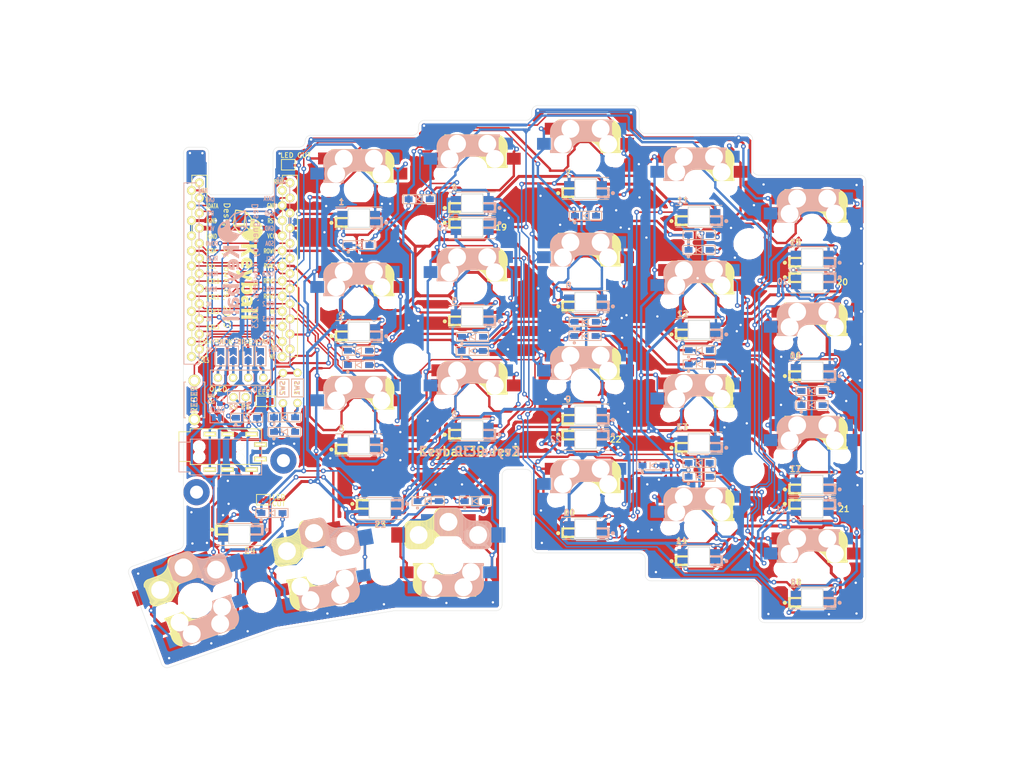
<source format=kicad_pcb>
(kicad_pcb (version 20171130) (host pcbnew "(5.1.10)-1")
  (layers (0 F.Cu signal) (31 B.Cu signal) (34 B.Paste user hide) (35 F.Paste user hide) (36 B.SilkS user hide) (37 F.SilkS user hide) (38 B.Mask user hide) (39 F.Mask user hide) (44 Edge.Cuts user))
  (net 0 "")
  (net 1 "Net-(D1-Pad2)")
  (net 2 ROW0)
  (net 3 "Net-(D2-Pad2)")
  (net 4 ROW1)
  (net 5 ROW2)
  (net 6 "Net-(D3-Pad2)")
  (net 7 ROW3)
  (net 8 "Net-(D4-Pad2)")
  (net 9 "Net-(D5-Pad2)")
  (net 10 "Net-(D6-Pad2)")
  (net 11 "Net-(D7-Pad2)")
  (net 12 "Net-(D8-Pad2)")
  (net 13 "Net-(D9-Pad2)")
  (net 14 "Net-(D10-Pad2)")
  (net 15 "Net-(D11-Pad2)")
  (net 16 "Net-(D12-Pad2)")
  (net 17 "Net-(D13-Pad2)")
  (net 18 "Net-(D14-Pad2)")
  (net 19 "Net-(D15-Pad2)")
  (net 20 "Net-(D16-Pad2)")
  (net 21 "Net-(D17-Pad2)")
  (net 22 "Net-(D18-Pad2)")
  (net 23 "Net-(D19-Pad2)")
  (net 24 "Net-(D20-Pad2)")
  (net 25 "Net-(D21-Pad2)")
  (net 26 "Net-(J1-Pad1)")
  (net 27 "Net-(J1-Pad2)")
  (net 28 "Net-(J1-Pad3)")
  (net 29 "Net-(J1-Pad4)")
  (net 30 GND)
  (net 31 LED)
  (net 32 VCC)
  (net 33 SCL)
  (net 34 SDA)
  (net 35 DATA)
  (net 36 "Net-(LED1-Pad2)")
  (net 37 "Net-(LED2-Pad2)")
  (net 38 "Net-(LED3-Pad2)")
  (net 39 "Net-(LED4-Pad2)")
  (net 40 "Net-(LED5-Pad2)")
  (net 41 "Net-(LED6-Pad2)")
  (net 42 "Net-(LED7-Pad2)")
  (net 43 "Net-(LED10-Pad4)")
  (net 44 "Net-(LED10-Pad2)")
  (net 45 "Net-(LED11-Pad2)")
  (net 46 "Net-(LED12-Pad2)")
  (net 47 "Net-(LED13-Pad2)")
  (net 48 "Net-(LED14-Pad2)")
  (net 49 COL5)
  (net 50 COL0)
  (net 51 COL1)
  (net 52 COL2)
  (net 53 COL3)
  (net 54 COL4)
  (net 55 "Net-(U1-Pad24)")
  (net 56 "Net-(LED8-Pad2)")
  (net 57 "Net-(LED15-Pad2)")
  (net 58 "Net-(LED16-Pad2)")
  (net 59 "Net-(LED17-Pad2)")
  (net 60 "Net-(LED18-Pad2)")
  (net 61 "Net-(LED19-Pad2)")
  (net 62 "Net-(LED20-Pad2)")
  (net 63 "Net-(LED21-Pad2)")
  (net 64 "Net-(LED22-Pad2)")
  (net 65 "Net-(LED23-Pad2)")
  (net 66 "Net-(D22-Pad2)")
  (net 67 "Net-(D23-Pad2)")
  (net 68 "Net-(D24-Pad2)")
  (net 69 "Net-(J10-PadA)")
  (net 70 "Net-(J10-PadB)")
  (net 71 "Net-(U1-Pad16)")
  (net 72 "Net-(U1-Pad15)")
  (net 73 "Net-(U1-Pad14)")
  (net 74 "Net-(U1-Pad13)")
  (net 75 "Net-(JP10-Pad1)")
  (net 76 "Net-(JP11-Pad2)")
  (net 77 "Net-(LED24-Pad2)")
  (net 78 RESET)
  (module keyball_right:Jumper_NEW_BIG (layer F.Cu) (at 106.609569 97.920067)
    (fp_text reference JP1 hide)
    (fp_text value LEFT (at 0.039569 -1.560033) (layer F.SilkS) (effects (font (size 0.8128 0.8128))))
    (pad 1 smd custom (at -0.55 0) (size 0.35 1.143) (layers F.Cu F.Paste F.Mask) (net 49 COL5) (clearance 0.1905) (options (clearance outline) (anchor rect)) (primitives (gr_poly (pts (xy -0.8 -0.5715) (xy 0.175 -0.5715) (xy 0.575 0) (xy 0.175 0.5715) (xy -0.8 0.5715)) (width 0))))
    (pad 2 smd custom (at 0.5 0) (size 0.35 1.143) (layers F.Cu F.Paste F.Mask) (net 22 "Net-(D18-Pad2)") (clearance 0.1905) (options (clearance outline) (anchor rect)) (primitives (gr_poly (pts (xy 0.8175 -0.5715) (xy -0.575 -0.5715) (xy -0.175 0) (xy -0.575 0.5715) (xy 0.8175 0.5715)) (width 0))))
  )
  (module keyball_right:Jumper_NEW_BIG (layer B.Cu) (at 105.76 90.2801 90)
    (fp_text reference JP9 hide)
    (fp_text value Device_Jumper_NO_Small hide)
    (pad 1 smd custom (at -0.55 0 90) (size 0.35 1.143) (layers B.Cu B.Paste B.Mask) (net 29 "Net-(J1-Pad4)") (clearance 0.1905) (options (clearance outline) (anchor rect)) (primitives (gr_poly (pts (xy -0.8 0.5715) (xy 0.175 0.5715) (xy 0.575 0) (xy 0.175 -0.5715) (xy -0.8 -0.5715)) (width 0))))
    (pad 2 smd custom (at 0.5 0 90) (size 0.35 1.143) (layers B.Cu B.Paste B.Mask) (net 30 GND) (clearance 0.1905) (options (clearance outline) (anchor rect)) (primitives (gr_poly (pts (xy 0.8175 0.5715) (xy -0.575 0.5715) (xy -0.175 0) (xy -0.575 -0.5715) (xy 0.8175 -0.5715)) (width 0))))
  )
  (module keyball_right:Jumper_NEW_BIG (layer B.Cu) (at 103.66 90.2801 90)
    (fp_text reference JP8 hide)
    (fp_text value Device_Jumper_NO_Small hide)
    (pad 1 smd custom (at -0.55 0 90) (size 0.35 1.143) (layers B.Cu B.Paste B.Mask) (net 28 "Net-(J1-Pad3)") (clearance 0.1905) (options (clearance outline) (anchor rect)) (primitives (gr_poly (pts (xy -0.8 0.5715) (xy 0.175 0.5715) (xy 0.575 0) (xy 0.175 -0.5715) (xy -0.8 -0.5715)) (width 0))))
    (pad 2 smd custom (at 0.5 0 90) (size 0.35 1.143) (layers B.Cu B.Paste B.Mask) (net 32 VCC) (clearance 0.1905) (options (clearance outline) (anchor rect)) (primitives (gr_poly (pts (xy 0.8175 0.5715) (xy -0.575 0.5715) (xy -0.175 0) (xy -0.575 -0.5715) (xy 0.8175 -0.5715)) (width 0))))
  )
  (module keyball_right:Jumper_NEW_BIG (layer B.Cu) (at 101.16 90.2801 90)
    (fp_text reference JP7 hide)
    (fp_text value Device_Jumper_NO_Small hide)
    (pad 1 smd custom (at -0.55 0 90) (size 0.35 1.143) (layers B.Cu B.Paste B.Mask) (net 27 "Net-(J1-Pad2)") (clearance 0.1905) (options (clearance outline) (anchor rect)) (primitives (gr_poly (pts (xy -0.8 0.5715) (xy 0.175 0.5715) (xy 0.575 0) (xy 0.175 -0.5715) (xy -0.8 -0.5715)) (width 0))))
    (pad 2 smd custom (at 0.5 0 90) (size 0.35 1.143) (layers B.Cu B.Paste B.Mask) (net 33 SCL) (clearance 0.1905) (options (clearance outline) (anchor rect)) (primitives (gr_poly (pts (xy 0.8175 0.5715) (xy -0.575 0.5715) (xy -0.175 0) (xy -0.575 -0.5715) (xy 0.8175 -0.5715)) (width 0))))
  )
  (module keyball_right:Jumper_NEW_BIG (layer B.Cu) (at 99.0596 90.2801 90)
    (fp_text reference JP6 hide)
    (fp_text value Device_Jumper_NO_Small hide)
    (pad 1 smd custom (at -0.55 0 90) (size 0.35 1.143) (layers B.Cu B.Paste B.Mask) (net 26 "Net-(J1-Pad1)") (clearance 0.1905) (options (clearance outline) (anchor rect)) (primitives (gr_poly (pts (xy -0.8 0.5715) (xy 0.175 0.5715) (xy 0.575 0) (xy 0.175 -0.5715) (xy -0.8 -0.5715)) (width 0))))
    (pad 2 smd custom (at 0.5 0 90) (size 0.35 1.143) (layers B.Cu B.Paste B.Mask) (net 34 SDA) (clearance 0.1905) (options (clearance outline) (anchor rect)) (primitives (gr_poly (pts (xy 0.8175 0.5715) (xy -0.575 0.5715) (xy -0.175 0) (xy -0.575 -0.5715) (xy 0.8175 -0.5715)) (width 0))))
  )
  (module keyball_right:Jumper_NEW_BIG (layer F.Cu) (at 105.76 90.2801 90)
    (fp_text reference JP5 hide)
    (fp_text value Device_Jumper_NO_Small hide)
    (pad 1 smd custom (at -0.55 0 90) (size 0.35 1.143) (layers F.Cu F.Paste F.Mask) (net 29 "Net-(J1-Pad4)") (clearance 0.1905) (options (clearance outline) (anchor rect)) (primitives (gr_poly (pts (xy -0.8 -0.5715) (xy 0.175 -0.5715) (xy 0.575 0) (xy 0.175 0.5715) (xy -0.8 0.5715)) (width 0))))
    (pad 2 smd custom (at 0.5 0 90) (size 0.35 1.143) (layers F.Cu F.Paste F.Mask) (net 34 SDA) (clearance 0.1905) (options (clearance outline) (anchor rect)) (primitives (gr_poly (pts (xy 0.8175 -0.5715) (xy -0.575 -0.5715) (xy -0.175 0) (xy -0.575 0.5715) (xy 0.8175 0.5715)) (width 0))))
  )
  (module keyball_right:Jumper_NEW_BIG (layer F.Cu) (at 103.66 90.2801 90)
    (fp_text reference JP4 hide)
    (fp_text value Device_Jumper_NO_Small hide)
    (pad 1 smd custom (at -0.55 0 90) (size 0.35 1.143) (layers F.Cu F.Paste F.Mask) (net 28 "Net-(J1-Pad3)") (clearance 0.1905) (options (clearance outline) (anchor rect)) (primitives (gr_poly (pts (xy -0.8 -0.5715) (xy 0.175 -0.5715) (xy 0.575 0) (xy 0.175 0.5715) (xy -0.8 0.5715)) (width 0))))
    (pad 2 smd custom (at 0.5 0 90) (size 0.35 1.143) (layers F.Cu F.Paste F.Mask) (net 33 SCL) (clearance 0.1905) (options (clearance outline) (anchor rect)) (primitives (gr_poly (pts (xy 0.8175 -0.5715) (xy -0.575 -0.5715) (xy -0.175 0) (xy -0.575 0.5715) (xy 0.8175 0.5715)) (width 0))))
  )
  (module keyball_right:Jumper_NEW_BIG (layer F.Cu) (at 101.16 90.2801 90)
    (fp_text reference JP3 hide)
    (fp_text value Device_Jumper_NO_Small hide)
    (pad 1 smd custom (at -0.55 0 90) (size 0.35 1.143) (layers F.Cu F.Paste F.Mask) (net 27 "Net-(J1-Pad2)") (clearance 0.1905) (options (clearance outline) (anchor rect)) (primitives (gr_poly (pts (xy -0.8 -0.5715) (xy 0.175 -0.5715) (xy 0.575 0) (xy 0.175 0.5715) (xy -0.8 0.5715)) (width 0))))
    (pad 2 smd custom (at 0.5 0 90) (size 0.35 1.143) (layers F.Cu F.Paste F.Mask) (net 32 VCC) (clearance 0.1905) (options (clearance outline) (anchor rect)) (primitives (gr_poly (pts (xy 0.8175 -0.5715) (xy -0.575 -0.5715) (xy -0.175 0) (xy -0.575 0.5715) (xy 0.8175 0.5715)) (width 0))))
  )
  (module keyball_right:Jumper_NEW_BIG (layer F.Cu) (at 99.0596 90.280067 90)
    (fp_text reference JP2 hide)
    (fp_text value Device_Jumper_NO_Small hide)
    (pad 1 smd custom (at -0.55 0 90) (size 0.35 1.143) (layers F.Cu F.Paste F.Mask) (net 26 "Net-(J1-Pad1)") (clearance 0.1905) (options (clearance outline) (anchor rect)) (primitives (gr_poly (pts (xy -0.8 -0.5715) (xy 0.175 -0.5715) (xy 0.575 0) (xy 0.175 0.5715) (xy -0.8 0.5715)) (width 0))))
    (pad 2 smd custom (at 0.5 0 90) (size 0.35 1.143) (layers F.Cu F.Paste F.Mask) (net 30 GND) (clearance 0.1905) (options (clearance outline) (anchor rect)) (primitives (gr_poly (pts (xy 0.8175 -0.5715) (xy -0.575 -0.5715) (xy -0.175 0) (xy -0.575 0.5715) (xy 0.8175 0.5715)) (width 0))))
  )
  (module keyball_right:keyball_logo700 (layer B.Cu) (at 101.329569 75.710067 270)
    (fp_text reference G*** hide)
    (fp_text value LOGO hide)
  )
  (module keyball_right:keyball_logo700 (layer F.Cu) (at 103.299569 75.460067 270)
    (fp_text reference G*** hide)
    (fp_text value LOGO hide)
  )
  (module keyball_right:ProMicro_v2 (layer F.Cu) (at 103.029 75.683)
    (fp_text reference U1 hide)
    (fp_text value ProMicro-kbd hide)
    (fp_text user "" (at -0.5 -17.25) (layer F.SilkS))
    (fp_text user "" (at -1.2065 -16.256) (layer B.SilkS) (effects (justify mirror)))
    (fp_text user RAW (at 5.720569 -14.592933) (layer F.SilkS) (effects (font (size 0.75 0.5) (thickness 0.125))))
    (fp_text user LED (at -6.899431 -13.162933) (layer F.SilkS) (effects (font (size 0.75 0.5) (thickness 0.125))))
    (fp_text user GND (at 4.540569 -10.612933) (layer F.SilkS) (effects (font (size 0.75 0.5) (thickness 0.125))))
    (fp_text user DATA (at -5.259431 -10.562933) (layer F.SilkS) (effects (font (size 0.75 0.5) (thickness 0.125))))
    (fp_text user RST (at 4.570569 -8.072933) (layer F.SilkS) (effects (font (size 0.75 0.5) (thickness 0.125))))
    (fp_text user GND (at -5.359431 -8.082933) (layer F.SilkS) (effects (font (size 0.75 0.5) (thickness 0.125))))
    (fp_text user VCC (at 4.570569 -5.532933) (layer F.SilkS) (effects (font (size 0.75 0.5) (thickness 0.125))))
    (fp_text user GND (at -5.349431 -5.472933) (layer F.SilkS) (effects (font (size 0.75 0.5) (thickness 0.125))))
    (fp_text user ROW3 (at 4.250569 4.607067) (layer F.SilkS) (effects (font (size 0.75 0.5) (thickness 0.125))))
    (fp_text user COL0 (at -5.149431 2.077067) (layer F.SilkS) (effects (font (size 0.75 0.5) (thickness 0.125))))
    (fp_text user ROW2 (at 4.240569 2.037067) (layer F.SilkS) (effects (font (size 0.75 0.5) (thickness 0.125))))
    (fp_text user SCL (at -5.439431 -0.422933) (layer F.SilkS) (effects (font (size 0.75 0.5) (thickness 0.125))))
    (fp_text user ROW1 (at 4.290569 -0.492933) (layer F.SilkS) (effects (font (size 0.75 0.5) (thickness 0.125))))
    (fp_text user SDA (at -5.399431 -3.032933) (layer F.SilkS) (effects (font (size 0.75 0.5) (thickness 0.125))))
    (fp_text user ROW0 (at 4.260569 -2.992933) (layer F.SilkS) (effects (font (size 0.75 0.5) (thickness 0.125))))
    (fp_text user NC (at 4.750569 14.747067) (layer F.SilkS) (effects (font (size 0.75 0.5) (thickness 0.125))))
    (fp_text user COL5 (at -6.849431 15.377067) (layer F.SilkS) (effects (font (size 0.75 0.5) (thickness 0.125))))
    (fp_text user COL4 (at -6.499431 12.217067) (layer F.SilkS) (effects (font (size 0.75 0.5) (thickness 0.125))))
    (fp_text user NC (at 5.010569 13.267067) (layer F.SilkS) (effects (font (size 0.75 0.5) (thickness 0.125))))
    (fp_text user COL3 (at -5.159431 9.787067) (layer F.SilkS) (effects (font (size 0.75 0.5) (thickness 0.125))))
    (fp_text user NC (at 4.780569 9.727067) (layer F.SilkS) (effects (font (size 0.75 0.5) (thickness 0.125))))
    (fp_text user COL2 (at -5.159431 7.167067) (layer F.SilkS) (effects (font (size 0.75 0.5) (thickness 0.125))))
    (fp_text user NC (at 4.790569 7.197067) (layer F.SilkS) (effects (font (size 0.75 0.5) (thickness 0.125))))
    (fp_text user COL1 (at -5.149431 4.697067) (layer F.SilkS) (effects (font (size 0.75 0.5) (thickness 0.125))))
    (fp_text user COL1 (at 3.990569 3.367067) (layer B.SilkS) (effects (font (size 0.75 0.5) (thickness 0.125)) (justify mirror)))
    (fp_text user NC (at -5.979431 5.917067) (layer B.SilkS) (effects (font (size 0.75 0.5) (thickness 0.125)) (justify mirror)))
    (fp_text user COL2 (at 4.000569 5.877067) (layer B.SilkS) (effects (font (size 0.75 0.5) (thickness 0.125)) (justify mirror)))
    (fp_text user NC (at -5.969431 8.427067) (layer B.SilkS) (effects (font (size 0.75 0.5) (thickness 0.125)) (justify mirror)))
    (fp_text user COL3 (at 4.020569 8.397067) (layer B.SilkS) (effects (font (size 0.75 0.5) (thickness 0.125)) (justify mirror)))
    (fp_text user NC (at -5.989431 10.967067) (layer B.SilkS) (effects (font (size 0.75 0.5) (thickness 0.125)) (justify mirror)))
    (fp_text user COL4 (at 4.010569 10.947067) (layer B.SilkS) (effects (font (size 0.75 0.5) (thickness 0.125)) (justify mirror)))
    (fp_text user COL5 (at 4.960569 13.527067) (layer B.SilkS) (effects (font (size 0.75 0.5) (thickness 0.125)) (justify mirror)))
    (fp_text user NC (at -5.979431 13.547067) (layer B.SilkS) (effects (font (size 0.75 0.5) (thickness 0.125)) (justify mirror)))
    (fp_text user ROW0 (at -5.469431 -4.252933) (layer B.SilkS) (effects (font (size 0.75 0.5) (thickness 0.125)) (justify mirror)))
    (fp_text user SDA (at 4.240569 -4.272933) (layer B.SilkS) (effects (font (size 0.75 0.5) (thickness 0.125)) (justify mirror)))
    (fp_text user ROW1 (at -5.489431 -1.752933) (layer B.SilkS) (effects (font (size 0.75 0.5) (thickness 0.125)) (justify mirror)))
    (fp_text user SCL (at 4.230569 -1.692933) (layer B.SilkS) (effects (font (size 0.75 0.5) (thickness 0.125)) (justify mirror)))
    (fp_text user ROW2 (at -5.449431 0.817067) (layer B.SilkS) (effects (font (size 0.75 0.5) (thickness 0.125)) (justify mirror)))
    (fp_text user COL0 (at 3.980569 0.847067) (layer B.SilkS) (effects (font (size 0.75 0.5) (thickness 0.125)) (justify mirror)))
    (fp_text user ROW3 (at -5.609431 3.417067) (layer B.SilkS) (effects (font (size 0.75 0.5) (thickness 0.125)) (justify mirror)))
    (fp_text user GND (at 4.180569 -6.812933) (layer B.SilkS) (effects (font (size 0.75 0.5) (thickness 0.125)) (justify mirror)))
    (fp_text user VCC (at -5.779431 -6.782933) (layer B.SilkS) (effects (font (size 0.75 0.5) (thickness 0.125)) (justify mirror)))
    (fp_text user GND (at 4.160569 -9.322933) (layer B.SilkS) (effects (font (size 0.75 0.5) (thickness 0.125)) (justify mirror)))
    (fp_text user RST (at -5.799431 -9.302933) (layer B.SilkS) (effects (font (size 0.75 0.5) (thickness 0.125)) (justify mirror)))
    (fp_text user DATA (at 4.100569 -11.802933) (layer B.SilkS) (effects (font (size 0.75 0.5) (thickness 0.125)) (justify mirror)))
    (fp_text user GND (at -5.779431 -11.602933) (layer B.SilkS) (effects (font (size 0.75 0.5) (thickness 0.125)) (justify mirror)))
    (fp_text user LED (at 6.050569 -14.952933) (layer B.SilkS) (effects (font (size 0.75 0.5) (thickness 0.125)) (justify mirror)))
    (fp_text user RAW (at -6.909431 -13.142933) (layer B.SilkS) (effects (font (size 0.75 0.5) (thickness 0.125)) (justify mirror)))
    (pad 24 thru_hole circle (at 6.35 -13.208) (size 1.524 1.524) (drill 0.8128) (layers *.Cu *.Mask F.SilkS) (net 55 "Net-(U1-Pad24)"))
    (pad 23 thru_hole circle (at 6.35 -10.668) (size 1.524 1.524) (drill 0.8128) (layers *.Cu *.Mask F.SilkS) (net 30 GND))
    (pad 22 thru_hole circle (at 6.35 -8.128) (size 1.524 1.524) (drill 0.8128) (layers *.Cu *.Mask F.SilkS) (net 78 RESET))
    (pad 21 thru_hole circle (at 6.35 -5.588) (size 1.524 1.524) (drill 0.8128) (layers *.Cu *.Mask F.SilkS) (net 32 VCC))
    (pad 20 thru_hole circle (at 6.35 -3.048) (size 1.524 1.524) (drill 0.8128) (layers *.Cu *.Mask F.SilkS) (net 2 ROW0))
    (pad 19 thru_hole circle (at 6.35 -0.508) (size 1.524 1.524) (drill 0.8128) (layers *.Cu *.Mask F.SilkS) (net 4 ROW1))
    (pad 18 thru_hole circle (at 6.35 2.032) (size 1.524 1.524) (drill 0.8128) (layers *.Cu *.Mask F.SilkS) (net 5 ROW2))
    (pad 17 thru_hole circle (at 6.35 4.572) (size 1.524 1.524) (drill 0.8128) (layers *.Cu *.Mask F.SilkS) (net 7 ROW3))
    (pad 16 thru_hole circle (at 6.35 7.112) (size 1.524 1.524) (drill 0.8128) (layers *.Cu *.Mask F.SilkS) (net 71 "Net-(U1-Pad16)"))
    (pad 15 thru_hole circle (at 6.35 9.652) (size 1.524 1.524) (drill 0.8128) (layers *.Cu *.Mask F.SilkS) (net 72 "Net-(U1-Pad15)"))
    (pad 14 thru_hole circle (at 6.35 12.192) (size 1.524 1.524) (drill 0.8128) (layers *.Cu *.Mask F.SilkS) (net 73 "Net-(U1-Pad14)"))
    (pad 13 thru_hole circle (at 6.35 14.732) (size 1.524 1.524) (drill 0.8128) (layers *.Cu *.Mask F.SilkS) (net 74 "Net-(U1-Pad13)"))
    (pad 12 thru_hole circle (at -8.89 14.732) (size 1.524 1.524) (drill 0.8128) (layers *.Cu *.Mask F.SilkS) (net 49 COL5))
    (pad 11 thru_hole circle (at -8.89 12.192) (size 1.524 1.524) (drill 0.8128) (layers *.Cu *.Mask F.SilkS) (net 54 COL4))
    (pad 10 thru_hole circle (at -8.89 9.652) (size 1.524 1.524) (drill 0.8128) (layers *.Cu *.Mask F.SilkS) (net 53 COL3))
    (pad 9 thru_hole circle (at -8.89 7.112) (size 1.524 1.524) (drill 0.8128) (layers *.Cu *.Mask F.SilkS) (net 52 COL2))
    (pad 8 thru_hole circle (at -8.89 4.572) (size 1.524 1.524) (drill 0.8128) (layers *.Cu *.Mask F.SilkS) (net 51 COL1))
    (pad 7 thru_hole circle (at -8.89 2.032) (size 1.524 1.524) (drill 0.8128) (layers *.Cu *.Mask F.SilkS) (net 50 COL0))
    (pad 6 thru_hole circle (at -8.89 -0.508) (size 1.524 1.524) (drill 0.8128) (layers *.Cu *.Mask F.SilkS) (net 33 SCL))
    (pad 5 thru_hole circle (at -8.89 -3.048) (size 1.524 1.524) (drill 0.8128) (layers *.Cu *.Mask F.SilkS) (net 34 SDA))
    (pad 4 thru_hole circle (at -8.89 -5.588) (size 1.524 1.524) (drill 0.8128) (layers *.Cu *.Mask F.SilkS) (net 30 GND))
    (pad 3 thru_hole circle (at -8.89 -8.128) (size 1.524 1.524) (drill 0.8128) (layers *.Cu *.Mask F.SilkS) (net 30 GND))
    (pad 2 thru_hole circle (at -8.89 -10.668) (size 1.524 1.524) (drill 0.8128) (layers *.Cu *.Mask F.SilkS) (net 35 DATA))
    (pad 1 thru_hole circle (at -8.89 -13.208) (size 1.524 1.524) (drill 0.8128) (layers *.Cu *.Mask F.SilkS) (net 31 LED))
    (pad 1 thru_hole circle (at 7.6564 -14.478) (size 1.524 1.524) (drill 0.8128) (layers *.Cu *.Mask F.SilkS) (net 31 LED))
    (pad 2 thru_hole circle (at 7.6564 -11.938) (size 1.524 1.524) (drill 0.8128) (layers *.Cu *.Mask F.SilkS) (net 35 DATA))
    (pad 3 thru_hole circle (at 7.6564 -9.398) (size 1.524 1.524) (drill 0.8128) (layers *.Cu *.Mask F.SilkS) (net 30 GND))
    (pad 4 thru_hole circle (at 7.6564 -6.858) (size 1.524 1.524) (drill 0.8128) (layers *.Cu *.Mask F.SilkS) (net 30 GND))
    (pad 5 thru_hole circle (at 7.6564 -4.318) (size 1.524 1.524) (drill 0.8128) (layers *.Cu *.Mask F.SilkS) (net 34 SDA))
    (pad 6 thru_hole circle (at 7.6564 -1.778) (size 1.524 1.524) (drill 0.8128) (layers *.Cu *.Mask F.SilkS) (net 33 SCL))
    (pad 7 thru_hole circle (at 7.6564 0.762) (size 1.524 1.524) (drill 0.8128) (layers *.Cu *.Mask F.SilkS) (net 50 COL0))
    (pad 8 thru_hole circle (at 7.6564 3.302) (size 1.524 1.524) (drill 0.8128) (layers *.Cu *.Mask F.SilkS) (net 51 COL1))
    (pad 9 thru_hole circle (at 7.6564 5.842) (size 1.524 1.524) (drill 0.8128) (layers *.Cu *.Mask F.SilkS) (net 52 COL2))
    (pad 10 thru_hole circle (at 7.6564 8.382) (size 1.524 1.524) (drill 0.8128) (layers *.Cu *.Mask F.SilkS) (net 53 COL3))
    (pad 11 thru_hole circle (at 7.6564 10.922) (size 1.524 1.524) (drill 0.8128) (layers *.Cu *.Mask F.SilkS) (net 54 COL4))
    (pad 12 thru_hole circle (at 7.6564 13.462) (size 1.524 1.524) (drill 0.8128) (layers *.Cu *.Mask F.SilkS) (net 49 COL5))
    (pad 13 thru_hole circle (at -7.5636 13.462) (size 1.524 1.524) (drill 0.8128) (layers *.Cu *.Mask F.SilkS) (net 74 "Net-(U1-Pad13)"))
    (pad 14 thru_hole circle (at -7.5636 10.922) (size 1.524 1.524) (drill 0.8128) (layers *.Cu *.Mask F.SilkS) (net 73 "Net-(U1-Pad14)"))
    (pad 15 thru_hole circle (at -7.5636 8.382) (size 1.524 1.524) (drill 0.8128) (layers *.Cu *.Mask F.SilkS) (net 72 "Net-(U1-Pad15)"))
    (pad 16 thru_hole circle (at -7.5636 5.842) (size 1.524 1.524) (drill 0.8128) (layers *.Cu *.Mask F.SilkS) (net 71 "Net-(U1-Pad16)"))
    (pad 17 thru_hole circle (at -7.5636 3.302) (size 1.524 1.524) (drill 0.8128) (layers *.Cu *.Mask F.SilkS) (net 7 ROW3))
    (pad 18 thru_hole circle (at -7.5636 0.762) (size 1.524 1.524) (drill 0.8128) (layers *.Cu *.Mask F.SilkS) (net 5 ROW2))
    (pad 19 thru_hole circle (at -7.5636 -1.778) (size 1.524 1.524) (drill 0.8128) (layers *.Cu *.Mask F.SilkS) (net 4 ROW1))
    (pad 20 thru_hole circle (at -7.5636 -4.318) (size 1.524 1.524) (drill 0.8128) (layers *.Cu *.Mask F.SilkS) (net 2 ROW0))
    (pad 21 thru_hole circle (at -7.5636 -6.858) (size 1.524 1.524) (drill 0.8128) (layers *.Cu *.Mask F.SilkS) (net 32 VCC))
    (pad 22 thru_hole circle (at -7.5636 -9.398) (size 1.524 1.524) (drill 0.8128) (layers *.Cu *.Mask F.SilkS) (net 78 RESET))
    (pad 23 thru_hole circle (at -7.5636 -11.938) (size 1.524 1.524) (drill 0.8128) (layers *.Cu *.Mask F.SilkS) (net 30 GND))
    (pad 24 thru_hole circle (at -7.5636 -14.478) (size 1.524 1.524) (drill 0.8128) (layers *.Cu *.Mask F.SilkS) (net 55 "Net-(U1-Pad24)"))
  )
  (module keyball_right:OLED (layer F.Cu) (at 98.585 93.955)
    (fp_text reference J1)
    (fp_text value OLED hide)
    (fp_text user OLED (at 0.044569 1.925067) (layer F.SilkS) (effects (font (size 0.8 0.8))))
    (fp_text user OLED (at 7.364569 1.975067) (layer B.SilkS) (effects (font (size 0.8 0.8)) (justify mirror)))
    (pad 1 thru_hole circle (at 0 0) (size 1.397 1.397) (drill 0.8128) (layers *.Cu *.Mask F.SilkS) (net 26 "Net-(J1-Pad1)"))
    (pad 2 thru_hole circle (at 2.54 0) (size 1.397 1.397) (drill 0.8128) (layers *.Cu *.Mask F.SilkS) (net 27 "Net-(J1-Pad2)"))
    (pad 3 thru_hole circle (at 5.08 0) (size 1.397 1.397) (drill 0.8128) (layers *.Cu *.Mask F.SilkS) (net 28 "Net-(J1-Pad3)"))
    (pad 4 thru_hole circle (at 7.62 0) (size 1.397 1.397) (drill 0.8128) (layers *.Cu *.Mask F.SilkS) (net 29 "Net-(J1-Pad4)"))
  )
  (module MountingHole:MountingHole_2.2mm_M2_Pad (layer F.Cu) (at 94.9886 113.193)
    (fp_text reference J2 hide)
    (fp_text value Conn_01x01-Connector_Generic)
    (pad 1 thru_hole circle (at 0 0) (size 4.4 4.4) (drill 2.2) (layers *.Cu *.Mask))
  )
  (module MountingHole:MountingHole_2.2mm_M2_Pad (layer F.Cu) (at 109.589 107.88)
    (fp_text reference J3 hide)
    (fp_text value Conn_01x01-Connector_Generic)
    (pad 1 thru_hole circle (at 0 0) (size 4.4 4.4) (drill 2.2) (layers *.Cu *.Mask))
  )
  (module MountingHole:MountingHole_4.3mm_M4 (layer F.Cu) (at 132.885 69.2551)
    (fp_text reference J4 hide)
    (fp_text value Conn_01x01-Connector_Generic)
    (pad 1 np_thru_hole circle (at 0 0) (size 4.3 4.3) (drill 4.3) (layers *.Cu *.Mask))
  )
  (module MountingHole:MountingHole_4.3mm_M4 (layer F.Cu) (at 130.685 90.8051)
    (fp_text reference J5 hide)
    (fp_text value Conn_01x01-Connector_Generic)
    (pad 1 np_thru_hole circle (at 0 0) (size 4.3 4.3) (drill 4.3) (layers *.Cu *.Mask))
  )
  (module MountingHole:MountingHole_4.3mm_M4 (layer F.Cu) (at 187.835 109.555)
    (fp_text reference J6 hide)
    (fp_text value Conn_01x01-Connector_Generic)
    (pad 1 np_thru_hole circle (at 0 0) (size 4.3 4.3) (drill 4.3) (layers *.Cu *.Mask))
  )
  (module MountingHole:MountingHole_4.3mm_M4 (layer F.Cu) (at 113.853 115.12)
    (fp_text reference J7 hide)
    (fp_text value Conn_01x01-Connector_Generic)
    (pad 1 np_thru_hole circle (at 0 0) (size 4.3 4.3) (drill 4.3) (layers *.Cu *.Mask))
  )
  (module MountingHole:MountingHole_4.3mm_M4 (layer F.Cu) (at 187.835 71.4551)
    (fp_text reference J8 hide)
    (fp_text value Conn_01x01-Connector_Generic)
    (pad 1 np_thru_hole circle (at 0 0) (size 4.3 4.3) (drill 4.3) (layers *.Cu *.Mask))
  )
  (module MountingHole:MountingHole_4.3mm_M4 (layer F.Cu) (at 126.644 126.289)
    (fp_text reference J9 hide)
    (fp_text value Conn_01x01-Connector_Generic)
    (pad 1 np_thru_hole circle (at 0 0) (size 4.3 4.3) (drill 4.3) (layers *.Cu *.Mask))
  )
  (module Lily58-footprint:TRRS_JACK_MJ4PP9 (layer F.Cu) (at 93.925 105.535 90)
    (fp_text reference J10 hide)
    (fp_text value TRS_JACK hide)
    (pad "" np_thru_hole circle (at -1.75 8.5 90) (size 1.2 1.2) (drill 1.2) (layers *.Cu *.Mask F.SilkS))
    (pad "" np_thru_hole circle (at -1.75 1.5 90) (size 1.2 1.2) (drill 1.2) (layers *.Cu *.Mask F.SilkS))
    (pad D thru_hole rect (at -3.85 10.3 90) (size 0.8 2.1) (drill oval 0.3 1.6) (layers *.Cu *.Mask F.SilkS) (net 32 VCC) (clearance 0.15))
    (pad A thru_hole rect (at 0.35 11.8 90) (size 0.8 2.1) (drill oval 0.3 1.6) (layers *.Cu *.Mask F.SilkS) (net 69 "Net-(J10-PadA)") (clearance 0.15))
    (pad B thru_hole rect (at -3.85 3.3 90) (size 0.8 2.1) (drill oval 0.3 1.6) (layers *.Cu *.Mask F.SilkS) (net 70 "Net-(J10-PadB)") (clearance 0.15))
    (pad C thru_hole rect (at -3.85 6.3 90) (size 0.8 2.1) (drill oval 0.3 1.6) (layers *.Cu *.Mask F.SilkS) (net 30 GND) (clearance 0.15))
    (pad "" np_thru_hole circle (at 0 1.5 90) (size 1.2 1.2) (drill 1.2) (layers *.Cu *.Mask F.SilkS))
    (pad "" np_thru_hole circle (at 0 8.5 90) (size 1.2 1.2) (drill 1.2) (layers *.Cu *.Mask F.SilkS))
    (pad B thru_hole rect (at 2.1 3.3 90) (size 0.8 2.1) (drill oval 0.3 1.6) (layers *.Cu *.Mask F.SilkS) (net 70 "Net-(J10-PadB)") (clearance 0.15))
    (pad C thru_hole rect (at 2.1 6.3 90) (size 0.8 2.1) (drill oval 0.3 1.6) (layers *.Cu *.Mask F.SilkS) (net 30 GND) (clearance 0.15))
    (pad D thru_hole rect (at 2.1 10.3 90) (size 0.8 2.1) (drill oval 0.3 1.6) (layers *.Cu *.Mask F.SilkS) (net 32 VCC) (clearance 0.15))
    (pad A thru_hole rect (at -2.1 11.8 90) (size 0.8 2.1) (drill oval 0.3 1.6) (layers *.Cu *.Mask F.SilkS) (net 69 "Net-(J10-PadA)") (clearance 0.15))
  )
  (module keyball_right:JP05 (layer F.Cu) (at 106.21 114.46 180)
    (fp_text reference LED (at -2.599569 0.459933) (layer F.SilkS) (effects (font (size 0.8128 0.8128) (thickness 0.1524))))
    (fp_text value CUT (at -2.569569 -0.670067) (layer F.SilkS) (effects (font (size 0.8128 0.8128))))
    (pad 1 smd rect (at -0.50038 0 180) (size 0.635 1.143) (layers F.Cu F.Paste F.Mask) (net 75 "Net-(JP10-Pad1)") (clearance 0.1905))
    (pad 2 smd rect (at 0.50038 0 180) (size 0.635 1.143) (layers F.Cu F.Paste F.Mask) (net 32 VCC) (clearance 0.1905))
    (pad "" smd rect (at 0 0 270) (size 0.5 0.381) (layers F.Cu F.Paste F.Mask) (clearance 0.00254))
  )
  (module keyball_right:JP025 (layer F.Cu) (at 110.4 58.1601)
    (fp_text reference JP11 hide)
    (fp_text value "LED CUT" (at 1.239569 -1.580033) (layer F.SilkS) (effects (font (size 0.8128 0.8128))))
    (pad "" smd rect (at 0 0 90) (size 0.25 0.381) (layers F.Cu F.Paste F.Mask) (clearance 0.00254))
    (pad 2 smd rect (at 0.50038 0) (size 0.635 1.143) (layers F.Cu F.Paste F.Mask) (net 76 "Net-(JP11-Pad2)") (clearance 0.1905))
    (pad 1 smd rect (at -0.50038 0) (size 0.635 1.143) (layers F.Cu F.Paste F.Mask) (net 31 LED) (clearance 0.1905))
  )
  (module keyball_right:JP025 (layer B.Cu) (at 98.3896 100.64 180)
    (fp_text reference DATA (at -0.039969 1.359933) (layer B.SilkS) (effects (font (size 0.8128 0.8128) (thickness 0.1524)) (justify mirror)))
    (fp_text value Device_Jumper hide)
    (pad 1 smd rect (at -0.50038 0 180) (size 0.635 1.143) (layers B.Cu B.Paste B.Mask) (net 70 "Net-(J10-PadB)") (clearance 0.1905))
    (pad 2 smd rect (at 0.50038 0 180) (size 0.635 1.143) (layers B.Cu B.Paste B.Mask) (net 35 DATA) (clearance 0.1905))
    (pad "" smd rect (at 0 0 90) (size 0.25 0.381) (layers B.Cu B.Paste B.Mask) (clearance 0.00254))
  )
  (module keyball_right:YS-SK6812MINI-Keyball-TL (layer F.Cu) (at 160.36 62.1301)
    (fp_text reference 7 (at -2.950431 -2.625033) (layer F.SilkS) (effects (font (thickness 0.2))))
    (fp_text value YS-SK6812MINI-E)
    (fp_line (start -1.8 -1.55) (end -1.8 1.55) (layer Edge.Cuts) (width 0.12))
    (fp_line (start -1.8 1.55) (end 1.8 1.55) (layer Edge.Cuts) (width 0.12))
    (fp_line (start 1.8 1.55) (end 1.8 -1.55) (layer Edge.Cuts) (width 0.12))
    (fp_line (start 1.8 -1.55) (end -1.8 -1.55) (layer Edge.Cuts) (width 0.12))
    (fp_text user 7 (at -2.950431 -2.600033) (layer B.SilkS) (effects (font (thickness 0.2)) (justify mirror)))
    (pad 4 smd rect (at 2.75 -0.7) (size 1.7 1) (layers B.Cu B.Paste B.Mask) (net 41 "Net-(LED6-Pad2)"))
    (pad 2 smd rect (at -2.75 0.7) (size 1.7 1) (layers B.Cu B.Paste B.Mask) (net 42 "Net-(LED7-Pad2)"))
    (pad 3 smd rect (at 2.75 0.7 180) (size 1.7 1) (layers B.Cu B.Paste B.Mask) (net 30 GND))
    (pad 1 smd rect (at -2.75 -0.7) (size 1.7 1) (layers B.Cu B.Paste B.Mask) (net 75 "Net-(JP10-Pad1)"))
    (pad 1 smd rect (at 2.75 -0.7) (size 1.7 1) (layers F.Cu F.Paste F.Mask) (net 75 "Net-(JP10-Pad1)"))
    (pad 2 smd rect (at 2.75 0.7) (size 1.7 1) (layers F.Cu F.Paste F.Mask) (net 42 "Net-(LED7-Pad2)"))
    (pad 4 smd rect (at -2.75 -0.7) (size 1.7 1) (layers F.Cu F.Paste F.Mask) (net 41 "Net-(LED6-Pad2)"))
    (pad 3 smd rect (at -2.75 0.7) (size 1.7 1) (layers F.Cu F.Paste F.Mask) (net 30 GND))
  )
  (module keyball_right:YS-SK6812MINI-Keyball-TL (layer F.Cu) (at 160.36 81.1801)
    (fp_text reference 8 (at -2.850431 -2.750033) (layer F.SilkS) (effects (font (thickness 0.2))))
    (fp_text value YS-SK6812MINI-E)
    (fp_line (start -1.8 -1.55) (end -1.8 1.55) (layer Edge.Cuts) (width 0.12))
    (fp_line (start -1.8 1.55) (end 1.8 1.55) (layer Edge.Cuts) (width 0.12))
    (fp_line (start 1.8 1.55) (end 1.8 -1.55) (layer Edge.Cuts) (width 0.12))
    (fp_line (start 1.8 -1.55) (end -1.8 -1.55) (layer Edge.Cuts) (width 0.12))
    (fp_text user 8 (at -2.850431 -2.750033) (layer B.SilkS) (effects (font (thickness 0.2)) (justify mirror)))
    (pad 4 smd rect (at 2.75 -0.7) (size 1.7 1) (layers B.Cu B.Paste B.Mask) (net 42 "Net-(LED7-Pad2)"))
    (pad 2 smd rect (at -2.75 0.7) (size 1.7 1) (layers B.Cu B.Paste B.Mask) (net 56 "Net-(LED8-Pad2)"))
    (pad 3 smd rect (at 2.75 0.7 180) (size 1.7 1) (layers B.Cu B.Paste B.Mask) (net 30 GND))
    (pad 1 smd rect (at -2.75 -0.7) (size 1.7 1) (layers B.Cu B.Paste B.Mask) (net 75 "Net-(JP10-Pad1)"))
    (pad 1 smd rect (at 2.75 -0.7) (size 1.7 1) (layers F.Cu F.Paste F.Mask) (net 75 "Net-(JP10-Pad1)"))
    (pad 2 smd rect (at 2.75 0.7) (size 1.7 1) (layers F.Cu F.Paste F.Mask) (net 56 "Net-(LED8-Pad2)"))
    (pad 4 smd rect (at -2.75 -0.7) (size 1.7 1) (layers F.Cu F.Paste F.Mask) (net 42 "Net-(LED7-Pad2)"))
    (pad 3 smd rect (at -2.75 0.7) (size 1.7 1) (layers F.Cu F.Paste F.Mask) (net 30 GND))
  )
  (module keyball_right:YS-SK6812MINI-Keyball-TL (layer F.Cu) (at 160.36 100.23)
    (fp_text reference 9 (at -2.910431 -2.619933) (layer F.SilkS) (effects (font (thickness 0.2))))
    (fp_text value YS-SK6812MINI-E)
    (fp_line (start 1.8 -1.55) (end -1.8 -1.55) (layer Edge.Cuts) (width 0.12))
    (fp_line (start 1.8 1.55) (end 1.8 -1.55) (layer Edge.Cuts) (width 0.12))
    (fp_line (start -1.8 1.55) (end 1.8 1.55) (layer Edge.Cuts) (width 0.12))
    (fp_line (start -1.8 -1.55) (end -1.8 1.55) (layer Edge.Cuts) (width 0.12))
    (fp_text user 9 (at -2.940431 -2.649933) (layer B.SilkS) (effects (font (thickness 0.2)) (justify mirror)))
    (pad 3 smd rect (at -2.75 0.7) (size 1.7 1) (layers F.Cu F.Paste F.Mask) (net 30 GND))
    (pad 4 smd rect (at -2.75 -0.7) (size 1.7 1) (layers F.Cu F.Paste F.Mask) (net 56 "Net-(LED8-Pad2)"))
    (pad 2 smd rect (at 2.75 0.7) (size 1.7 1) (layers F.Cu F.Paste F.Mask) (net 43 "Net-(LED10-Pad4)"))
    (pad 1 smd rect (at 2.75 -0.7) (size 1.7 1) (layers F.Cu F.Paste F.Mask) (net 75 "Net-(JP10-Pad1)"))
    (pad 1 smd rect (at -2.75 -0.7) (size 1.7 1) (layers B.Cu B.Paste B.Mask) (net 75 "Net-(JP10-Pad1)"))
    (pad 3 smd rect (at 2.75 0.7 180) (size 1.7 1) (layers B.Cu B.Paste B.Mask) (net 30 GND))
    (pad 2 smd rect (at -2.75 0.7) (size 1.7 1) (layers B.Cu B.Paste B.Mask) (net 43 "Net-(LED10-Pad4)"))
    (pad 4 smd rect (at 2.75 -0.7) (size 1.7 1) (layers B.Cu B.Paste B.Mask) (net 56 "Net-(LED8-Pad2)"))
  )
  (module keyball_right:YS-SK6812MINI-Keyball-TL (layer F.Cu) (at 160.36 119.28)
    (fp_text reference 10 (at -2.730431 -2.659933) (layer F.SilkS) (effects (font (thickness 0.2))))
    (fp_text value YS-SK6812MINI-E)
    (fp_line (start 1.8 -1.55) (end -1.8 -1.55) (layer Edge.Cuts) (width 0.12))
    (fp_line (start 1.8 1.55) (end 1.8 -1.55) (layer Edge.Cuts) (width 0.12))
    (fp_line (start -1.8 1.55) (end 1.8 1.55) (layer Edge.Cuts) (width 0.12))
    (fp_line (start -1.8 -1.55) (end -1.8 1.55) (layer Edge.Cuts) (width 0.12))
    (fp_text user 10 (at -2.710431 -2.659933) (layer B.SilkS) (effects (font (thickness 0.2)) (justify mirror)))
    (pad 3 smd rect (at -2.75 0.7) (size 1.7 1) (layers F.Cu F.Paste F.Mask) (net 30 GND))
    (pad 4 smd rect (at -2.75 -0.7) (size 1.7 1) (layers F.Cu F.Paste F.Mask) (net 43 "Net-(LED10-Pad4)"))
    (pad 2 smd rect (at 2.75 0.7) (size 1.7 1) (layers F.Cu F.Paste F.Mask) (net 44 "Net-(LED10-Pad2)"))
    (pad 1 smd rect (at 2.75 -0.7) (size 1.7 1) (layers F.Cu F.Paste F.Mask) (net 75 "Net-(JP10-Pad1)"))
    (pad 1 smd rect (at -2.75 -0.7) (size 1.7 1) (layers B.Cu B.Paste B.Mask) (net 75 "Net-(JP10-Pad1)"))
    (pad 3 smd rect (at 2.75 0.7 180) (size 1.7 1) (layers B.Cu B.Paste B.Mask) (net 30 GND))
    (pad 2 smd rect (at -2.75 0.7) (size 1.7 1) (layers B.Cu B.Paste B.Mask) (net 44 "Net-(LED10-Pad2)"))
    (pad 4 smd rect (at 2.75 -0.7) (size 1.7 1) (layers B.Cu B.Paste B.Mask) (net 43 "Net-(LED10-Pad4)"))
  )
  (module keyball_right:YS-SK6812MINI-Keyball-TL (layer F.Cu) (at 179.41 66.8301)
    (fp_text reference 11 (at -2.700431 -2.675033) (layer F.SilkS) (effects (font (thickness 0.2))))
    (fp_text value YS-SK6812MINI-E)
    (fp_line (start -1.8 -1.55) (end -1.8 1.55) (layer Edge.Cuts) (width 0.12))
    (fp_line (start -1.8 1.55) (end 1.8 1.55) (layer Edge.Cuts) (width 0.12))
    (fp_line (start 1.8 1.55) (end 1.8 -1.55) (layer Edge.Cuts) (width 0.12))
    (fp_line (start 1.8 -1.55) (end -1.8 -1.55) (layer Edge.Cuts) (width 0.12))
    (fp_text user 11 (at -2.725431 -2.675033) (layer B.SilkS) (effects (font (thickness 0.2)) (justify mirror)))
    (pad 4 smd rect (at 2.75 -0.7) (size 1.7 1) (layers B.Cu B.Paste B.Mask) (net 44 "Net-(LED10-Pad2)"))
    (pad 2 smd rect (at -2.75 0.7) (size 1.7 1) (layers B.Cu B.Paste B.Mask) (net 45 "Net-(LED11-Pad2)"))
    (pad 3 smd rect (at 2.75 0.7 180) (size 1.7 1) (layers B.Cu B.Paste B.Mask) (net 30 GND))
    (pad 1 smd rect (at -2.75 -0.7) (size 1.7 1) (layers B.Cu B.Paste B.Mask) (net 75 "Net-(JP10-Pad1)"))
    (pad 1 smd rect (at 2.75 -0.7) (size 1.7 1) (layers F.Cu F.Paste F.Mask) (net 75 "Net-(JP10-Pad1)"))
    (pad 2 smd rect (at 2.75 0.7) (size 1.7 1) (layers F.Cu F.Paste F.Mask) (net 45 "Net-(LED11-Pad2)"))
    (pad 4 smd rect (at -2.75 -0.7) (size 1.7 1) (layers F.Cu F.Paste F.Mask) (net 44 "Net-(LED10-Pad2)"))
    (pad 3 smd rect (at -2.75 0.7) (size 1.7 1) (layers F.Cu F.Paste F.Mask) (net 30 GND))
  )
  (module keyball_right:YS-SK6812MINI-Keyball-TL (layer F.Cu) (at 179.41 85.8801)
    (fp_text reference 12 (at -2.725431 -2.625033) (layer F.SilkS) (effects (font (thickness 0.2))))
    (fp_text value YS-SK6812MINI-E)
    (fp_line (start 1.8 -1.55) (end -1.8 -1.55) (layer Edge.Cuts) (width 0.12))
    (fp_line (start 1.8 1.55) (end 1.8 -1.55) (layer Edge.Cuts) (width 0.12))
    (fp_line (start -1.8 1.55) (end 1.8 1.55) (layer Edge.Cuts) (width 0.12))
    (fp_line (start -1.8 -1.55) (end -1.8 1.55) (layer Edge.Cuts) (width 0.12))
    (fp_text user 12 (at -2.675431 -2.625033) (layer B.SilkS) (effects (font (thickness 0.2)) (justify mirror)))
    (pad 3 smd rect (at -2.75 0.7) (size 1.7 1) (layers F.Cu F.Paste F.Mask) (net 30 GND))
    (pad 4 smd rect (at -2.75 -0.7) (size 1.7 1) (layers F.Cu F.Paste F.Mask) (net 45 "Net-(LED11-Pad2)"))
    (pad 2 smd rect (at 2.75 0.7) (size 1.7 1) (layers F.Cu F.Paste F.Mask) (net 46 "Net-(LED12-Pad2)"))
    (pad 1 smd rect (at 2.75 -0.7) (size 1.7 1) (layers F.Cu F.Paste F.Mask) (net 75 "Net-(JP10-Pad1)"))
    (pad 1 smd rect (at -2.75 -0.7) (size 1.7 1) (layers B.Cu B.Paste B.Mask) (net 75 "Net-(JP10-Pad1)"))
    (pad 3 smd rect (at 2.75 0.7 180) (size 1.7 1) (layers B.Cu B.Paste B.Mask) (net 30 GND))
    (pad 2 smd rect (at -2.75 0.7) (size 1.7 1) (layers B.Cu B.Paste B.Mask) (net 46 "Net-(LED12-Pad2)"))
    (pad 4 smd rect (at 2.75 -0.7) (size 1.7 1) (layers B.Cu B.Paste B.Mask) (net 45 "Net-(LED11-Pad2)"))
  )
  (module keyball_right:YS-SK6812MINI-Keyball-TL (layer F.Cu) (at 179.41 104.93)
    (fp_text reference 13 (at -2.780431 -2.669933) (layer F.SilkS) (effects (font (thickness 0.2))))
    (fp_text value YS-SK6812MINI-E)
    (fp_line (start -1.8 -1.55) (end -1.8 1.55) (layer Edge.Cuts) (width 0.12))
    (fp_line (start -1.8 1.55) (end 1.8 1.55) (layer Edge.Cuts) (width 0.12))
    (fp_line (start 1.8 1.55) (end 1.8 -1.55) (layer Edge.Cuts) (width 0.12))
    (fp_line (start 1.8 -1.55) (end -1.8 -1.55) (layer Edge.Cuts) (width 0.12))
    (fp_text user 13 (at -2.790431 -2.659933) (layer B.SilkS) (effects (font (thickness 0.2)) (justify mirror)))
    (pad 4 smd rect (at 2.75 -0.7) (size 1.7 1) (layers B.Cu B.Paste B.Mask) (net 46 "Net-(LED12-Pad2)"))
    (pad 2 smd rect (at -2.75 0.7) (size 1.7 1) (layers B.Cu B.Paste B.Mask) (net 47 "Net-(LED13-Pad2)"))
    (pad 3 smd rect (at 2.75 0.7 180) (size 1.7 1) (layers B.Cu B.Paste B.Mask) (net 30 GND))
    (pad 1 smd rect (at -2.75 -0.7) (size 1.7 1) (layers B.Cu B.Paste B.Mask) (net 75 "Net-(JP10-Pad1)"))
    (pad 1 smd rect (at 2.75 -0.7) (size 1.7 1) (layers F.Cu F.Paste F.Mask) (net 75 "Net-(JP10-Pad1)"))
    (pad 2 smd rect (at 2.75 0.7) (size 1.7 1) (layers F.Cu F.Paste F.Mask) (net 47 "Net-(LED13-Pad2)"))
    (pad 4 smd rect (at -2.75 -0.7) (size 1.7 1) (layers F.Cu F.Paste F.Mask) (net 46 "Net-(LED12-Pad2)"))
    (pad 3 smd rect (at -2.75 0.7) (size 1.7 1) (layers F.Cu F.Paste F.Mask) (net 30 GND))
  )
  (module keyball_right:YS-SK6812MINI-Keyball-TL (layer F.Cu) (at 179.41 123.98)
    (fp_text reference 14 (at -2.890431 -2.619933) (layer F.SilkS) (effects (font (thickness 0.2))))
    (fp_text value YS-SK6812MINI-E)
    (fp_line (start 1.8 -1.55) (end -1.8 -1.55) (layer Edge.Cuts) (width 0.12))
    (fp_line (start 1.8 1.55) (end 1.8 -1.55) (layer Edge.Cuts) (width 0.12))
    (fp_line (start -1.8 1.55) (end 1.8 1.55) (layer Edge.Cuts) (width 0.12))
    (fp_line (start -1.8 -1.55) (end -1.8 1.55) (layer Edge.Cuts) (width 0.12))
    (fp_text user 14 (at -2.890431 -2.589933) (layer B.SilkS) (effects (font (thickness 0.2)) (justify mirror)))
    (pad 3 smd rect (at -2.75 0.7) (size 1.7 1) (layers F.Cu F.Paste F.Mask) (net 30 GND))
    (pad 4 smd rect (at -2.75 -0.7) (size 1.7 1) (layers F.Cu F.Paste F.Mask) (net 47 "Net-(LED13-Pad2)"))
    (pad 2 smd rect (at 2.75 0.7) (size 1.7 1) (layers F.Cu F.Paste F.Mask) (net 48 "Net-(LED14-Pad2)"))
    (pad 1 smd rect (at 2.75 -0.7) (size 1.7 1) (layers F.Cu F.Paste F.Mask) (net 75 "Net-(JP10-Pad1)"))
    (pad 1 smd rect (at -2.75 -0.7) (size 1.7 1) (layers B.Cu B.Paste B.Mask) (net 75 "Net-(JP10-Pad1)"))
    (pad 3 smd rect (at 2.75 0.7 180) (size 1.7 1) (layers B.Cu B.Paste B.Mask) (net 30 GND))
    (pad 2 smd rect (at -2.75 0.7) (size 1.7 1) (layers B.Cu B.Paste B.Mask) (net 48 "Net-(LED14-Pad2)"))
    (pad 4 smd rect (at 2.75 -0.7) (size 1.7 1) (layers B.Cu B.Paste B.Mask) (net 47 "Net-(LED13-Pad2)"))
  )
  (module keyball_right:YS-SK6812MINI-Keyball-TL (layer F.Cu) (at 198.46 73.8301)
    (fp_text reference 15 (at -2.800431 -2.625033) (layer F.SilkS) (effects (font (thickness 0.2))))
    (fp_text value YS-SK6812MINI-E)
    (fp_line (start -1.8 -1.55) (end -1.8 1.55) (layer Edge.Cuts) (width 0.12))
    (fp_line (start -1.8 1.55) (end 1.8 1.55) (layer Edge.Cuts) (width 0.12))
    (fp_line (start 1.8 1.55) (end 1.8 -1.55) (layer Edge.Cuts) (width 0.12))
    (fp_line (start 1.8 -1.55) (end -1.8 -1.55) (layer Edge.Cuts) (width 0.12))
    (fp_text user 15 (at -2.775431 -2.625033) (layer B.SilkS) (effects (font (thickness 0.2)) (justify mirror)))
    (pad 4 smd rect (at 2.75 -0.7) (size 1.7 1) (layers B.Cu B.Paste B.Mask) (net 48 "Net-(LED14-Pad2)"))
    (pad 2 smd rect (at -2.75 0.7) (size 1.7 1) (layers B.Cu B.Paste B.Mask) (net 57 "Net-(LED15-Pad2)"))
    (pad 3 smd rect (at 2.75 0.7 180) (size 1.7 1) (layers B.Cu B.Paste B.Mask) (net 30 GND))
    (pad 1 smd rect (at -2.75 -0.7) (size 1.7 1) (layers B.Cu B.Paste B.Mask) (net 75 "Net-(JP10-Pad1)"))
    (pad 1 smd rect (at 2.75 -0.7) (size 1.7 1) (layers F.Cu F.Paste F.Mask) (net 75 "Net-(JP10-Pad1)"))
    (pad 2 smd rect (at 2.75 0.7) (size 1.7 1) (layers F.Cu F.Paste F.Mask) (net 57 "Net-(LED15-Pad2)"))
    (pad 4 smd rect (at -2.75 -0.7) (size 1.7 1) (layers F.Cu F.Paste F.Mask) (net 48 "Net-(LED14-Pad2)"))
    (pad 3 smd rect (at -2.75 0.7) (size 1.7 1) (layers F.Cu F.Paste F.Mask) (net 30 GND))
  )
  (module keyball_right:YS-SK6812MINI-Keyball-TL (layer F.Cu) (at 198.46 92.8801)
    (fp_text reference 16 (at -2.820431 -2.660033) (layer F.SilkS) (effects (font (thickness 0.2))))
    (fp_text value YS-SK6812MINI-E)
    (fp_line (start 1.8 -1.55) (end -1.8 -1.55) (layer Edge.Cuts) (width 0.12))
    (fp_line (start 1.8 1.55) (end 1.8 -1.55) (layer Edge.Cuts) (width 0.12))
    (fp_line (start -1.8 1.55) (end 1.8 1.55) (layer Edge.Cuts) (width 0.12))
    (fp_line (start -1.8 -1.55) (end -1.8 1.55) (layer Edge.Cuts) (width 0.12))
    (fp_text user 16 (at -2.825431 -2.675033) (layer B.SilkS) (effects (font (thickness 0.2)) (justify mirror)))
    (pad 3 smd rect (at -2.75 0.7) (size 1.7 1) (layers F.Cu F.Paste F.Mask) (net 30 GND))
    (pad 4 smd rect (at -2.75 -0.7) (size 1.7 1) (layers F.Cu F.Paste F.Mask) (net 57 "Net-(LED15-Pad2)"))
    (pad 2 smd rect (at 2.75 0.7) (size 1.7 1) (layers F.Cu F.Paste F.Mask) (net 58 "Net-(LED16-Pad2)"))
    (pad 1 smd rect (at 2.75 -0.7) (size 1.7 1) (layers F.Cu F.Paste F.Mask) (net 75 "Net-(JP10-Pad1)"))
    (pad 1 smd rect (at -2.75 -0.7) (size 1.7 1) (layers B.Cu B.Paste B.Mask) (net 75 "Net-(JP10-Pad1)"))
    (pad 3 smd rect (at 2.75 0.7 180) (size 1.7 1) (layers B.Cu B.Paste B.Mask) (net 30 GND))
    (pad 2 smd rect (at -2.75 0.7) (size 1.7 1) (layers B.Cu B.Paste B.Mask) (net 58 "Net-(LED16-Pad2)"))
    (pad 4 smd rect (at 2.75 -0.7) (size 1.7 1) (layers B.Cu B.Paste B.Mask) (net 57 "Net-(LED15-Pad2)"))
  )
  (module keyball_right:YS-SK6812MINI-Keyball-TL (layer F.Cu) (at 198.46 111.93)
    (fp_text reference 17 (at -2.820431 -2.649933) (layer F.SilkS) (effects (font (thickness 0.2))))
    (fp_text value YS-SK6812MINI-E)
    (fp_line (start 1.8 -1.55) (end -1.8 -1.55) (layer Edge.Cuts) (width 0.12))
    (fp_line (start 1.8 1.55) (end 1.8 -1.55) (layer Edge.Cuts) (width 0.12))
    (fp_line (start -1.8 1.55) (end 1.8 1.55) (layer Edge.Cuts) (width 0.12))
    (fp_line (start -1.8 -1.55) (end -1.8 1.55) (layer Edge.Cuts) (width 0.12))
    (fp_text user 17 (at -2.860431 -2.609933) (layer B.SilkS) (effects (font (thickness 0.2)) (justify mirror)))
    (pad 3 smd rect (at -2.75 0.7) (size 1.7 1) (layers F.Cu F.Paste F.Mask) (net 30 GND))
    (pad 4 smd rect (at -2.75 -0.7) (size 1.7 1) (layers F.Cu F.Paste F.Mask) (net 58 "Net-(LED16-Pad2)"))
    (pad 2 smd rect (at 2.75 0.7) (size 1.7 1) (layers F.Cu F.Paste F.Mask) (net 59 "Net-(LED17-Pad2)"))
    (pad 1 smd rect (at 2.75 -0.7) (size 1.7 1) (layers F.Cu F.Paste F.Mask) (net 75 "Net-(JP10-Pad1)"))
    (pad 1 smd rect (at -2.75 -0.7) (size 1.7 1) (layers B.Cu B.Paste B.Mask) (net 75 "Net-(JP10-Pad1)"))
    (pad 3 smd rect (at 2.75 0.7 180) (size 1.7 1) (layers B.Cu B.Paste B.Mask) (net 30 GND))
    (pad 2 smd rect (at -2.75 0.7) (size 1.7 1) (layers B.Cu B.Paste B.Mask) (net 59 "Net-(LED17-Pad2)"))
    (pad 4 smd rect (at 2.75 -0.7) (size 1.7 1) (layers B.Cu B.Paste B.Mask) (net 58 "Net-(LED16-Pad2)"))
  )
  (module keyball_right:YS-SK6812MINI-Keyball-TL (layer F.Cu) (at 198.46 130.98)
    (fp_text reference 18 (at -2.750431 -2.629933) (layer F.SilkS) (effects (font (thickness 0.2))))
    (fp_text value YS-SK6812MINI-E)
    (fp_line (start -1.8 -1.55) (end -1.8 1.55) (layer Edge.Cuts) (width 0.12))
    (fp_line (start -1.8 1.55) (end 1.8 1.55) (layer Edge.Cuts) (width 0.12))
    (fp_line (start 1.8 1.55) (end 1.8 -1.55) (layer Edge.Cuts) (width 0.12))
    (fp_line (start 1.8 -1.55) (end -1.8 -1.55) (layer Edge.Cuts) (width 0.12))
    (fp_text user 18 (at -2.720431 -2.619933) (layer B.SilkS) (effects (font (thickness 0.2)) (justify mirror)))
    (pad 4 smd rect (at 2.75 -0.7) (size 1.7 1) (layers B.Cu B.Paste B.Mask) (net 59 "Net-(LED17-Pad2)"))
    (pad 2 smd rect (at -2.75 0.7) (size 1.7 1) (layers B.Cu B.Paste B.Mask) (net 60 "Net-(LED18-Pad2)"))
    (pad 3 smd rect (at 2.75 0.7 180) (size 1.7 1) (layers B.Cu B.Paste B.Mask) (net 30 GND))
    (pad 1 smd rect (at -2.75 -0.7) (size 1.7 1) (layers B.Cu B.Paste B.Mask) (net 75 "Net-(JP10-Pad1)"))
    (pad 1 smd rect (at 2.75 -0.7) (size 1.7 1) (layers F.Cu F.Paste F.Mask) (net 75 "Net-(JP10-Pad1)"))
    (pad 2 smd rect (at 2.75 0.7) (size 1.7 1) (layers F.Cu F.Paste F.Mask) (net 60 "Net-(LED18-Pad2)"))
    (pad 4 smd rect (at -2.75 -0.7) (size 1.7 1) (layers F.Cu F.Paste F.Mask) (net 59 "Net-(LED17-Pad2)"))
    (pad 3 smd rect (at -2.75 0.7) (size 1.7 1) (layers F.Cu F.Paste F.Mask) (net 30 GND))
  )
  (module keyball_right:1pin_conn (layer F.Cu) (at 103.24 97.2201)
    (fp_text reference P1 (at 0 1.651) (layer F.SilkS) (effects (font (size 0.8128 0.8128))))
    (fp_text value I2C hide)
    (fp_text user P1 (at 0 1.651) (layer B.SilkS) (effects (font (size 0.8128 0.8128)) (justify mirror)))
    (pad 1 thru_hole circle (at 0 0) (size 1.397 1.397) (drill 0.8128) (layers *.Cu *.Mask F.SilkS) (net 69 "Net-(J10-PadA)"))
  )
  (module keyball_right:1pin_conn (layer F.Cu) (at 101.19 97.2201)
    (fp_text reference P2 (at 0 1.651) (layer F.SilkS) (effects (font (size 0.8128 0.8128))))
    (fp_text value I2C hide)
    (fp_text user P2 (at 0 1.651) (layer B.SilkS) (effects (font (size 0.8128 0.8128)) (justify mirror)))
    (pad 1 thru_hole circle (at 0 0) (size 1.397 1.397) (drill 0.8128) (layers *.Cu *.Mask F.SilkS) (net 70 "Net-(J10-PadB)"))
  )
  (module keyball_right:R (layer F.Cu) (at 111.95 95.6701 90)
    (fp_text reference SW1 (at 0.05 -0.08 90) (layer F.SilkS) (effects (font (size 0.8128 0.8128))))
    (fp_text value PULL_UP hide)
    (fp_text user SW1 (at 0 -0.0635 90) (layer B.SilkS) (effects (font (size 0.8128 0.8128)) (justify mirror)))
    (pad 1 thru_hole circle (at -2.54 0 90) (size 1.397 1.397) (drill 0.8128) (layers *.Cu *.Mask F.SilkS) (net 10 "Net-(D6-Pad2)"))
    (pad 2 thru_hole circle (at 2.54 0 90) (size 1.397 1.397) (drill 0.8128) (layers *.Cu *.Mask F.SilkS) (net 49 COL5))
  )
  (module keyball_right:R (layer F.Cu) (at 109.51 95.7101 90)
    (fp_text reference SW2 (at 0.05 -0.08 90) (layer F.SilkS) (effects (font (size 0.8128 0.8128))))
    (fp_text value PULL_UP hide)
    (fp_text user SW2 (at 0 -0.0635 90) (layer B.SilkS) (effects (font (size 0.8128 0.8128)) (justify mirror)))
    (pad 2 thru_hole circle (at 2.54 0 90) (size 1.397 1.397) (drill 0.8128) (layers *.Cu *.Mask F.SilkS) (net 49 COL5))
    (pad 1 thru_hole circle (at -2.54 0 90) (size 1.397 1.397) (drill 0.8128) (layers *.Cu *.Mask F.SilkS) (net 16 "Net-(D12-Pad2)"))
  )
  (module Resistor_SMD:R_0603_1608Metric (layer F.Cu) (at 98.9196 97.4901 270)
    (fp_text reference R1 (at 0.019967 1.410031 90) (layer F.SilkS))
    (fp_text value PULL_UP)
    (pad 2 smd roundrect (at 0.825 0 270) (size 0.8 0.95) (layers F.Cu F.Paste F.Mask) (net 34 SDA))
    (pad 1 smd roundrect (at -0.825 0 270) (size 0.8 0.95) (layers F.Cu F.Paste F.Mask) (net 32 VCC))
  )
  (module Resistor_SMD:R_0603_1608Metric (layer B.Cu) (at 98.9196 97.4901 270)
    (fp_text reference R2 (at 0 1.43 90) (layer B.SilkS) (effects (justify mirror)))
    (fp_text value PULL_UP)
    (pad 1 smd roundrect (at -0.825 0 270) (size 0.8 0.95) (layers B.Cu B.Paste B.Mask) (net 32 VCC))
    (pad 2 smd roundrect (at 0.825 0 270) (size 0.8 0.95) (layers B.Cu B.Paste B.Mask) (net 33 SCL))
  )
  (module keyball_right:CherryMX_MidHeight_Hotswap (layer F.Cu) (at 198.46 68.9301)
    (fp_text reference SW1 hide)
    (fp_text value SW_PUSH-kbd hide)
    (pad 1 smd rect (at -7 -2.58 180) (size 2.3 2) (layers B.Cu B.Paste B.Mask) (net 50 COL0))
    (pad 2 smd rect (at 7 -2.58 180) (size 2.3 2) (layers F.Cu F.Paste F.Mask) (net 1 "Net-(D1-Pad2)"))
    (pad 1 smd rect (at -5.7 -5.12 180) (size 2.3 2) (layers F.Cu F.Paste F.Mask) (net 50 COL0))
    (pad "" np_thru_hole circle (at -3.81 -2.54 180) (size 3 3) (drill 3) (layers *.Cu *.Mask))
    (pad "" np_thru_hole circle (at -2.54 -5.08 180) (size 3 3) (drill 3) (layers *.Cu *.Mask))
    (pad "" np_thru_hole circle (at 3.81 -2.540001 180) (size 3 3) (drill 3) (layers *.Cu *.Mask))
    (pad "" np_thru_hole circle (at 2.54 -5.08 180) (size 3 3) (drill 3) (layers *.Cu *.Mask))
    (pad "" np_thru_hole circle (at 0 0 90) (size 4.1 4.1) (drill 4.1) (layers *.Cu *.Mask))
    (pad "" np_thru_hole circle (at 5.08 0) (size 1.9 1.9) (drill 1.9) (layers *.Cu *.Mask))
    (pad "" np_thru_hole circle (at -5.08 0) (size 1.9 1.9) (drill 1.9) (layers *.Cu *.Mask))
    (pad 2 smd rect (at 5.7 -5.12 180) (size 2.3 2) (layers B.Cu B.Paste B.Mask) (net 1 "Net-(D1-Pad2)"))
    (pad "" np_thru_hole circle (at -4.5 0) (size 1.7 1.7) (drill 1.7) (layers *.Cu *.Mask))
    (pad "" np_thru_hole circle (at 4.5 0) (size 1.7 1.7) (drill 1.7) (layers *.Cu *.Mask))
  )
  (module keyball_right:CherryMX_MidHeight_Hotswap (layer F.Cu) (at 179.41 61.9301)
    (fp_text reference SW2 hide)
    (fp_text value SW_PUSH-kbd hide)
    (pad 1 smd rect (at -7 -2.58 180) (size 2.3 2) (layers B.Cu B.Paste B.Mask) (net 51 COL1))
    (pad 2 smd rect (at 7 -2.58 180) (size 2.3 2) (layers F.Cu F.Paste F.Mask) (net 3 "Net-(D2-Pad2)"))
    (pad 1 smd rect (at -5.7 -5.12 180) (size 2.3 2) (layers F.Cu F.Paste F.Mask) (net 51 COL1))
    (pad "" np_thru_hole circle (at -3.81 -2.54 180) (size 3 3) (drill 3) (layers *.Cu *.Mask))
    (pad "" np_thru_hole circle (at -2.54 -5.08 180) (size 3 3) (drill 3) (layers *.Cu *.Mask))
    (pad "" np_thru_hole circle (at 3.81 -2.540001 180) (size 3 3) (drill 3) (layers *.Cu *.Mask))
    (pad "" np_thru_hole circle (at 2.54 -5.08 180) (size 3 3) (drill 3) (layers *.Cu *.Mask))
    (pad "" np_thru_hole circle (at 0 0 90) (size 4.1 4.1) (drill 4.1) (layers *.Cu *.Mask))
    (pad "" np_thru_hole circle (at 5.08 0) (size 1.9 1.9) (drill 1.9) (layers *.Cu *.Mask))
    (pad "" np_thru_hole circle (at -5.08 0) (size 1.9 1.9) (drill 1.9) (layers *.Cu *.Mask))
    (pad 2 smd rect (at 5.7 -5.12 180) (size 2.3 2) (layers B.Cu B.Paste B.Mask) (net 3 "Net-(D2-Pad2)"))
    (pad "" np_thru_hole circle (at -4.5 0) (size 1.7 1.7) (drill 1.7) (layers *.Cu *.Mask))
    (pad "" np_thru_hole circle (at 4.5 0) (size 1.7 1.7) (drill 1.7) (layers *.Cu *.Mask))
  )
  (module keyball_right:CherryMX_MidHeight_Hotswap (layer F.Cu) (at 160.36 57.2301)
    (fp_text reference SW3 hide)
    (fp_text value SW_PUSH-kbd hide)
    (pad 1 smd rect (at -7 -2.58 180) (size 2.3 2) (layers B.Cu B.Paste B.Mask) (net 52 COL2))
    (pad 2 smd rect (at 7 -2.58 180) (size 2.3 2) (layers F.Cu F.Paste F.Mask) (net 6 "Net-(D3-Pad2)"))
    (pad 1 smd rect (at -5.7 -5.12 180) (size 2.3 2) (layers F.Cu F.Paste F.Mask) (net 52 COL2))
    (pad "" np_thru_hole circle (at -3.81 -2.54 180) (size 3 3) (drill 3) (layers *.Cu *.Mask))
    (pad "" np_thru_hole circle (at -2.54 -5.08 180) (size 3 3) (drill 3) (layers *.Cu *.Mask))
    (pad "" np_thru_hole circle (at 3.81 -2.540001 180) (size 3 3) (drill 3) (layers *.Cu *.Mask))
    (pad "" np_thru_hole circle (at 2.54 -5.08 180) (size 3 3) (drill 3) (layers *.Cu *.Mask))
    (pad "" np_thru_hole circle (at 0 0 90) (size 4.1 4.1) (drill 4.1) (layers *.Cu *.Mask))
    (pad "" np_thru_hole circle (at 5.08 0) (size 1.9 1.9) (drill 1.9) (layers *.Cu *.Mask))
    (pad "" np_thru_hole circle (at -5.08 0) (size 1.9 1.9) (drill 1.9) (layers *.Cu *.Mask))
    (pad 2 smd rect (at 5.7 -5.12 180) (size 2.3 2) (layers B.Cu B.Paste B.Mask) (net 6 "Net-(D3-Pad2)"))
    (pad "" np_thru_hole circle (at -4.5 0) (size 1.7 1.7) (drill 1.7) (layers *.Cu *.Mask))
    (pad "" np_thru_hole circle (at 4.5 0) (size 1.7 1.7) (drill 1.7) (layers *.Cu *.Mask))
  )
  (module keyball_right:CherryMX_MidHeight_Hotswap (layer F.Cu) (at 141.31 59.7301)
    (fp_text reference SW4 hide)
    (fp_text value SW_PUSH-kbd hide)
    (pad "" np_thru_hole circle (at 4.5 0) (size 1.7 1.7) (drill 1.7) (layers *.Cu *.Mask))
    (pad "" np_thru_hole circle (at -4.5 0) (size 1.7 1.7) (drill 1.7) (layers *.Cu *.Mask))
    (pad 2 smd rect (at 5.7 -5.12 180) (size 2.3 2) (layers B.Cu B.Paste B.Mask) (net 8 "Net-(D4-Pad2)"))
    (pad "" np_thru_hole circle (at -5.08 0) (size 1.9 1.9) (drill 1.9) (layers *.Cu *.Mask))
    (pad "" np_thru_hole circle (at 5.08 0) (size 1.9 1.9) (drill 1.9) (layers *.Cu *.Mask))
    (pad "" np_thru_hole circle (at 0 0 90) (size 4.1 4.1) (drill 4.1) (layers *.Cu *.Mask))
    (pad "" np_thru_hole circle (at 2.54 -5.08 180) (size 3 3) (drill 3) (layers *.Cu *.Mask))
    (pad "" np_thru_hole circle (at 3.81 -2.540001 180) (size 3 3) (drill 3) (layers *.Cu *.Mask))
    (pad "" np_thru_hole circle (at -2.54 -5.08 180) (size 3 3) (drill 3) (layers *.Cu *.Mask))
    (pad "" np_thru_hole circle (at -3.81 -2.54 180) (size 3 3) (drill 3) (layers *.Cu *.Mask))
    (pad 1 smd rect (at -5.7 -5.12 180) (size 2.3 2) (layers F.Cu F.Paste F.Mask) (net 53 COL3))
    (pad 2 smd rect (at 7 -2.58 180) (size 2.3 2) (layers F.Cu F.Paste F.Mask) (net 8 "Net-(D4-Pad2)"))
    (pad 1 smd rect (at -7 -2.58 180) (size 2.3 2) (layers B.Cu B.Paste B.Mask) (net 53 COL3))
  )
  (module keyball_right:CherryMX_MidHeight_Hotswap (layer F.Cu) (at 122.26 62.2301)
    (fp_text reference SW5 hide)
    (fp_text value SW_PUSH-kbd hide)
    (pad 1 smd rect (at -7 -2.58 180) (size 2.3 2) (layers B.Cu B.Paste B.Mask) (net 54 COL4))
    (pad 2 smd rect (at 7 -2.58 180) (size 2.3 2) (layers F.Cu F.Paste F.Mask) (net 9 "Net-(D5-Pad2)"))
    (pad 1 smd rect (at -5.7 -5.12 180) (size 2.3 2) (layers F.Cu F.Paste F.Mask) (net 54 COL4))
    (pad "" np_thru_hole circle (at -3.81 -2.54 180) (size 3 3) (drill 3) (layers *.Cu *.Mask))
    (pad "" np_thru_hole circle (at -2.54 -5.08 180) (size 3 3) (drill 3) (layers *.Cu *.Mask))
    (pad "" np_thru_hole circle (at 3.81 -2.540001 180) (size 3 3) (drill 3) (layers *.Cu *.Mask))
    (pad "" np_thru_hole circle (at 2.54 -5.08 180) (size 3 3) (drill 3) (layers *.Cu *.Mask))
    (pad "" np_thru_hole circle (at 0 0 90) (size 4.1 4.1) (drill 4.1) (layers *.Cu *.Mask))
    (pad "" np_thru_hole circle (at 5.08 0) (size 1.9 1.9) (drill 1.9) (layers *.Cu *.Mask))
    (pad "" np_thru_hole circle (at -5.08 0) (size 1.9 1.9) (drill 1.9) (layers *.Cu *.Mask))
    (pad 2 smd rect (at 5.7 -5.12 180) (size 2.3 2) (layers B.Cu B.Paste B.Mask) (net 9 "Net-(D5-Pad2)"))
    (pad "" np_thru_hole circle (at -4.5 0) (size 1.7 1.7) (drill 1.7) (layers *.Cu *.Mask))
    (pad "" np_thru_hole circle (at 4.5 0) (size 1.7 1.7) (drill 1.7) (layers *.Cu *.Mask))
  )
  (module keyball_right:CherryMX_MidHeight_Hotswap (layer F.Cu) (at 198.46 87.9801)
    (fp_text reference SW6 hide)
    (fp_text value SW_PUSH-kbd hide)
    (pad "" np_thru_hole circle (at 4.5 0) (size 1.7 1.7) (drill 1.7) (layers *.Cu *.Mask))
    (pad "" np_thru_hole circle (at -4.5 0) (size 1.7 1.7) (drill 1.7) (layers *.Cu *.Mask))
    (pad 2 smd rect (at 5.7 -5.12 180) (size 2.3 2) (layers B.Cu B.Paste B.Mask) (net 11 "Net-(D7-Pad2)"))
    (pad "" np_thru_hole circle (at -5.08 0) (size 1.9 1.9) (drill 1.9) (layers *.Cu *.Mask))
    (pad "" np_thru_hole circle (at 5.08 0) (size 1.9 1.9) (drill 1.9) (layers *.Cu *.Mask))
    (pad "" np_thru_hole circle (at 0 0 90) (size 4.1 4.1) (drill 4.1) (layers *.Cu *.Mask))
    (pad "" np_thru_hole circle (at 2.54 -5.08 180) (size 3 3) (drill 3) (layers *.Cu *.Mask))
    (pad "" np_thru_hole circle (at 3.81 -2.540001 180) (size 3 3) (drill 3) (layers *.Cu *.Mask))
    (pad "" np_thru_hole circle (at -2.54 -5.08 180) (size 3 3) (drill 3) (layers *.Cu *.Mask))
    (pad "" np_thru_hole circle (at -3.81 -2.54 180) (size 3 3) (drill 3) (layers *.Cu *.Mask))
    (pad 1 smd rect (at -5.7 -5.12 180) (size 2.3 2) (layers F.Cu F.Paste F.Mask) (net 50 COL0))
    (pad 2 smd rect (at 7 -2.58 180) (size 2.3 2) (layers F.Cu F.Paste F.Mask) (net 11 "Net-(D7-Pad2)"))
    (pad 1 smd rect (at -7 -2.58 180) (size 2.3 2) (layers B.Cu B.Paste B.Mask) (net 50 COL0))
  )
  (module keyball_right:CherryMX_MidHeight_Hotswap (layer F.Cu) (at 179.41 80.9801)
    (fp_text reference SW7 hide)
    (fp_text value SW_PUSH-kbd hide)
    (pad "" np_thru_hole circle (at 4.5 0) (size 1.7 1.7) (drill 1.7) (layers *.Cu *.Mask))
    (pad "" np_thru_hole circle (at -4.5 0) (size 1.7 1.7) (drill 1.7) (layers *.Cu *.Mask))
    (pad 2 smd rect (at 5.7 -5.12 180) (size 2.3 2) (layers B.Cu B.Paste B.Mask) (net 12 "Net-(D8-Pad2)"))
    (pad "" np_thru_hole circle (at -5.08 0) (size 1.9 1.9) (drill 1.9) (layers *.Cu *.Mask))
    (pad "" np_thru_hole circle (at 5.08 0) (size 1.9 1.9) (drill 1.9) (layers *.Cu *.Mask))
    (pad "" np_thru_hole circle (at 0 0 90) (size 4.1 4.1) (drill 4.1) (layers *.Cu *.Mask))
    (pad "" np_thru_hole circle (at 2.54 -5.08 180) (size 3 3) (drill 3) (layers *.Cu *.Mask))
    (pad "" np_thru_hole circle (at 3.81 -2.540001 180) (size 3 3) (drill 3) (layers *.Cu *.Mask))
    (pad "" np_thru_hole circle (at -2.54 -5.08 180) (size 3 3) (drill 3) (layers *.Cu *.Mask))
    (pad "" np_thru_hole circle (at -3.81 -2.54 180) (size 3 3) (drill 3) (layers *.Cu *.Mask))
    (pad 1 smd rect (at -5.7 -5.12 180) (size 2.3 2) (layers F.Cu F.Paste F.Mask) (net 51 COL1))
    (pad 2 smd rect (at 7 -2.58 180) (size 2.3 2) (layers F.Cu F.Paste F.Mask) (net 12 "Net-(D8-Pad2)"))
    (pad 1 smd rect (at -7 -2.58 180) (size 2.3 2) (layers B.Cu B.Paste B.Mask) (net 51 COL1))
  )
  (module keyball_right:CherryMX_MidHeight_Hotswap (layer F.Cu) (at 160.36 76.2801)
    (fp_text reference SW8 hide)
    (fp_text value SW_PUSH-kbd hide)
    (pad "" np_thru_hole circle (at 4.5 0) (size 1.7 1.7) (drill 1.7) (layers *.Cu *.Mask))
    (pad "" np_thru_hole circle (at -4.5 0) (size 1.7 1.7) (drill 1.7) (layers *.Cu *.Mask))
    (pad 2 smd rect (at 5.7 -5.12 180) (size 2.3 2) (layers B.Cu B.Paste B.Mask) (net 13 "Net-(D9-Pad2)"))
    (pad "" np_thru_hole circle (at -5.08 0) (size 1.9 1.9) (drill 1.9) (layers *.Cu *.Mask))
    (pad "" np_thru_hole circle (at 5.08 0) (size 1.9 1.9) (drill 1.9) (layers *.Cu *.Mask))
    (pad "" np_thru_hole circle (at 0 0 90) (size 4.1 4.1) (drill 4.1) (layers *.Cu *.Mask))
    (pad "" np_thru_hole circle (at 2.54 -5.08 180) (size 3 3) (drill 3) (layers *.Cu *.Mask))
    (pad "" np_thru_hole circle (at 3.81 -2.540001 180) (size 3 3) (drill 3) (layers *.Cu *.Mask))
    (pad "" np_thru_hole circle (at -2.54 -5.08 180) (size 3 3) (drill 3) (layers *.Cu *.Mask))
    (pad "" np_thru_hole circle (at -3.81 -2.54 180) (size 3 3) (drill 3) (layers *.Cu *.Mask))
    (pad 1 smd rect (at -5.7 -5.12 180) (size 2.3 2) (layers F.Cu F.Paste F.Mask) (net 52 COL2))
    (pad 2 smd rect (at 7 -2.58 180) (size 2.3 2) (layers F.Cu F.Paste F.Mask) (net 13 "Net-(D9-Pad2)"))
    (pad 1 smd rect (at -7 -2.58 180) (size 2.3 2) (layers B.Cu B.Paste B.Mask) (net 52 COL2))
  )
  (module keyball_right:CherryMX_MidHeight_Hotswap (layer F.Cu) (at 141.31 78.7801)
    (fp_text reference SW9 hide)
    (fp_text value SW_PUSH-kbd hide)
    (pad 1 smd rect (at -7 -2.58 180) (size 2.3 2) (layers B.Cu B.Paste B.Mask) (net 53 COL3))
    (pad 2 smd rect (at 7 -2.58 180) (size 2.3 2) (layers F.Cu F.Paste F.Mask) (net 14 "Net-(D10-Pad2)"))
    (pad 1 smd rect (at -5.7 -5.12 180) (size 2.3 2) (layers F.Cu F.Paste F.Mask) (net 53 COL3))
    (pad "" np_thru_hole circle (at -3.81 -2.54 180) (size 3 3) (drill 3) (layers *.Cu *.Mask))
    (pad "" np_thru_hole circle (at -2.54 -5.08 180) (size 3 3) (drill 3) (layers *.Cu *.Mask))
    (pad "" np_thru_hole circle (at 3.81 -2.540001 180) (size 3 3) (drill 3) (layers *.Cu *.Mask))
    (pad "" np_thru_hole circle (at 2.54 -5.08 180) (size 3 3) (drill 3) (layers *.Cu *.Mask))
    (pad "" np_thru_hole circle (at 0 0 90) (size 4.1 4.1) (drill 4.1) (layers *.Cu *.Mask))
    (pad "" np_thru_hole circle (at 5.08 0) (size 1.9 1.9) (drill 1.9) (layers *.Cu *.Mask))
    (pad "" np_thru_hole circle (at -5.08 0) (size 1.9 1.9) (drill 1.9) (layers *.Cu *.Mask))
    (pad 2 smd rect (at 5.7 -5.12 180) (size 2.3 2) (layers B.Cu B.Paste B.Mask) (net 14 "Net-(D10-Pad2)"))
    (pad "" np_thru_hole circle (at -4.5 0) (size 1.7 1.7) (drill 1.7) (layers *.Cu *.Mask))
    (pad "" np_thru_hole circle (at 4.5 0) (size 1.7 1.7) (drill 1.7) (layers *.Cu *.Mask))
  )
  (module keyball_right:CherryMX_MidHeight_Hotswap (layer F.Cu) (at 122.26 81.2801)
    (fp_text reference SW10 hide)
    (fp_text value SW_PUSH-kbd hide)
    (pad "" np_thru_hole circle (at 4.5 0) (size 1.7 1.7) (drill 1.7) (layers *.Cu *.Mask))
    (pad "" np_thru_hole circle (at -4.5 0) (size 1.7 1.7) (drill 1.7) (layers *.Cu *.Mask))
    (pad 2 smd rect (at 5.7 -5.12 180) (size 2.3 2) (layers B.Cu B.Paste B.Mask) (net 15 "Net-(D11-Pad2)"))
    (pad "" np_thru_hole circle (at -5.08 0) (size 1.9 1.9) (drill 1.9) (layers *.Cu *.Mask))
    (pad "" np_thru_hole circle (at 5.08 0) (size 1.9 1.9) (drill 1.9) (layers *.Cu *.Mask))
    (pad "" np_thru_hole circle (at 0 0 90) (size 4.1 4.1) (drill 4.1) (layers *.Cu *.Mask))
    (pad "" np_thru_hole circle (at 2.54 -5.08 180) (size 3 3) (drill 3) (layers *.Cu *.Mask))
    (pad "" np_thru_hole circle (at 3.81 -2.540001 180) (size 3 3) (drill 3) (layers *.Cu *.Mask))
    (pad "" np_thru_hole circle (at -2.54 -5.08 180) (size 3 3) (drill 3) (layers *.Cu *.Mask))
    (pad "" np_thru_hole circle (at -3.81 -2.54 180) (size 3 3) (drill 3) (layers *.Cu *.Mask))
    (pad 1 smd rect (at -5.7 -5.12 180) (size 2.3 2) (layers F.Cu F.Paste F.Mask) (net 54 COL4))
    (pad 2 smd rect (at 7 -2.58 180) (size 2.3 2) (layers F.Cu F.Paste F.Mask) (net 15 "Net-(D11-Pad2)"))
    (pad 1 smd rect (at -7 -2.58 180) (size 2.3 2) (layers B.Cu B.Paste B.Mask) (net 54 COL4))
  )
  (module keyball_right:CherryMX_MidHeight_Hotswap (layer F.Cu) (at 198.46 107.03)
    (fp_text reference SW11 hide)
    (fp_text value SW_PUSH-kbd hide)
    (pad "" np_thru_hole circle (at 4.5 0) (size 1.7 1.7) (drill 1.7) (layers *.Cu *.Mask))
    (pad "" np_thru_hole circle (at -4.5 0) (size 1.7 1.7) (drill 1.7) (layers *.Cu *.Mask))
    (pad 2 smd rect (at 5.7 -5.12 180) (size 2.3 2) (layers B.Cu B.Paste B.Mask) (net 17 "Net-(D13-Pad2)"))
    (pad "" np_thru_hole circle (at -5.08 0) (size 1.9 1.9) (drill 1.9) (layers *.Cu *.Mask))
    (pad "" np_thru_hole circle (at 5.08 0) (size 1.9 1.9) (drill 1.9) (layers *.Cu *.Mask))
    (pad "" np_thru_hole circle (at 0 0 90) (size 4.1 4.1) (drill 4.1) (layers *.Cu *.Mask))
    (pad "" np_thru_hole circle (at 2.54 -5.08 180) (size 3 3) (drill 3) (layers *.Cu *.Mask))
    (pad "" np_thru_hole circle (at 3.81 -2.540001 180) (size 3 3) (drill 3) (layers *.Cu *.Mask))
    (pad "" np_thru_hole circle (at -2.54 -5.08 180) (size 3 3) (drill 3) (layers *.Cu *.Mask))
    (pad "" np_thru_hole circle (at -3.81 -2.54 180) (size 3 3) (drill 3) (layers *.Cu *.Mask))
    (pad 1 smd rect (at -5.7 -5.12 180) (size 2.3 2) (layers F.Cu F.Paste F.Mask) (net 50 COL0))
    (pad 2 smd rect (at 7 -2.58 180) (size 2.3 2) (layers F.Cu F.Paste F.Mask) (net 17 "Net-(D13-Pad2)"))
    (pad 1 smd rect (at -7 -2.58 180) (size 2.3 2) (layers B.Cu B.Paste B.Mask) (net 50 COL0))
  )
  (module keyball_right:CherryMX_MidHeight_Hotswap (layer F.Cu) (at 179.41 100.03)
    (fp_text reference SW12 hide)
    (fp_text value SW_PUSH-kbd hide)
    (pad 1 smd rect (at -7 -2.58 180) (size 2.3 2) (layers B.Cu B.Paste B.Mask) (net 51 COL1))
    (pad 2 smd rect (at 7 -2.58 180) (size 2.3 2) (layers F.Cu F.Paste F.Mask) (net 18 "Net-(D14-Pad2)"))
    (pad 1 smd rect (at -5.7 -5.12 180) (size 2.3 2) (layers F.Cu F.Paste F.Mask) (net 51 COL1))
    (pad "" np_thru_hole circle (at -3.81 -2.54 180) (size 3 3) (drill 3) (layers *.Cu *.Mask))
    (pad "" np_thru_hole circle (at -2.54 -5.08 180) (size 3 3) (drill 3) (layers *.Cu *.Mask))
    (pad "" np_thru_hole circle (at 3.81 -2.540001 180) (size 3 3) (drill 3) (layers *.Cu *.Mask))
    (pad "" np_thru_hole circle (at 2.54 -5.08 180) (size 3 3) (drill 3) (layers *.Cu *.Mask))
    (pad "" np_thru_hole circle (at 0 0 90) (size 4.1 4.1) (drill 4.1) (layers *.Cu *.Mask))
    (pad "" np_thru_hole circle (at 5.08 0) (size 1.9 1.9) (drill 1.9) (layers *.Cu *.Mask))
    (pad "" np_thru_hole circle (at -5.08 0) (size 1.9 1.9) (drill 1.9) (layers *.Cu *.Mask))
    (pad 2 smd rect (at 5.7 -5.12 180) (size 2.3 2) (layers B.Cu B.Paste B.Mask) (net 18 "Net-(D14-Pad2)"))
    (pad "" np_thru_hole circle (at -4.5 0) (size 1.7 1.7) (drill 1.7) (layers *.Cu *.Mask))
    (pad "" np_thru_hole circle (at 4.5 0) (size 1.7 1.7) (drill 1.7) (layers *.Cu *.Mask))
  )
  (module keyball_right:CherryMX_MidHeight_Hotswap (layer F.Cu) (at 160.36 95.3301)
    (fp_text reference SW13 hide)
    (fp_text value SW_PUSH-kbd hide)
    (pad 1 smd rect (at -7 -2.58 180) (size 2.3 2) (layers B.Cu B.Paste B.Mask) (net 52 COL2))
    (pad 2 smd rect (at 7 -2.58 180) (size 2.3 2) (layers F.Cu F.Paste F.Mask) (net 19 "Net-(D15-Pad2)"))
    (pad 1 smd rect (at -5.7 -5.12 180) (size 2.3 2) (layers F.Cu F.Paste F.Mask) (net 52 COL2))
    (pad "" np_thru_hole circle (at -3.81 -2.54 180) (size 3 3) (drill 3) (layers *.Cu *.Mask))
    (pad "" np_thru_hole circle (at -2.54 -5.08 180) (size 3 3) (drill 3) (layers *.Cu *.Mask))
    (pad "" np_thru_hole circle (at 3.81 -2.540001 180) (size 3 3) (drill 3) (layers *.Cu *.Mask))
    (pad "" np_thru_hole circle (at 2.54 -5.08 180) (size 3 3) (drill 3) (layers *.Cu *.Mask))
    (pad "" np_thru_hole circle (at 0 0 90) (size 4.1 4.1) (drill 4.1) (layers *.Cu *.Mask))
    (pad "" np_thru_hole circle (at 5.08 0) (size 1.9 1.9) (drill 1.9) (layers *.Cu *.Mask))
    (pad "" np_thru_hole circle (at -5.08 0) (size 1.9 1.9) (drill 1.9) (layers *.Cu *.Mask))
    (pad 2 smd rect (at 5.7 -5.12 180) (size 2.3 2) (layers B.Cu B.Paste B.Mask) (net 19 "Net-(D15-Pad2)"))
    (pad "" np_thru_hole circle (at -4.5 0) (size 1.7 1.7) (drill 1.7) (layers *.Cu *.Mask))
    (pad "" np_thru_hole circle (at 4.5 0) (size 1.7 1.7) (drill 1.7) (layers *.Cu *.Mask))
  )
  (module keyball_right:CherryMX_MidHeight_Hotswap (layer F.Cu) (at 141.31 97.8301)
    (fp_text reference SW14 hide)
    (fp_text value SW_PUSH-kbd hide)
    (pad "" np_thru_hole circle (at 4.5 0) (size 1.7 1.7) (drill 1.7) (layers *.Cu *.Mask))
    (pad "" np_thru_hole circle (at -4.5 0) (size 1.7 1.7) (drill 1.7) (layers *.Cu *.Mask))
    (pad 2 smd rect (at 5.7 -5.12 180) (size 2.3 2) (layers B.Cu B.Paste B.Mask) (net 20 "Net-(D16-Pad2)"))
    (pad "" np_thru_hole circle (at -5.08 0) (size 1.9 1.9) (drill 1.9) (layers *.Cu *.Mask))
    (pad "" np_thru_hole circle (at 5.08 0) (size 1.9 1.9) (drill 1.9) (layers *.Cu *.Mask))
    (pad "" np_thru_hole circle (at 0 0 90) (size 4.1 4.1) (drill 4.1) (layers *.Cu *.Mask))
    (pad "" np_thru_hole circle (at 2.54 -5.08 180) (size 3 3) (drill 3) (layers *.Cu *.Mask))
    (pad "" np_thru_hole circle (at 3.81 -2.540001 180) (size 3 3) (drill 3) (layers *.Cu *.Mask))
    (pad "" np_thru_hole circle (at -2.54 -5.08 180) (size 3 3) (drill 3) (layers *.Cu *.Mask))
    (pad "" np_thru_hole circle (at -3.81 -2.54 180) (size 3 3) (drill 3) (layers *.Cu *.Mask))
    (pad 1 smd rect (at -5.7 -5.12 180) (size 2.3 2) (layers F.Cu F.Paste F.Mask) (net 53 COL3))
    (pad 2 smd rect (at 7 -2.58 180) (size 2.3 2) (layers F.Cu F.Paste F.Mask) (net 20 "Net-(D16-Pad2)"))
    (pad 1 smd rect (at -7 -2.58 180) (size 2.3 2) (layers B.Cu B.Paste B.Mask) (net 53 COL3))
  )
  (module keyball_right:CherryMX_MidHeight_Hotswap (layer F.Cu) (at 122.26 100.33)
    (fp_text reference SW15 hide)
    (fp_text value SW_PUSH-kbd hide)
    (pad 1 smd rect (at -7 -2.58 180) (size 2.3 2) (layers B.Cu B.Paste B.Mask) (net 54 COL4))
    (pad 2 smd rect (at 7 -2.58 180) (size 2.3 2) (layers F.Cu F.Paste F.Mask) (net 21 "Net-(D17-Pad2)"))
    (pad 1 smd rect (at -5.7 -5.12 180) (size 2.3 2) (layers F.Cu F.Paste F.Mask) (net 54 COL4))
    (pad "" np_thru_hole circle (at -3.81 -2.54 180) (size 3 3) (drill 3) (layers *.Cu *.Mask))
    (pad "" np_thru_hole circle (at -2.54 -5.08 180) (size 3 3) (drill 3) (layers *.Cu *.Mask))
    (pad "" np_thru_hole circle (at 3.81 -2.540001 180) (size 3 3) (drill 3) (layers *.Cu *.Mask))
    (pad "" np_thru_hole circle (at 2.54 -5.08 180) (size 3 3) (drill 3) (layers *.Cu *.Mask))
    (pad "" np_thru_hole circle (at 0 0 90) (size 4.1 4.1) (drill 4.1) (layers *.Cu *.Mask))
    (pad "" np_thru_hole circle (at 5.08 0) (size 1.9 1.9) (drill 1.9) (layers *.Cu *.Mask))
    (pad "" np_thru_hole circle (at -5.08 0) (size 1.9 1.9) (drill 1.9) (layers *.Cu *.Mask))
    (pad 2 smd rect (at 5.7 -5.12 180) (size 2.3 2) (layers B.Cu B.Paste B.Mask) (net 21 "Net-(D17-Pad2)"))
    (pad "" np_thru_hole circle (at -4.5 0) (size 1.7 1.7) (drill 1.7) (layers *.Cu *.Mask))
    (pad "" np_thru_hole circle (at 4.5 0) (size 1.7 1.7) (drill 1.7) (layers *.Cu *.Mask))
  )
  (module keyball_right:CherryMX_MidHeight_Hotswap (layer F.Cu) (at 198.46 126.08)
    (fp_text reference SW16 hide)
    (fp_text value SW_PUSH-kbd hide)
    (pad 1 smd rect (at -7 -2.58 180) (size 2.3 2) (layers B.Cu B.Paste B.Mask) (net 50 COL0))
    (pad 2 smd rect (at 7 -2.58 180) (size 2.3 2) (layers F.Cu F.Paste F.Mask) (net 23 "Net-(D19-Pad2)"))
    (pad 1 smd rect (at -5.7 -5.12 180) (size 2.3 2) (layers F.Cu F.Paste F.Mask) (net 50 COL0))
    (pad "" np_thru_hole circle (at -3.81 -2.54 180) (size 3 3) (drill 3) (layers *.Cu *.Mask))
    (pad "" np_thru_hole circle (at -2.54 -5.08 180) (size 3 3) (drill 3) (layers *.Cu *.Mask))
    (pad "" np_thru_hole circle (at 3.81 -2.540001 180) (size 3 3) (drill 3) (layers *.Cu *.Mask))
    (pad "" np_thru_hole circle (at 2.54 -5.08 180) (size 3 3) (drill 3) (layers *.Cu *.Mask))
    (pad "" np_thru_hole circle (at 0 0 90) (size 4.1 4.1) (drill 4.1) (layers *.Cu *.Mask))
    (pad "" np_thru_hole circle (at 5.08 0) (size 1.9 1.9) (drill 1.9) (layers *.Cu *.Mask))
    (pad "" np_thru_hole circle (at -5.08 0) (size 1.9 1.9) (drill 1.9) (layers *.Cu *.Mask))
    (pad 2 smd rect (at 5.7 -5.12 180) (size 2.3 2) (layers B.Cu B.Paste B.Mask) (net 23 "Net-(D19-Pad2)"))
    (pad "" np_thru_hole circle (at -4.5 0) (size 1.7 1.7) (drill 1.7) (layers *.Cu *.Mask))
    (pad "" np_thru_hole circle (at 4.5 0) (size 1.7 1.7) (drill 1.7) (layers *.Cu *.Mask))
  )
  (module keyball_right:CherryMX_MidHeight_Hotswap (layer F.Cu) (at 179.41 119.08)
    (fp_text reference SW17 hide)
    (fp_text value SW_PUSH-kbd hide)
    (pad "" np_thru_hole circle (at 4.5 0) (size 1.7 1.7) (drill 1.7) (layers *.Cu *.Mask))
    (pad "" np_thru_hole circle (at -4.5 0) (size 1.7 1.7) (drill 1.7) (layers *.Cu *.Mask))
    (pad 2 smd rect (at 5.7 -5.12 180) (size 2.3 2) (layers B.Cu B.Paste B.Mask) (net 24 "Net-(D20-Pad2)"))
    (pad "" np_thru_hole circle (at -5.08 0) (size 1.9 1.9) (drill 1.9) (layers *.Cu *.Mask))
    (pad "" np_thru_hole circle (at 5.08 0) (size 1.9 1.9) (drill 1.9) (layers *.Cu *.Mask))
    (pad "" np_thru_hole circle (at 0 0 90) (size 4.1 4.1) (drill 4.1) (layers *.Cu *.Mask))
    (pad "" np_thru_hole circle (at 2.54 -5.08 180) (size 3 3) (drill 3) (layers *.Cu *.Mask))
    (pad "" np_thru_hole circle (at 3.81 -2.540001 180) (size 3 3) (drill 3) (layers *.Cu *.Mask))
    (pad "" np_thru_hole circle (at -2.54 -5.08 180) (size 3 3) (drill 3) (layers *.Cu *.Mask))
    (pad "" np_thru_hole circle (at -3.81 -2.54 180) (size 3 3) (drill 3) (layers *.Cu *.Mask))
    (pad 1 smd rect (at -5.7 -5.12 180) (size 2.3 2) (layers F.Cu F.Paste F.Mask) (net 51 COL1))
    (pad 2 smd rect (at 7 -2.58 180) (size 2.3 2) (layers F.Cu F.Paste F.Mask) (net 24 "Net-(D20-Pad2)"))
    (pad 1 smd rect (at -7 -2.58 180) (size 2.3 2) (layers B.Cu B.Paste B.Mask) (net 51 COL1))
  )
  (module keyball_right:MX&Choc_V1_V2_Hotswap_BOTH (layer F.Cu) (at 137.31 124.08 180)
    (fp_text reference SW19 hide)
    (fp_text value SW_PUSH-kbd hide)
    (pad 1 smd rect (at -5.7 -5.12) (size 2.3 2) (layers F.Cu F.Paste F.Mask) (net 53 COL3))
    (pad "" np_thru_hole circle (at -3.81 -2.54) (size 3 3) (drill 3) (layers *.Cu *.Mask))
    (pad 1 smd rect (at -7 -2.58) (size 2.3 2) (layers B.Cu B.Paste B.Mask) (net 53 COL3))
    (pad 2 smd rect (at 7 -2.58) (size 2.3 2) (layers F.Cu F.Paste F.Mask) (net 66 "Net-(D22-Pad2)"))
    (pad "" np_thru_hole circle (at -2.54 -5.08) (size 3 3) (drill 3) (layers *.Cu *.Mask))
    (pad "" np_thru_hole circle (at 4.5 0 180) (size 1.7 1.7) (drill 1.7) (layers *.Cu *.Mask))
    (pad "" np_thru_hole circle (at -5.08 0 180) (size 1.9 1.9) (drill 1.9) (layers *.Cu *.Mask))
    (pad "" np_thru_hole circle (at 0 0 270) (size 4.1 4.1) (drill 4.1) (layers *.Cu *.Mask))
    (pad 2 smd rect (at 5.7 -5.12) (size 2.3 2) (layers B.Cu B.Paste B.Mask) (net 66 "Net-(D22-Pad2)"))
    (pad "" np_thru_hole circle (at 3.81 -2.540001) (size 3 3) (drill 3) (layers *.Cu *.Mask))
    (pad "" np_thru_hole circle (at 5.08 0 180) (size 1.9 1.9) (drill 1.9) (layers *.Cu *.Mask))
    (pad "" np_thru_hole circle (at -4.5 0 180) (size 1.7 1.7) (drill 1.7) (layers *.Cu *.Mask))
    (pad "" np_thru_hole circle (at 2.54 -5.08) (size 3 3) (drill 3) (layers *.Cu *.Mask))
    (pad "" np_thru_hole circle (at 5 3.7 270) (size 3 3) (drill 3) (layers *.Cu *.Mask))
    (pad 1 smd rect (at -3.3 5.9 180) (size 2.6 2.6) (layers F.Cu F.Paste F.Mask) (net 53 COL3))
    (pad "" np_thru_hole circle (at 0 5.9 270) (size 3 3) (drill 3) (layers *.Cu *.Mask))
    (pad 2 smd rect (at 8.3 3.7 180) (size 2.6 2.6) (layers F.Cu F.Paste F.Mask) (net 66 "Net-(D22-Pad2)"))
    (pad "" np_thru_hole circle (at 5.5 0 270) (size 1.9 1.9) (drill 1.9) (layers *.Cu))
    (pad "" np_thru_hole circle (at -5.5 0 270) (size 1.9 1.9) (drill 1.9) (layers *.Cu))
    (pad "" np_thru_hole circle (at 0 0 270) (size 5 5) (drill 5) (layers *.Cu))
    (pad "" np_thru_hole circle (at 0 5.9 270) (size 3 3) (drill 3) (layers *.Cu *.Mask))
    (pad "" np_thru_hole circle (at -5 3.7 270) (size 3 3) (drill 3) (layers *.Cu *.Mask))
    (pad 2 smd rect (at 3.3 5.9) (size 2.6 2.6) (layers B.Cu B.Paste B.Mask) (net 66 "Net-(D22-Pad2)"))
    (pad 1 smd rect (at -8.3 3.7) (size 2.6 2.6) (layers B.Cu B.Paste B.Mask) (net 53 COL3))
  )
  (module keyball_right:MX&Choc_V1_V2_Hotswap_BOTH (layer F.Cu) (at 115.751 125.878 190)
    (fp_text reference SW20 hide)
    (fp_text value SW_PUSH-kbd hide)
    (pad 1 smd rect (at -8.3 3.7 10) (size 2.6 2.6) (layers B.Cu B.Paste B.Mask) (net 54 COL4))
    (pad 2 smd rect (at 3.3 5.9 10) (size 2.6 2.6) (layers B.Cu B.Paste B.Mask) (net 67 "Net-(D23-Pad2)"))
    (pad "" np_thru_hole circle (at -5 3.7 280) (size 3 3) (drill 3) (layers *.Cu *.Mask))
    (pad "" np_thru_hole circle (at 0 5.9 280) (size 3 3) (drill 3) (layers *.Cu *.Mask))
    (pad "" np_thru_hole circle (at 0 0 280) (size 5 5) (drill 5) (layers *.Cu))
    (pad "" np_thru_hole circle (at -5.5 0 280) (size 1.9 1.9) (drill 1.9) (layers *.Cu))
    (pad "" np_thru_hole circle (at 5.5 0 280) (size 1.9 1.9) (drill 1.9) (layers *.Cu))
    (pad 2 smd rect (at 8.3 3.7 190) (size 2.6 2.6) (layers F.Cu F.Paste F.Mask) (net 67 "Net-(D23-Pad2)"))
    (pad "" np_thru_hole circle (at 0 5.9 280) (size 3 3) (drill 3) (layers *.Cu *.Mask))
    (pad 1 smd rect (at -3.3 5.9 190) (size 2.6 2.6) (layers F.Cu F.Paste F.Mask) (net 54 COL4))
    (pad "" np_thru_hole circle (at 5 3.7 280) (size 3 3) (drill 3) (layers *.Cu *.Mask))
    (pad "" np_thru_hole circle (at 2.54 -5.08 10) (size 3 3) (drill 3) (layers *.Cu *.Mask))
    (pad "" np_thru_hole circle (at -4.5 0 190) (size 1.7 1.7) (drill 1.7) (layers *.Cu *.Mask))
    (pad "" np_thru_hole circle (at 5.08 0 190) (size 1.9 1.9) (drill 1.9) (layers *.Cu *.Mask))
    (pad "" np_thru_hole circle (at 3.81 -2.540001 10) (size 3 3) (drill 3) (layers *.Cu *.Mask))
    (pad 2 smd rect (at 5.7 -5.12 10) (size 2.3 2) (layers B.Cu B.Paste B.Mask) (net 67 "Net-(D23-Pad2)"))
    (pad "" np_thru_hole circle (at 0 0 280) (size 4.1 4.1) (drill 4.1) (layers *.Cu *.Mask))
    (pad "" np_thru_hole circle (at -5.08 0 190) (size 1.9 1.9) (drill 1.9) (layers *.Cu *.Mask))
    (pad "" np_thru_hole circle (at 4.5 0 190) (size 1.7 1.7) (drill 1.7) (layers *.Cu *.Mask))
    (pad "" np_thru_hole circle (at -2.54 -5.08 10) (size 3 3) (drill 3) (layers *.Cu *.Mask))
    (pad 2 smd rect (at 7 -2.58 10) (size 2.3 2) (layers F.Cu F.Paste F.Mask) (net 67 "Net-(D23-Pad2)"))
    (pad 1 smd rect (at -7 -2.58 10) (size 2.3 2) (layers B.Cu B.Paste B.Mask) (net 54 COL4))
    (pad "" np_thru_hole circle (at -3.81 -2.54 10) (size 3 3) (drill 3) (layers *.Cu *.Mask))
    (pad 1 smd rect (at -5.7 -5.12 10) (size 2.3 2) (layers F.Cu F.Paste F.Mask) (net 54 COL4))
  )
  (module keyball_right:MX&Choc_V1_V2_Hotswap_BOTH (layer F.Cu) (at 94.8318 131.394 200)
    (fp_text reference SW21 hide)
    (fp_text value SW_PUSH-kbd hide)
    (pad 1 smd rect (at -5.7 -5.12 20) (size 2.3 2) (layers F.Cu F.Paste F.Mask) (net 49 COL5))
    (pad "" np_thru_hole circle (at -3.81 -2.54 20) (size 3 3) (drill 3) (layers *.Cu *.Mask))
    (pad 1 smd rect (at -7 -2.58 20) (size 2.3 2) (layers B.Cu B.Paste B.Mask) (net 49 COL5))
    (pad 2 smd rect (at 7 -2.58 20) (size 2.3 2) (layers F.Cu F.Paste F.Mask) (net 68 "Net-(D24-Pad2)"))
    (pad "" np_thru_hole circle (at -2.54 -5.08 20) (size 3 3) (drill 3) (layers *.Cu *.Mask))
    (pad "" np_thru_hole circle (at 4.5 0 200) (size 1.7 1.7) (drill 1.7) (layers *.Cu *.Mask))
    (pad "" np_thru_hole circle (at -5.08 0 200) (size 1.9 1.9) (drill 1.9) (layers *.Cu *.Mask))
    (pad "" np_thru_hole circle (at 0 0 290) (size 4.1 4.1) (drill 4.1) (layers *.Cu *.Mask))
    (pad 2 smd rect (at 5.7 -5.12 20) (size 2.3 2) (layers B.Cu B.Paste B.Mask) (net 68 "Net-(D24-Pad2)"))
    (pad "" np_thru_hole circle (at 3.81 -2.540001 20) (size 3 3) (drill 3) (layers *.Cu *.Mask))
    (pad "" np_thru_hole circle (at 5.08 0 200) (size 1.9 1.9) (drill 1.9) (layers *.Cu *.Mask))
    (pad "" np_thru_hole circle (at -4.5 0 200) (size 1.7 1.7) (drill 1.7) (layers *.Cu *.Mask))
    (pad "" np_thru_hole circle (at 2.54 -5.08 20) (size 3 3) (drill 3) (layers *.Cu *.Mask))
    (pad "" np_thru_hole circle (at 5 3.7 290) (size 3 3) (drill 3) (layers *.Cu *.Mask))
    (pad 1 smd rect (at -3.3 5.9 200) (size 2.6 2.6) (layers F.Cu F.Paste F.Mask) (net 49 COL5))
    (pad "" np_thru_hole circle (at 0 5.9 290) (size 3 3) (drill 3) (layers *.Cu *.Mask))
    (pad 2 smd rect (at 8.3 3.7 200) (size 2.6 2.6) (layers F.Cu F.Paste F.Mask) (net 68 "Net-(D24-Pad2)"))
    (pad "" np_thru_hole circle (at 5.5 0 290) (size 1.9 1.9) (drill 1.9) (layers *.Cu))
    (pad "" np_thru_hole circle (at -5.5 0 290) (size 1.9 1.9) (drill 1.9) (layers *.Cu))
    (pad "" np_thru_hole circle (at 0 0 290) (size 5 5) (drill 5) (layers *.Cu))
    (pad "" np_thru_hole circle (at 0 5.9 290) (size 3 3) (drill 3) (layers *.Cu *.Mask))
    (pad "" np_thru_hole circle (at -5 3.7 290) (size 3 3) (drill 3) (layers *.Cu *.Mask))
    (pad 2 smd rect (at 3.3 5.9 20) (size 2.6 2.6) (layers B.Cu B.Paste B.Mask) (net 68 "Net-(D24-Pad2)"))
    (pad 1 smd rect (at -8.3 3.7 20) (size 2.6 2.6) (layers B.Cu B.Paste B.Mask) (net 49 COL5))
  )
  (module keyball_right:ResetSW (layer F.Cu) (at 94.625 97.685 90)
    (fp_text reference SW22 hide)
    (fp_text value RESET_SW)
    (fp_text user RESET (at 0.127 0 90) (layer B.SilkS) (effects (justify mirror)))
    (fp_text user RESET (at 0 0 90) (layer F.SilkS))
    (pad 1 thru_hole circle (at 3.25 0 90) (size 2 2) (drill 1.3) (layers *.Cu *.Mask F.SilkS) (net 78 RESET))
    (pad 2 thru_hole circle (at -3.25 0 90) (size 2 2) (drill 1.3) (layers *.Cu *.Mask F.SilkS) (net 30 GND))
  )
  (module keyball_right:D3_SMD_v2_BOTH (layer F.Cu) (at 179.45 72.4701)
    (fp_text reference D1 hide)
    (fp_text value D hide)
    (pad 2 smd rect (at 1.775 0) (size 1.3 0.95) (layers F.Cu F.Paste F.Mask) (net 1 "Net-(D1-Pad2)"))
    (pad 1 smd rect (at -1.775 0) (size 1.3 0.95) (layers B.Cu B.Paste B.Mask) (net 2 ROW0))
    (pad 2 smd rect (at 1.775 0) (size 1.3 0.95) (layers B.Cu B.Paste B.Mask) (net 1 "Net-(D1-Pad2)"))
    (pad 1 smd rect (at -1.775 0) (size 1.3 0.95) (layers F.Cu F.Paste F.Mask) (net 2 ROW0))
  )
  (module keyball_right:D3_SMD_v2_BOTH (layer F.Cu) (at 179.46 70.0001)
    (fp_text reference D2 hide)
    (fp_text value D hide)
    (pad 1 smd rect (at -1.775 0) (size 1.3 0.95) (layers F.Cu F.Paste F.Mask) (net 2 ROW0))
    (pad 2 smd rect (at 1.775 0) (size 1.3 0.95) (layers B.Cu B.Paste B.Mask) (net 3 "Net-(D2-Pad2)"))
    (pad 1 smd rect (at -1.775 0) (size 1.3 0.95) (layers B.Cu B.Paste B.Mask) (net 2 ROW0))
    (pad 2 smd rect (at 1.775 0) (size 1.3 0.95) (layers F.Cu F.Paste F.Mask) (net 3 "Net-(D2-Pad2)"))
  )
  (module keyball_right:D3_SMD_v2_BOTH (layer F.Cu) (at 160.36 66.7401)
    (fp_text reference D3 hide)
    (fp_text value D hide)
    (pad 1 smd rect (at -1.775 0) (size 1.3 0.95) (layers F.Cu F.Paste F.Mask) (net 2 ROW0))
    (pad 2 smd rect (at 1.775 0) (size 1.3 0.95) (layers B.Cu B.Paste B.Mask) (net 6 "Net-(D3-Pad2)"))
    (pad 1 smd rect (at -1.775 0) (size 1.3 0.95) (layers B.Cu B.Paste B.Mask) (net 2 ROW0))
    (pad 2 smd rect (at 1.775 0) (size 1.3 0.95) (layers F.Cu F.Paste F.Mask) (net 6 "Net-(D3-Pad2)"))
  )
  (module keyball_right:D3_SMD_v2_BOTH (layer F.Cu) (at 132.41 63.9601)
    (fp_text reference D4 hide)
    (fp_text value D hide)
    (pad 2 smd rect (at 1.775 0) (size 1.3 0.95) (layers F.Cu F.Paste F.Mask) (net 8 "Net-(D4-Pad2)"))
    (pad 1 smd rect (at -1.775 0) (size 1.3 0.95) (layers B.Cu B.Paste B.Mask) (net 2 ROW0))
    (pad 2 smd rect (at 1.775 0) (size 1.3 0.95) (layers B.Cu B.Paste B.Mask) (net 8 "Net-(D4-Pad2)"))
    (pad 1 smd rect (at -1.775 0) (size 1.3 0.95) (layers F.Cu F.Paste F.Mask) (net 2 ROW0))
  )
  (module keyball_right:D3_SMD_v2_BOTH (layer F.Cu) (at 122.29 71.6801)
    (fp_text reference D5 hide)
    (fp_text value D hide)
    (pad 1 smd rect (at -1.775 0) (size 1.3 0.95) (layers F.Cu F.Paste F.Mask) (net 2 ROW0))
    (pad 2 smd rect (at 1.775 0) (size 1.3 0.95) (layers B.Cu B.Paste B.Mask) (net 9 "Net-(D5-Pad2)"))
    (pad 1 smd rect (at -1.775 0) (size 1.3 0.95) (layers B.Cu B.Paste B.Mask) (net 2 ROW0))
    (pad 2 smd rect (at 1.775 0) (size 1.3 0.95) (layers F.Cu F.Paste F.Mask) (net 9 "Net-(D5-Pad2)"))
  )
  (module keyball_right:D3_SMD_v2_BOTH (layer F.Cu) (at 109.79 100.61)
    (fp_text reference D6 hide)
    (fp_text value D hide)
    (pad 1 smd rect (at -1.775 0) (size 1.3 0.95) (layers F.Cu F.Paste F.Mask) (net 2 ROW0))
    (pad 2 smd rect (at 1.775 0) (size 1.3 0.95) (layers B.Cu B.Paste B.Mask) (net 10 "Net-(D6-Pad2)"))
    (pad 1 smd rect (at -1.775 0) (size 1.3 0.95) (layers B.Cu B.Paste B.Mask) (net 2 ROW0))
    (pad 2 smd rect (at 1.775 0) (size 1.3 0.95) (layers F.Cu F.Paste F.Mask) (net 10 "Net-(D6-Pad2)"))
  )
  (module keyball_right:D3_SMD_v2_BOTH (layer F.Cu) (at 198.44 96.1901)
    (fp_text reference D7 hide)
    (fp_text value D hide)
    (pad 1 smd rect (at -1.775 0) (size 1.3 0.95) (layers F.Cu F.Paste F.Mask) (net 4 ROW1))
    (pad 2 smd rect (at 1.775 0) (size 1.3 0.95) (layers B.Cu B.Paste B.Mask) (net 11 "Net-(D7-Pad2)"))
    (pad 1 smd rect (at -1.775 0) (size 1.3 0.95) (layers B.Cu B.Paste B.Mask) (net 4 ROW1))
    (pad 2 smd rect (at 1.775 0) (size 1.3 0.95) (layers F.Cu F.Paste F.Mask) (net 11 "Net-(D7-Pad2)"))
  )
  (module keyball_right:D3_SMD_v2_BOTH (layer F.Cu) (at 179.47 89.3301)
    (fp_text reference D8 hide)
    (fp_text value D hide)
    (pad 2 smd rect (at 1.775 0) (size 1.3 0.95) (layers F.Cu F.Paste F.Mask) (net 12 "Net-(D8-Pad2)"))
    (pad 1 smd rect (at -1.775 0) (size 1.3 0.95) (layers B.Cu B.Paste B.Mask) (net 4 ROW1))
    (pad 2 smd rect (at 1.775 0) (size 1.3 0.95) (layers B.Cu B.Paste B.Mask) (net 12 "Net-(D8-Pad2)"))
    (pad 1 smd rect (at -1.775 0) (size 1.3 0.95) (layers F.Cu F.Paste F.Mask) (net 4 ROW1))
  )
  (module keyball_right:D3_SMD_v2_BOTH (layer F.Cu) (at 160.31 84.5601)
    (fp_text reference D9 hide)
    (fp_text value D hide)
    (pad 2 smd rect (at 1.775 0) (size 1.3 0.95) (layers F.Cu F.Paste F.Mask) (net 13 "Net-(D9-Pad2)"))
    (pad 1 smd rect (at -1.775 0) (size 1.3 0.95) (layers B.Cu B.Paste B.Mask) (net 4 ROW1))
    (pad 2 smd rect (at 1.775 0) (size 1.3 0.95) (layers B.Cu B.Paste B.Mask) (net 13 "Net-(D9-Pad2)"))
    (pad 1 smd rect (at -1.775 0) (size 1.3 0.95) (layers F.Cu F.Paste F.Mask) (net 4 ROW1))
  )
  (module keyball_right:D3_SMD_v2_BOTH (layer F.Cu) (at 141.37 87.0801)
    (fp_text reference D10 hide)
    (fp_text value D hide)
    (pad 1 smd rect (at -1.775 0) (size 1.3 0.95) (layers F.Cu F.Paste F.Mask) (net 4 ROW1))
    (pad 2 smd rect (at 1.775 0) (size 1.3 0.95) (layers B.Cu B.Paste B.Mask) (net 14 "Net-(D10-Pad2)"))
    (pad 1 smd rect (at -1.775 0) (size 1.3 0.95) (layers B.Cu B.Paste B.Mask) (net 4 ROW1))
    (pad 2 smd rect (at 1.775 0) (size 1.3 0.95) (layers F.Cu F.Paste F.Mask) (net 14 "Net-(D10-Pad2)"))
  )
  (module keyball_right:D3_SMD_v2_BOTH (layer F.Cu) (at 122.19 89.4201)
    (fp_text reference D11 hide)
    (fp_text value D hide)
    (pad 1 smd rect (at -1.775 0) (size 1.3 0.95) (layers F.Cu F.Paste F.Mask) (net 4 ROW1))
    (pad 2 smd rect (at 1.775 0) (size 1.3 0.95) (layers B.Cu B.Paste B.Mask) (net 15 "Net-(D11-Pad2)"))
    (pad 1 smd rect (at -1.775 0) (size 1.3 0.95) (layers B.Cu B.Paste B.Mask) (net 4 ROW1))
    (pad 2 smd rect (at 1.775 0) (size 1.3 0.95) (layers F.Cu F.Paste F.Mask) (net 15 "Net-(D11-Pad2)"))
  )
  (module keyball_right:D3_SMD_v2_BOTH (layer F.Cu) (at 109.79 103.06)
    (fp_text reference D12 hide)
    (fp_text value D hide)
    (pad 2 smd rect (at 1.775 0) (size 1.3 0.95) (layers F.Cu F.Paste F.Mask) (net 16 "Net-(D12-Pad2)"))
    (pad 1 smd rect (at -1.775 0) (size 1.3 0.95) (layers B.Cu B.Paste B.Mask) (net 4 ROW1))
    (pad 2 smd rect (at 1.775 0) (size 1.3 0.95) (layers B.Cu B.Paste B.Mask) (net 16 "Net-(D12-Pad2)"))
    (pad 1 smd rect (at -1.775 0) (size 1.3 0.95) (layers F.Cu F.Paste F.Mask) (net 4 ROW1))
  )
  (module keyball_right:D3_SMD_v2_BOTH (layer F.Cu) (at 198.42 98.5701)
    (fp_text reference D13 hide)
    (fp_text value D hide)
    (pad 2 smd rect (at 1.775 0) (size 1.3 0.95) (layers F.Cu F.Paste F.Mask) (net 17 "Net-(D13-Pad2)"))
    (pad 1 smd rect (at -1.775 0) (size 1.3 0.95) (layers B.Cu B.Paste B.Mask) (net 5 ROW2))
    (pad 2 smd rect (at 1.775 0) (size 1.3 0.95) (layers B.Cu B.Paste B.Mask) (net 17 "Net-(D13-Pad2)"))
    (pad 1 smd rect (at -1.775 0) (size 1.3 0.95) (layers F.Cu F.Paste F.Mask) (net 5 ROW2))
  )
  (module keyball_right:D3_SMD_v2_BOTH (layer F.Cu) (at 179.48 91.7201)
    (fp_text reference D14 hide)
    (fp_text value D hide)
    (pad 1 smd rect (at -1.775 0) (size 1.3 0.95) (layers F.Cu F.Paste F.Mask) (net 5 ROW2))
    (pad 2 smd rect (at 1.775 0) (size 1.3 0.95) (layers B.Cu B.Paste B.Mask) (net 18 "Net-(D14-Pad2)"))
    (pad 1 smd rect (at -1.775 0) (size 1.3 0.95) (layers B.Cu B.Paste B.Mask) (net 5 ROW2))
    (pad 2 smd rect (at 1.775 0) (size 1.3 0.95) (layers F.Cu F.Paste F.Mask) (net 18 "Net-(D14-Pad2)"))
  )
  (module keyball_right:D3_SMD_v2_BOTH (layer F.Cu) (at 160.28 86.9401)
    (fp_text reference D15 hide)
    (fp_text value D hide)
    (pad 1 smd rect (at -1.775 0) (size 1.3 0.95) (layers F.Cu F.Paste F.Mask) (net 5 ROW2))
    (pad 2 smd rect (at 1.775 0) (size 1.3 0.95) (layers B.Cu B.Paste B.Mask) (net 19 "Net-(D15-Pad2)"))
    (pad 1 smd rect (at -1.775 0) (size 1.3 0.95) (layers B.Cu B.Paste B.Mask) (net 5 ROW2))
    (pad 2 smd rect (at 1.775 0) (size 1.3 0.95) (layers F.Cu F.Paste F.Mask) (net 19 "Net-(D15-Pad2)"))
  )
  (module keyball_right:D3_SMD_v2_BOTH (layer F.Cu) (at 141.32 89.4501)
    (fp_text reference D16 hide)
    (fp_text value D hide)
    (pad 2 smd rect (at 1.775 0) (size 1.3 0.95) (layers F.Cu F.Paste F.Mask) (net 20 "Net-(D16-Pad2)"))
    (pad 1 smd rect (at -1.775 0) (size 1.3 0.95) (layers B.Cu B.Paste B.Mask) (net 5 ROW2))
    (pad 2 smd rect (at 1.775 0) (size 1.3 0.95) (layers B.Cu B.Paste B.Mask) (net 20 "Net-(D16-Pad2)"))
    (pad 1 smd rect (at -1.775 0) (size 1.3 0.95) (layers F.Cu F.Paste F.Mask) (net 5 ROW2))
  )
  (module keyball_right:D3_SMD_v2_BOTH (layer F.Cu) (at 122.21 91.8301)
    (fp_text reference D17 hide)
    (fp_text value D hide)
    (pad 2 smd rect (at 1.775 0) (size 1.3 0.95) (layers F.Cu F.Paste F.Mask) (net 21 "Net-(D17-Pad2)"))
    (pad 1 smd rect (at -1.775 0) (size 1.3 0.95) (layers B.Cu B.Paste B.Mask) (net 5 ROW2))
    (pad 2 smd rect (at 1.775 0) (size 1.3 0.95) (layers B.Cu B.Paste B.Mask) (net 21 "Net-(D17-Pad2)"))
    (pad 1 smd rect (at -1.775 0) (size 1.3 0.95) (layers F.Cu F.Paste F.Mask) (net 5 ROW2))
  )
  (module keyball_right:D3_SMD_v2_BOTH (layer F.Cu) (at 103.39 100.68)
    (fp_text reference D18 hide)
    (fp_text value D hide)
    (pad 2 smd rect (at 1.775 0) (size 1.3 0.95) (layers F.Cu F.Paste F.Mask) (net 22 "Net-(D18-Pad2)"))
    (pad 1 smd rect (at -1.775 0) (size 1.3 0.95) (layers B.Cu B.Paste B.Mask) (net 5 ROW2))
    (pad 2 smd rect (at 1.775 0) (size 1.3 0.95) (layers B.Cu B.Paste B.Mask) (net 22 "Net-(D18-Pad2)"))
    (pad 1 smd rect (at -1.775 0) (size 1.3 0.95) (layers F.Cu F.Paste F.Mask) (net 5 ROW2))
  )
  (module keyball_right:D3_SMD_v2_BOTH (layer F.Cu) (at 179.45 108.26)
    (fp_text reference D19 hide)
    (fp_text value D hide)
    (pad 1 smd rect (at -1.775 0) (size 1.3 0.95) (layers F.Cu F.Paste F.Mask) (net 7 ROW3))
    (pad 2 smd rect (at 1.775 0) (size 1.3 0.95) (layers B.Cu B.Paste B.Mask) (net 23 "Net-(D19-Pad2)"))
    (pad 1 smd rect (at -1.775 0) (size 1.3 0.95) (layers B.Cu B.Paste B.Mask) (net 7 ROW3))
    (pad 2 smd rect (at 1.775 0) (size 1.3 0.95) (layers F.Cu F.Paste F.Mask) (net 23 "Net-(D19-Pad2)"))
  )
  (module keyball_right:D3_SMD_v2_BOTH (layer F.Cu) (at 179.46 110.6)
    (fp_text reference D20 hide)
    (fp_text value D hide)
    (pad 2 smd rect (at 1.775 0) (size 1.3 0.95) (layers F.Cu F.Paste F.Mask) (net 24 "Net-(D20-Pad2)"))
    (pad 1 smd rect (at -1.775 0) (size 1.3 0.95) (layers B.Cu B.Paste B.Mask) (net 7 ROW3))
    (pad 2 smd rect (at 1.775 0) (size 1.3 0.95) (layers B.Cu B.Paste B.Mask) (net 24 "Net-(D20-Pad2)"))
    (pad 1 smd rect (at -1.775 0) (size 1.3 0.95) (layers F.Cu F.Paste F.Mask) (net 7 ROW3))
  )
  (module keyball_right:D3_SMD_v2_BOTH (layer F.Cu) (at 171.71 108.7)
    (fp_text reference D21 hide)
    (fp_text value D hide)
    (pad 2 smd rect (at 1.775 0) (size 1.3 0.95) (layers F.Cu F.Paste F.Mask) (net 25 "Net-(D21-Pad2)"))
    (pad 1 smd rect (at -1.775 0) (size 1.3 0.95) (layers B.Cu B.Paste B.Mask) (net 7 ROW3))
    (pad 2 smd rect (at 1.775 0) (size 1.3 0.95) (layers B.Cu B.Paste B.Mask) (net 25 "Net-(D21-Pad2)"))
    (pad 1 smd rect (at -1.775 0) (size 1.3 0.95) (layers F.Cu F.Paste F.Mask) (net 7 ROW3))
  )
  (module keyball_right:D3_SMD_v2_BOTH (layer F.Cu) (at 141.84 114.71)
    (fp_text reference D22 hide)
    (fp_text value D hide)
    (pad 1 smd rect (at -1.775 0) (size 1.3 0.95) (layers F.Cu F.Paste F.Mask) (net 7 ROW3))
    (pad 2 smd rect (at 1.775 0) (size 1.3 0.95) (layers B.Cu B.Paste B.Mask) (net 66 "Net-(D22-Pad2)"))
    (pad 1 smd rect (at -1.775 0) (size 1.3 0.95) (layers B.Cu B.Paste B.Mask) (net 7 ROW3))
    (pad 2 smd rect (at 1.775 0) (size 1.3 0.95) (layers F.Cu F.Paste F.Mask) (net 66 "Net-(D22-Pad2)"))
  )
  (module keyball_right:D3_SMD_v2_BOTH (layer F.Cu) (at 133.92 114.7)
    (fp_text reference D23 hide)
    (fp_text value D hide)
    (pad 2 smd rect (at 1.775 0) (size 1.3 0.95) (layers F.Cu F.Paste F.Mask) (net 67 "Net-(D23-Pad2)"))
    (pad 1 smd rect (at -1.775 0) (size 1.3 0.95) (layers B.Cu B.Paste B.Mask) (net 7 ROW3))
    (pad 2 smd rect (at 1.775 0) (size 1.3 0.95) (layers B.Cu B.Paste B.Mask) (net 67 "Net-(D23-Pad2)"))
    (pad 1 smd rect (at -1.775 0) (size 1.3 0.95) (layers F.Cu F.Paste F.Mask) (net 7 ROW3))
  )
  (module keyball_right:D3_SMD_v2_BOTH (layer F.Cu) (at 107.66 116.69)
    (fp_text reference D24 hide)
    (fp_text value D hide)
    (pad 1 smd rect (at -1.775 0) (size 1.3 0.95) (layers F.Cu F.Paste F.Mask) (net 7 ROW3))
    (pad 2 smd rect (at 1.775 0) (size 1.3 0.95) (layers B.Cu B.Paste B.Mask) (net 68 "Net-(D24-Pad2)"))
    (pad 1 smd rect (at -1.775 0) (size 1.3 0.95) (layers B.Cu B.Paste B.Mask) (net 7 ROW3))
    (pad 2 smd rect (at 1.775 0) (size 1.3 0.95) (layers F.Cu F.Paste F.Mask) (net 68 "Net-(D24-Pad2)"))
  )
  (module MountingHole:MountingHole_4.3mm_M4 (layer F.Cu) (at 105.889 130.868)
    (fp_text reference J11 hide)
    (fp_text value Conn_01x01-Connector_Generic)
    (pad 1 np_thru_hole circle (at 0 0) (size 4.3 4.3) (drill 4.3) (layers *.Cu *.Mask))
  )
  (module keyball_right:CherryMX_MidHeight_Hotswap (layer F.Cu) (at 160.36 114.38)
    (fp_text reference SW18 hide)
    (fp_text value SW_PUSH-kbd hide)
    (pad 1 smd rect (at -7 -2.58 180) (size 2.3 2) (layers B.Cu B.Paste B.Mask) (net 52 COL2))
    (pad 2 smd rect (at 7 -2.58 180) (size 2.3 2) (layers F.Cu F.Paste F.Mask) (net 25 "Net-(D21-Pad2)"))
    (pad 1 smd rect (at -5.7 -5.12 180) (size 2.3 2) (layers F.Cu F.Paste F.Mask) (net 52 COL2))
    (pad "" np_thru_hole circle (at -3.81 -2.54 180) (size 3 3) (drill 3) (layers *.Cu *.Mask))
    (pad "" np_thru_hole circle (at -2.54 -5.08 180) (size 3 3) (drill 3) (layers *.Cu *.Mask))
    (pad "" np_thru_hole circle (at 3.81 -2.540001 180) (size 3 3) (drill 3) (layers *.Cu *.Mask))
    (pad "" np_thru_hole circle (at 2.54 -5.08 180) (size 3 3) (drill 3) (layers *.Cu *.Mask))
    (pad "" np_thru_hole circle (at 0 0 90) (size 4.1 4.1) (drill 4.1) (layers *.Cu *.Mask))
    (pad "" np_thru_hole circle (at 5.08 0) (size 1.9 1.9) (drill 1.9) (layers *.Cu *.Mask))
    (pad "" np_thru_hole circle (at -5.08 0) (size 1.9 1.9) (drill 1.9) (layers *.Cu *.Mask))
    (pad 2 smd rect (at 5.7 -5.12 180) (size 2.3 2) (layers B.Cu B.Paste B.Mask) (net 25 "Net-(D21-Pad2)"))
    (pad "" np_thru_hole circle (at -4.5 0) (size 1.7 1.7) (drill 1.7) (layers *.Cu *.Mask))
    (pad "" np_thru_hole circle (at 4.5 0) (size 1.7 1.7) (drill 1.7) (layers *.Cu *.Mask))
  )
  (module keyball_right:YS-SK6812MINI-Keyball-TL (layer F.Cu) (at 122.26 67.1301)
    (fp_text reference 1 (at -2.900431 -2.725033) (layer F.SilkS) (effects (font (thickness 0.2))))
    (fp_text value YS-SK6812MINI-E)
    (fp_line (start 1.8 -1.55) (end -1.8 -1.55) (layer Edge.Cuts) (width 0.12))
    (fp_line (start 1.8 1.55) (end 1.8 -1.55) (layer Edge.Cuts) (width 0.12))
    (fp_line (start -1.8 1.55) (end 1.8 1.55) (layer Edge.Cuts) (width 0.12))
    (fp_line (start -1.8 -1.55) (end -1.8 1.55) (layer Edge.Cuts) (width 0.12))
    (fp_text user 1 (at -2.950431 -2.675033) (layer B.SilkS) (effects (font (thickness 0.2)) (justify mirror)))
    (pad 3 smd rect (at -2.75 0.7) (size 1.7 1) (layers F.Cu F.Paste F.Mask) (net 30 GND))
    (pad 4 smd rect (at -2.75 -0.7) (size 1.7 1) (layers F.Cu F.Paste F.Mask) (net 76 "Net-(JP11-Pad2)"))
    (pad 2 smd rect (at 2.75 0.7) (size 1.7 1) (layers F.Cu F.Paste F.Mask) (net 36 "Net-(LED1-Pad2)"))
    (pad 1 smd rect (at 2.75 -0.7) (size 1.7 1) (layers F.Cu F.Paste F.Mask) (net 75 "Net-(JP10-Pad1)"))
    (pad 1 smd rect (at -2.75 -0.7) (size 1.7 1) (layers B.Cu B.Paste B.Mask) (net 75 "Net-(JP10-Pad1)"))
    (pad 3 smd rect (at 2.75 0.7 180) (size 1.7 1) (layers B.Cu B.Paste B.Mask) (net 30 GND))
    (pad 2 smd rect (at -2.75 0.7) (size 1.7 1) (layers B.Cu B.Paste B.Mask) (net 36 "Net-(LED1-Pad2)"))
    (pad 4 smd rect (at 2.75 -0.7) (size 1.7 1) (layers B.Cu B.Paste B.Mask) (net 76 "Net-(JP11-Pad2)"))
  )
  (module keyball_right:YS-SK6812MINI-Keyball-TL (layer F.Cu) (at 122.26 86.1801)
    (fp_text reference 2 (at -2.950431 -2.650033) (layer F.SilkS) (effects (font (thickness 0.2))))
    (fp_text value YS-SK6812MINI-E)
    (fp_line (start -1.8 -1.55) (end -1.8 1.55) (layer Edge.Cuts) (width 0.12))
    (fp_line (start -1.8 1.55) (end 1.8 1.55) (layer Edge.Cuts) (width 0.12))
    (fp_line (start 1.8 1.55) (end 1.8 -1.55) (layer Edge.Cuts) (width 0.12))
    (fp_line (start 1.8 -1.55) (end -1.8 -1.55) (layer Edge.Cuts) (width 0.12))
    (fp_text user 2 (at -2.975431 -2.650033) (layer B.SilkS) (effects (font (thickness 0.2)) (justify mirror)))
    (pad 4 smd rect (at 2.75 -0.7) (size 1.7 1) (layers B.Cu B.Paste B.Mask) (net 36 "Net-(LED1-Pad2)"))
    (pad 2 smd rect (at -2.75 0.7) (size 1.7 1) (layers B.Cu B.Paste B.Mask) (net 37 "Net-(LED2-Pad2)"))
    (pad 3 smd rect (at 2.75 0.7 180) (size 1.7 1) (layers B.Cu B.Paste B.Mask) (net 30 GND))
    (pad 1 smd rect (at -2.75 -0.7) (size 1.7 1) (layers B.Cu B.Paste B.Mask) (net 75 "Net-(JP10-Pad1)"))
    (pad 1 smd rect (at 2.75 -0.7) (size 1.7 1) (layers F.Cu F.Paste F.Mask) (net 75 "Net-(JP10-Pad1)"))
    (pad 2 smd rect (at 2.75 0.7) (size 1.7 1) (layers F.Cu F.Paste F.Mask) (net 37 "Net-(LED2-Pad2)"))
    (pad 4 smd rect (at -2.75 -0.7) (size 1.7 1) (layers F.Cu F.Paste F.Mask) (net 36 "Net-(LED1-Pad2)"))
    (pad 3 smd rect (at -2.75 0.7) (size 1.7 1) (layers F.Cu F.Paste F.Mask) (net 30 GND))
  )
  (module keyball_right:YS-SK6812MINI-Keyball-TL (layer F.Cu) (at 122.26 105.23)
    (fp_text reference 3 (at -2.890431 -2.729933) (layer F.SilkS) (effects (font (thickness 0.2))))
    (fp_text value YS-SK6812MINI-E)
    (fp_line (start 1.8 -1.55) (end -1.8 -1.55) (layer Edge.Cuts) (width 0.12))
    (fp_line (start 1.8 1.55) (end 1.8 -1.55) (layer Edge.Cuts) (width 0.12))
    (fp_line (start -1.8 1.55) (end 1.8 1.55) (layer Edge.Cuts) (width 0.12))
    (fp_line (start -1.8 -1.55) (end -1.8 1.55) (layer Edge.Cuts) (width 0.12))
    (fp_text user 3 (at -2.950431 -2.739933) (layer B.SilkS) (effects (font (thickness 0.2)) (justify mirror)))
    (pad 3 smd rect (at -2.75 0.7) (size 1.7 1) (layers F.Cu F.Paste F.Mask) (net 30 GND))
    (pad 4 smd rect (at -2.75 -0.7) (size 1.7 1) (layers F.Cu F.Paste F.Mask) (net 37 "Net-(LED2-Pad2)"))
    (pad 2 smd rect (at 2.75 0.7) (size 1.7 1) (layers F.Cu F.Paste F.Mask) (net 38 "Net-(LED3-Pad2)"))
    (pad 1 smd rect (at 2.75 -0.7) (size 1.7 1) (layers F.Cu F.Paste F.Mask) (net 75 "Net-(JP10-Pad1)"))
    (pad 1 smd rect (at -2.75 -0.7) (size 1.7 1) (layers B.Cu B.Paste B.Mask) (net 75 "Net-(JP10-Pad1)"))
    (pad 3 smd rect (at 2.75 0.7 180) (size 1.7 1) (layers B.Cu B.Paste B.Mask) (net 30 GND))
    (pad 2 smd rect (at -2.75 0.7) (size 1.7 1) (layers B.Cu B.Paste B.Mask) (net 38 "Net-(LED3-Pad2)"))
    (pad 4 smd rect (at 2.75 -0.7) (size 1.7 1) (layers B.Cu B.Paste B.Mask) (net 37 "Net-(LED2-Pad2)"))
  )
  (module keyball_right:YS-SK6812MINI-Keyball-TL (layer F.Cu) (at 141.31 64.6301)
    (fp_text reference 4 (at -2.950431 -2.625033) (layer F.SilkS) (effects (font (thickness 0.2))))
    (fp_text value YS-SK6812MINI-E)
    (fp_line (start -1.8 -1.55) (end -1.8 1.55) (layer Edge.Cuts) (width 0.12))
    (fp_line (start -1.8 1.55) (end 1.8 1.55) (layer Edge.Cuts) (width 0.12))
    (fp_line (start 1.8 1.55) (end 1.8 -1.55) (layer Edge.Cuts) (width 0.12))
    (fp_line (start 1.8 -1.55) (end -1.8 -1.55) (layer Edge.Cuts) (width 0.12))
    (fp_text user 4 (at -2.900431 -2.575033) (layer B.SilkS) (effects (font (thickness 0.2)) (justify mirror)))
    (pad 4 smd rect (at 2.75 -0.7) (size 1.7 1) (layers B.Cu B.Paste B.Mask) (net 38 "Net-(LED3-Pad2)"))
    (pad 2 smd rect (at -2.75 0.7) (size 1.7 1) (layers B.Cu B.Paste B.Mask) (net 39 "Net-(LED4-Pad2)"))
    (pad 3 smd rect (at 2.75 0.7 180) (size 1.7 1) (layers B.Cu B.Paste B.Mask) (net 30 GND))
    (pad 1 smd rect (at -2.75 -0.7) (size 1.7 1) (layers B.Cu B.Paste B.Mask) (net 75 "Net-(JP10-Pad1)"))
    (pad 1 smd rect (at 2.75 -0.7) (size 1.7 1) (layers F.Cu F.Paste F.Mask) (net 75 "Net-(JP10-Pad1)"))
    (pad 2 smd rect (at 2.75 0.7) (size 1.7 1) (layers F.Cu F.Paste F.Mask) (net 39 "Net-(LED4-Pad2)"))
    (pad 4 smd rect (at -2.75 -0.7) (size 1.7 1) (layers F.Cu F.Paste F.Mask) (net 38 "Net-(LED3-Pad2)"))
    (pad 3 smd rect (at -2.75 0.7) (size 1.7 1) (layers F.Cu F.Paste F.Mask) (net 30 GND))
  )
  (module keyball_right:YS-SK6812MINI-Keyball-TL (layer F.Cu) (at 141.31 83.6801)
    (fp_text reference 5 (at -3.000431 -2.625033) (layer F.SilkS) (effects (font (thickness 0.2))))
    (fp_text value YS-SK6812MINI-E)
    (fp_line (start 1.8 -1.55) (end -1.8 -1.55) (layer Edge.Cuts) (width 0.12))
    (fp_line (start 1.8 1.55) (end 1.8 -1.55) (layer Edge.Cuts) (width 0.12))
    (fp_line (start -1.8 1.55) (end 1.8 1.55) (layer Edge.Cuts) (width 0.12))
    (fp_line (start -1.8 -1.55) (end -1.8 1.55) (layer Edge.Cuts) (width 0.12))
    (fp_text user 5 (at -3.000431 -2.625033) (layer B.SilkS) (effects (font (thickness 0.2)) (justify mirror)))
    (pad 3 smd rect (at -2.75 0.7) (size 1.7 1) (layers F.Cu F.Paste F.Mask) (net 30 GND))
    (pad 4 smd rect (at -2.75 -0.7) (size 1.7 1) (layers F.Cu F.Paste F.Mask) (net 39 "Net-(LED4-Pad2)"))
    (pad 2 smd rect (at 2.75 0.7) (size 1.7 1) (layers F.Cu F.Paste F.Mask) (net 40 "Net-(LED5-Pad2)"))
    (pad 1 smd rect (at 2.75 -0.7) (size 1.7 1) (layers F.Cu F.Paste F.Mask) (net 75 "Net-(JP10-Pad1)"))
    (pad 1 smd rect (at -2.75 -0.7) (size 1.7 1) (layers B.Cu B.Paste B.Mask) (net 75 "Net-(JP10-Pad1)"))
    (pad 3 smd rect (at 2.75 0.7 180) (size 1.7 1) (layers B.Cu B.Paste B.Mask) (net 30 GND))
    (pad 2 smd rect (at -2.75 0.7) (size 1.7 1) (layers B.Cu B.Paste B.Mask) (net 40 "Net-(LED5-Pad2)"))
    (pad 4 smd rect (at 2.75 -0.7) (size 1.7 1) (layers B.Cu B.Paste B.Mask) (net 39 "Net-(LED4-Pad2)"))
  )
  (module keyball_right:YS-SK6812MINI-Keyball-TL (layer F.Cu) (at 141.31 102.73)
    (fp_text reference 6 (at -2.980431 -2.639933) (layer F.SilkS) (effects (font (thickness 0.2))))
    (fp_text value YS-SK6812MINI-E)
    (fp_line (start -1.8 -1.55) (end -1.8 1.55) (layer Edge.Cuts) (width 0.12))
    (fp_line (start -1.8 1.55) (end 1.8 1.55) (layer Edge.Cuts) (width 0.12))
    (fp_line (start 1.8 1.55) (end 1.8 -1.55) (layer Edge.Cuts) (width 0.12))
    (fp_line (start 1.8 -1.55) (end -1.8 -1.55) (layer Edge.Cuts) (width 0.12))
    (fp_text user 6 (at -2.990431 -2.619933) (layer B.SilkS) (effects (font (thickness 0.2)) (justify mirror)))
    (pad 4 smd rect (at 2.75 -0.7) (size 1.7 1) (layers B.Cu B.Paste B.Mask) (net 40 "Net-(LED5-Pad2)"))
    (pad 2 smd rect (at -2.75 0.7) (size 1.7 1) (layers B.Cu B.Paste B.Mask) (net 41 "Net-(LED6-Pad2)"))
    (pad 3 smd rect (at 2.75 0.7 180) (size 1.7 1) (layers B.Cu B.Paste B.Mask) (net 30 GND))
    (pad 1 smd rect (at -2.75 -0.7) (size 1.7 1) (layers B.Cu B.Paste B.Mask) (net 75 "Net-(JP10-Pad1)"))
    (pad 1 smd rect (at 2.75 -0.7) (size 1.7 1) (layers F.Cu F.Paste F.Mask) (net 75 "Net-(JP10-Pad1)"))
    (pad 2 smd rect (at 2.75 0.7) (size 1.7 1) (layers F.Cu F.Paste F.Mask) (net 41 "Net-(LED6-Pad2)"))
    (pad 4 smd rect (at -2.75 -0.7) (size 1.7 1) (layers F.Cu F.Paste F.Mask) (net 40 "Net-(LED5-Pad2)"))
    (pad 3 smd rect (at -2.75 0.7) (size 1.7 1) (layers F.Cu F.Paste F.Mask) (net 30 GND))
  )
  (module keyball_right:YS-SK6812MINI-Keyball-BL (layer F.Cu) (at 141.31 68.7501)
    (fp_text reference 19 (at 4.874569 -0.070033) (layer F.SilkS) (effects (font (thickness 0.2))))
    (fp_text value YS-SK6812MINI-E)
    (fp_line (start -1.8 -1.55) (end -1.8 1.55) (layer Edge.Cuts) (width 0.12))
    (fp_line (start -1.8 1.55) (end 1.8 1.55) (layer Edge.Cuts) (width 0.12))
    (fp_line (start 1.8 1.55) (end 1.8 -1.55) (layer Edge.Cuts) (width 0.12))
    (fp_line (start 1.8 -1.55) (end -1.8 -1.55) (layer Edge.Cuts) (width 0.12))
    (fp_text user 19 (at -4.900431 -0.020033) (layer B.SilkS) (effects (font (thickness 0.2)) (justify mirror)))
    (pad 4 smd rect (at 2.75 0.7) (size 1.7 1) (layers B.Cu B.Paste B.Mask) (net 60 "Net-(LED18-Pad2)"))
    (pad 2 smd rect (at -2.75 -0.7) (size 1.7 1) (layers B.Cu B.Paste B.Mask) (net 61 "Net-(LED19-Pad2)"))
    (pad 3 smd rect (at 2.75 -0.7 180) (size 1.7 1) (layers B.Cu B.Paste B.Mask) (net 30 GND))
    (pad 1 smd rect (at -2.75 0.7) (size 1.7 1) (layers B.Cu B.Paste B.Mask) (net 75 "Net-(JP10-Pad1)"))
    (pad 1 smd rect (at 2.75 0.7) (size 1.7 1) (layers F.Cu F.Paste F.Mask) (net 75 "Net-(JP10-Pad1)"))
    (pad 2 smd rect (at 2.75 -0.7) (size 1.7 1) (layers F.Cu F.Paste F.Mask) (net 61 "Net-(LED19-Pad2)"))
    (pad 4 smd rect (at -2.75 0.7) (size 1.7 1) (layers F.Cu F.Paste F.Mask) (net 60 "Net-(LED18-Pad2)"))
    (pad 3 smd rect (at -2.75 -0.7) (size 1.7 1) (layers F.Cu F.Paste F.Mask) (net 30 GND))
  )
  (module keyball_right:YS-SK6812MINI-Keyball-BL (layer F.Cu) (at 198.47 77.8701)
    (fp_text reference 20 (at 5.039569 0.009967) (layer F.SilkS) (effects (font (thickness 0.2))))
    (fp_text value YS-SK6812MINI-E)
    (fp_line (start 1.8 -1.55) (end -1.8 -1.55) (layer Edge.Cuts) (width 0.12))
    (fp_line (start 1.8 1.55) (end 1.8 -1.55) (layer Edge.Cuts) (width 0.12))
    (fp_line (start -1.8 1.55) (end 1.8 1.55) (layer Edge.Cuts) (width 0.12))
    (fp_line (start -1.8 -1.55) (end -1.8 1.55) (layer Edge.Cuts) (width 0.12))
    (fp_text user 20 (at -4.985431 -0.065033) (layer B.SilkS) (effects (font (thickness 0.2)) (justify mirror)))
    (pad 3 smd rect (at -2.75 -0.7) (size 1.7 1) (layers F.Cu F.Paste F.Mask) (net 30 GND))
    (pad 4 smd rect (at -2.75 0.7) (size 1.7 1) (layers F.Cu F.Paste F.Mask) (net 61 "Net-(LED19-Pad2)"))
    (pad 2 smd rect (at 2.75 -0.7) (size 1.7 1) (layers F.Cu F.Paste F.Mask) (net 62 "Net-(LED20-Pad2)"))
    (pad 1 smd rect (at 2.75 0.7) (size 1.7 1) (layers F.Cu F.Paste F.Mask) (net 75 "Net-(JP10-Pad1)"))
    (pad 1 smd rect (at -2.75 0.7) (size 1.7 1) (layers B.Cu B.Paste B.Mask) (net 75 "Net-(JP10-Pad1)"))
    (pad 3 smd rect (at 2.75 -0.7 180) (size 1.7 1) (layers B.Cu B.Paste B.Mask) (net 30 GND))
    (pad 2 smd rect (at -2.75 -0.7) (size 1.7 1) (layers B.Cu B.Paste B.Mask) (net 62 "Net-(LED20-Pad2)"))
    (pad 4 smd rect (at 2.75 0.7) (size 1.7 1) (layers B.Cu B.Paste B.Mask) (net 61 "Net-(LED19-Pad2)"))
  )
  (module keyball_right:YS-SK6812MINI-Keyball-BL (layer F.Cu) (at 198.45 115.97)
    (fp_text reference 21 (at 5.319569 0.040067) (layer F.SilkS) (effects (font (thickness 0.2))))
    (fp_text value YS-SK6812MINI-E)
    (fp_line (start -1.8 -1.55) (end -1.8 1.55) (layer Edge.Cuts) (width 0.12))
    (fp_line (start -1.8 1.55) (end 1.8 1.55) (layer Edge.Cuts) (width 0.12))
    (fp_line (start 1.8 1.55) (end 1.8 -1.55) (layer Edge.Cuts) (width 0.12))
    (fp_line (start 1.8 -1.55) (end -1.8 -1.55) (layer Edge.Cuts) (width 0.12))
    (fp_text user 21 (at -5.240431 0.110067) (layer B.SilkS) (effects (font (thickness 0.2)) (justify mirror)))
    (pad 4 smd rect (at 2.75 0.7) (size 1.7 1) (layers B.Cu B.Paste B.Mask) (net 62 "Net-(LED20-Pad2)"))
    (pad 2 smd rect (at -2.75 -0.7) (size 1.7 1) (layers B.Cu B.Paste B.Mask) (net 63 "Net-(LED21-Pad2)"))
    (pad 3 smd rect (at 2.75 -0.7 180) (size 1.7 1) (layers B.Cu B.Paste B.Mask) (net 30 GND))
    (pad 1 smd rect (at -2.75 0.7) (size 1.7 1) (layers B.Cu B.Paste B.Mask) (net 75 "Net-(JP10-Pad1)"))
    (pad 1 smd rect (at 2.75 0.7) (size 1.7 1) (layers F.Cu F.Paste F.Mask) (net 75 "Net-(JP10-Pad1)"))
    (pad 2 smd rect (at 2.75 -0.7) (size 1.7 1) (layers F.Cu F.Paste F.Mask) (net 63 "Net-(LED21-Pad2)"))
    (pad 4 smd rect (at -2.75 0.7) (size 1.7 1) (layers F.Cu F.Paste F.Mask) (net 62 "Net-(LED20-Pad2)"))
    (pad 3 smd rect (at -2.75 -0.7) (size 1.7 1) (layers F.Cu F.Paste F.Mask) (net 30 GND))
  )
  (module keyball_right:YS-SK6812MINI-Keyball-BL (layer F.Cu) (at 160.36 104.32)
    (fp_text reference 22 (at 5.039569 0.010067) (layer F.SilkS) (effects (font (thickness 0.2))))
    (fp_text value YS-SK6812MINI-E)
    (fp_line (start 1.8 -1.55) (end -1.8 -1.55) (layer Edge.Cuts) (width 0.12))
    (fp_line (start 1.8 1.55) (end 1.8 -1.55) (layer Edge.Cuts) (width 0.12))
    (fp_line (start -1.8 1.55) (end 1.8 1.55) (layer Edge.Cuts) (width 0.12))
    (fp_line (start -1.8 -1.55) (end -1.8 1.55) (layer Edge.Cuts) (width 0.12))
    (fp_text user 22 (at -5.020431 -0.049933) (layer B.SilkS) (effects (font (thickness 0.2)) (justify mirror)))
    (pad 3 smd rect (at -2.75 -0.7) (size 1.7 1) (layers F.Cu F.Paste F.Mask) (net 30 GND))
    (pad 4 smd rect (at -2.75 0.7) (size 1.7 1) (layers F.Cu F.Paste F.Mask) (net 63 "Net-(LED21-Pad2)"))
    (pad 2 smd rect (at 2.75 -0.7) (size 1.7 1) (layers F.Cu F.Paste F.Mask) (net 64 "Net-(LED22-Pad2)"))
    (pad 1 smd rect (at 2.75 0.7) (size 1.7 1) (layers F.Cu F.Paste F.Mask) (net 75 "Net-(JP10-Pad1)"))
    (pad 1 smd rect (at -2.75 0.7) (size 1.7 1) (layers B.Cu B.Paste B.Mask) (net 75 "Net-(JP10-Pad1)"))
    (pad 3 smd rect (at 2.75 -0.7 180) (size 1.7 1) (layers B.Cu B.Paste B.Mask) (net 30 GND))
    (pad 2 smd rect (at -2.75 -0.7) (size 1.7 1) (layers B.Cu B.Paste B.Mask) (net 64 "Net-(LED22-Pad2)"))
    (pad 4 smd rect (at 2.75 0.7) (size 1.7 1) (layers B.Cu B.Paste B.Mask) (net 63 "Net-(LED21-Pad2)"))
  )
  (module keyball_right:YS-SK6812MINI-Keyball-BL (layer F.Cu) (at 125.78 115.96)
    (fp_text reference 23 (at 0.079569 2.690067) (layer F.SilkS) (effects (font (thickness 0.2))))
    (fp_text value YS-SK6812MINI-E)
    (fp_line (start 1.8 -1.55) (end -1.8 -1.55) (layer Edge.Cuts) (width 0.12))
    (fp_line (start 1.8 1.55) (end 1.8 -1.55) (layer Edge.Cuts) (width 0.12))
    (fp_line (start -1.8 1.55) (end 1.8 1.55) (layer Edge.Cuts) (width 0.12))
    (fp_line (start -1.8 -1.55) (end -1.8 1.55) (layer Edge.Cuts) (width 0.12))
    (fp_text user 23 (at 0.079569 2.690067) (layer B.SilkS) (effects (font (thickness 0.2)) (justify mirror)))
    (pad 3 smd rect (at -2.75 -0.7) (size 1.7 1) (layers F.Cu F.Paste F.Mask) (net 30 GND))
    (pad 4 smd rect (at -2.75 0.7) (size 1.7 1) (layers F.Cu F.Paste F.Mask) (net 64 "Net-(LED22-Pad2)"))
    (pad 2 smd rect (at 2.75 -0.7) (size 1.7 1) (layers F.Cu F.Paste F.Mask) (net 65 "Net-(LED23-Pad2)"))
    (pad 1 smd rect (at 2.75 0.7) (size 1.7 1) (layers F.Cu F.Paste F.Mask) (net 75 "Net-(JP10-Pad1)"))
    (pad 1 smd rect (at -2.75 0.7) (size 1.7 1) (layers B.Cu B.Paste B.Mask) (net 75 "Net-(JP10-Pad1)"))
    (pad 3 smd rect (at 2.75 -0.7 180) (size 1.7 1) (layers B.Cu B.Paste B.Mask) (net 30 GND))
    (pad 2 smd rect (at -2.75 -0.7) (size 1.7 1) (layers B.Cu B.Paste B.Mask) (net 65 "Net-(LED23-Pad2)"))
    (pad 4 smd rect (at 2.75 0.7) (size 1.7 1) (layers B.Cu B.Paste B.Mask) (net 64 "Net-(LED22-Pad2)"))
  )
  (module keyball_right:YS-SK6812MINI-Keyball-BL (layer F.Cu) (at 102.19 120.3)
    (fp_text reference 24 (at 1.779569 2.750067) (layer F.SilkS) (effects (font (thickness 0.2))))
    (fp_text value YS-SK6812MINI-E)
    (fp_line (start -1.8 -1.55) (end -1.8 1.55) (layer Edge.Cuts) (width 0.12))
    (fp_line (start -1.8 1.55) (end 1.8 1.55) (layer Edge.Cuts) (width 0.12))
    (fp_line (start 1.8 1.55) (end 1.8 -1.55) (layer Edge.Cuts) (width 0.12))
    (fp_line (start 1.8 -1.55) (end -1.8 -1.55) (layer Edge.Cuts) (width 0.12))
    (fp_text user 24 (at 1.749569 2.750067) (layer B.SilkS) (effects (font (thickness 0.2)) (justify mirror)))
    (pad 4 smd rect (at 2.75 0.7) (size 1.7 1) (layers B.Cu B.Paste B.Mask) (net 65 "Net-(LED23-Pad2)"))
    (pad 2 smd rect (at -2.75 -0.7) (size 1.7 1) (layers B.Cu B.Paste B.Mask) (net 77 "Net-(LED24-Pad2)"))
    (pad 3 smd rect (at 2.75 -0.7 180) (size 1.7 1) (layers B.Cu B.Paste B.Mask) (net 30 GND))
    (pad 1 smd rect (at -2.75 0.7) (size 1.7 1) (layers B.Cu B.Paste B.Mask) (net 75 "Net-(JP10-Pad1)"))
    (pad 1 smd rect (at 2.75 0.7) (size 1.7 1) (layers F.Cu F.Paste F.Mask) (net 75 "Net-(JP10-Pad1)"))
    (pad 2 smd rect (at 2.75 -0.7) (size 1.7 1) (layers F.Cu F.Paste F.Mask) (net 77 "Net-(LED24-Pad2)"))
    (pad 4 smd rect (at -2.75 0.7) (size 1.7 1) (layers F.Cu F.Paste F.Mask) (net 65 "Net-(LED23-Pad2)"))
    (pad 3 smd rect (at -2.75 -0.7) (size 1.7 1) (layers F.Cu F.Paste F.Mask) (net 30 GND))
  )
  (gr_text "Keyball39 rev2" (at 140.884569 106.355067) (layer B.SilkS) (effects (font (size 1.5 1.5) (thickness 0.3)) (justify mirror)))
  (gr_text "Keyball39 rev2" (at 140.859569 106.355067) (layer F.SilkS) (effects (font (size 1.5 1.5) (thickness 0.3))))
  (gr_text "Designed by Yowkees, 2023" (at 104.829569 75.190067 90) (layer B.SilkS) (effects (font (size 1 1)) (justify mirror)))
  (gr_text "Designed by Yowkees, 2023" (at 100.079569 75.050067 -90) (layer F.SilkS) (effects (font (size 1 1))))
  (gr_text "BACK SIDE ONLY" (at 102.429569 87.920067) (layer B.SilkS) (effects (font (size 0.8 0.8)) (justify mirror)))
  (gr_text "BACK SIDE ONLY" (at 103.029569 87.930067) (layer F.SilkS) (effects (font (size 0.8 0.8))))
  (gr_line (start 89.099561 142.035243) (end 83.605411 126.939585) (layer Edge.Cuts) (width 0.05))
  (gr_arc (start 93.788401 56.205072) (end 93.788401 55.205072) (angle -90.00010238) (layer Edge.Cuts) (width 0.05))
  (gr_arc (start 90.039258 141.693234) (end 89.099561 142.035243) (angle -89.24071164) (layer Edge.Cuts) (width 0.05))
  (gr_line (start 92.788403 57.205072) (end 92.788401 56.205074) (layer Edge.Cuts) (width 0.05))
  (gr_arc (start 91.788403 121.832994) (end 92.130411 122.772691) (angle -70.00073606) (layer Edge.Cuts) (width 0.05))
  (gr_line (start 108.264304 136.391498) (end 90.368784 142.637381) (layer Edge.Cuts) (width 0.05))
  (gr_line (start 84.2031 125.65788) (end 92.130411 122.772691) (layer Edge.Cuts) (width 0.05))
  (gr_arc (start 96.038622 56.205072) (end 97.038622 56.205072) (angle -90) (layer Edge.Cuts) (width 0.05))
  (gr_line (start 93.788401 55.205072) (end 96.038622 55.205072) (layer Edge.Cuts) (width 0.05))
  (gr_line (start 92.788403 121.832994) (end 92.788403 57.205072) (layer Edge.Cuts) (width 0.05))
  (gr_arc (start 84.545108 126.597577) (end 84.2031 125.65788) (angle -90) (layer Edge.Cuts) (width 0.05))
  (gr_line (start 97.538622 63.205066) (end 107.338622 63.205066) (layer Edge.Cuts) (width 0.05))
  (gr_line (start 97.038622 56.205072) (end 97.038622 62.705066) (layer Edge.Cuts) (width 0.05))
  (gr_arc (start 97.538622 62.705066) (end 97.038622 62.705066) (angle -90) (layer Edge.Cuts) (width 0.05))
  (gr_arc (start 107.338622 62.705066) (end 107.338622 63.205066) (angle -90) (layer Edge.Cuts) (width 0.05))
  (gr_line (start 107.838622 62.705066) (end 107.838622 56.20507) (layer Edge.Cuts) (width 0.05))
  (gr_arc (start 114.23457 54.20507) (end 114.23457 53.20507) (angle -90) (layer Edge.Cuts) (width 0.05))
  (gr_arc (start 108.838622 56.20507) (end 108.838622 55.20507) (angle -90.00000047) (layer Edge.Cuts) (width 0.05))
  (gr_arc (start 112.23457 54.20507) (end 112.23457 55.20507) (angle -89.99999744) (layer Edge.Cuts) (width 0.05))
  (gr_line (start 108.838622 55.20507) (end 112.23457 55.20507) (layer Edge.Cuts) (width 0.05))
  (gr_line (start 114.23457 53.20507) (end 131.28457 53.20507) (layer Edge.Cuts) (width 0.05))
  (gr_arc (start 133.28457 51.70507) (end 133.28457 50.70507) (angle -90) (layer Edge.Cuts) (width 0.05))
  (gr_line (start 151.33457 49.70507) (end 151.33457 49.20507) (layer Edge.Cuts) (width 0.05))
  (gr_arc (start 150.33457 49.70507) (end 150.33457 50.70507) (angle -90) (layer Edge.Cuts) (width 0.05))
  (gr_line (start 133.28457 50.70507) (end 150.33457 50.70507) (layer Edge.Cuts) (width 0.05))
  (gr_arc (start 131.28457 52.20507) (end 131.28457 53.20507) (angle -90) (layer Edge.Cuts) (width 0.05))
  (gr_line (start 132.28457 52.20507) (end 132.28457 51.70507) (layer Edge.Cuts) (width 0.05))
  (gr_line (start 206.484567 135.105067) (end 190.434568 135.105067) (layer Edge.Cuts) (width 0.05))
  (gr_line (start 169.384568 123.405069) (end 152.33457 123.405068) (layer Edge.Cuts) (width 0.05))
  (gr_arc (start 171.384568 127.105067) (end 170.384568 127.105067) (angle -90) (layer Edge.Cuts) (width 0.05))
  (gr_line (start 170.384568 127.105067) (end 170.384568 124.405068) (layer Edge.Cuts) (width 0.05))
  (gr_arc (start 169.384568 124.405068) (end 170.384568 124.405068) (angle -89.99999872) (layer Edge.Cuts) (width 0.05))
  (gr_line (start 188.434568 128.105067) (end 171.384568 128.105067) (layer Edge.Cuts) (width 0.05))
  (gr_arc (start 190.434568 134.105067) (end 189.434568 134.105067) (angle -90) (layer Edge.Cuts) (width 0.05))
  (gr_arc (start 206.484567 134.105067) (end 206.484567 135.105067) (angle -90) (layer Edge.Cuts) (width 0.05))
  (gr_line (start 189.434568 134.105067) (end 189.434568 129.105067) (layer Edge.Cuts) (width 0.05))
  (gr_arc (start 188.434568 129.105067) (end 189.434568 129.105067) (angle -90) (layer Edge.Cuts) (width 0.05))
  (gr_line (start 207.484567 60.90507) (end 207.484567 134.105067) (layer Edge.Cuts) (width 0.05))
  (gr_arc (start 145.33457 132.105067) (end 145.33457 133.105067) (angle -90) (layer Edge.Cuts) (width 0.05))
  (gr_line (start 151.33457 122.405068) (end 151.33457 110.355068) (layer Edge.Cuts) (width 0.05))
  (gr_arc (start 128.446124 135.105067) (end 128.446124 133.105067) (angle -9.236389357) (layer Edge.Cuts) (width 0.05))
  (gr_line (start 150.33457 109.355068) (end 147.33457 109.355068) (layer Edge.Cuts) (width 0.05))
  (gr_arc (start 108.923355 138.279792) (end 108.602339 136.305723) (angle -10.00358622) (layer Edge.Cuts) (width 0.05))
  (gr_line (start 128.125108 133.130998) (end 108.602339 136.305723) (layer Edge.Cuts) (width 0.05))
  (gr_line (start 145.33457 133.105067) (end 128.446124 133.105067) (layer Edge.Cuts) (width 0.05))
  (gr_line (start 146.33457 110.355068) (end 146.33457 132.105067) (layer Edge.Cuts) (width 0.05))
  (gr_arc (start 152.33457 122.405068) (end 151.33457 122.405068) (angle -89.99999789) (layer Edge.Cuts) (width 0.05))
  (gr_arc (start 147.33457 110.355068) (end 147.33457 109.355068) (angle -90) (layer Edge.Cuts) (width 0.05))
  (gr_arc (start 150.33457 110.355068) (end 151.33457 110.355068) (angle -90) (layer Edge.Cuts) (width 0.05))
  (gr_arc (start 187.434568 53.90507) (end 188.434568 53.90507) (angle -90) (layer Edge.Cuts) (width 0.05))
  (gr_line (start 189.434568 59.90507) (end 206.484567 59.90507) (layer Edge.Cuts) (width 0.05))
  (gr_line (start 170.384568 52.90507) (end 187.434568 52.90507) (layer Edge.Cuts) (width 0.05))
  (gr_arc (start 189.434568 58.90507) (end 188.434568 58.90507) (angle -90) (layer Edge.Cuts) (width 0.05))
  (gr_arc (start 152.33457 49.20507) (end 152.33457 48.20507) (angle -90) (layer Edge.Cuts) (width 0.05))
  (gr_arc (start 170.384568 51.90507) (end 169.384568 51.90507) (angle -90) (layer Edge.Cuts) (width 0.05))
  (gr_line (start 152.33457 48.20507) (end 168.384568 48.20507) (layer Edge.Cuts) (width 0.05))
  (gr_arc (start 206.484567 60.90507) (end 207.484567 60.90507) (angle -90) (layer Edge.Cuts) (width 0.05))
  (gr_line (start 169.384568 49.20507) (end 169.384568 51.90507) (layer Edge.Cuts) (width 0.05))
  (gr_arc (start 168.384568 49.20507) (end 169.384568 49.20507) (angle -90) (layer Edge.Cuts) (width 0.05))
  (gr_line (start 188.434568 53.90507) (end 188.434568 58.90507) (layer Edge.Cuts) (width 0.05))
  (via (at 206.0118 64.7287) (size 0.8) (layers F.Cu B.Cu) (net 1))
  (via (at 182.4811 72.7509) (size 0.8) (layers F.Cu B.Cu) (net 1))
  (segment (start 182.2003 72.4701) (end 182.4811 72.7509) (width 0.4) (layer F.Cu) (net 1))
  (segment (start 181.225 72.4701) (end 182.2003 72.4701) (width 0.4) (layer F.Cu) (net 1))
  (segment (start 201.339569 69.510067) (end 203.080751 71.251249) (width 0.4) (layer F.Cu) (net 1))
  (segment (start 201.339569 68.310067) (end 201.339569 69.510067) (width 0.4) (layer F.Cu) (net 1))
  (segment (start 200.910001 67.754099) (end 200.910001 67.880499) (width 0.4) (layer F.Cu) (net 1))
  (segment (start 199.105969 65.950067) (end 200.910001 67.754099) (width 0.4) (layer F.Cu) (net 1))
  (segment (start 200.910001 67.880499) (end 201.339569 68.310067) (width 0.4) (layer F.Cu) (net 1))
  (segment (start 182.4811 72.7509) (end 185.109569 70.122431) (width 0.4) (layer F.Cu) (net 1))
  (segment (start 185.109569 70.122431) (end 185.109569 69.650067) (width 0.4) (layer F.Cu) (net 1))
  (segment (start 189.309569 68.090067) (end 192.535902 71.3164) (width 0.4) (layer F.Cu) (net 1))
  (segment (start 185.109569 69.650067) (end 186.669569 68.090067) (width 0.4) (layer F.Cu) (net 1))
  (segment (start 192.535902 71.3164) (end 194.043236 71.3164) (width 0.4) (layer F.Cu) (net 1))
  (segment (start 194.043236 71.3164) (end 195.679569 69.680067) (width 0.4) (layer F.Cu) (net 1))
  (segment (start 195.679569 69.680067) (end 195.679569 68.172533) (width 0.4) (layer F.Cu) (net 1))
  (segment (start 195.679569 68.172533) (end 196.629569 67.222533) (width 0.4) (layer F.Cu) (net 1))
  (segment (start 196.629569 67.222533) (end 196.629569 66.720067) (width 0.4) (layer F.Cu) (net 1))
  (segment (start 196.629569 66.720067) (end 197.399569 65.950067) (width 0.4) (layer F.Cu) (net 1))
  (segment (start 186.669569 68.090067) (end 189.309569 68.090067) (width 0.4) (layer F.Cu) (net 1))
  (segment (start 197.399569 65.950067) (end 199.105969 65.950067) (width 0.4) (layer F.Cu) (net 1))
  (segment (start 203.080751 71.251249) (end 204.218387 71.251249) (width 0.4) (layer F.Cu) (net 1))
  (segment (start 205.46 70.009636) (end 205.46 66.3501) (width 0.4) (layer F.Cu) (net 1))
  (segment (start 204.218387 71.251249) (end 205.46 70.009636) (width 0.4) (layer F.Cu) (net 1))
  (segment (start 205.46 65.2805) (end 206.0118 64.7287) (width 0.4) (layer F.Cu) (net 1))
  (segment (start 205.46 66.3501) (end 205.46 65.2805) (width 0.4) (layer F.Cu) (net 1))
  (segment (start 182.2003 72.4701) (end 182.4811 72.7509) (width 0.4) (layer B.Cu) (net 1))
  (segment (start 181.225 72.4701) (end 182.2003 72.4701) (width 0.4) (layer B.Cu) (net 1))
  (segment (start 205.0932 63.8101) (end 206.0118 64.7287) (width 0.4) (layer B.Cu) (net 1))
  (segment (start 204.16 63.8101) (end 205.0932 63.8101) (width 0.4) (layer B.Cu) (net 1))
  (segment (start 95.4654 71.365) (end 96.6581 72.5577) (width 0.25) (layer F.Cu) (net 2))
  (segment (start 96.6581 72.5577) (end 109.379 72.5577) (width 0.25) (layer F.Cu) (net 2))
  (segment (start 109.379 72.635) (end 106.8348 75.1792) (width 0.25) (layer B.Cu) (net 2))
  (segment (start 106.8348 75.1792) (end 106.8348 76.1225) (width 0.25) (layer B.Cu) (net 2))
  (segment (start 106.8348 76.1225) (end 107.3406 76.6283) (width 0.25) (layer B.Cu) (net 2))
  (segment (start 109.4563 72.4804) (end 109.379 72.5577) (width 0.25) (layer F.Cu) (net 2))
  (segment (start 109.379 72.5577) (end 109.379 72.635) (width 0.25) (layer F.Cu) (net 2))
  (segment (start 120.515 72.0802) (end 120.2761 72.0802) (width 0.25) (layer F.Cu) (net 2))
  (segment (start 120.2761 72.0802) (end 119.2546 71.0587) (width 0.25) (layer F.Cu) (net 2))
  (segment (start 120.515 71.6801) (end 120.515 72.0802) (width 0.25) (layer F.Cu) (net 2))
  (segment (start 177.675 70.0001) (end 177.685 70.0001) (width 0.25) (layer F.Cu) (net 2))
  (segment (start 174.612 69.9033) (end 177.5782 69.9033) (width 0.25) (layer F.Cu) (net 2))
  (segment (start 177.5782 69.9033) (end 177.675 70.0001) (width 0.25) (layer F.Cu) (net 2))
  (segment (start 177.675 70.0001) (end 177.675 71.6698) (width 0.25) (layer F.Cu) (net 2))
  (segment (start 177.675 72.4701) (end 177.675 71.6698) (width 0.25) (layer F.Cu) (net 2))
  (via (at 152.349 58.0229) (size 0.8) (layers F.Cu B.Cu) (net 2))
  (via (at 131.5076 55.9131) (size 0.8) (layers F.Cu B.Cu) (net 2))
  (via (at 119.2546 71.0587) (size 0.8) (layers F.Cu B.Cu) (net 2))
  (via (at 158.3737 65.6318) (size 0.8) (layers F.Cu B.Cu) (net 2))
  (via (at 174.612 69.9033) (size 0.8) (layers F.Cu B.Cu) (net 2))
  (via (at 130.635 65.0401) (size 0.8) (layers F.Cu B.Cu) (net 2))
  (via (at 107.6938 101.722) (size 0.8) (layers F.Cu B.Cu) (net 2))
  (segment (start 120.249236 72.351066) (end 120.119902 72.4804) (width 0.25) (layer F.Cu) (net 2))
  (segment (start 120.249236 72.345964) (end 120.249236 72.351066) (width 0.25) (layer F.Cu) (net 2))
  (segment (start 108.015 101.4008) (end 107.6938 101.722) (width 0.4) (layer F.Cu) (net 2))
  (segment (start 108.015 100.61) (end 108.015 101.4008) (width 0.4) (layer F.Cu) (net 2))
  (segment (start 119.876 71.6801) (end 119.2546 71.0587) (width 0.4) (layer F.Cu) (net 2))
  (segment (start 120.515 71.6801) (end 119.876 71.6801) (width 0.4) (layer F.Cu) (net 2))
  (segment (start 120.515 71.6801) (end 120.515 72.114636) (width 0.4) (layer F.Cu) (net 2))
  (segment (start 119.994636 72.635) (end 109.379 72.635) (width 0.4) (layer F.Cu) (net 2))
  (segment (start 120.515 72.114636) (end 119.994636 72.635) (width 0.4) (layer F.Cu) (net 2))
  (segment (start 130.635 63.9601) (end 130.635 65.0401) (width 0.4) (layer F.Cu) (net 2))
  (segment (start 158.3737 66.5288) (end 158.585 66.7401) (width 0.4) (layer F.Cu) (net 2))
  (segment (start 158.3737 65.6318) (end 158.3737 66.5288) (width 0.4) (layer F.Cu) (net 2))
  (segment (start 158.585 66.7401) (end 158.585 67.265498) (width 0.4) (layer F.Cu) (net 2))
  (segment (start 172.323801 67.615101) (end 174.612 69.9033) (width 0.4) (layer F.Cu) (net 2))
  (segment (start 158.934603 67.615101) (end 172.323801 67.615101) (width 0.4) (layer F.Cu) (net 2))
  (segment (start 158.585 67.265498) (end 158.934603 67.615101) (width 0.4) (layer F.Cu) (net 2))
  (segment (start 174.7088 70.0001) (end 174.612 69.9033) (width 0.4) (layer F.Cu) (net 2))
  (segment (start 177.685 70.0001) (end 174.7088 70.0001) (width 0.4) (layer F.Cu) (net 2))
  (segment (start 177.685 72.4601) (end 177.675 72.4701) (width 0.4) (layer F.Cu) (net 2))
  (segment (start 177.685 70.0001) (end 177.685 72.4601) (width 0.4) (layer F.Cu) (net 2))
  (segment (start 119.876 71.6801) (end 119.2546 71.0587) (width 0.4) (layer B.Cu) (net 2))
  (segment (start 120.515 71.6801) (end 119.876 71.6801) (width 0.4) (layer B.Cu) (net 2))
  (segment (start 120.515 71.6801) (end 121.689602 71.6801) (width 0.4) (layer B.Cu) (net 2))
  (segment (start 122.564603 72.555101) (end 125.035001 72.555101) (width 0.4) (layer B.Cu) (net 2))
  (segment (start 121.689602 71.6801) (end 122.564603 72.555101) (width 0.4) (layer B.Cu) (net 2))
  (segment (start 107.6938 101.722) (end 108.0055 101.4103) (width 0.4) (layer B.Cu) (net 2))
  (segment (start 108.0055 100.6195) (end 108.015 100.61) (width 0.4) (layer B.Cu) (net 2))
  (segment (start 108.0055 101.4103) (end 108.0055 100.6195) (width 0.4) (layer B.Cu) (net 2))
  (segment (start 108.015 99.8097) (end 107.3406 99.1353) (width 0.4) (layer B.Cu) (net 2))
  (segment (start 108.015 100.61) (end 108.015 99.8097) (width 0.4) (layer B.Cu) (net 2))
  (segment (start 107.3406 99.1353) (end 107.3406 94.909036) (width 0.4) (layer B.Cu) (net 2))
  (segment (start 107.3406 94.909036) (end 107.619569 94.630067) (width 0.4) (layer B.Cu) (net 2))
  (segment (start 107.619569 89.088005) (end 107.3406 88.809036) (width 0.4) (layer B.Cu) (net 2))
  (segment (start 107.619569 94.630067) (end 107.619569 89.088005) (width 0.4) (layer B.Cu) (net 2))
  (segment (start 107.3406 76.6283) (end 107.3406 88.809036) (width 0.25) (layer B.Cu) (net 2))
  (segment (start 131.5076 55.9131) (end 131.5076 61.492036) (width 0.4) (layer B.Cu) (net 2))
  (segment (start 130.635 62.364636) (end 130.635 63.9601) (width 0.4) (layer B.Cu) (net 2))
  (segment (start 131.5076 61.492036) (end 130.635 62.364636) (width 0.4) (layer B.Cu) (net 2))
  (segment (start 130.635 63.9601) (end 130.635 65.0401) (width 0.4) (layer B.Cu) (net 2))
  (segment (start 126.869802 70.7203) (end 126.869802 69.219834) (width 0.4) (layer B.Cu) (net 2))
  (segment (start 125.035001 72.555101) (end 126.869802 70.7203) (width 0.4) (layer B.Cu) (net 2))
  (segment (start 130.635 65.454636) (end 130.635 65.0401) (width 0.4) (layer B.Cu) (net 2))
  (segment (start 126.869802 69.219834) (end 130.635 65.454636) (width 0.4) (layer B.Cu) (net 2))
  (segment (start 158.585 65.8431) (end 158.3737 65.6318) (width 0.4) (layer B.Cu) (net 2))
  (segment (start 158.585 66.7401) (end 158.585 65.8431) (width 0.4) (layer B.Cu) (net 2))
  (segment (start 152.349 58.0229) (end 152.349 60.029498) (width 0.4) (layer B.Cu) (net 2))
  (segment (start 157.951302 65.6318) (end 158.3737 65.6318) (width 0.4) (layer B.Cu) (net 2))
  (segment (start 152.349 60.029498) (end 157.951302 65.6318) (width 0.4) (layer B.Cu) (net 2))
  (segment (start 174.7088 70.0001) (end 174.612 69.9033) (width 0.4) (layer B.Cu) (net 2))
  (segment (start 177.685 70.0001) (end 174.7088 70.0001) (width 0.4) (layer B.Cu) (net 2))
  (segment (start 177.675 70.0101) (end 177.685 70.0001) (width 0.4) (layer B.Cu) (net 2))
  (segment (start 177.675 72.4701) (end 177.675 70.0101) (width 0.4) (layer B.Cu) (net 2))
  (segment (start 132.210301 55.210399) (end 131.5076 55.9131) (width 0.25) (layer F.Cu) (net 2))
  (segment (start 133.479237 55.210399) (end 132.210301 55.210399) (width 0.25) (layer F.Cu) (net 2))
  (segment (start 133.880101 54.809535) (end 133.479237 55.210399) (width 0.25) (layer F.Cu) (net 2))
  (segment (start 133.880101 53.540599) (end 133.880101 54.809535) (width 0.25) (layer F.Cu) (net 2))
  (segment (start 135.01079 52.40991) (end 133.880101 53.540599) (width 0.25) (layer F.Cu) (net 2))
  (segment (start 146.73601 52.40991) (end 135.01079 52.40991) (width 0.25) (layer F.Cu) (net 2))
  (segment (start 152.349 58.0229) (end 146.73601 52.40991) (width 0.25) (layer F.Cu) (net 2))
  (segment (start 186.41 65.8004) (end 186.41 59.3501) (width 0.25) (layer F.Cu) (net 3))
  (via (at 182.5137 70.3035) (size 0.8) (layers F.Cu B.Cu) (net 3))
  (segment (start 186.41 59.3501) (end 186.41 58.1761) (width 0.4) (layer F.Cu) (net 3))
  (segment (start 182.2103 70.0001) (end 182.5137 70.3035) (width 0.4) (layer F.Cu) (net 3))
  (segment (start 181.235 70.0001) (end 182.2103 70.0001) (width 0.4) (layer F.Cu) (net 3))
  (segment (start 182.405534 70.0001) (end 181.235 70.0001) (width 0.4) (layer F.Cu) (net 3))
  (segment (start 186.41 65.995634) (end 182.405534 70.0001) (width 0.4) (layer F.Cu) (net 3))
  (segment (start 186.41 59.3501) (end 186.41 65.995634) (width 0.4) (layer F.Cu) (net 3))
  (segment (start 185.11 56.8101) (end 185.9608 56.8101) (width 0.4) (layer B.Cu) (net 3))
  (segment (start 182.2103 70.0001) (end 182.5137 70.3035) (width 0.4) (layer B.Cu) (net 3))
  (segment (start 181.235 70.0001) (end 182.2103 70.0001) (width 0.4) (layer B.Cu) (net 3))
  (segment (start 185.11 56.8101) (end 185.11 56.090498) (width 0.4) (layer B.Cu) (net 3))
  (segment (start 185.11 56.090498) (end 184.519569 55.500067) (width 0.4) (layer B.Cu) (net 3))
  (segment (start 184.519569 55.500067) (end 184.519569 54.990067) (width 0.4) (layer B.Cu) (net 3))
  (segment (start 184.519569 54.990067) (end 184.519569 54.990067) (width 0.4) (layer B.Cu) (net 3))
  (via (at 184.519569 54.990067) (size 0.8) (drill 0.4) (layers F.Cu B.Cu) (net 3))
  (segment (start 186.41 57.860498) (end 186.41 59.3501) (width 0.4) (layer F.Cu) (net 3))
  (segment (start 185.179569 56.630067) (end 186.41 57.860498) (width 0.4) (layer F.Cu) (net 3))
  (segment (start 185.179569 55.650067) (end 185.179569 56.630067) (width 0.4) (layer F.Cu) (net 3))
  (segment (start 184.519569 54.990067) (end 185.179569 55.650067) (width 0.4) (layer F.Cu) (net 3))
  (segment (start 109.379 75.175) (end 108.8505 74.6465) (width 0.25) (layer F.Cu) (net 4))
  (segment (start 108.8505 74.6465) (end 96.2069 74.6465) (width 0.25) (layer F.Cu) (net 4))
  (segment (start 96.2069 74.6465) (end 95.4654 73.905) (width 0.25) (layer F.Cu) (net 4))
  (segment (start 109.379 75.175) (end 108.2407 76.3133) (width 0.25) (layer B.Cu) (net 4))
  (segment (start 108.2407 76.3133) (end 108.2407 99.1179) (width 0.25) (layer B.Cu) (net 4))
  (segment (start 108.2407 99.1179) (end 108.9903 99.8675) (width 0.25) (layer B.Cu) (net 4))
  (segment (start 111.0191 75.175) (end 109.379 75.175) (width 0.25) (layer F.Cu) (net 4))
  (segment (start 128.9977 87.0801) (end 125.8529 90.2249) (width 0.25) (layer F.Cu) (net 4))
  (segment (start 125.8529 90.2249) (end 122.1157 90.2249) (width 0.25) (layer F.Cu) (net 4))
  (segment (start 122.1157 90.2249) (end 121.9246 90.0338) (width 0.25) (layer F.Cu) (net 4))
  (segment (start 157.2847 84.5601) (end 158.535 84.5601) (width 0.25) (layer F.Cu) (net 4))
  (segment (start 147.9482 84.5601) (end 157.2847 84.5601) (width 0.25) (layer F.Cu) (net 4))
  (segment (start 157.2847 84.5601) (end 157.2847 84.0722) (width 0.25) (layer F.Cu) (net 4))
  (segment (start 179.195 90.1304) (end 179.195 89.8548) (width 0.25) (layer F.Cu) (net 4))
  (segment (start 108.8777 103.06) (end 108.9903 103.06) (width 0.25) (layer B.Cu) (net 4))
  (segment (start 108.015 103.06) (end 108.8777 103.06) (width 0.25) (layer B.Cu) (net 4))
  (segment (start 109.2843 103.437) (end 108.9903 103.143) (width 0.25) (layer B.Cu) (net 4))
  (segment (start 108.9903 103.143) (end 108.9903 103.06) (width 0.25) (layer B.Cu) (net 4))
  (via (at 140.8614 86.789) (size 0.8) (layers F.Cu B.Cu) (net 4))
  (via (at 157.2847 84.0722) (size 0.8) (layers F.Cu B.Cu) (net 4))
  (via (at 179.195 89.8548) (size 0.8) (layers F.Cu B.Cu) (net 4))
  (via (at 195.4056 95.9425) (size 0.8) (layers F.Cu B.Cu) (net 4))
  (via (at 122.1157 90.2249) (size 0.8) (layers F.Cu B.Cu) (net 4))
  (via (at 109.2843 103.437) (size 0.8) (layers F.Cu B.Cu) (net 4))
  (segment (start 108.9073 103.06) (end 109.2843 103.437) (width 0.4) (layer F.Cu) (net 4))
  (segment (start 108.015 103.06) (end 108.9073 103.06) (width 0.4) (layer F.Cu) (net 4))
  (segment (start 121.3109 89.4201) (end 122.1157 90.2249) (width 0.4) (layer F.Cu) (net 4))
  (segment (start 120.415 89.4201) (end 121.3109 89.4201) (width 0.4) (layer F.Cu) (net 4))
  (segment (start 120.415 89.4201) (end 119.889602 89.4201) (width 0.4) (layer F.Cu) (net 4))
  (segment (start 115.0846 84.615098) (end 115.0846 84.195098) (width 0.4) (layer F.Cu) (net 4))
  (segment (start 119.889602 89.4201) (end 115.0846 84.615098) (width 0.4) (layer F.Cu) (net 4))
  (segment (start 115.0846 84.195098) (end 115.0846 79.2405) (width 0.25) (layer F.Cu) (net 4))
  (segment (start 115.0846 84.4536) (end 115.0846 84.195098) (width 0.25) (layer F.Cu) (net 4))
  (segment (start 111.334502 75.175) (end 109.379 75.175) (width 0.4) (layer F.Cu) (net 4))
  (segment (start 115.0846 78.925098) (end 111.334502 75.175) (width 0.4) (layer F.Cu) (net 4))
  (segment (start 115.0846 84.615098) (end 115.0846 78.925098) (width 0.4) (layer F.Cu) (net 4))
  (segment (start 140.5703 87.0801) (end 140.8614 86.789) (width 0.4) (layer F.Cu) (net 4))
  (segment (start 139.595 87.0801) (end 140.5703 87.0801) (width 0.4) (layer F.Cu) (net 4))
  (segment (start 146.854399 85.653901) (end 147.9482 84.5601) (width 0.4) (layer F.Cu) (net 4))
  (segment (start 146.442697 85.653901) (end 146.854399 85.653901) (width 0.4) (layer F.Cu) (net 4))
  (segment (start 144.141497 87.955101) (end 146.442697 85.653901) (width 0.4) (layer F.Cu) (net 4))
  (segment (start 140.470001 87.955101) (end 144.141497 87.955101) (width 0.4) (layer F.Cu) (net 4))
  (segment (start 139.595 87.0801) (end 140.470001 87.955101) (width 0.4) (layer F.Cu) (net 4))
  (segment (start 157.209602 84.147298) (end 157.2847 84.0722) (width 0.4) (layer F.Cu) (net 4))
  (segment (start 157.209602 84.5601) (end 157.209602 84.147298) (width 0.4) (layer F.Cu) (net 4))
  (segment (start 147.9482 84.5601) (end 157.209602 84.5601) (width 0.4) (layer F.Cu) (net 4))
  (segment (start 157.209602 84.5601) (end 158.535 84.5601) (width 0.4) (layer F.Cu) (net 4))
  (segment (start 139.595 87.0801) (end 139.049602 87.0801) (width 0.4) (layer F.Cu) (net 4))
  (segment (start 139.049602 87.0801) (end 138.559569 86.590067) (width 0.4) (layer F.Cu) (net 4))
  (segment (start 129.381667 86.590067) (end 128.944667 87.027067) (width 0.4) (layer F.Cu) (net 4))
  (segment (start 138.559569 86.590067) (end 129.381667 86.590067) (width 0.4) (layer F.Cu) (net 4))
  (segment (start 158.535 84.5601) (end 159.459602 84.5601) (width 0.4) (layer F.Cu) (net 4))
  (segment (start 195.6532 96.1901) (end 195.4056 95.9425) (width 0.4) (layer F.Cu) (net 4))
  (segment (start 196.665 96.1901) (end 195.6532 96.1901) (width 0.4) (layer F.Cu) (net 4))
  (segment (start 178.6703 89.3301) (end 179.195 89.8548) (width 0.4) (layer F.Cu) (net 4))
  (segment (start 177.695 89.3301) (end 178.6703 89.3301) (width 0.4) (layer F.Cu) (net 4))
  (segment (start 175.9519 89.3301) (end 177.695 89.3301) (width 0.4) (layer F.Cu) (net 4))
  (segment (start 172.056901 85.435101) (end 175.9519 89.3301) (width 0.4) (layer F.Cu) (net 4))
  (segment (start 160.984603 85.435101) (end 172.056901 85.435101) (width 0.4) (layer F.Cu) (net 4))
  (segment (start 160.109602 84.5601) (end 160.984603 85.435101) (width 0.4) (layer F.Cu) (net 4))
  (segment (start 158.535 84.5601) (end 160.109602 84.5601) (width 0.4) (layer F.Cu) (net 4))
  (segment (start 189.708189 90.245089) (end 195.4056 95.9425) (width 0.4) (layer F.Cu) (net 4))
  (segment (start 180.314987 90.245089) (end 189.708189 90.245089) (width 0.4) (layer F.Cu) (net 4))
  (segment (start 179.924698 89.8548) (end 180.314987 90.245089) (width 0.4) (layer F.Cu) (net 4))
  (segment (start 179.195 89.8548) (end 179.924698 89.8548) (width 0.4) (layer F.Cu) (net 4))
  (segment (start 121.3109 89.4201) (end 122.1157 90.2249) (width 0.4) (layer B.Cu) (net 4))
  (segment (start 120.415 89.4201) (end 121.3109 89.4201) (width 0.4) (layer B.Cu) (net 4))
  (segment (start 108.015 102.746098) (end 108.9903 101.770798) (width 0.4) (layer B.Cu) (net 4))
  (segment (start 108.015 103.06) (end 108.015 102.746098) (width 0.4) (layer B.Cu) (net 4))
  (segment (start 108.9903 101.770798) (end 108.9903 103.06) (width 0.25) (layer B.Cu) (net 4))
  (segment (start 108.9903 99.8675) (end 108.9903 101.770798) (width 0.25) (layer B.Cu) (net 4))
  (segment (start 108.9073 103.06) (end 109.2843 103.437) (width 0.4) (layer B.Cu) (net 4))
  (segment (start 108.015 103.06) (end 108.9073 103.06) (width 0.4) (layer B.Cu) (net 4))
  (segment (start 140.5703 87.0801) (end 140.8614 86.789) (width 0.4) (layer B.Cu) (net 4))
  (segment (start 139.595 87.0801) (end 140.5703 87.0801) (width 0.4) (layer B.Cu) (net 4))
  (segment (start 157.7726 84.5601) (end 157.2847 84.0722) (width 0.4) (layer B.Cu) (net 4))
  (segment (start 158.535 84.5601) (end 157.7726 84.5601) (width 0.4) (layer B.Cu) (net 4))
  (segment (start 178.6703 89.3301) (end 179.195 89.8548) (width 0.4) (layer B.Cu) (net 4))
  (segment (start 177.695 89.3301) (end 178.6703 89.3301) (width 0.4) (layer B.Cu) (net 4))
  (segment (start 195.6532 96.1901) (end 195.4056 95.9425) (width 0.4) (layer B.Cu) (net 4))
  (segment (start 196.665 96.1901) (end 195.6532 96.1901) (width 0.4) (layer B.Cu) (net 4))
  (segment (start 109.379 77.715) (end 109.1618 77.9322) (width 0.25) (layer F.Cu) (net 5))
  (segment (start 109.1618 77.9322) (end 101.8968 77.9322) (width 0.25) (layer F.Cu) (net 5))
  (segment (start 101.8968 77.9322) (end 100.4096 76.445) (width 0.25) (layer F.Cu) (net 5))
  (segment (start 100.4096 76.445) (end 95.4654 76.445) (width 0.25) (layer F.Cu) (net 5))
  (segment (start 117.315 88.5877) (end 117.315 87.7293) (width 0.25) (layer F.Cu) (net 5))
  (segment (start 117.315 87.7293) (end 112.1631 82.5774) (width 0.25) (layer F.Cu) (net 5))
  (segment (start 112.1631 82.5774) (end 112.1631 78.9062) (width 0.25) (layer F.Cu) (net 5))
  (segment (start 112.1631 78.9062) (end 110.9719 77.715) (width 0.25) (layer F.Cu) (net 5))
  (segment (start 110.9719 77.715) (end 109.379 77.715) (width 0.25) (layer F.Cu) (net 5))
  (segment (start 119.477 90.6685) (end 117.3962 88.5877) (width 0.25) (layer F.Cu) (net 5))
  (segment (start 117.3962 88.5877) (end 117.315 88.5877) (width 0.25) (layer F.Cu) (net 5))
  (segment (start 117.15 91.5024) (end 117.15 88.7527) (width 0.25) (layer B.Cu) (net 5))
  (segment (start 117.15 88.7527) (end 117.315 88.5877) (width 0.25) (layer B.Cu) (net 5))
  (segment (start 119.477 90.6685) (end 119.7331 90.6685) (width 0.25) (layer F.Cu) (net 5))
  (segment (start 157.0109 87.6444) (end 157.0109 87.4589) (width 0.25) (layer F.Cu) (net 5))
  (segment (start 157.1069 87.7404) (end 157.0109 87.6444) (width 0.25) (layer F.Cu) (net 5))
  (segment (start 179.3931 90.8852) (end 189.2736 90.8852) (width 0.25) (layer F.Cu) (net 5))
  (segment (start 189.2736 90.8852) (end 196.1582 97.7698) (width 0.25) (layer F.Cu) (net 5))
  (segment (start 196.1582 97.7698) (end 196.645 97.7698) (width 0.25) (layer F.Cu) (net 5))
  (via (at 117.15 91.5024) (size 0.8) (layers F.Cu B.Cu) (net 5))
  (via (at 117.315 88.5877) (size 0.8) (layers F.Cu B.Cu) (net 5))
  (via (at 119.477 90.6685) (size 0.8) (layers F.Cu B.Cu) (net 5))
  (via (at 157.0109 87.4589) (size 0.8) (layers F.Cu B.Cu) (net 5))
  (via (at 196.9373 97.4775) (size 0.8) (layers F.Cu B.Cu) (net 5))
  (via (at 144.6308 88.6498) (size 0.8) (layers F.Cu B.Cu) (net 5))
  (via (at 179.3931 90.8852) (size 0.8) (layers F.Cu B.Cu) (net 5))
  (via (at 100.3354 100.3757) (size 0.8) (layers F.Cu B.Cu) (net 5))
  (segment (start 100.6397 100.68) (end 100.3354 100.3757) (width 0.4) (layer F.Cu) (net 5))
  (segment (start 101.615 100.68) (end 100.6397 100.68) (width 0.4) (layer F.Cu) (net 5))
  (segment (start 120.435 91.8301) (end 120.435 91.6265) (width 0.4) (layer F.Cu) (net 5))
  (segment (start 120.435 91.3704) (end 120.7756 91.0298) (width 0.4) (layer F.Cu) (net 5))
  (segment (start 120.435 91.8301) (end 120.435 91.3704) (width 0.4) (layer F.Cu) (net 5))
  (segment (start 137.70001 87.60511) (end 139.545 89.4501) (width 0.4) (layer F.Cu) (net 5))
  (segment (start 129.215166 87.60511) (end 137.70001 87.60511) (width 0.4) (layer F.Cu) (net 5))
  (segment (start 126.070367 90.749909) (end 129.215166 87.60511) (width 0.4) (layer F.Cu) (net 5))
  (segment (start 123.220188 90.74991) (end 126.070367 90.749909) (width 0.4) (layer F.Cu) (net 5))
  (segment (start 122.940298 91.0298) (end 123.220188 90.74991) (width 0.4) (layer F.Cu) (net 5))
  (segment (start 120.7756 91.0298) (end 122.940298 91.0298) (width 0.4) (layer F.Cu) (net 5))
  (segment (start 120.659832 91.145568) (end 120.7756 91.0298) (width 0.4) (layer F.Cu) (net 5))
  (segment (start 119.954068 91.145568) (end 120.659832 91.145568) (width 0.4) (layer F.Cu) (net 5))
  (segment (start 120.435 91.6265) (end 119.954068 91.145568) (width 0.4) (layer F.Cu) (net 5))
  (segment (start 119.954068 91.145568) (end 119.477 90.6685) (width 0.4) (layer F.Cu) (net 5))
  (segment (start 139.545 89.294636) (end 140.189836 88.6498) (width 0.4) (layer F.Cu) (net 5))
  (segment (start 139.545 89.4501) (end 139.545 89.294636) (width 0.4) (layer F.Cu) (net 5))
  (segment (start 144.536111 88.555111) (end 144.6308 88.6498) (width 0.4) (layer F.Cu) (net 5))
  (segment (start 140.189836 88.586744) (end 140.221469 88.555111) (width 0.4) (layer F.Cu) (net 5))
  (segment (start 140.221469 88.555111) (end 144.536111 88.555111) (width 0.4) (layer F.Cu) (net 5))
  (segment (start 140.189836 88.6498) (end 140.189836 88.586744) (width 0.4) (layer F.Cu) (net 5))
  (segment (start 157.5297 86.9401) (end 157.0109 87.4589) (width 0.4) (layer F.Cu) (net 5))
  (segment (start 158.505 86.9401) (end 157.5297 86.9401) (width 0.4) (layer F.Cu) (net 5))
  (segment (start 158.505 86.9401) (end 159.149002 86.9401) (width 0.4) (layer F.Cu) (net 5))
  (segment (start 196.645 97.7698) (end 196.9373 97.4775) (width 0.4) (layer F.Cu) (net 5))
  (segment (start 196.645 98.5701) (end 196.645 97.7698) (width 0.4) (layer F.Cu) (net 5))
  (segment (start 179.433201 90.845099) (end 179.3931 90.8852) (width 0.4) (layer F.Cu) (net 5))
  (segment (start 189.124197 90.845099) (end 179.433201 90.845099) (width 0.4) (layer F.Cu) (net 5))
  (segment (start 195.756598 97.4775) (end 189.124197 90.845099) (width 0.4) (layer F.Cu) (net 5))
  (segment (start 196.9373 97.4775) (end 195.756598 97.4775) (width 0.4) (layer F.Cu) (net 5))
  (segment (start 161.084999 86.065099) (end 162.658855 86.065099) (width 0.4) (layer F.Cu) (net 5))
  (segment (start 174.069538 91.7201) (end 177.705 91.7201) (width 0.4) (layer F.Cu) (net 5))
  (segment (start 168.414537 86.065099) (end 174.069538 91.7201) (width 0.4) (layer F.Cu) (net 5))
  (segment (start 160.024003 86.065099) (end 159.819302 86.2698) (width 0.4) (layer F.Cu) (net 5))
  (segment (start 162.034601 86.065099) (end 160.024003 86.065099) (width 0.4) (layer F.Cu) (net 5))
  (segment (start 159.819302 86.2698) (end 159.949302 86.1398) (width 0.4) (layer F.Cu) (net 5))
  (segment (start 161.084999 86.065099) (end 162.034601 86.065099) (width 0.4) (layer F.Cu) (net 5))
  (segment (start 159.149002 86.9401) (end 159.819302 86.2698) (width 0.4) (layer F.Cu) (net 5))
  (segment (start 162.034601 86.065099) (end 168.414537 86.065099) (width 0.4) (layer F.Cu) (net 5))
  (segment (start 145.6362 87.6444) (end 146.143902 87.6444) (width 0.4) (layer F.Cu) (net 5))
  (segment (start 144.6308 88.6498) (end 145.6362 87.6444) (width 0.4) (layer F.Cu) (net 5))
  (segment (start 157.0109 87.6444) (end 146.143902 87.6444) (width 0.25) (layer F.Cu) (net 5))
  (segment (start 156.8254 87.6444) (end 157.0109 87.4589) (width 0.4) (layer F.Cu) (net 5))
  (segment (start 146.143902 87.6444) (end 156.8254 87.6444) (width 0.4) (layer F.Cu) (net 5))
  (segment (start 177.705 91.3199) (end 178.1397 90.8852) (width 0.4) (layer F.Cu) (net 5))
  (segment (start 177.705 91.7201) (end 177.705 91.3199) (width 0.4) (layer F.Cu) (net 5))
  (segment (start 178.1397 90.8852) (end 179.3931 90.8852) (width 0.4) (layer F.Cu) (net 5))
  (segment (start 120.435 91.6265) (end 119.477 90.6685) (width 0.4) (layer B.Cu) (net 5))
  (segment (start 120.435 91.8301) (end 120.435 91.6265) (width 0.4) (layer B.Cu) (net 5))
  (segment (start 100.6397 100.68) (end 100.3354 100.3757) (width 0.4) (layer B.Cu) (net 5))
  (segment (start 101.615 100.68) (end 100.6397 100.68) (width 0.4) (layer B.Cu) (net 5))
  (segment (start 139.545 89.4501) (end 139.545 89.014636) (width 0.4) (layer B.Cu) (net 5))
  (segment (start 144.556099 88.575099) (end 144.6308 88.6498) (width 0.4) (layer B.Cu) (net 5))
  (segment (start 139.984537 88.575099) (end 144.556099 88.575099) (width 0.4) (layer B.Cu) (net 5))
  (segment (start 139.545 89.014636) (end 139.984537 88.575099) (width 0.4) (layer B.Cu) (net 5))
  (segment (start 157.5297 86.9401) (end 157.0109 87.4589) (width 0.4) (layer B.Cu) (net 5))
  (segment (start 158.505 86.9401) (end 157.5297 86.9401) (width 0.4) (layer B.Cu) (net 5))
  (segment (start 178.5582 91.7201) (end 179.3931 90.8852) (width 0.4) (layer B.Cu) (net 5))
  (segment (start 177.705 91.7201) (end 178.5582 91.7201) (width 0.4) (layer B.Cu) (net 5))
  (segment (start 196.645 97.7698) (end 196.9373 97.4775) (width 0.4) (layer B.Cu) (net 5))
  (segment (start 196.645 98.5701) (end 196.645 97.7698) (width 0.4) (layer B.Cu) (net 5))
  (segment (start 100.3354 100.3757) (end 101.861033 98.850067) (width 0.35) (layer F.Cu) (net 5))
  (segment (start 103.074733 98.850067) (end 103.137151 98.787649) (width 0.35) (layer F.Cu) (net 5))
  (segment (start 101.861033 98.850067) (end 103.074733 98.850067) (width 0.35) (layer F.Cu) (net 5))
  (segment (start 105.113951 96.514449) (end 104.729569 96.898831) (width 0.35) (layer F.Cu) (net 5))
  (segment (start 104.305237 98.194399) (end 103.712151 98.194399) (width 0.35) (layer F.Cu) (net 5))
  (segment (start 104.729569 97.770067) (end 104.305237 98.194399) (width 0.35) (layer F.Cu) (net 5))
  (segment (start 104.729569 96.898831) (end 104.729569 97.770067) (width 0.35) (layer F.Cu) (net 5))
  (segment (start 103.276799 98.629751) (end 103.712151 98.194399) (width 0.25) (layer F.Cu) (net 5))
  (segment (start 103.276799 98.732837) (end 103.276799 98.629751) (width 0.25) (layer F.Cu) (net 5))
  (segment (start 103.159569 98.850067) (end 103.276799 98.732837) (width 0.25) (layer F.Cu) (net 5))
  (segment (start 103.074733 98.850067) (end 103.159569 98.850067) (width 0.25) (layer F.Cu) (net 5))
  (segment (start 103.191963 98.732837) (end 103.137151 98.787649) (width 0.25) (layer F.Cu) (net 5))
  (segment (start 103.276799 98.732837) (end 103.191963 98.732837) (width 0.25) (layer F.Cu) (net 5))
  (segment (start 110.623121 92.096599) (end 108.373037 92.096599) (width 0.35) (layer F.Cu) (net 5))
  (segment (start 111.21732 91.5024) (end 110.623121 92.096599) (width 0.35) (layer F.Cu) (net 5))
  (segment (start 117.15 91.5024) (end 111.21732 91.5024) (width 0.35) (layer F.Cu) (net 5))
  (segment (start 105.234333 96.514449) (end 105.113951 96.514449) (width 0.35) (layer F.Cu) (net 5))
  (segment (start 107.659569 94.089213) (end 105.234333 96.514449) (width 0.35) (layer F.Cu) (net 5))
  (segment (start 107.659569 92.810067) (end 107.659569 94.089213) (width 0.35) (layer F.Cu) (net 5))
  (segment (start 108.373037 92.096599) (end 107.659569 92.810067) (width 0.35) (layer F.Cu) (net 5))
  (via (at 166.7882 56.2619) (size 0.8) (layers F.Cu B.Cu) (net 6))
  (via (at 166.7882 63.173) (size 0.8) (layers F.Cu B.Cu) (net 6))
  (via (at 162.4103 65.6645) (size 0.8) (layers F.Cu B.Cu) (net 6))
  (segment (start 167.36 55.6901) (end 166.7882 56.2619) (width 0.4) (layer F.Cu) (net 6))
  (segment (start 167.36 54.6501) (end 167.36 55.6901) (width 0.4) (layer F.Cu) (net 6))
  (segment (start 162.135 65.9398) (end 162.4103 65.6645) (width 0.4) (layer F.Cu) (net 6))
  (segment (start 162.135 66.7401) (end 162.135 65.9398) (width 0.4) (layer F.Cu) (net 6))
  (segment (start 162.4103 65.6645) (end 163.244733 64.830067) (width 0.4) (layer F.Cu) (net 6))
  (segment (start 163.244733 64.830067) (end 164.129569 64.830067) (width 0.4) (layer F.Cu) (net 6))
  (segment (start 165.786636 63.173) (end 166.7882 63.173) (width 0.4) (layer F.Cu) (net 6))
  (segment (start 164.129569 64.830067) (end 165.786636 63.173) (width 0.4) (layer F.Cu) (net 6))
  (segment (start 166.06 52.1101) (end 166.06 52.930498) (width 0.4) (layer B.Cu) (net 6))
  (segment (start 166.7882 53.658698) (end 166.7882 56.2619) (width 0.4) (layer B.Cu) (net 6))
  (segment (start 166.06 52.930498) (end 166.7882 53.658698) (width 0.4) (layer B.Cu) (net 6))
  (segment (start 166.7882 63.173) (end 167.689569 62.271631) (width 0.4) (layer B.Cu) (net 6))
  (segment (start 167.689569 57.163269) (end 166.7882 56.2619) (width 0.4) (layer B.Cu) (net 6))
  (segment (start 167.689569 62.271631) (end 167.689569 57.163269) (width 0.4) (layer B.Cu) (net 6))
  (segment (start 162.135 65.9398) (end 162.4103 65.6645) (width 0.4) (layer B.Cu) (net 6))
  (segment (start 162.135 66.7401) (end 162.135 65.9398) (width 0.4) (layer B.Cu) (net 6))
  (segment (start 153.4777 107.2524) (end 147.035 107.2524) (width 0.25) (layer F.Cu) (net 7))
  (segment (start 95.4654 78.985) (end 100.0249 78.985) (width 0.25) (layer F.Cu) (net 7))
  (segment (start 101.6481 79.9945) (end 101.0344 79.9945) (width 0.25) (layer B.Cu) (net 7))
  (segment (start 101.0344 79.9945) (end 100.0249 78.985) (width 0.25) (layer B.Cu) (net 7))
  (segment (start 109.379 80.255) (end 109.1185 79.9945) (width 0.25) (layer F.Cu) (net 7))
  (segment (start 109.1185 79.9945) (end 101.6481 79.9945) (width 0.25) (layer F.Cu) (net 7))
  (segment (start 177.675 109.5003) (end 177.62 109.5003) (width 0.25) (layer F.Cu) (net 7))
  (segment (start 177.685 110.6) (end 177.685 109.5103) (width 0.25) (layer F.Cu) (net 7))
  (segment (start 177.685 109.5103) (end 177.675 109.5003) (width 0.25) (layer F.Cu) (net 7))
  (segment (start 177.675 109.0603) (end 177.675 109.5003) (width 0.25) (layer F.Cu) (net 7))
  (segment (start 177.62 109.5003) (end 177.62 109.7347) (width 0.25) (layer B.Cu) (net 7))
  (segment (start 177.62 109.7347) (end 177.685 109.7997) (width 0.25) (layer B.Cu) (net 7))
  (segment (start 177.675 108.26) (end 177.675 109.4453) (width 0.25) (layer B.Cu) (net 7))
  (segment (start 177.675 109.4453) (end 177.62 109.5003) (width 0.25) (layer B.Cu) (net 7))
  (segment (start 176.6997 108.26) (end 176.3394 107.8997) (width 0.25) (layer F.Cu) (net 7))
  (segment (start 105.885 116.2898) (end 105.0332 116.2898) (width 0.25) (layer B.Cu) (net 7))
  (segment (start 105.0332 116.2898) (end 104.6646 115.9212) (width 0.25) (layer B.Cu) (net 7))
  (segment (start 105.885 116.2898) (end 105.885 115.8897) (width 0.25) (layer B.Cu) (net 7))
  (segment (start 105.885 116.69) (end 105.885 116.2898) (width 0.25) (layer B.Cu) (net 7))
  (segment (start 109.379 80.255) (end 110.9639 80.255) (width 0.25) (layer B.Cu) (net 7))
  (segment (start 110.9639 80.255) (end 112.969 82.2601) (width 0.25) (layer B.Cu) (net 7))
  (segment (start 112.969 82.2601) (end 112.969 86.9958) (width 0.25) (layer B.Cu) (net 7))
  (segment (start 112.969 86.9958) (end 112.9929 87.0197) (width 0.25) (layer B.Cu) (net 7))
  (segment (start 112.9929 87.0197) (end 112.9929 109.6121) (width 0.25) (layer B.Cu) (net 7))
  (segment (start 112.9929 109.6121) (end 111.7475 109.6121) (width 0.25) (layer B.Cu) (net 7))
  (segment (start 111.7475 109.6121) (end 105.885 115.4746) (width 0.25) (layer B.Cu) (net 7))
  (segment (start 105.885 115.4746) (end 105.885 115.8897) (width 0.25) (layer B.Cu) (net 7))
  (segment (start 116.2902 109.6121) (end 112.9929 109.6121) (width 0.25) (layer F.Cu) (net 7))
  (segment (start 116.2902 109.6121) (end 118.8834 109.6121) (width 0.25) (layer B.Cu) (net 7))
  (segment (start 118.8834 109.6121) (end 121.7284 112.4571) (width 0.25) (layer B.Cu) (net 7))
  (segment (start 177.675 108.26) (end 176.6997 108.26) (width 0.25) (layer F.Cu) (net 7))
  (segment (start 138.8111 114.7049) (end 139.0846 114.7049) (width 0.25) (layer F.Cu) (net 7))
  (segment (start 139.0846 114.7049) (end 139.0897 114.71) (width 0.25) (layer F.Cu) (net 7))
  (segment (start 139.5774 114.71) (end 139.0897 114.71) (width 0.25) (layer F.Cu) (net 7))
  (segment (start 140.065 114.71) (end 139.5774 114.71) (width 0.25) (layer F.Cu) (net 7))
  (segment (start 177.675 108.26) (end 177.675 109.0603) (width 0.25) (layer F.Cu) (net 7))
  (segment (start 177.685 110.6) (end 177.685 109.7997) (width 0.25) (layer B.Cu) (net 7))
  (via (at 100.0249 78.985) (size 0.8) (layers F.Cu B.Cu) (net 7))
  (via (at 101.6481 79.9945) (size 0.8) (layers F.Cu B.Cu) (net 7))
  (via (at 177.62 109.5003) (size 0.8) (layers F.Cu B.Cu) (net 7))
  (via (at 104.6646 115.9212) (size 0.8) (layers F.Cu B.Cu) (net 7))
  (via (at 121.7284 112.4571) (size 0.8) (layers F.Cu B.Cu) (net 7))
  (via (at 116.2902 109.6121) (size 0.8) (layers F.Cu B.Cu) (net 7))
  (via (at 112.9929 109.6121) (size 0.8) (layers F.Cu B.Cu) (net 7))
  (via (at 138.8111 114.7049) (size 0.8) (layers F.Cu B.Cu) (net 7))
  (segment (start 105.4334 116.69) (end 104.6646 115.9212) (width 0.4) (layer F.Cu) (net 7))
  (segment (start 105.885 116.69) (end 105.4334 116.69) (width 0.4) (layer F.Cu) (net 7))
  (segment (start 132.145 112.105498) (end 132.145 114.7) (width 0.4) (layer F.Cu) (net 7))
  (segment (start 131.039569 111.000067) (end 132.145 112.105498) (width 0.4) (layer F.Cu) (net 7))
  (segment (start 127.909569 111.000067) (end 131.039569 111.000067) (width 0.4) (layer F.Cu) (net 7))
  (segment (start 126.452536 112.4571) (end 127.909569 111.000067) (width 0.4) (layer F.Cu) (net 7))
  (segment (start 121.7284 112.4571) (end 126.452536 112.4571) (width 0.4) (layer F.Cu) (net 7))
  (segment (start 132.145 114.7) (end 132.469636 114.7) (width 0.4) (layer F.Cu) (net 7))
  (segment (start 132.469636 114.7) (end 133.519569 113.650067) (width 0.4) (layer F.Cu) (net 7))
  (segment (start 133.519569 113.650067) (end 133.519569 113.650067) (width 0.4) (layer F.Cu) (net 7))
  (via (at 133.519569 113.650067) (size 0.8) (drill 0.4) (layers F.Cu B.Cu) (net 7))
  (segment (start 133.519569 113.650067) (end 133.519569 113.640067) (width 0.4) (layer F.Cu) (net 7))
  (segment (start 133.519569 113.640067) (end 133.569569 113.590067) (width 0.4) (layer F.Cu) (net 7))
  (segment (start 137.696267 113.590067) (end 138.8111 114.7049) (width 0.4) (layer F.Cu) (net 7))
  (segment (start 133.569569 113.590067) (end 137.696267 113.590067) (width 0.4) (layer F.Cu) (net 7))
  (segment (start 140.0599 114.7049) (end 140.065 114.71) (width 0.4) (layer F.Cu) (net 7))
  (segment (start 138.8111 114.7049) (end 140.0599 114.7049) (width 0.4) (layer F.Cu) (net 7))
  (segment (start 132.469636 114.7) (end 133.519569 113.650067) (width 0.4) (layer B.Cu) (net 7))
  (segment (start 132.145 114.7) (end 132.469636 114.7) (width 0.4) (layer B.Cu) (net 7))
  (segment (start 140.065 114.71) (end 140.065 114.2224) (width 0.4) (layer F.Cu) (net 7))
  (segment (start 146.318451 107.968949) (end 139.5774 114.71) (width 0.25) (layer F.Cu) (net 7))
  (segment (start 140.065 114.2224) (end 146.318451 107.968949) (width 0.4) (layer F.Cu) (net 7))
  (segment (start 146.318451 107.968949) (end 147.035 107.2524) (width 0.4) (layer F.Cu) (net 7))
  (segment (start 157.167236 107.2524) (end 157.357236 107.2524) (width 0.35) (layer F.Cu) (net 7))
  (segment (start 147.035 107.2524) (end 157.167236 107.2524) (width 0.4) (layer F.Cu) (net 7))
  (segment (start 157.357236 107.2524) (end 157.669569 106.940067) (width 0.35) (layer F.Cu) (net 7))
  (segment (start 161.766283 106.940067) (end 162.202926 107.37671) (width 0.35) (layer F.Cu) (net 7))
  (segment (start 157.669569 106.940067) (end 161.766283 106.940067) (width 0.35) (layer F.Cu) (net 7))
  (segment (start 164.716212 107.37671) (end 162.202926 107.37671) (width 0.35) (layer F.Cu) (net 7))
  (segment (start 169.935 108.604764) (end 169.229936 107.8997) (width 0.25) (layer F.Cu) (net 7))
  (segment (start 169.935 108.7) (end 169.935 108.604764) (width 0.25) (layer F.Cu) (net 7))
  (segment (start 169.229936 107.8997) (end 166.529202 107.8997) (width 0.25) (layer F.Cu) (net 7))
  (segment (start 169.935 107.8997) (end 169.229936 107.8997) (width 0.25) (layer F.Cu) (net 7))
  (segment (start 169.935 108.533902) (end 170.569202 107.8997) (width 0.25) (layer F.Cu) (net 7))
  (segment (start 169.935 108.7) (end 169.935 108.533902) (width 0.25) (layer F.Cu) (net 7))
  (segment (start 170.569202 107.8997) (end 169.935 107.8997) (width 0.25) (layer F.Cu) (net 7))
  (segment (start 176.3394 107.8997) (end 170.569202 107.8997) (width 0.25) (layer F.Cu) (net 7))
  (segment (start 177.675 109.4453) (end 177.62 109.5003) (width 0.4) (layer F.Cu) (net 7))
  (segment (start 177.675 108.26) (end 177.675 109.4453) (width 0.4) (layer F.Cu) (net 7))
  (segment (start 177.685 109.5653) (end 177.62 109.5003) (width 0.4) (layer F.Cu) (net 7))
  (segment (start 177.685 110.6) (end 177.685 109.5653) (width 0.4) (layer F.Cu) (net 7))
  (segment (start 164.741212 107.40171) (end 164.716212 107.40171) (width 0.4) (layer F.Cu) (net 7))
  (segment (start 165.164501 107.824999) (end 164.741212 107.40171) (width 0.4) (layer F.Cu) (net 7))
  (segment (start 176.244501 107.824999) (end 165.164501 107.824999) (width 0.4) (layer F.Cu) (net 7))
  (segment (start 176.679502 108.26) (end 176.244501 107.824999) (width 0.4) (layer F.Cu) (net 7))
  (segment (start 177.675 108.26) (end 176.679502 108.26) (width 0.4) (layer F.Cu) (net 7))
  (segment (start 105.4334 116.69) (end 104.6646 115.9212) (width 0.4) (layer B.Cu) (net 7))
  (segment (start 105.885 116.69) (end 105.4334 116.69) (width 0.4) (layer B.Cu) (net 7))
  (segment (start 111.589198 109.6121) (end 112.9929 109.6121) (width 0.4) (layer B.Cu) (net 7))
  (segment (start 105.885 115.316298) (end 111.589198 109.6121) (width 0.4) (layer B.Cu) (net 7))
  (segment (start 105.885 116.69) (end 105.885 115.316298) (width 0.4) (layer B.Cu) (net 7))
  (segment (start 138.8162 114.71) (end 138.8111 114.7049) (width 0.4) (layer B.Cu) (net 7))
  (segment (start 140.065 114.71) (end 138.8162 114.71) (width 0.4) (layer B.Cu) (net 7))
  (segment (start 177.685 108.27) (end 177.675 108.26) (width 0.4) (layer B.Cu) (net 7))
  (segment (start 177.685 110.6) (end 177.685 108.27) (width 0.4) (layer B.Cu) (net 7))
  (segment (start 170.334999 109.900299) (end 169.935 109.5003) (width 0.4) (layer B.Cu) (net 7))
  (segment (start 169.935 109.5003) (end 169.935 108.7) (width 0.4) (layer B.Cu) (net 7))
  (segment (start 177.62 109.5003) (end 176.4998 109.5003) (width 0.4) (layer B.Cu) (net 7))
  (segment (start 176.4998 109.5003) (end 176.099801 109.900299) (width 0.4) (layer B.Cu) (net 7))
  (segment (start 176.099801 109.900299) (end 170.334999 109.900299) (width 0.4) (layer B.Cu) (net 7))
  (via (at 133.8722 62.8615) (size 0.8) (layers F.Cu B.Cu) (net 8))
  (via (at 148.778 55.5328) (size 0.8) (layers F.Cu B.Cu) (net 8))
  (segment (start 134.185 63.1743) (end 133.8722 62.8615) (width 0.4) (layer F.Cu) (net 8))
  (segment (start 134.185 63.9601) (end 134.185 63.1743) (width 0.4) (layer F.Cu) (net 8))
  (segment (start 134.185 63.1598) (end 135.3031 62.0417) (width 0.4) (layer F.Cu) (net 8))
  (segment (start 134.185 63.1743) (end 134.185 63.1598) (width 0.4) (layer F.Cu) (net 8))
  (segment (start 148.31 56.0008) (end 148.778 55.5328) (width 0.4) (layer F.Cu) (net 8))
  (segment (start 148.31 57.1501) (end 148.31 56.0008) (width 0.4) (layer F.Cu) (net 8))
  (segment (start 139.179101 62.019599) (end 137.873999 62.019599) (width 0.4) (layer F.Cu) (net 8))
  (segment (start 139.609569 62.450067) (end 139.179101 62.019599) (width 0.4) (layer F.Cu) (net 8))
  (segment (start 145.921081 62.450067) (end 139.609569 62.450067) (width 0.4) (layer F.Cu) (net 8))
  (segment (start 148.31 60.061148) (end 145.921081 62.450067) (width 0.4) (layer F.Cu) (net 8))
  (segment (start 148.31 57.1501) (end 148.31 60.061148) (width 0.4) (layer F.Cu) (net 8))
  (segment (start 135.325201 62.019599) (end 135.3031 62.0417) (width 0.4) (layer F.Cu) (net 8))
  (segment (start 139.179101 62.019599) (end 135.325201 62.019599) (width 0.4) (layer F.Cu) (net 8))
  (segment (start 147.8553 54.6101) (end 148.778 55.5328) (width 0.4) (layer B.Cu) (net 8))
  (segment (start 147.01 54.6101) (end 147.8553 54.6101) (width 0.4) (layer B.Cu) (net 8))
  (segment (start 134.185 63.1743) (end 133.8722 62.8615) (width 0.4) (layer B.Cu) (net 8))
  (segment (start 134.185 63.9601) (end 134.185 63.1743) (width 0.4) (layer B.Cu) (net 8))
  (via (at 130.1048 58.0257) (size 0.8) (layers F.Cu B.Cu) (net 9))
  (via (at 125.0403 70.1151) (size 0.8) (layers F.Cu B.Cu) (net 9))
  (segment (start 129.26 58.8705) (end 130.1048 58.0257) (width 0.4) (layer F.Cu) (net 9))
  (segment (start 129.26 59.6501) (end 129.26 58.8705) (width 0.4) (layer F.Cu) (net 9))
  (segment (start 124.065 71.0904) (end 125.0403 70.1151) (width 0.4) (layer F.Cu) (net 9))
  (segment (start 124.065 71.6801) (end 124.065 71.0904) (width 0.4) (layer F.Cu) (net 9))
  (segment (start 127.96 58.4353) (end 128.8276 59.3029) (width 0.4) (layer B.Cu) (net 9))
  (segment (start 127.96 57.1101) (end 127.96 58.4353) (width 0.4) (layer B.Cu) (net 9))
  (segment (start 128.8276 59.3029) (end 130.1048 58.0257) (width 0.4) (layer B.Cu) (net 9))
  (segment (start 128.8276 66.3278) (end 125.0403 70.1151) (width 0.4) (layer B.Cu) (net 9))
  (segment (start 128.8276 59.3029) (end 128.8276 66.3278) (width 0.4) (layer B.Cu) (net 9))
  (segment (start 124.065 71.0904) (end 125.0403 70.1151) (width 0.4) (layer B.Cu) (net 9))
  (segment (start 124.065 71.6801) (end 124.065 71.0904) (width 0.4) (layer B.Cu) (net 9))
  (segment (start 111.565 99.624636) (end 111.95 99.239636) (width 0.4) (layer F.Cu) (net 10))
  (segment (start 111.565 100.61) (end 111.565 99.624636) (width 0.4) (layer F.Cu) (net 10))
  (segment (start 111.95 99.239636) (end 111.95 98.2101) (width 0.4) (layer F.Cu) (net 10))
  (segment (start 111.565 99.8097) (end 111.95 99.4247) (width 0.4) (layer B.Cu) (net 10))
  (segment (start 111.565 100.61) (end 111.565 99.8097) (width 0.4) (layer B.Cu) (net 10))
  (segment (start 111.95 99.4247) (end 111.95 98.2101) (width 0.4) (layer B.Cu) (net 10))
  (segment (start 201.4646 96.2484) (end 201.4723 96.2484) (width 0.25) (layer F.Cu) (net 11))
  (segment (start 205.46 92.2607) (end 205.46 85.4001) (width 0.25) (layer F.Cu) (net 11))
  (segment (start 200.8658 96.1901) (end 200.9241 96.2484) (width 0.25) (layer F.Cu) (net 11))
  (segment (start 200.215 96.1901) (end 200.8658 96.1901) (width 0.25) (layer F.Cu) (net 11))
  (via (at 204.16 81.248) (size 0.8) (layers F.Cu B.Cu) (net 11))
  (via (at 201.4646 96.9467) (size 0.8) (layers F.Cu B.Cu) (net 11))
  (segment (start 205.46 83.929636) (end 204.16 82.629636) (width 0.4) (layer F.Cu) (net 11))
  (segment (start 205.46 85.4001) (end 205.46 83.929636) (width 0.4) (layer F.Cu) (net 11))
  (segment (start 204.16 82.629636) (end 204.16 81.248) (width 0.4) (layer F.Cu) (net 11))
  (segment (start 200.708 96.1901) (end 201.4646 96.9467) (width 0.4) (layer F.Cu) (net 11))
  (segment (start 200.215 96.1901) (end 200.708 96.1901) (width 0.4) (layer F.Cu) (net 11))
  (segment (start 205.46 92.9513) (end 205.46 85.4001) (width 0.4) (layer F.Cu) (net 11))
  (segment (start 202.027902 96.2484) (end 202.095401 96.315899) (width 0.25) (layer F.Cu) (net 11))
  (segment (start 201.181236 96.2484) (end 202.027902 96.2484) (width 0.25) (layer F.Cu) (net 11))
  (segment (start 202.095401 96.315899) (end 205.46 92.9513) (width 0.4) (layer F.Cu) (net 11))
  (segment (start 201.4646 96.9467) (end 202.095401 96.315899) (width 0.4) (layer F.Cu) (net 11))
  (segment (start 200.9241 96.2484) (end 201.181236 96.2484) (width 0.25) (layer F.Cu) (net 11))
  (segment (start 201.181236 96.2484) (end 201.4646 96.2484) (width 0.25) (layer F.Cu) (net 11))
  (segment (start 204.16 82.8601) (end 204.16 81.248) (width 0.4) (layer B.Cu) (net 11))
  (segment (start 200.708 96.1901) (end 201.4646 96.9467) (width 0.4) (layer B.Cu) (net 11))
  (segment (start 200.215 96.1901) (end 200.708 96.1901) (width 0.4) (layer B.Cu) (net 11))
  (segment (start 185.11 77.1854) (end 185.8678 77.9432) (width 0.25) (layer B.Cu) (net 12))
  (segment (start 185.8678 77.9432) (end 185.8678 81.8312) (width 0.25) (layer B.Cu) (net 12))
  (segment (start 185.11 75.8601) (end 185.11 77.1854) (width 0.25) (layer B.Cu) (net 12))
  (segment (start 187.596 88.4232) (end 187.596 80.9114) (width 0.25) (layer B.Cu) (net 12))
  (segment (start 182.1518 88.5298) (end 182.2584 88.4232) (width 0.25) (layer F.Cu) (net 12))
  (segment (start 182.2584 88.4232) (end 182.2584 88.3167) (width 0.25) (layer F.Cu) (net 12))
  (via (at 185.8678 81.8312) (size 0.8) (layers F.Cu B.Cu) (net 12))
  (via (at 187.596 80.9114) (size 0.8) (layers F.Cu B.Cu) (net 12))
  (via (at 187.596 88.4232) (size 0.8) (layers F.Cu B.Cu) (net 12))
  (via (at 182.2584 88.3167) (size 0.8) (layers F.Cu B.Cu) (net 12))
  (segment (start 186.41 79.7254) (end 187.596 80.9114) (width 0.4) (layer F.Cu) (net 12))
  (segment (start 186.41 78.4001) (end 186.41 79.7254) (width 0.4) (layer F.Cu) (net 12))
  (segment (start 186.6762 81.8312) (end 187.596 80.9114) (width 0.4) (layer F.Cu) (net 12))
  (segment (start 185.8678 81.8312) (end 186.6762 81.8312) (width 0.4) (layer F.Cu) (net 12))
  (segment (start 181.245 89.3301) (end 182.2584 88.3167) (width 0.4) (layer F.Cu) (net 12))
  (segment (start 187.4895 88.3167) (end 187.596 88.4232) (width 0.4) (layer F.Cu) (net 12))
  (segment (start 182.2584 88.3167) (end 187.4895 88.3167) (width 0.4) (layer F.Cu) (net 12))
  (segment (start 181.245 89.3301) (end 182.2584 88.3167) (width 0.4) (layer B.Cu) (net 12))
  (segment (start 166.819 81.2605) (end 166.819 77.9747) (width 0.25) (layer F.Cu) (net 13))
  (segment (start 162.085 84.5601) (end 163.1864 84.5601) (width 0.25) (layer B.Cu) (net 13))
  (via (at 166.819 77.9747) (size 0.8) (layers F.Cu B.Cu) (net 13))
  (segment (start 167.36 77.4337) (end 166.819 77.9747) (width 0.4) (layer F.Cu) (net 13))
  (segment (start 167.36 73.7001) (end 167.36 77.4337) (width 0.4) (layer F.Cu) (net 13))
  (segment (start 162.085 84.5601) (end 163.1864 84.5601) (width 0.4) (layer F.Cu) (net 13))
  (segment (start 162.085 84.5601) (end 163.489536 84.5601) (width 0.4) (layer F.Cu) (net 13))
  (via (at 163.489536 84.5601) (size 0.8) (drill 0.4) (layers F.Cu B.Cu) (net 13))
  (segment (start 162.085 84.5601) (end 163.489536 84.5601) (width 0.4) (layer B.Cu) (net 13))
  (segment (start 166.789136 81.2605) (end 166.819 81.2605) (width 0.4) (layer F.Cu) (net 13))
  (segment (start 166.819 81.230636) (end 166.524569 81.525067) (width 0.4) (layer F.Cu) (net 13))
  (segment (start 166.819 77.9747) (end 166.819 81.230636) (width 0.4) (layer F.Cu) (net 13))
  (segment (start 166.524569 81.525067) (end 166.789136 81.2605) (width 0.4) (layer F.Cu) (net 13))
  (segment (start 163.489536 84.5601) (end 166.524569 81.525067) (width 0.4) (layer F.Cu) (net 13))
  (segment (start 166.904936 77.9747) (end 167.02929 77.850346) (width 0.4) (layer B.Cu) (net 13))
  (segment (start 166.819 77.9747) (end 166.904936 77.9747) (width 0.4) (layer B.Cu) (net 13))
  (segment (start 167.02929 73.45469) (end 166.582118 73.007518) (width 0.4) (layer B.Cu) (net 13))
  (segment (start 167.02929 77.850346) (end 167.02929 73.45469) (width 0.4) (layer B.Cu) (net 13))
  (segment (start 166.582118 71.682218) (end 166.06 71.1601) (width 0.4) (layer B.Cu) (net 13))
  (segment (start 166.582118 73.007518) (end 166.582118 71.682218) (width 0.4) (layer B.Cu) (net 13))
  (segment (start 146.3466 84.8539) (end 146.4984 84.8539) (width 0.25) (layer F.Cu) (net 14))
  (segment (start 146.4984 84.8539) (end 147.9058 83.4465) (width 0.25) (layer F.Cu) (net 14))
  (segment (start 147.9058 83.4465) (end 147.9058 80.7005) (width 0.25) (layer F.Cu) (net 14))
  (segment (start 147.9058 80.7005) (end 147.772 80.5667) (width 0.25) (layer F.Cu) (net 14))
  (via (at 147.772 80.5667) (size 0.8) (layers F.Cu B.Cu) (net 14))
  (via (at 146.3466 84.8539) (size 0.8) (layers F.Cu B.Cu) (net 14))
  (segment (start 148.31 80.0287) (end 147.772 80.5667) (width 0.4) (layer F.Cu) (net 14))
  (segment (start 148.31 76.2001) (end 148.31 80.0287) (width 0.4) (layer F.Cu) (net 14))
  (segment (start 144.1204 87.0801) (end 146.3466 84.8539) (width 0.4) (layer F.Cu) (net 14))
  (segment (start 143.145 87.0801) (end 144.1204 87.0801) (width 0.4) (layer F.Cu) (net 14))
  (segment (start 147.772 80.537636) (end 148.00179 80.307846) (width 0.4) (layer B.Cu) (net 14))
  (segment (start 147.772 80.5667) (end 147.772 80.537636) (width 0.4) (layer B.Cu) (net 14))
  (segment (start 148.00179 75.97719) (end 147.332118 75.307518) (width 0.4) (layer B.Cu) (net 14))
  (segment (start 148.00179 80.307846) (end 148.00179 75.97719) (width 0.4) (layer B.Cu) (net 14))
  (segment (start 147.332118 73.982218) (end 147.01 73.6601) (width 0.4) (layer B.Cu) (net 14))
  (segment (start 147.332118 75.307518) (end 147.332118 73.982218) (width 0.4) (layer B.Cu) (net 14))
  (segment (start 144.1204 87.0801) (end 146.3466 84.8539) (width 0.4) (layer B.Cu) (net 14))
  (segment (start 143.145 87.0801) (end 144.1204 87.0801) (width 0.4) (layer B.Cu) (net 14))
  (segment (start 127.881 87.1708) (end 127.881 87.5599) (width 0.25) (layer F.Cu) (net 15))
  (segment (start 127.881 87.5599) (end 126.0938 89.3471) (width 0.25) (layer F.Cu) (net 15))
  (via (at 127.881 87.1708) (size 0.8) (layers F.Cu B.Cu) (net 15))
  (via (at 125.239 89.3471) (size 0.8) (layers F.Cu B.Cu) (net 15))
  (via (at 129.2599 80.3167) (size 0.8) (layers F.Cu B.Cu) (net 15))
  (segment (start 129.2599 78.7002) (end 129.26 78.7001) (width 0.4) (layer F.Cu) (net 15))
  (segment (start 129.2599 80.3167) (end 129.2599 78.7002) (width 0.4) (layer F.Cu) (net 15))
  (segment (start 125.166 89.4201) (end 125.239 89.3471) (width 0.4) (layer F.Cu) (net 15))
  (segment (start 123.965 89.4201) (end 125.166 89.4201) (width 0.4) (layer F.Cu) (net 15))
  (segment (start 125.239 89.3471) (end 125.912536 89.3471) (width 0.4) (layer F.Cu) (net 15))
  (segment (start 126.0938 89.3471) (end 125.912536 89.3471) (width 0.25) (layer F.Cu) (net 15))
  (segment (start 127.96 76.1601) (end 127.96 76.870498) (width 0.4) (layer B.Cu) (net 15))
  (segment (start 129.2599 78.170398) (end 129.2599 80.3167) (width 0.4) (layer B.Cu) (net 15))
  (segment (start 127.96 76.870498) (end 129.2599 78.170398) (width 0.4) (layer B.Cu) (net 15))
  (segment (start 129.2599 85.7919) (end 127.881 87.1708) (width 0.4) (layer B.Cu) (net 15))
  (segment (start 129.2599 80.3167) (end 129.2599 85.7919) (width 0.4) (layer B.Cu) (net 15))
  (segment (start 125.166 89.4201) (end 125.239 89.3471) (width 0.4) (layer B.Cu) (net 15))
  (segment (start 123.965 89.4201) (end 125.166 89.4201) (width 0.4) (layer B.Cu) (net 15))
  (segment (start 111.565 103.06) (end 111.565 102.645498) (width 0.4) (layer F.Cu) (net 16))
  (segment (start 109.51 100.590498) (end 109.51 98.2501) (width 0.4) (layer F.Cu) (net 16))
  (segment (start 111.565 102.645498) (end 109.51 100.590498) (width 0.4) (layer F.Cu) (net 16))
  (segment (start 111.565 102.745498) (end 111.565 103.06) (width 0.4) (layer B.Cu) (net 16))
  (segment (start 109.827468 101.007966) (end 111.565 102.745498) (width 0.4) (layer B.Cu) (net 16))
  (segment (start 109.827468 98.567568) (end 109.827468 101.007966) (width 0.4) (layer B.Cu) (net 16))
  (segment (start 109.51 98.2501) (end 109.827468 98.567568) (width 0.4) (layer B.Cu) (net 16))
  (via (at 202.881 100.2808) (size 0.8) (layers F.Cu B.Cu) (net 17))
  (segment (start 201.1703 98.5701) (end 202.881 100.2808) (width 0.4) (layer F.Cu) (net 17))
  (segment (start 200.195 98.5701) (end 201.1703 98.5701) (width 0.4) (layer F.Cu) (net 17))
  (segment (start 205.46 102.8598) (end 202.881 100.2808) (width 0.4) (layer F.Cu) (net 17))
  (segment (start 205.46 104.45) (end 205.46 102.8598) (width 0.4) (layer F.Cu) (net 17))
  (segment (start 201.1703 98.5701) (end 202.881 100.2808) (width 0.4) (layer B.Cu) (net 17))
  (segment (start 200.195 98.5701) (end 201.1703 98.5701) (width 0.4) (layer B.Cu) (net 17))
  (segment (start 203.8561 100.2808) (end 204.16 100.5847) (width 0.4) (layer B.Cu) (net 17))
  (segment (start 202.881 100.2808) (end 203.8561 100.2808) (width 0.4) (layer B.Cu) (net 17))
  (segment (start 204.16 100.5847) (end 204.16 101.91) (width 0.4) (layer B.Cu) (net 17))
  (segment (start 181.7427 91.7201) (end 181.5013 91.9615) (width 0.25) (layer B.Cu) (net 18))
  (segment (start 181.7427 91.7201) (end 182.2303 91.7201) (width 0.25) (layer B.Cu) (net 18))
  (segment (start 181.255 91.7201) (end 181.7427 91.7201) (width 0.25) (layer B.Cu) (net 18))
  (segment (start 185.11 94.91) (end 185.11 93.5847) (width 0.25) (layer B.Cu) (net 18))
  (via (at 181.5013 92.8225) (size 0.8) (layers F.Cu B.Cu) (net 18))
  (segment (start 181.255 92.5762) (end 181.5013 92.8225) (width 0.4) (layer F.Cu) (net 18))
  (segment (start 181.255 91.7201) (end 181.255 92.5762) (width 0.4) (layer F.Cu) (net 18))
  (segment (start 181.255 91.7201) (end 183.299602 91.7201) (width 0.4) (layer F.Cu) (net 18))
  (segment (start 186.41 94.830498) (end 186.41 97.45) (width 0.4) (layer F.Cu) (net 18))
  (segment (start 183.299602 91.7201) (end 186.41 94.830498) (width 0.4) (layer F.Cu) (net 18))
  (segment (start 181.255 91.7201) (end 183.819602 91.7201) (width 0.4) (layer B.Cu) (net 18))
  (segment (start 185.11 93.010498) (end 185.11 94.91) (width 0.4) (layer B.Cu) (net 18))
  (segment (start 183.819602 91.7201) (end 185.11 93.010498) (width 0.4) (layer B.Cu) (net 18))
  (segment (start 181.255 92.5762) (end 181.5013 92.8225) (width 0.4) (layer B.Cu) (net 18))
  (segment (start 181.255 91.7201) (end 181.255 92.5762) (width 0.4) (layer B.Cu) (net 18))
  (segment (start 167.36 92.7501) (end 167.36 91.4248) (width 0.25) (layer F.Cu) (net 19))
  (segment (start 162.5427 86.9401) (end 163.0303 86.9401) (width 0.25) (layer F.Cu) (net 19))
  (segment (start 162.055 86.9401) (end 162.5427 86.9401) (width 0.25) (layer F.Cu) (net 19))
  (segment (start 163.3404 86.9113) (end 163.0591 86.9113) (width 0.25) (layer B.Cu) (net 19))
  (segment (start 163.0591 86.9113) (end 163.0303 86.9401) (width 0.25) (layer B.Cu) (net 19))
  (segment (start 163.3404 86.9113) (end 163.0591 86.9113) (width 0.25) (layer F.Cu) (net 19))
  (segment (start 163.0591 86.9113) (end 163.0303 86.9401) (width 0.25) (layer F.Cu) (net 19))
  (segment (start 166.06 90.2101) (end 166.06 88.8848) (width 0.25) (layer B.Cu) (net 19))
  (segment (start 162.055 86.9401) (end 163.0303 86.9401) (width 0.25) (layer B.Cu) (net 19))
  (via (at 163.3404 86.9113) (size 0.8) (layers F.Cu B.Cu) (net 19))
  (segment (start 163.3116 86.9401) (end 163.3404 86.9113) (width 0.4) (layer F.Cu) (net 19))
  (segment (start 162.055 86.9401) (end 163.3116 86.9401) (width 0.4) (layer F.Cu) (net 19))
  (segment (start 167.36 90.9309) (end 167.36 92.7501) (width 0.4) (layer F.Cu) (net 19))
  (segment (start 163.3404 86.9113) (end 167.36 90.9309) (width 0.4) (layer F.Cu) (net 19))
  (segment (start 163.3116 86.9401) (end 163.3404 86.9113) (width 0.4) (layer B.Cu) (net 19))
  (segment (start 162.055 86.9401) (end 163.3116 86.9401) (width 0.4) (layer B.Cu) (net 19))
  (segment (start 166.06 90.2101) (end 166.06 88.510498) (width 0.4) (layer B.Cu) (net 19))
  (segment (start 164.460802 86.9113) (end 163.3404 86.9113) (width 0.4) (layer B.Cu) (net 19))
  (segment (start 166.06 88.510498) (end 164.460802 86.9113) (width 0.4) (layer B.Cu) (net 19))
  (segment (start 147.01 92.0474) (end 147.4808 92.0474) (width 0.25) (layer B.Cu) (net 20))
  (segment (start 147.01 92.0474) (end 147.01 91.3848) (width 0.25) (layer B.Cu) (net 20))
  (segment (start 147.01 92.7101) (end 147.01 92.0474) (width 0.25) (layer B.Cu) (net 20))
  (segment (start 143.095 89.4501) (end 144.0703 89.4501) (width 0.25) (layer B.Cu) (net 20))
  (via (at 141.812 89.4501) (size 0.8) (layers F.Cu B.Cu) (net 20))
  (via (at 148.778 93.3446) (size 0.8) (layers F.Cu B.Cu) (net 20))
  (segment (start 141.812 89.4501) (end 143.095 89.4501) (width 0.4) (layer F.Cu) (net 20))
  (segment (start 148.31 93.8126) (end 148.778 93.3446) (width 0.4) (layer F.Cu) (net 20))
  (segment (start 148.31 95.2501) (end 148.31 93.8126) (width 0.4) (layer F.Cu) (net 20))
  (segment (start 141.812 89.4501) (end 143.095 89.4501) (width 0.4) (layer B.Cu) (net 20))
  (segment (start 143.095 89.4501) (end 145.119602 89.4501) (width 0.4) (layer B.Cu) (net 20))
  (segment (start 147.01 91.340498) (end 147.01 92.7101) (width 0.4) (layer B.Cu) (net 20))
  (segment (start 145.119602 89.4501) (end 147.01 91.340498) (width 0.4) (layer B.Cu) (net 20))
  (segment (start 147.6445 93.3446) (end 147.01 92.7101) (width 0.4) (layer B.Cu) (net 20))
  (segment (start 148.778 93.3446) (end 147.6445 93.3446) (width 0.4) (layer B.Cu) (net 20))
  (via (at 128.7034 101.2027) (size 0.8) (layers F.Cu B.Cu) (net 21))
  (via (at 125.2731 91.8301) (size 0.8) (layers F.Cu B.Cu) (net 21))
  (segment (start 123.985 91.8301) (end 125.2731 91.8301) (width 0.4) (layer F.Cu) (net 21))
  (segment (start 128.7034 101.2027) (end 129.26 100.6461) (width 0.4) (layer F.Cu) (net 21))
  (segment (start 129.26 100.6461) (end 129.26 97.75) (width 0.4) (layer F.Cu) (net 21))
  (segment (start 123.985 91.8301) (end 125.2731 91.8301) (width 0.4) (layer B.Cu) (net 21))
  (segment (start 127.96 95.21) (end 127.96 93.590498) (width 0.4) (layer B.Cu) (net 21))
  (segment (start 126.199602 91.8301) (end 125.2731 91.8301) (width 0.4) (layer B.Cu) (net 21))
  (segment (start 127.96 93.590498) (end 126.199602 91.8301) (width 0.4) (layer B.Cu) (net 21))
  (segment (start 128.736936 101.2027) (end 128.91039 101.029246) (width 0.4) (layer B.Cu) (net 21))
  (segment (start 128.7034 101.2027) (end 128.736936 101.2027) (width 0.4) (layer B.Cu) (net 21))
  (segment (start 128.91039 101.029246) (end 128.91039 97.100888) (width 0.4) (layer B.Cu) (net 21))
  (segment (start 127.96 96.150498) (end 127.96 95.21) (width 0.4) (layer B.Cu) (net 21))
  (segment (start 128.91039 97.100888) (end 127.96 96.150498) (width 0.4) (layer B.Cu) (net 21))
  (via (at 105.5189 101.7904) (size 0.8) (layers F.Cu B.Cu) (net 22))
  (segment (start 105.165 101.4365) (end 105.5189 101.7904) (width 0.4) (layer F.Cu) (net 22))
  (segment (start 105.165 100.68) (end 105.165 101.4365) (width 0.4) (layer F.Cu) (net 22))
  (segment (start 105.439636 100.68) (end 107.109569 99.010067) (width 0.4) (layer F.Cu) (net 22))
  (segment (start 105.165 100.68) (end 105.439636 100.68) (width 0.4) (layer F.Cu) (net 22))
  (segment (start 107.109569 99.010067) (end 107.109569 98.500067) (width 0.4) (layer F.Cu) (net 22))
  (segment (start 107.109569 98.500067) (end 107.109569 97.920067) (width 0.25) (layer F.Cu) (net 22))
  (segment (start 105.165 101.4365) (end 105.5189 101.7904) (width 0.4) (layer B.Cu) (net 22))
  (segment (start 105.165 100.68) (end 105.165 101.4365) (width 0.4) (layer B.Cu) (net 22))
  (segment (start 189.9544 117.9746) (end 189.9544 113.176) (width 0.25) (layer B.Cu) (net 23))
  (segment (start 195.598 117.9746) (end 195.345036 117.9746) (width 0.25) (layer F.Cu) (net 23))
  (via (at 204.16 119.3439) (size 0.8) (layers F.Cu B.Cu) (net 23))
  (via (at 189.9544 117.9746) (size 0.8) (layers F.Cu B.Cu) (net 23))
  (via (at 189.9544 113.176) (size 0.8) (layers F.Cu B.Cu) (net 23))
  (via (at 181.7872 109.3497) (size 0.8) (layers F.Cu B.Cu) (net 23))
  (segment (start 181.225 108.7875) (end 181.7872 109.3497) (width 0.4) (layer F.Cu) (net 23))
  (segment (start 181.225 108.26) (end 181.225 108.7875) (width 0.4) (layer F.Cu) (net 23))
  (segment (start 181.7872 109.3497) (end 182.43749 109.99999) (width 0.4) (layer F.Cu) (net 23))
  (segment (start 187.114402 113.176) (end 189.9544 113.176) (width 0.4) (layer F.Cu) (net 23))
  (segment (start 183.938394 109.999992) (end 187.114402 113.176) (width 0.4) (layer F.Cu) (net 23))
  (segment (start 182.43749 109.99999) (end 183.938394 109.999992) (width 0.4) (layer F.Cu) (net 23))
  (segment (start 195.345036 117.9746) (end 189.9544 117.9746) (width 0.25) (layer F.Cu) (net 23))
  (via (at 195.345036 117.9746) (size 0.8) (drill 0.4) (layers F.Cu B.Cu) (net 23))
  (segment (start 195.345036 117.9746) (end 195.915036 117.9746) (width 0.25) (layer B.Cu) (net 23))
  (segment (start 195.598 117.9746) (end 195.915036 117.9746) (width 0.25) (layer B.Cu) (net 23))
  (segment (start 205.46 123.5) (end 205.46 121.870498) (width 0.4) (layer F.Cu) (net 23))
  (segment (start 204.16 120.570498) (end 204.16 119.3439) (width 0.4) (layer F.Cu) (net 23))
  (segment (start 205.46 121.870498) (end 204.16 120.570498) (width 0.4) (layer F.Cu) (net 23))
  (segment (start 181.225 108.7875) (end 181.7872 109.3497) (width 0.4) (layer B.Cu) (net 23))
  (segment (start 181.225 108.26) (end 181.225 108.7875) (width 0.4) (layer B.Cu) (net 23))
  (segment (start 195.345036 117.9746) (end 195.804102 117.9746) (width 0.4) (layer B.Cu) (net 23))
  (segment (start 196.23932 118.409818) (end 201.609818 118.409818) (width 0.4) (layer B.Cu) (net 23))
  (segment (start 195.804102 117.9746) (end 196.23932 118.409818) (width 0.4) (layer B.Cu) (net 23))
  (segment (start 201.755716 118.409818) (end 202.185965 118.840067) (width 0.4) (layer B.Cu) (net 23))
  (segment (start 201.609818 118.409818) (end 201.755716 118.409818) (width 0.4) (layer B.Cu) (net 23))
  (segment (start 203.656167 118.840067) (end 204.16 119.3439) (width 0.4) (layer B.Cu) (net 23))
  (segment (start 202.185965 118.840067) (end 203.656167 118.840067) (width 0.4) (layer B.Cu) (net 23))
  (segment (start 204.16 119.3439) (end 204.16 120.96) (width 0.4) (layer B.Cu) (net 23))
  (segment (start 186.41 116.5) (end 186.41 115.1747) (width 0.25) (layer F.Cu) (net 24))
  (via (at 185.11 112.3556) (size 0.8) (layers F.Cu B.Cu) (net 24))
  (segment (start 183.3544 110.6) (end 185.11 112.3556) (width 0.4) (layer F.Cu) (net 24))
  (segment (start 181.235 110.6) (end 183.3544 110.6) (width 0.4) (layer F.Cu) (net 24))
  (segment (start 185.11 112.3556) (end 185.744467 112.990067) (width 0.4) (layer F.Cu) (net 24))
  (segment (start 185.744467 112.990067) (end 185.744467 113.014965) (width 0.4) (layer F.Cu) (net 24))
  (segment (start 186.41 113.680498) (end 186.41 116.5) (width 0.4) (layer F.Cu) (net 24))
  (segment (start 185.744467 113.014965) (end 186.41 113.680498) (width 0.4) (layer F.Cu) (net 24))
  (segment (start 185.11 113.96) (end 185.11 112.3556) (width 0.4) (layer B.Cu) (net 24))
  (segment (start 185.11 112.3556) (end 184.455102 112.3556) (width 0.4) (layer B.Cu) (net 24))
  (segment (start 182.699502 110.6) (end 181.235 110.6) (width 0.4) (layer B.Cu) (net 24))
  (segment (start 184.455102 112.3556) (end 182.699502 110.6) (width 0.4) (layer B.Cu) (net 24))
  (segment (start 184.455102 113.305102) (end 185.11 113.96) (width 0.4) (layer B.Cu) (net 24))
  (segment (start 184.455102 112.3556) (end 184.455102 113.305102) (width 0.4) (layer B.Cu) (net 24))
  (segment (start 172.2023 108.7623) (end 173.485 108.7623) (width 0.25) (layer F.Cu) (net 25))
  (segment (start 173.485 108.7623) (end 173.485 109.5003) (width 0.25) (layer F.Cu) (net 25))
  (segment (start 173.485 108.7) (end 173.485 108.7623) (width 0.25) (layer F.Cu) (net 25))
  (segment (start 167.36 111.6485) (end 167.36 111.8) (width 0.25) (layer F.Cu) (net 25))
  (via (at 172.2023 108.7623) (size 0.8) (layers F.Cu B.Cu) (net 25))
  (via (at 166.8356 115.1935) (size 0.8) (layers F.Cu B.Cu) (net 25))
  (segment (start 166.8356 115.1935) (end 167.36 114.6691) (width 0.4) (layer F.Cu) (net 25))
  (segment (start 167.36 114.6691) (end 167.36 111.8) (width 0.4) (layer F.Cu) (net 25))
  (segment (start 167.36 111.8) (end 167.36 111.239636) (width 0.4) (layer F.Cu) (net 25))
  (segment (start 167.36 111.239636) (end 168.639569 109.960067) (width 0.4) (layer F.Cu) (net 25))
  (segment (start 168.639569 109.960067) (end 173.119569 109.960067) (width 0.4) (layer F.Cu) (net 25))
  (segment (start 173.485 109.594636) (end 173.485 108.7) (width 0.4) (layer F.Cu) (net 25))
  (segment (start 173.119569 109.960067) (end 173.485 109.594636) (width 0.4) (layer F.Cu) (net 25))
  (segment (start 172.2646 108.7) (end 172.2023 108.7623) (width 0.4) (layer F.Cu) (net 25))
  (segment (start 173.485 108.7) (end 172.2646 108.7) (width 0.4) (layer F.Cu) (net 25))
  (segment (start 166.836136 115.1935) (end 167.03939 114.990246) (width 0.4) (layer B.Cu) (net 25))
  (segment (start 166.8356 115.1935) (end 166.836136 115.1935) (width 0.4) (layer B.Cu) (net 25))
  (segment (start 167.03939 111.56469) (end 166.612168 111.137468) (width 0.4) (layer B.Cu) (net 25))
  (segment (start 167.03939 114.990246) (end 167.03939 111.56469) (width 0.4) (layer B.Cu) (net 25))
  (segment (start 166.612168 109.812168) (end 166.06 109.26) (width 0.4) (layer B.Cu) (net 25))
  (segment (start 166.612168 111.137468) (end 166.612168 109.812168) (width 0.4) (layer B.Cu) (net 25))
  (segment (start 172.2646 108.7) (end 172.2023 108.7623) (width 0.4) (layer B.Cu) (net 25))
  (segment (start 173.485 108.7) (end 172.2646 108.7) (width 0.4) (layer B.Cu) (net 25))
  (segment (start 99.0596 90.830067) (end 99.0596 92.170036) (width 0.4) (layer F.Cu) (net 26))
  (segment (start 98.585 92.644636) (end 98.585 93.955) (width 0.4) (layer F.Cu) (net 26))
  (segment (start 99.0596 92.170036) (end 98.585 92.644636) (width 0.4) (layer F.Cu) (net 26))
  (segment (start 99.0596 90.8301) (end 99.0596 92.240036) (width 0.4) (layer B.Cu) (net 26))
  (segment (start 98.585 92.714636) (end 98.585 93.955) (width 0.4) (layer B.Cu) (net 26))
  (segment (start 99.0596 92.240036) (end 98.585 92.714636) (width 0.4) (layer B.Cu) (net 26))
  (segment (start 101.16 90.9233) (end 101.125 90.9583) (width 0.25) (layer F.Cu) (net 27))
  (segment (start 101.16 93.92) (end 101.125 93.955) (width 0.4) (layer F.Cu) (net 27))
  (segment (start 101.16 90.8301) (end 101.16 93.92) (width 0.4) (layer F.Cu) (net 27))
  (segment (start 101.16 93.92) (end 101.125 93.955) (width 0.4) (layer B.Cu) (net 27))
  (segment (start 101.16 90.8301) (end 101.16 93.92) (width 0.4) (layer B.Cu) (net 27))
  (segment (start 103.66 93.95) (end 103.665 93.955) (width 0.4) (layer F.Cu) (net 28))
  (segment (start 103.66 90.8301) (end 103.66 93.95) (width 0.4) (layer F.Cu) (net 28))
  (segment (start 103.66 93.95) (end 103.665 93.955) (width 0.4) (layer B.Cu) (net 28))
  (segment (start 103.66 90.8301) (end 103.66 93.95) (width 0.4) (layer B.Cu) (net 28))
  (segment (start 105.76 90.9233) (end 106.205 91.3683) (width 0.25) (layer F.Cu) (net 29))
  (segment (start 105.76 90.8301) (end 105.76 92.270498) (width 0.4) (layer F.Cu) (net 29))
  (segment (start 106.205 92.715498) (end 106.205 93.955) (width 0.4) (layer F.Cu) (net 29))
  (segment (start 105.76 92.270498) (end 106.205 92.715498) (width 0.4) (layer F.Cu) (net 29))
  (segment (start 105.76 90.8301) (end 105.76 91.960498) (width 0.4) (layer B.Cu) (net 29))
  (segment (start 106.205 92.405498) (end 106.205 93.955) (width 0.4) (layer B.Cu) (net 29))
  (segment (start 105.76 91.960498) (end 106.205 92.405498) (width 0.4) (layer B.Cu) (net 29))
  (segment (start 129.8303 115.26) (end 129.8303 114.6089) (width 0.5) (layer B.Cu) (net 30))
  (segment (start 129.8303 114.6089) (end 130.8167 113.6225) (width 0.5) (layer B.Cu) (net 30))
  (segment (start 139.4206 104.8902) (end 142.4316 104.8902) (width 0.5) (layer B.Cu) (net 30))
  (segment (start 142.4316 104.7749) (end 147.1209 104.7749) (width 0.5) (layer F.Cu) (net 30))
  (segment (start 147.1209 104.7749) (end 148.2758 103.62) (width 0.5) (layer F.Cu) (net 30))
  (segment (start 138.56 103.9739) (end 139.361 104.7749) (width 0.5) (layer F.Cu) (net 30))
  (segment (start 139.361 104.7749) (end 142.4316 104.7749) (width 0.5) (layer F.Cu) (net 30))
  (segment (start 142.4316 104.7749) (end 142.4316 104.8902) (width 0.5) (layer F.Cu) (net 30))
  (segment (start 144.06 103.43) (end 144.06 103.9669) (width 0.5) (layer B.Cu) (net 30))
  (segment (start 144.06 103.9669) (end 143.1367 104.8902) (width 0.5) (layer B.Cu) (net 30))
  (segment (start 143.1367 104.8902) (end 142.4316 104.8902) (width 0.5) (layer B.Cu) (net 30))
  (segment (start 138.56 103.9739) (end 134.9608 107.5731) (width 0.5) (layer F.Cu) (net 30))
  (segment (start 134.9608 107.5731) (end 131.9941 107.5731) (width 0.5) (layer F.Cu) (net 30))
  (segment (start 131.9941 107.5731) (end 131.7466 107.8206) (width 0.5) (layer F.Cu) (net 30))
  (segment (start 131.7466 107.8206) (end 129.239036 107.8206) (width 0.5) (layer F.Cu) (net 30))
  (segment (start 171.5777 75.0183) (end 172.6463 73.9497) (width 0.5) (layer F.Cu) (net 30))
  (segment (start 172.6463 73.9497) (end 177.9964 73.9497) (width 0.5) (layer F.Cu) (net 30))
  (segment (start 177.9964 73.9497) (end 179.4616 72.4845) (width 0.5) (layer F.Cu) (net 30))
  (segment (start 175.3597 86.5801) (end 172.434618 83.655018) (width 0.5) (layer F.Cu) (net 30))
  (segment (start 171.0696 82.29) (end 171.0696 75.5264) (width 0.5) (layer F.Cu) (net 30))
  (segment (start 171.0696 75.5264) (end 171.5777 75.0183) (width 0.5) (layer F.Cu) (net 30))
  (segment (start 156.3097 65.8586) (end 156.3097 66.2381) (width 0.5) (layer F.Cu) (net 30))
  (segment (start 156.3097 66.2381) (end 158.1874 68.1158) (width 0.5) (layer F.Cu) (net 30))
  (segment (start 127.5338 64.7352) (end 129.2343 63.0347) (width 0.5) (layer F.Cu) (net 30))
  (segment (start 129.2343 63.0347) (end 131.4977 63.0347) (width 0.5) (layer F.Cu) (net 30))
  (segment (start 131.4977 63.0347) (end 134.0877 65.6247) (width 0.5) (layer F.Cu) (net 30))
  (segment (start 134.0877 65.6247) (end 137.2597 65.6247) (width 0.5) (layer F.Cu) (net 30))
  (segment (start 137.2597 68.0501) (end 137.2597 67.4879) (width 0.5) (layer F.Cu) (net 30))
  (segment (start 137.2597 67.4879) (end 137.7466 67.001) (width 0.5) (layer F.Cu) (net 30))
  (segment (start 137.7466 67.001) (end 137.7466 66.2964) (width 0.5) (layer F.Cu) (net 30))
  (segment (start 137.7466 66.2964) (end 137.2597 65.8095) (width 0.5) (layer F.Cu) (net 30))
  (segment (start 137.2597 65.8095) (end 137.2597 65.6247) (width 0.5) (layer F.Cu) (net 30))
  (segment (start 137.9099 65.3301) (end 137.5543 65.3301) (width 0.5) (layer F.Cu) (net 30))
  (segment (start 137.5543 65.3301) (end 137.2597 65.6247) (width 0.5) (layer F.Cu) (net 30))
  (segment (start 202.5103 131.68) (end 205.769901 128.420399) (width 0.5) (layer B.Cu) (net 30))
  (segment (start 206.8026 127.3877) (end 206.8026 119.5723) (width 0.5) (layer B.Cu) (net 30))
  (segment (start 206.8026 119.5723) (end 202.5003 115.27) (width 0.5) (layer B.Cu) (net 30))
  (segment (start 148.2758 103.62) (end 148.2758 101.93) (width 0.5) (layer F.Cu) (net 30))
  (segment (start 148.2758 101.93) (end 148.7962 101.4096) (width 0.5) (layer F.Cu) (net 30))
  (segment (start 148.7962 101.4096) (end 155.8301 101.4096) (width 0.5) (layer F.Cu) (net 30))
  (segment (start 155.8301 101.4096) (end 156.3097 100.93) (width 0.5) (layer F.Cu) (net 30))
  (segment (start 148.2758 103.62) (end 156.3097 103.62) (width 0.5) (layer F.Cu) (net 30))
  (segment (start 157.61 100.93) (end 156.3097 100.93) (width 0.5) (layer F.Cu) (net 30))
  (segment (start 138.56 84.3801) (end 132.239536 84.3801) (width 0.5) (layer F.Cu) (net 30))
  (segment (start 129.4692 84.3801) (end 126.3103 87.539) (width 0.5) (layer F.Cu) (net 30))
  (segment (start 126.3103 87.539) (end 126.3103 88.1047) (width 0.5) (layer F.Cu) (net 30))
  (segment (start 126.3103 88.1047) (end 126.3103 86.8801) (width 0.5) (layer B.Cu) (net 30))
  (segment (start 126.3859 105.93) (end 129.227701 103.088199) (width 0.5) (layer B.Cu) (net 30))
  (segment (start 129.5604 102.7555) (end 129.5604 94.0148) (width 0.5) (layer B.Cu) (net 30))
  (segment (start 129.5604 94.0148) (end 126.3103 90.7647) (width 0.5) (layer B.Cu) (net 30))
  (segment (start 126.3103 90.7647) (end 126.3103 88.1047) (width 0.5) (layer B.Cu) (net 30))
  (segment (start 186.7104 115.27) (end 186.7104 121.4299) (width 0.5) (layer B.Cu) (net 30))
  (segment (start 186.7104 121.4299) (end 183.6603 124.48) (width 0.5) (layer B.Cu) (net 30))
  (segment (start 164.2352 100.93) (end 163.9366 101.2286) (width 0.5) (layer B.Cu) (net 30))
  (segment (start 163.9366 101.2286) (end 163.9366 101.9728) (width 0.5) (layer B.Cu) (net 30))
  (segment (start 163.9366 101.9728) (end 164.4103 102.4465) (width 0.5) (layer B.Cu) (net 30))
  (segment (start 164.4103 102.4465) (end 164.4103 103.62) (width 0.5) (layer B.Cu) (net 30))
  (segment (start 164.2352 100.93) (end 166.897351 98.267849) (width 0.5) (layer B.Cu) (net 30))
  (segment (start 167.6604 97.5048) (end 167.6604 85.1302) (width 0.5) (layer B.Cu) (net 30))
  (segment (start 167.6604 85.1302) (end 166.449918 83.919718) (width 0.5) (layer B.Cu) (net 30))
  (segment (start 165.8559 105.63) (end 166.3233 105.63) (width 0.5) (layer B.Cu) (net 30))
  (segment (start 166.3233 105.63) (end 167.6894 106.9961) (width 0.5) (layer B.Cu) (net 30))
  (segment (start 167.6894 106.9961) (end 167.6894 115.5697) (width 0.5) (layer B.Cu) (net 30))
  (segment (start 167.6894 115.5697) (end 167.5159 115.7432) (width 0.5) (layer B.Cu) (net 30))
  (segment (start 167.5159 115.7432) (end 167.5159 116.8744) (width 0.5) (layer B.Cu) (net 30))
  (segment (start 167.5159 116.8744) (end 164.4103 119.98) (width 0.5) (layer B.Cu) (net 30))
  (segment (start 202.5296 93.5801) (end 202.5296 93.6672) (width 0.5) (layer B.Cu) (net 30))
  (segment (start 202.5296 93.6672) (end 205.7661 96.9037) (width 0.5) (layer B.Cu) (net 30))
  (segment (start 205.7661 96.9037) (end 205.7661 109.3742) (width 0.5) (layer B.Cu) (net 30))
  (segment (start 205.7661 109.3742) (end 202.5103 112.63) (width 0.5) (layer B.Cu) (net 30))
  (segment (start 205.7655 89.7269) (end 202.5296 92.9628) (width 0.5) (layer B.Cu) (net 30))
  (segment (start 202.5296 92.9628) (end 202.5296 93.5801) (width 0.5) (layer B.Cu) (net 30))
  (segment (start 202.5103 93.5801) (end 202.5296 93.5801) (width 0.5) (layer B.Cu) (net 30))
  (segment (start 148.3222 81.4181) (end 148.6518 81.0885) (width 0.5) (layer B.Cu) (net 30))
  (segment (start 148.6518 81.0885) (end 148.6518 69.8106) (width 0.5) (layer B.Cu) (net 30))
  (segment (start 148.6518 69.8106) (end 146.7607 67.9195) (width 0.5) (layer B.Cu) (net 30))
  (segment (start 148.7842 81.8801) (end 148.3222 81.4181) (width 0.5) (layer B.Cu) (net 30))
  (segment (start 148.3222 81.4181) (end 147.7059 81.4181) (width 0.5) (layer B.Cu) (net 30))
  (segment (start 147.7059 81.4181) (end 145.3603 83.7637) (width 0.5) (layer B.Cu) (net 30))
  (segment (start 145.3603 83.7637) (end 145.3603 84.3801) (width 0.5) (layer B.Cu) (net 30))
  (segment (start 113.3 65.415) (end 113.9798 64.7352) (width 0.5) (layer F.Cu) (net 30))
  (segment (start 113.9798 64.7352) (end 126.144436 64.7352) (width 0.5) (layer F.Cu) (net 30))
  (segment (start 193.6576 75.2822) (end 193.5204 75.145) (width 0.5) (layer F.Cu) (net 30))
  (segment (start 193.5204 75.145) (end 186.8244 75.145) (width 0.5) (layer F.Cu) (net 30))
  (segment (start 186.8244 75.145) (end 185.4549 73.7755) (width 0.5) (layer F.Cu) (net 30))
  (segment (start 194.4097 112.63) (end 194.4097 109.3999) (width 0.5) (layer F.Cu) (net 30))
  (segment (start 194.4097 109.3999) (end 194.784551 109.025049) (width 0.5) (layer F.Cu) (net 30))
  (segment (start 195.4237 108.3859) (end 195.4237 106.5024) (width 0.5) (layer F.Cu) (net 30))
  (segment (start 195.4237 106.5024) (end 197.9027 104.0234) (width 0.5) (layer F.Cu) (net 30))
  (segment (start 197.9027 104.0234) (end 197.9027 94.9367) (width 0.5) (layer F.Cu) (net 30))
  (segment (start 146.7607 67.9195) (end 146.7607 65.8586) (width 0.5) (layer B.Cu) (net 30))
  (segment (start 146.7607 67.9195) (end 145.4909 67.9195) (width 0.5) (layer B.Cu) (net 30))
  (segment (start 145.4909 67.9195) (end 145.3603 68.0501) (width 0.5) (layer B.Cu) (net 30))
  (segment (start 119.5833 83.8013) (end 123.3572 83.8013) (width 0.5) (layer B.Cu) (net 30))
  (segment (start 123.3572 83.8013) (end 125.1604 81.9981) (width 0.5) (layer B.Cu) (net 30))
  (segment (start 125.1604 81.9981) (end 127.0591 83.8969) (width 0.5) (layer B.Cu) (net 30))
  (segment (start 127.0591 83.8969) (end 127.0591 86.1313) (width 0.5) (layer B.Cu) (net 30))
  (segment (start 127.0591 86.1313) (end 126.3103 86.8801) (width 0.5) (layer B.Cu) (net 30))
  (segment (start 119.51 86.8801) (end 118.9231 86.8801) (width 0.5) (layer F.Cu) (net 30))
  (segment (start 118.9231 86.8801) (end 118.2096 86.1666) (width 0.5) (layer F.Cu) (net 30))
  (segment (start 118.2096 86.1666) (end 118.2096 84.7501) (width 0.5) (layer F.Cu) (net 30))
  (segment (start 118.2096 84.7501) (end 119.1584 83.8013) (width 0.5) (layer F.Cu) (net 30))
  (segment (start 119.1584 83.8013) (end 119.5833 83.8013) (width 0.5) (layer F.Cu) (net 30))
  (segment (start 118.2097 68.825) (end 110.6854 68.825) (width 0.5) (layer F.Cu) (net 30))
  (segment (start 118.9224 68.9363) (end 118.8111 68.825) (width 0.5) (layer F.Cu) (net 30))
  (segment (start 118.8111 68.825) (end 118.2097 68.825) (width 0.5) (layer F.Cu) (net 30))
  (segment (start 118.2097 67.8301) (end 118.2097 68.825) (width 0.5) (layer F.Cu) (net 30))
  (segment (start 119.51 67.8301) (end 118.2097 67.8301) (width 0.5) (layer F.Cu) (net 30))
  (segment (start 104.695 106.5307) (end 106.4769 106.5307) (width 0.5) (layer B.Cu) (net 30))
  (segment (start 106.4769 106.5307) (end 107.256 105.7516) (width 0.5) (layer B.Cu) (net 30))
  (segment (start 107.256 105.7516) (end 107.256 104.423) (width 0.5) (layer B.Cu) (net 30))
  (segment (start 107.256 104.423) (end 106.4579 103.6249) (width 0.5) (layer B.Cu) (net 30))
  (segment (start 106.4579 103.6249) (end 106.4579 96.6313) (width 0.5) (layer B.Cu) (net 30))
  (segment (start 106.4579 96.6313) (end 104.935 95.1084) (width 0.5) (layer B.Cu) (net 30))
  (segment (start 104.935 95.1084) (end 104.935 92.2041) (width 0.5) (layer B.Cu) (net 30))
  (segment (start 104.935 92.2041) (end 104.7382 92.0073) (width 0.5) (layer B.Cu) (net 30))
  (segment (start 104.7382 92.0073) (end 104.7382 89.2797) (width 0.5) (layer B.Cu) (net 30))
  (segment (start 185.6715 73.5589) (end 186.7457 74.6332) (width 0.5) (layer B.Cu) (net 30))
  (segment (start 186.7457 74.6332) (end 186.7457 83.2947) (width 0.5) (layer B.Cu) (net 30))
  (segment (start 186.7457 83.2947) (end 183.4603 86.5801) (width 0.5) (layer B.Cu) (net 30))
  (segment (start 183.4603 86.5801) (end 186.7266 89.8464) (width 0.5) (layer B.Cu) (net 30))
  (segment (start 186.7266 89.8464) (end 186.7266 92.853036) (width 0.5) (layer B.Cu) (net 30))
  (segment (start 186.7266 102.3637) (end 183.4603 105.63) (width 0.5) (layer B.Cu) (net 30))
  (segment (start 119.51 105.93) (end 119.51 106.5461) (width 0.5) (layer F.Cu) (net 30))
  (segment (start 119.51 106.5461) (end 120.7845 107.8206) (width 0.5) (layer F.Cu) (net 30))
  (segment (start 120.7845 107.8206) (end 120.8781 107.8206) (width 0.5) (layer F.Cu) (net 30))
  (segment (start 120.8781 107.8206) (end 120.8781 114.4084) (width 0.5) (layer F.Cu) (net 30))
  (segment (start 120.8781 114.4084) (end 121.7297 115.26) (width 0.5) (layer F.Cu) (net 30))
  (segment (start 194.4197 77.1701) (end 194.4197 76.0443) (width 0.5) (layer F.Cu) (net 30))
  (segment (start 194.4197 76.0443) (end 193.6576 75.2822) (width 0.5) (layer F.Cu) (net 30))
  (segment (start 194.3997 115.27) (end 188.3058 115.27) (width 0.5) (layer F.Cu) (net 30))
  (segment (start 195.7 115.27) (end 194.3997 115.27) (width 0.5) (layer F.Cu) (net 30))
  (segment (start 194.7485 112.63) (end 194.3997 112.9788) (width 0.5) (layer F.Cu) (net 30))
  (segment (start 194.3997 112.9788) (end 194.3997 115.27) (width 0.5) (layer F.Cu) (net 30))
  (segment (start 194.7485 112.63) (end 194.4097 112.63) (width 0.5) (layer F.Cu) (net 30))
  (segment (start 195.71 112.63) (end 194.7485 112.63) (width 0.5) (layer F.Cu) (net 30))
  (segment (start 186.7104 115.27) (end 188.3058 115.27) (width 0.5) (layer B.Cu) (net 30))
  (segment (start 183.4603 105.63) (end 183.4603 109.4305) (width 0.5) (layer B.Cu) (net 30))
  (segment (start 183.4603 109.4305) (end 186.7104 112.6806) (width 0.5) (layer B.Cu) (net 30))
  (segment (start 186.7104 112.6806) (end 186.7104 115.27) (width 0.5) (layer B.Cu) (net 30))
  (segment (start 156.3097 65.8586) (end 146.7607 65.8586) (width 0.5) (layer F.Cu) (net 30))
  (segment (start 156.3097 62.8301) (end 156.3097 65.8586) (width 0.5) (layer F.Cu) (net 30))
  (segment (start 125.01 67.8301) (end 126.3103 67.8301) (width 0.5) (layer B.Cu) (net 30))
  (segment (start 126.3103 67.8301) (end 126.3103 65.9587) (width 0.5) (layer B.Cu) (net 30))
  (segment (start 126.3103 65.9587) (end 127.5338 64.7352) (width 0.5) (layer B.Cu) (net 30))
  (segment (start 157.61 62.8301) (end 156.3097 62.8301) (width 0.5) (layer F.Cu) (net 30))
  (segment (start 157.61 81.8801) (end 148.7842 81.8801) (width 0.5) (layer F.Cu) (net 30))
  (segment (start 144.7102 68.0501) (end 145.3603 67.4) (width 0.5) (layer B.Cu) (net 30))
  (segment (start 145.3603 67.4) (end 145.3603 65.3301) (width 0.5) (layer B.Cu) (net 30))
  (segment (start 126.3859 105.93) (end 128.53 108.0741) (width 0.5) (layer B.Cu) (net 30))
  (segment (start 128.53 108.0741) (end 128.53 115.26) (width 0.5) (layer B.Cu) (net 30))
  (segment (start 125.01 105.93) (end 126.3859 105.93) (width 0.5) (layer B.Cu) (net 30))
  (segment (start 119.51 105.93) (end 115.9554 105.93) (width 0.5) (layer F.Cu) (net 30))
  (segment (start 115.9554 105.93) (end 114.3601 104.3347) (width 0.5) (layer F.Cu) (net 30))
  (segment (start 114.3601 104.3347) (end 102.625 104.3347) (width 0.5) (layer F.Cu) (net 30))
  (segment (start 102.625 104.3347) (end 101.7253 103.435) (width 0.5) (layer F.Cu) (net 30))
  (segment (start 164.4103 62.8301) (end 167.6793 66.0991) (width 0.5) (layer B.Cu) (net 30))
  (segment (start 167.6793 66.0991) (end 167.6793 68.940336) (width 0.5) (layer B.Cu) (net 30))
  (segment (start 167.6793 78.6111) (end 164.4103 81.8801) (width 0.5) (layer B.Cu) (net 30))
  (segment (start 144.06 65.3301) (end 145.3603 65.3301) (width 0.5) (layer B.Cu) (net 30))
  (segment (start 144.7102 68.0501) (end 145.3603 68.0501) (width 0.5) (layer B.Cu) (net 30))
  (segment (start 144.06 68.0501) (end 144.7102 68.0501) (width 0.5) (layer B.Cu) (net 30))
  (segment (start 182.6351 105.63) (end 182.6351 105.7114) (width 0.5) (layer B.Cu) (net 30))
  (segment (start 182.6351 105.7114) (end 181.0788 107.2677) (width 0.5) (layer B.Cu) (net 30))
  (segment (start 182.6351 105.63) (end 183.4603 105.63) (width 0.5) (layer B.Cu) (net 30))
  (segment (start 182.16 105.63) (end 182.6351 105.63) (width 0.5) (layer B.Cu) (net 30))
  (segment (start 197.9027 94.9367) (end 201.21 94.9367) (width 0.5) (layer F.Cu) (net 30))
  (segment (start 195.71 93.5801) (end 195.71 94.1171) (width 0.5) (layer F.Cu) (net 30))
  (segment (start 195.71 94.1171) (end 196.5296 94.9367) (width 0.5) (layer F.Cu) (net 30))
  (segment (start 196.5296 94.9367) (end 197.9027 94.9367) (width 0.5) (layer F.Cu) (net 30))
  (segment (start 175.3597 105.63) (end 165.8559 105.63) (width 0.5) (layer F.Cu) (net 30))
  (segment (start 164.4103 103.62) (end 165.8559 105.0656) (width 0.5) (layer B.Cu) (net 30))
  (segment (start 165.8559 105.0656) (end 165.8559 105.63) (width 0.5) (layer B.Cu) (net 30))
  (segment (start 138.56 68.0501) (end 137.2597 68.0501) (width 0.5) (layer F.Cu) (net 30))
  (segment (start 125.01 86.8801) (end 126.3103 86.8801) (width 0.5) (layer B.Cu) (net 30))
  (segment (start 94.139 67.555) (end 98.254636 67.555) (width 0.5) (layer F.Cu) (net 30))
  (segment (start 106.9467 67.555) (end 109.379 65.1227) (width 0.5) (layer F.Cu) (net 30))
  (segment (start 109.379 65.1227) (end 109.379 65.015) (width 0.5) (layer F.Cu) (net 30))
  (segment (start 110.6854 65.415) (end 109.779 65.415) (width 0.5) (layer F.Cu) (net 30))
  (segment (start 109.779 65.415) (end 109.379 65.015) (width 0.5) (layer F.Cu) (net 30))
  (segment (start 94.139 67.555) (end 94.139 70.095) (width 0.5) (layer B.Cu) (net 30))
  (segment (start 110.6854 68.825) (end 110.6854 66.285) (width 0.5) (layer B.Cu) (net 30))
  (segment (start 138.56 103.43) (end 138.56 103.9739) (width 0.5) (layer F.Cu) (net 30))
  (segment (start 97.4198 100.935) (end 97.725 100.935) (width 0.5) (layer F.Cu) (net 30))
  (segment (start 98.0378 89.2697) (end 97.4198 89.8877) (width 0.5) (layer F.Cu) (net 30))
  (segment (start 99.0596 89.2697) (end 98.0378 89.2697) (width 0.5) (layer F.Cu) (net 30))
  (segment (start 105.76 89.2797) (end 104.7382 89.2797) (width 0.5) (layer B.Cu) (net 30))
  (segment (start 163.11 62.8301) (end 164.4103 62.8301) (width 0.5) (layer B.Cu) (net 30))
  (segment (start 185.6715 73.5589) (end 185.4549 73.7755) (width 0.5) (layer B.Cu) (net 30))
  (segment (start 183.4603 67.5301) (end 183.4603 70.9146) (width 0.5) (layer B.Cu) (net 30))
  (segment (start 183.4603 70.9146) (end 185.6715 73.1258) (width 0.5) (layer B.Cu) (net 30))
  (segment (start 185.6715 73.1258) (end 185.6715 73.5589) (width 0.5) (layer B.Cu) (net 30))
  (segment (start 179.4616 72.4845) (end 180.7525 73.7755) (width 0.5) (layer F.Cu) (net 30))
  (segment (start 180.7525 73.7755) (end 185.4549 73.7755) (width 0.5) (layer F.Cu) (net 30))
  (segment (start 179.4616 72.4845) (end 178.7853 71.8083) (width 0.5) (layer F.Cu) (net 30))
  (segment (start 178.7853 71.8083) (end 178.7853 69.3385) (width 0.5) (layer F.Cu) (net 30))
  (segment (start 178.7853 69.3385) (end 178.4997 69.0529) (width 0.5) (layer F.Cu) (net 30))
  (segment (start 178.4997 69.0529) (end 177.6232 69.0529) (width 0.5) (layer F.Cu) (net 30))
  (segment (start 177.6232 69.0529) (end 176.66 68.0897) (width 0.5) (layer F.Cu) (net 30))
  (segment (start 176.66 68.0897) (end 176.66 67.5301) (width 0.5) (layer F.Cu) (net 30))
  (segment (start 182.16 67.5301) (end 183.4603 67.5301) (width 0.5) (layer B.Cu) (net 30))
  (segment (start 183.6603 126.9254) (end 183.6603 124.48) (width 0.5) (layer F.Cu) (net 30))
  (segment (start 176.66 105.63) (end 175.3597 105.63) (width 0.5) (layer F.Cu) (net 30))
  (segment (start 201.21 131.68) (end 202.5103 131.68) (width 0.5) (layer B.Cu) (net 30))
  (segment (start 193.6576 75.2822) (end 194.4097 74.5301) (width 0.5) (layer F.Cu) (net 30))
  (segment (start 195.71 131.68) (end 193.0928 131.68) (width 0.5) (layer F.Cu) (net 30))
  (segment (start 193.0928 131.68) (end 188.3382 126.9254) (width 0.5) (layer F.Cu) (net 30))
  (segment (start 188.3382 126.9254) (end 183.6603 126.9254) (width 0.5) (layer F.Cu) (net 30))
  (segment (start 176.3234 124.68) (end 176.3234 126.4014) (width 0.5) (layer F.Cu) (net 30))
  (segment (start 176.3234 126.4014) (end 176.8474 126.9254) (width 0.5) (layer F.Cu) (net 30))
  (segment (start 176.8474 126.9254) (end 183.6603 126.9254) (width 0.5) (layer F.Cu) (net 30))
  (segment (start 183.4603 124.68) (end 183.6603 124.48) (width 0.5) (layer B.Cu) (net 30))
  (segment (start 138.56 84.3801) (end 138.56 84.919) (width 0.5) (layer F.Cu) (net 30))
  (segment (start 138.56 84.919) (end 139.3727 85.7317) (width 0.5) (layer F.Cu) (net 30))
  (segment (start 139.3727 85.7317) (end 144.06 85.7317) (width 0.5) (layer F.Cu) (net 30))
  (segment (start 144.06 84.3801) (end 144.06 85.7317) (width 0.5) (layer B.Cu) (net 30))
  (segment (start 138.56 65.3301) (end 137.9099 65.3301) (width 0.5) (layer F.Cu) (net 30))
  (segment (start 157.61 103.62) (end 156.3097 103.62) (width 0.5) (layer F.Cu) (net 30))
  (segment (start 163.11 81.8801) (end 164.4103 81.8801) (width 0.5) (layer B.Cu) (net 30))
  (segment (start 163.11 100.93) (end 164.2352 100.93) (width 0.5) (layer B.Cu) (net 30))
  (segment (start 176.3234 124.68) (end 173.1547 124.68) (width 0.5) (layer F.Cu) (net 30))
  (segment (start 173.1547 124.68) (end 170.3353 121.8606) (width 0.5) (layer F.Cu) (net 30))
  (segment (start 170.3353 121.8606) (end 158.9028 121.8606) (width 0.5) (layer F.Cu) (net 30))
  (segment (start 158.9028 121.8606) (end 157.61 120.5678) (width 0.5) (layer F.Cu) (net 30))
  (segment (start 157.61 120.5678) (end 157.61 119.98) (width 0.5) (layer F.Cu) (net 30))
  (segment (start 176.66 124.68) (end 176.3234 124.68) (width 0.5) (layer F.Cu) (net 30))
  (segment (start 163.11 119.98) (end 164.4103 119.98) (width 0.5) (layer B.Cu) (net 30))
  (segment (start 176.66 86.5801) (end 175.3597 86.5801) (width 0.5) (layer F.Cu) (net 30))
  (segment (start 182.16 86.5801) (end 183.4603 86.5801) (width 0.5) (layer B.Cu) (net 30))
  (segment (start 182.16 124.68) (end 183.4603 124.68) (width 0.5) (layer B.Cu) (net 30))
  (segment (start 201.21 93.5801) (end 202.5103 93.5801) (width 0.5) (layer B.Cu) (net 30))
  (segment (start 201.21 93.5801) (end 201.21 94.9367) (width 0.5) (layer B.Cu) (net 30))
  (segment (start 202.5003 115.27) (end 202.5103 115.26) (width 0.5) (layer B.Cu) (net 30))
  (segment (start 202.5103 115.26) (end 202.5103 112.63) (width 0.5) (layer B.Cu) (net 30))
  (segment (start 100.225 103.435) (end 101.7253 103.435) (width 0.5) (layer F.Cu) (net 30))
  (segment (start 144.06 84.3801) (end 145.3603 84.3801) (width 0.5) (layer B.Cu) (net 30))
  (segment (start 201.21 112.63) (end 202.5103 112.63) (width 0.5) (layer B.Cu) (net 30))
  (segment (start 201.2 115.27) (end 202.5003 115.27) (width 0.5) (layer B.Cu) (net 30))
  (segment (start 100.225 109.385) (end 101.7253 109.385) (width 0.5) (layer B.Cu) (net 30))
  (segment (start 104.94 119.6) (end 104.94 118.3274) (width 0.5) (layer B.Cu) (net 30))
  (segment (start 104.94 118.3274) (end 101.7253 115.1127) (width 0.5) (layer B.Cu) (net 30))
  (segment (start 99.44 119.6) (end 99.44 117.059636) (width 0.5) (layer F.Cu) (net 30))
  (segment (start 99.44 110.17) (end 100.225 109.385) (width 0.5) (layer F.Cu) (net 30))
  (segment (start 195.71 74.5301) (end 194.4097 74.5301) (width 0.5) (layer F.Cu) (net 30))
  (segment (start 195.72 77.1701) (end 194.4197 77.1701) (width 0.5) (layer F.Cu) (net 30))
  (segment (start 201.22 77.1701) (end 202.5203 77.1701) (width 0.5) (layer B.Cu) (net 30))
  (segment (start 201.21 74.5301) (end 202.5103 74.5301) (width 0.5) (layer B.Cu) (net 30))
  (segment (start 202.5203 77.1701) (end 202.5203 74.5401) (width 0.5) (layer B.Cu) (net 30))
  (segment (start 202.5203 74.5401) (end 202.5103 74.5301) (width 0.5) (layer B.Cu) (net 30))
  (segment (start 163.11 103.62) (end 164.4103 103.62) (width 0.5) (layer B.Cu) (net 30))
  (segment (start 123.03 115.26) (end 121.7297 115.26) (width 0.5) (layer F.Cu) (net 30))
  (segment (start 128.53 115.26) (end 129.8303 115.26) (width 0.5) (layer B.Cu) (net 30))
  (segment (start 93.8796 56.2001) (end 95.9496 56.2001) (width 0.25) (layer F.Cu) (net 30))
  (segment (start 95.9496 56.2001) (end 95.9696 56.2201) (width 0.25) (layer F.Cu) (net 30))
  (segment (start 95.4654 63.745) (end 96.5696 62.6408) (width 0.25) (layer B.Cu) (net 30))
  (segment (start 96.5696 62.6408) (end 96.5696 57.8601) (width 0.25) (layer B.Cu) (net 30))
  (segment (start 96.5696 57.8601) (end 95.9696 57.2601) (width 0.25) (layer B.Cu) (net 30))
  (segment (start 95.9696 57.2601) (end 95.9696 56.2201) (width 0.25) (layer B.Cu) (net 30))
  (via (at 142.4316 104.8902) (size 0.8) (layers F.Cu B.Cu) (net 30))
  (via (at 119.5833 83.8013) (size 0.8) (layers F.Cu B.Cu) (net 30))
  (via (at 118.9224 68.9363) (size 0.8) (layers F.Cu B.Cu) (net 30))
  (via (at 188.3058 115.27) (size 0.8) (layers F.Cu B.Cu) (net 30))
  (via (at 146.7607 65.8586) (size 0.8) (layers F.Cu B.Cu) (net 30))
  (via (at 127.5338 64.7352) (size 0.8) (layers F.Cu B.Cu) (net 30))
  (via (at 148.7842 81.8801) (size 0.8) (layers F.Cu B.Cu) (net 30))
  (via (at 165.8559 105.63) (size 0.8) (layers F.Cu B.Cu) (net 30))
  (via (at 185.4549 73.7755) (size 0.8) (layers F.Cu B.Cu) (net 30))
  (via (at 183.6603 124.48) (size 0.8) (layers F.Cu B.Cu) (net 30))
  (via (at 144.06 85.7317) (size 0.8) (layers F.Cu B.Cu) (net 30))
  (via (at 126.3103 88.1047) (size 0.8) (layers F.Cu B.Cu) (net 30))
  (via (at 201.21 94.9367) (size 0.8) (layers F.Cu B.Cu) (net 30))
  (via (at 93.8796 56.2001) (size 0.8) (layers F.Cu B.Cu) (net 30))
  (via (at 95.9696 56.2201) (size 0.8) (layers F.Cu B.Cu) (net 30))
  (segment (start 97.4198 89.8877) (end 97.419286 89.8877) (width 0.5) (layer F.Cu) (net 30))
  (segment (start 97.419286 89.8877) (end 96.259569 91.047417) (width 0.5) (layer F.Cu) (net 30))
  (segment (start 96.259569 100.430067) (end 96.764502 100.935) (width 0.5) (layer F.Cu) (net 30))
  (segment (start 96.259569 91.047417) (end 96.259569 100.430067) (width 0.5) (layer F.Cu) (net 30))
  (segment (start 96.764502 100.935) (end 97.4198 100.935) (width 0.5) (layer F.Cu) (net 30))
  (segment (start 94.625 100.935) (end 96.764502 100.935) (width 0.5) (layer F.Cu) (net 30))
  (segment (start 95.984636 63.745) (end 97.254636 65.015) (width 0.8) (layer B.Cu) (net 30))
  (segment (start 95.4654 63.745) (end 95.984636 63.745) (width 0.8) (layer B.Cu) (net 30))
  (segment (start 108.617001 64.253001) (end 109.379 65.015) (width 0.8) (layer B.Cu) (net 30))
  (segment (start 106.024636 65.015) (end 106.786635 64.253001) (width 0.8) (layer B.Cu) (net 30))
  (segment (start 97.254636 65.015) (end 97.254636 65.065134) (width 0.8) (layer B.Cu) (net 30))
  (segment (start 97.254636 65.065134) (end 99.689569 67.500067) (width 0.8) (layer B.Cu) (net 30))
  (segment (start 99.664636 67.555) (end 100.704636 67.555) (width 0.5) (layer F.Cu) (net 30))
  (via (at 99.664636 67.555) (size 0.8) (drill 0.4) (layers F.Cu B.Cu) (net 30))
  (segment (start 103.854636 67.555) (end 106.034636 67.555) (width 0.5) (layer F.Cu) (net 30))
  (via (at 103.854636 67.555) (size 0.8) (drill 0.4) (layers F.Cu B.Cu) (net 30))
  (segment (start 106.034636 67.555) (end 106.9467 67.555) (width 0.5) (layer F.Cu) (net 30))
  (via (at 106.034636 67.555) (size 0.8) (drill 0.4) (layers F.Cu B.Cu) (net 30))
  (segment (start 105.33122 89.27972) (end 105.76 89.27972) (width 0.5) (layer B.Cu) (net 30))
  (segment (start 104.729568 87.562066) (end 104.729568 88.678068) (width 0.5) (layer B.Cu) (net 30))
  (segment (start 106.26957 76.712066) (end 106.26957 86.022064) (width 0.5) (layer B.Cu) (net 30))
  (segment (start 105.82757 76.270066) (end 106.26957 76.712066) (width 0.5) (layer B.Cu) (net 30))
  (segment (start 104.729568 88.678068) (end 105.33122 89.27972) (width 0.5) (layer B.Cu) (net 30))
  (segment (start 105.82757 75.373244) (end 105.82757 76.270066) (width 0.5) (layer B.Cu) (net 30))
  (segment (start 106.26957 86.022064) (end 104.729568 87.562066) (width 0.5) (layer B.Cu) (net 30))
  (segment (start 106.724646 68.24501) (end 106.724646 74.476168) (width 0.5) (layer B.Cu) (net 30))
  (segment (start 106.724646 74.476168) (end 105.82757 75.373244) (width 0.5) (layer B.Cu) (net 30))
  (segment (start 106.034636 67.555) (end 106.724646 68.24501) (width 0.5) (layer B.Cu) (net 30))
  (segment (start 104.729568 89.271068) (end 104.7382 89.2797) (width 0.5) (layer B.Cu) (net 30))
  (segment (start 104.729568 88.678068) (end 104.729568 89.271068) (width 0.5) (layer B.Cu) (net 30))
  (segment (start 106.034636 67.555) (end 104.934636 67.555) (width 0.5) (layer B.Cu) (net 30))
  (segment (start 98.254636 67.555) (end 99.664636 67.555) (width 0.5) (layer F.Cu) (net 30))
  (via (at 98.254636 67.555) (size 0.8) (drill 0.4) (layers F.Cu B.Cu) (net 30))
  (segment (start 100.704636 67.555) (end 103.854636 67.555) (width 0.5) (layer F.Cu) (net 30))
  (via (at 100.704636 67.555) (size 0.8) (drill 0.4) (layers F.Cu B.Cu) (net 30))
  (segment (start 100.604636 67.555) (end 103.144636 65.015) (width 0.8) (layer B.Cu) (net 30))
  (segment (start 98.254636 67.555) (end 100.604636 67.555) (width 0.8) (layer B.Cu) (net 30))
  (segment (start 103.144636 65.015) (end 106.024636 65.015) (width 0.8) (layer B.Cu) (net 30))
  (segment (start 97.254636 65.015) (end 103.144636 65.015) (width 0.8) (layer B.Cu) (net 30))
  (segment (start 104.934636 67.555) (end 103.824502 67.555) (width 0.5) (layer B.Cu) (net 30))
  (via (at 104.934636 67.555) (size 0.8) (drill 0.4) (layers F.Cu B.Cu) (net 30))
  (segment (start 109.379 65.400102) (end 109.379 65.015) (width 0.8) (layer F.Cu) (net 30))
  (segment (start 107.224102 67.555) (end 109.379 65.400102) (width 0.8) (layer F.Cu) (net 30))
  (segment (start 103.854636 67.555) (end 107.224102 67.555) (width 0.8) (layer F.Cu) (net 30))
  (segment (start 109.4154 65.015) (end 110.6854 66.285) (width 0.8) (layer F.Cu) (net 30))
  (segment (start 109.379 65.015) (end 109.4154 65.015) (width 0.8) (layer F.Cu) (net 30))
  (segment (start 110.6854 66.285) (end 110.6854 65.514236) (width 0.8) (layer F.Cu) (net 30))
  (segment (start 110.6854 65.415) (end 110.6854 65.514236) (width 0.5) (layer F.Cu) (net 30))
  (segment (start 127.388899 64.880101) (end 127.5338 64.7352) (width 0.8) (layer F.Cu) (net 30))
  (segment (start 120.226604 64.880101) (end 127.388899 64.880101) (width 0.8) (layer F.Cu) (net 30))
  (segment (start 119.999704 65.107001) (end 120.226604 64.880101) (width 0.8) (layer F.Cu) (net 30))
  (segment (start 109.379 65.015) (end 109.471001 65.107001) (width 0.8) (layer F.Cu) (net 30))
  (segment (start 110.6854 65.415) (end 113.3 65.415) (width 0.5) (layer F.Cu) (net 30))
  (segment (start 110.6854 66.285) (end 111.863399 65.107001) (width 0.8) (layer F.Cu) (net 30))
  (segment (start 114.562635 65.107001) (end 116.772635 65.107001) (width 0.8) (layer F.Cu) (net 30))
  (segment (start 111.863399 65.107001) (end 114.562635 65.107001) (width 0.8) (layer F.Cu) (net 30))
  (segment (start 109.471001 65.107001) (end 114.562635 65.107001) (width 0.8) (layer F.Cu) (net 30))
  (segment (start 101.7253 115.1127) (end 101.7253 111.964336) (width 0.5) (layer B.Cu) (net 30))
  (segment (start 101.7253 111.964336) (end 101.7253 109.385) (width 0.5) (layer B.Cu) (net 30))
  (segment (start 104.157601 108.428099) (end 104.157601 107.068099) (width 0.5) (layer B.Cu) (net 30))
  (segment (start 104.214503 108.485001) (end 104.157601 108.428099) (width 0.5) (layer B.Cu) (net 30))
  (segment (start 105.704503 108.485001) (end 104.214503 108.485001) (width 0.5) (layer B.Cu) (net 30))
  (segment (start 105.959569 108.740067) (end 105.704503 108.485001) (width 0.5) (layer B.Cu) (net 30))
  (segment (start 105.959569 109.910433) (end 105.959569 108.740067) (width 0.5) (layer B.Cu) (net 30))
  (segment (start 103.905666 111.964336) (end 105.959569 109.910433) (width 0.5) (layer B.Cu) (net 30))
  (segment (start 101.7253 111.964336) (end 103.905666 111.964336) (width 0.5) (layer B.Cu) (net 30))
  (segment (start 104.157601 107.068099) (end 104.695 106.5307) (width 0.5) (layer B.Cu) (net 30))
  (segment (start 130.8167 113.6225) (end 130.817214 113.6225) (width 0.5) (layer B.Cu) (net 30))
  (segment (start 134.145151 110.294563) (end 134.145151 110.165649) (width 0.5) (layer B.Cu) (net 30))
  (segment (start 130.817214 113.6225) (end 134.145151 110.294563) (width 0.5) (layer B.Cu) (net 30))
  (segment (start 134.145151 110.165649) (end 139.4206 104.8902) (width 0.5) (layer B.Cu) (net 30))
  (segment (start 125.1604 80.6165) (end 125.1604 81.9981) (width 0.5) (layer B.Cu) (net 30))
  (segment (start 124.079569 79.535669) (end 125.1604 80.6165) (width 0.5) (layer B.Cu) (net 30))
  (segment (start 124.079569 78.480067) (end 124.079569 79.535669) (width 0.5) (layer B.Cu) (net 30))
  (segment (start 122.3919 75.0182) (end 122.3919 76.792398) (width 0.5) (layer B.Cu) (net 30))
  (segment (start 120.8103 73.4366) (end 122.3919 75.0182) (width 0.5) (layer B.Cu) (net 30))
  (segment (start 120.3924 73.4366) (end 120.8103 73.4366) (width 0.5) (layer B.Cu) (net 30))
  (segment (start 118.3879 71.4321) (end 120.3924 73.4366) (width 0.5) (layer B.Cu) (net 30))
  (segment (start 122.3919 76.792398) (end 124.079569 78.480067) (width 0.5) (layer B.Cu) (net 30))
  (segment (start 118.3879 69.4708) (end 118.3879 71.4321) (width 0.5) (layer B.Cu) (net 30))
  (segment (start 118.9224 68.9363) (end 118.3879 69.4708) (width 0.5) (layer B.Cu) (net 30))
  (segment (start 108.182503 64.253001) (end 108.188632 64.246872) (width 0.25) (layer B.Cu) (net 30))
  (segment (start 108.182503 64.253001) (end 108.617001 64.253001) (width 0.8) (layer B.Cu) (net 30))
  (segment (start 111.309569 55.920067) (end 113.029569 55.920067) (width 0.25) (layer B.Cu) (net 30))
  (segment (start 113.029569 55.920067) (end 114.699569 54.250067) (width 0.25) (layer B.Cu) (net 30))
  (segment (start 114.699569 54.250067) (end 131.749569 54.250067) (width 0.25) (layer B.Cu) (net 30))
  (segment (start 152.619569 49.380067) (end 167.999569 49.380067) (width 0.25) (layer B.Cu) (net 30))
  (segment (start 167.999569 49.380067) (end 167.999569 49.380067) (width 0.25) (layer B.Cu) (net 30))
  (via (at 167.999569 49.380067) (size 0.8) (drill 0.4) (layers F.Cu B.Cu) (net 30))
  (segment (start 167.999569 49.380067) (end 168.659569 50.040067) (width 0.25) (layer F.Cu) (net 30))
  (segment (start 168.520477 49.900975) (end 168.520477 52.260975) (width 0.25) (layer B.Cu) (net 30))
  (segment (start 167.999569 49.380067) (end 168.520477 49.900975) (width 0.25) (layer B.Cu) (net 30))
  (segment (start 168.520477 52.260975) (end 170.099569 53.840067) (width 0.25) (layer B.Cu) (net 30))
  (segment (start 186.089569 53.650067) (end 186.089569 53.650067) (width 0.25) (layer B.Cu) (net 30))
  (via (at 186.089569 53.650067) (size 0.8) (drill 0.4) (layers F.Cu B.Cu) (net 30))
  (segment (start 188.084558 54.096156) (end 188.084558 60.025056) (width 0.25) (layer F.Cu) (net 30))
  (segment (start 187.638469 53.650067) (end 188.084558 54.096156) (width 0.25) (layer F.Cu) (net 30))
  (segment (start 186.089569 53.650067) (end 187.638469 53.650067) (width 0.25) (layer F.Cu) (net 30))
  (segment (start 188.084558 60.025056) (end 188.709569 60.650067) (width 0.25) (layer F.Cu) (net 30))
  (segment (start 188.709569 60.650067) (end 205.769569 60.650067) (width 0.25) (layer F.Cu) (net 30))
  (segment (start 205.769569 60.650067) (end 206.935001 61.815499) (width 0.25) (layer F.Cu) (net 30))
  (segment (start 206.935001 67.704635) (end 206.935001 67.894635) (width 0.25) (layer F.Cu) (net 30))
  (segment (start 206.935001 61.815499) (end 206.935001 67.704635) (width 0.25) (layer F.Cu) (net 30))
  (segment (start 206.935001 67.894635) (end 206.669569 68.160067) (width 0.25) (layer F.Cu) (net 30))
  (segment (start 206.669569 68.160067) (end 206.669569 68.890067) (width 0.25) (layer F.Cu) (net 30))
  (via (at 206.669569 68.890067) (size 0.8) (drill 0.4) (layers F.Cu B.Cu) (net 30))
  (segment (start 206.669569 74.790067) (end 206.669569 82.850067) (width 0.25) (layer F.Cu) (net 30))
  (via (at 206.669569 74.790067) (size 0.8) (drill 0.4) (layers F.Cu B.Cu) (net 30))
  (segment (start 206.669569 82.850067) (end 206.669569 83.630067) (width 0.25) (layer F.Cu) (net 30))
  (via (at 206.669569 82.850067) (size 0.8) (drill 0.4) (layers F.Cu B.Cu) (net 30))
  (segment (start 206.669569 77.740067) (end 204.879918 79.529718) (width 0.25) (layer B.Cu) (net 30))
  (segment (start 206.669569 74.790067) (end 206.669569 77.740067) (width 0.25) (layer B.Cu) (net 30))
  (segment (start 204.879918 79.529718) (end 205.7655 80.4153) (width 0.5) (layer B.Cu) (net 30))
  (segment (start 202.5203 77.1701) (end 204.879918 79.529718) (width 0.5) (layer B.Cu) (net 30))
  (segment (start 206.669569 82.850067) (end 205.819569 82.850067) (width 0.25) (layer B.Cu) (net 30))
  (segment (start 205.819569 82.850067) (end 205.7655 82.795998) (width 0.25) (layer B.Cu) (net 30))
  (segment (start 205.7655 82.795998) (end 205.7655 89.7269) (width 0.5) (layer B.Cu) (net 30))
  (segment (start 205.7655 80.4153) (end 205.7655 82.795998) (width 0.5) (layer B.Cu) (net 30))
  (via (at 191.089569 133.660067) (size 0.8) (drill 0.4) (layers F.Cu B.Cu) (net 30))
  (segment (start 191.089569 133.660067) (end 191.669569 134.240067) (width 0.25) (layer B.Cu) (net 30))
  (segment (start 191.669569 134.240067) (end 205.239569 134.240067) (width 0.25) (layer B.Cu) (net 30))
  (segment (start 206.8026 132.677036) (end 206.8026 127.3877) (width 0.25) (layer B.Cu) (net 30))
  (segment (start 205.239569 134.240067) (end 205.899569 133.580067) (width 0.25) (layer B.Cu) (net 30))
  (via (at 96.739569 121.710067) (size 0.8) (drill 0.4) (layers F.Cu B.Cu) (net 30))
  (segment (start 103.584569 136.565067) (end 103.529569 136.620067) (width 0.25) (layer F.Cu) (net 30))
  (via (at 103.584569 136.565067) (size 0.8) (drill 0.4) (layers F.Cu B.Cu) (net 30))
  (segment (start 103.584569 136.565067) (end 105.169569 134.980067) (width 0.25) (layer B.Cu) (net 30))
  (segment (start 105.169569 134.980067) (end 110.439569 134.980067) (width 0.25) (layer B.Cu) (net 30))
  (via (at 85.179569 126.880067) (size 0.8) (drill 0.4) (layers F.Cu B.Cu) (net 30))
  (via (at 90.379569 141.080067) (size 0.8) (drill 0.4) (layers F.Cu B.Cu) (net 30))
  (via (at 97.469569 138.590067) (size 0.8) (drill 0.4) (layers F.Cu B.Cu) (net 30))
  (via (at 94.129569 116.560067) (size 0.8) (drill 0.4) (layers F.Cu B.Cu) (net 30))
  (via (at 94.299569 121.810067) (size 0.8) (drill 0.4) (layers F.Cu B.Cu) (net 30))
  (via (at 93.819569 110.040067) (size 0.8) (drill 0.4) (layers F.Cu B.Cu) (net 30))
  (via (at 95.969569 127.880067) (size 0.8) (drill 0.4) (layers F.Cu B.Cu) (net 30))
  (via (at 135.149569 111.930067) (size 0.8) (drill 0.4) (layers F.Cu B.Cu) (net 30))
  (via (at 139.599569 111.890067) (size 0.8) (drill 0.4) (layers F.Cu B.Cu) (net 30))
  (via (at 148.599569 105.100067) (size 0.8) (drill 0.4) (layers F.Cu B.Cu) (net 30))
  (via (at 153.019569 121.720067) (size 0.8) (drill 0.4) (layers F.Cu B.Cu) (net 30))
  (via (at 152.869569 116.270067) (size 0.8) (drill 0.4) (layers F.Cu B.Cu) (net 30))
  (via (at 172.189569 126.620067) (size 0.8) (drill 0.4) (layers F.Cu B.Cu) (net 30))
  (via (at 187.649569 126.150067) (size 0.8) (drill 0.4) (layers F.Cu B.Cu) (net 30))
  (via (at 192.829569 113.180067) (size 0.8) (drill 0.4) (layers F.Cu B.Cu) (net 30))
  (segment (start 194.784551 109.025049) (end 195.4237 108.3859) (width 0.5) (layer F.Cu) (net 30))
  (via (at 194.784551 109.025049) (size 0.8) (drill 0.4) (layers F.Cu B.Cu) (net 30))
  (via (at 206.059569 112.010067) (size 0.8) (drill 0.4) (layers F.Cu B.Cu) (net 30))
  (segment (start 205.769901 128.420399) (end 206.8026 127.3877) (width 0.5) (layer B.Cu) (net 30))
  (via (at 205.769901 128.420399) (size 0.8) (drill 0.4) (layers F.Cu B.Cu) (net 30))
  (segment (start 205.899569 133.580067) (end 206.8026 132.677036) (width 0.25) (layer B.Cu) (net 30))
  (via (at 205.899569 133.580067) (size 0.8) (drill 0.4) (layers F.Cu B.Cu) (net 30))
  (via (at 201.259569 133.710067) (size 0.8) (drill 0.4) (layers F.Cu B.Cu) (net 30))
  (via (at 206.569569 88.340067) (size 0.8) (drill 0.4) (layers F.Cu B.Cu) (net 30))
  (via (at 206.469569 94.430067) (size 0.8) (drill 0.4) (layers F.Cu B.Cu) (net 30))
  (via (at 204.169569 97.870067) (size 0.8) (drill 0.4) (layers F.Cu B.Cu) (net 30))
  (via (at 133.219569 51.610067) (size 0.8) (drill 0.4) (layers F.Cu B.Cu) (net 30))
  (via (at 114.239569 53.940067) (size 0.8) (drill 0.4) (layers F.Cu B.Cu) (net 30))
  (via (at 108.949569 56.280067) (size 0.8) (drill 0.4) (layers F.Cu B.Cu) (net 30))
  (via (at 108.829569 59.980067) (size 0.8) (drill 0.4) (layers F.Cu B.Cu) (net 30))
  (segment (start 108.334569 58.895067) (end 108.334569 61.405067) (width 0.25) (layer B.Cu) (net 30))
  (segment (start 108.334569 61.405067) (end 108.188632 61.551004) (width 0.25) (layer B.Cu) (net 30))
  (segment (start 108.188632 64.246872) (end 108.188632 61.551004) (width 0.25) (layer B.Cu) (net 30))
  (segment (start 108.334569 58.895067) (end 111.309569 55.920067) (width 0.25) (layer B.Cu) (net 30))
  (segment (start 108.241999 63.467637) (end 107.456635 64.253001) (width 0.35) (layer B.Cu) (net 30))
  (segment (start 108.241999 60.567637) (end 108.241999 63.467637) (width 0.35) (layer B.Cu) (net 30))
  (segment (start 108.829569 59.980067) (end 108.241999 60.567637) (width 0.35) (layer B.Cu) (net 30))
  (segment (start 107.456635 64.253001) (end 108.182503 64.253001) (width 0.8) (layer B.Cu) (net 30))
  (segment (start 106.786635 64.253001) (end 107.456635 64.253001) (width 0.8) (layer B.Cu) (net 30))
  (segment (start 96.5696 62.6408) (end 96.5696 63.340098) (width 0.35) (layer B.Cu) (net 30))
  (segment (start 96.5696 63.340098) (end 97.229569 64.000067) (width 0.35) (layer B.Cu) (net 30))
  (segment (start 97.229569 64.989933) (end 97.254636 65.015) (width 0.35) (layer B.Cu) (net 30))
  (segment (start 97.229569 64.000067) (end 97.229569 64.989933) (width 0.35) (layer B.Cu) (net 30))
  (via (at 128.869569 71.030067) (size 0.8) (drill 0.4) (layers F.Cu B.Cu) (net 30))
  (via (at 122.719569 74.090067) (size 0.8) (drill 0.4) (layers F.Cu B.Cu) (net 30))
  (via (at 169.319569 58.070067) (size 0.8) (drill 0.4) (layers F.Cu B.Cu) (net 30))
  (via (at 169.429569 63.660067) (size 0.8) (drill 0.4) (layers F.Cu B.Cu) (net 30))
  (via (at 184.809569 68.780067) (size 0.8) (drill 0.4) (layers F.Cu B.Cu) (net 30))
  (segment (start 166.897351 98.267849) (end 167.6604 97.5048) (width 0.5) (layer B.Cu) (net 30))
  (via (at 166.897351 98.267849) (size 0.8) (drill 0.4) (layers F.Cu B.Cu) (net 30))
  (via (at 147.319569 89.190067) (size 0.8) (drill 0.4) (layers F.Cu B.Cu) (net 30))
  (segment (start 129.227701 103.088199) (end 129.5604 102.7555) (width 0.5) (layer B.Cu) (net 30))
  (via (at 129.227701 103.088199) (size 0.8) (drill 0.4) (layers F.Cu B.Cu) (net 30))
  (via (at 144.789569 131.700067) (size 0.8) (drill 0.4) (layers F.Cu B.Cu) (net 30))
  (via (at 136.979569 131.810067) (size 0.8) (drill 0.4) (layers F.Cu B.Cu) (net 30))
  (via (at 126.479569 132.030067) (size 0.8) (drill 0.4) (layers F.Cu B.Cu) (net 30))
  (via (at 116.979569 133.580067) (size 0.8) (drill 0.4) (layers F.Cu B.Cu) (net 30))
  (via (at 152.799569 63.390067) (size 0.8) (drill 0.4) (layers F.Cu B.Cu) (net 30))
  (via (at 156.089569 68.260067) (size 0.8) (drill 0.4) (layers F.Cu B.Cu) (net 30))
  (via (at 152.729569 82.700067) (size 0.8) (drill 0.4) (layers F.Cu B.Cu) (net 30))
  (via (at 153.699569 97.600067) (size 0.8) (drill 0.4) (layers F.Cu B.Cu) (net 30))
  (via (at 156.929569 97.520067) (size 0.8) (drill 0.4) (layers F.Cu B.Cu) (net 30))
  (via (at 165.509569 65.820067) (size 0.8) (drill 0.4) (layers F.Cu B.Cu) (net 30))
  (via (at 166.509569 87.230067) (size 0.8) (drill 0.4) (layers F.Cu B.Cu) (net 30))
  (via (at 205.909569 61.570067) (size 0.8) (drill 0.4) (layers F.Cu B.Cu) (net 30))
  (via (at 190.279569 61.480067) (size 0.8) (drill 0.4) (layers F.Cu B.Cu) (net 30))
  (via (at 188.659569 64.960067) (size 0.8) (drill 0.4) (layers F.Cu B.Cu) (net 30))
  (segment (start 126.144436 64.7352) (end 127.5338 64.7352) (width 0.5) (layer F.Cu) (net 30))
  (via (at 126.144436 64.7352) (size 0.8) (drill 0.4) (layers F.Cu B.Cu) (net 30))
  (via (at 117.459569 107.500067) (size 0.8) (drill 0.4) (layers F.Cu B.Cu) (net 30))
  (via (at 124.619569 109.490067) (size 0.8) (drill 0.4) (layers F.Cu B.Cu) (net 30))
  (segment (start 129.239036 107.8206) (end 120.8781 107.8206) (width 0.5) (layer F.Cu) (net 30))
  (via (at 129.239036 107.8206) (size 0.8) (drill 0.4) (layers F.Cu B.Cu) (net 30))
  (via (at 148.769569 82.960067) (size 0.8) (drill 0.4) (layers F.Cu B.Cu) (net 30))
  (via (at 152.409569 78.940067) (size 0.8) (drill 0.4) (layers F.Cu B.Cu) (net 30))
  (via (at 147.449569 67.100067) (size 0.8) (drill 0.4) (layers F.Cu B.Cu) (net 30))
  (via (at 170.589569 70.410067) (size 0.8) (drill 0.4) (layers F.Cu B.Cu) (net 30))
  (via (at 167.239569 83.450067) (size 0.8) (drill 0.4) (layers F.Cu B.Cu) (net 30))
  (via (at 166.269569 68.720067) (size 0.8) (drill 0.4) (layers F.Cu B.Cu) (net 30))
  (segment (start 167.6793 68.940336) (end 167.6793 78.6111) (width 0.5) (layer B.Cu) (net 30))
  (via (at 167.6793 68.940336) (size 0.8) (drill 0.4) (layers F.Cu B.Cu) (net 30))
  (via (at 130.659569 85.140067) (size 0.8) (drill 0.4) (layers F.Cu B.Cu) (net 30))
  (segment (start 132.239536 84.3801) (end 129.4692 84.3801) (width 0.5) (layer F.Cu) (net 30))
  (via (at 132.239536 84.3801) (size 0.8) (drill 0.4) (layers F.Cu B.Cu) (net 30))
  (via (at 100.249569 111.290067) (size 0.8) (drill 0.4) (layers F.Cu B.Cu) (net 30))
  (via (at 100.379569 115.150067) (size 0.8) (drill 0.4) (layers F.Cu B.Cu) (net 30))
  (segment (start 99.44 117.059636) (end 99.44 110.17) (width 0.5) (layer F.Cu) (net 30))
  (via (at 99.44 117.059636) (size 0.8) (drill 0.4) (layers F.Cu B.Cu) (net 30))
  (via (at 111.399569 105.050067) (size 0.8) (drill 0.4) (layers F.Cu B.Cu) (net 30))
  (via (at 107.929569 105.030067) (size 0.8) (drill 0.4) (layers F.Cu B.Cu) (net 30))
  (segment (start 100.225 111.265498) (end 100.249569 111.290067) (width 0.8) (layer B.Cu) (net 30))
  (segment (start 100.225 108.284636) (end 100.225 111.265498) (width 0.8) (layer B.Cu) (net 30))
  (segment (start 100.225 103.435) (end 100.225 108.284636) (width 0.5) (layer B.Cu) (net 30))
  (segment (start 100.225 108.284636) (end 100.225 109.385) (width 0.5) (layer B.Cu) (net 30))
  (segment (start 100.225 108.284636) (end 100.035 108.284636) (width 0.8) (layer B.Cu) (net 30))
  (segment (start 100.035 108.284636) (end 99.599569 108.720067) (width 0.8) (layer B.Cu) (net 30))
  (segment (start 99.599569 108.720067) (end 99.599569 111.200067) (width 0.8) (layer B.Cu) (net 30))
  (segment (start 100.225 103.435) (end 100.225 104.024636) (width 0.8) (layer B.Cu) (net 30))
  (segment (start 100.225 104.024636) (end 99.809569 104.440067) (width 0.8) (layer B.Cu) (net 30))
  (segment (start 99.809569 108.059205) (end 100.035 108.284636) (width 0.8) (layer B.Cu) (net 30))
  (segment (start 99.809569 104.440067) (end 99.809569 108.059205) (width 0.8) (layer B.Cu) (net 30))
  (segment (start 100.225 103.435) (end 100.225 104.494636) (width 0.8) (layer F.Cu) (net 30))
  (segment (start 100.225 103.435) (end 101.364502 103.435) (width 0.8) (layer F.Cu) (net 30))
  (segment (start 101.364502 103.435) (end 101.859569 103.930067) (width 0.8) (layer F.Cu) (net 30))
  (segment (start 100.225 103.435) (end 98.964818 102.174818) (width 0.8) (layer F.Cu) (net 30))
  (segment (start 97.725 100.935) (end 98.964818 102.174818) (width 0.5) (layer F.Cu) (net 30))
  (via (at 94.529569 97.910067) (size 0.8) (drill 0.4) (layers F.Cu B.Cu) (net 30))
  (via (at 167.509569 99.700067) (size 0.8) (drill 0.4) (layers F.Cu B.Cu) (net 30))
  (segment (start 166.449918 83.919718) (end 164.4103 81.8801) (width 0.5) (layer B.Cu) (net 30))
  (via (at 166.449918 83.919718) (size 0.8) (drill 0.4) (layers F.Cu B.Cu) (net 30))
  (segment (start 186.7266 92.853036) (end 186.7266 102.3637) (width 0.5) (layer B.Cu) (net 30))
  (via (at 186.7266 92.853036) (size 0.8) (drill 0.4) (layers F.Cu B.Cu) (net 30))
  (via (at 187.459569 101.620067) (size 0.8) (drill 0.4) (layers F.Cu B.Cu) (net 30))
  (via (at 183.709569 102.300067) (size 0.8) (drill 0.4) (layers F.Cu B.Cu) (net 30))
  (via (at 185.779569 86.140067) (size 0.8) (drill 0.4) (layers F.Cu B.Cu) (net 30))
  (via (at 186.419569 85.100067) (size 0.8) (drill 0.4) (layers F.Cu B.Cu) (net 30))
  (via (at 172.699569 111.090067) (size 0.8) (drill 0.4) (layers F.Cu B.Cu) (net 30))
  (via (at 170.739569 111.870067) (size 0.8) (drill 0.4) (layers F.Cu B.Cu) (net 30))
  (via (at 171.469569 119.500067) (size 0.8) (drill 0.4) (layers F.Cu B.Cu) (net 30))
  (via (at 169.199569 119.780067) (size 0.8) (drill 0.4) (layers F.Cu B.Cu) (net 30))
  (segment (start 103.686868 136.462768) (end 103.584569 136.565067) (width 0.25) (layer F.Cu) (net 30))
  (segment (start 102.819569 132.604812) (end 103.686868 133.472111) (width 0.25) (layer F.Cu) (net 30))
  (segment (start 102.819569 124.480067) (end 102.819569 132.604812) (width 0.25) (layer F.Cu) (net 30))
  (segment (start 103.686868 133.472111) (end 103.686868 136.462768) (width 0.25) (layer F.Cu) (net 30))
  (segment (start 102.043165 123.703663) (end 102.819569 124.480067) (width 0.25) (layer F.Cu) (net 30))
  (segment (start 99.045973 123.703663) (end 102.043165 123.703663) (width 0.25) (layer F.Cu) (net 30))
  (segment (start 98.714999 123.372689) (end 99.045973 123.703663) (width 0.25) (layer F.Cu) (net 30))
  (segment (start 98.714999 122.935497) (end 98.714999 123.372689) (width 0.25) (layer F.Cu) (net 30))
  (segment (start 97.489569 121.710067) (end 98.714999 122.935497) (width 0.25) (layer F.Cu) (net 30))
  (segment (start 96.739569 121.710067) (end 97.489569 121.710067) (width 0.25) (layer F.Cu) (net 30))
  (segment (start 158.1874 68.1158) (end 158.205302 68.1158) (width 0.5) (layer F.Cu) (net 30))
  (segment (start 159.16462 69.075118) (end 165.634518 69.075118) (width 0.5) (layer F.Cu) (net 30))
  (segment (start 158.205302 68.1158) (end 159.16462 69.075118) (width 0.5) (layer F.Cu) (net 30))
  (segment (start 165.634518 69.075118) (end 171.5777 75.0183) (width 0.5) (layer F.Cu) (net 30))
  (segment (start 165.914518 69.075118) (end 166.269569 68.720067) (width 0.5) (layer F.Cu) (net 30))
  (segment (start 165.634518 69.075118) (end 165.914518 69.075118) (width 0.5) (layer F.Cu) (net 30))
  (segment (start 179.381936 107.2677) (end 179.5387 107.2677) (width 0.5) (layer F.Cu) (net 30))
  (via (at 179.381936 107.2677) (size 0.8) (drill 0.4) (layers F.Cu B.Cu) (net 30))
  (segment (start 176.66 106.2074) (end 176.66 105.63) (width 0.5) (layer F.Cu) (net 30))
  (segment (start 177.7203 107.2677) (end 176.66 106.2074) (width 0.5) (layer F.Cu) (net 30))
  (segment (start 179.381936 107.2677) (end 177.7203 107.2677) (width 0.5) (layer F.Cu) (net 30))
  (segment (start 179.381936 107.2677) (end 179.851936 107.2677) (width 0.5) (layer B.Cu) (net 30))
  (segment (start 179.851936 107.2677) (end 179.5387 107.2677) (width 0.5) (layer B.Cu) (net 30))
  (segment (start 181.0788 107.2677) (end 179.851936 107.2677) (width 0.5) (layer B.Cu) (net 30))
  (segment (start 150.389569 51.610067) (end 150.429569 51.570067) (width 0.25) (layer B.Cu) (net 30))
  (segment (start 133.219569 51.610067) (end 150.389569 51.610067) (width 0.25) (layer B.Cu) (net 30))
  (segment (start 133.219569 51.610067) (end 133.219569 52.760067) (width 0.25) (layer B.Cu) (net 30))
  (segment (start 133.219569 52.760067) (end 133.229569 52.770067) (width 0.25) (layer B.Cu) (net 30))
  (segment (start 131.749569 54.250067) (end 133.229569 52.770067) (width 0.25) (layer B.Cu) (net 30))
  (segment (start 172.189569 126.620067) (end 172.189569 124.390067) (width 0.25) (layer B.Cu) (net 30))
  (segment (start 154.129579 122.830077) (end 153.019569 121.720067) (width 0.25) (layer B.Cu) (net 30))
  (segment (start 170.629579 122.830077) (end 154.129579 122.830077) (width 0.25) (layer B.Cu) (net 30))
  (segment (start 172.189569 124.390067) (end 170.629579 122.830077) (width 0.25) (layer B.Cu) (net 30))
  (segment (start 179.829569 53.650067) (end 179.639569 53.840067) (width 0.25) (layer B.Cu) (net 30))
  (segment (start 186.089569 53.650067) (end 179.829569 53.650067) (width 0.25) (layer B.Cu) (net 30))
  (segment (start 170.099569 53.840067) (end 179.639569 53.840067) (width 0.25) (layer B.Cu) (net 30))
  (segment (start 191.089569 129.690067) (end 189.014579 127.615077) (width 0.25) (layer B.Cu) (net 30))
  (segment (start 191.089569 133.660067) (end 191.089569 129.690067) (width 0.25) (layer B.Cu) (net 30))
  (segment (start 173.184579 127.615077) (end 172.189569 126.620067) (width 0.25) (layer B.Cu) (net 30))
  (segment (start 189.014579 127.615077) (end 173.184579 127.615077) (width 0.25) (layer B.Cu) (net 30))
  (segment (start 133.219569 52.162421) (end 132.507382 52.874608) (width 0.25) (layer F.Cu) (net 30))
  (segment (start 133.219569 51.610067) (end 133.219569 52.162421) (width 0.25) (layer F.Cu) (net 30))
  (segment (start 132.507382 53.322254) (end 132.119569 53.710067) (width 0.25) (layer F.Cu) (net 30))
  (segment (start 132.507382 52.874608) (end 132.507382 53.322254) (width 0.25) (layer F.Cu) (net 30))
  (segment (start 132.119569 53.710067) (end 114.409569 53.710067) (width 0.25) (layer F.Cu) (net 30))
  (segment (start 114.239569 53.880067) (end 114.239569 53.940067) (width 0.25) (layer F.Cu) (net 30))
  (segment (start 114.409569 53.710067) (end 114.239569 53.880067) (width 0.25) (layer F.Cu) (net 30))
  (segment (start 169.335979 53.240067) (end 169.321379 53.240067) (width 0.25) (layer F.Cu) (net 30))
  (segment (start 169.725979 53.630067) (end 169.335979 53.240067) (width 0.25) (layer F.Cu) (net 30))
  (segment (start 168.659569 52.578257) (end 168.659569 50.490067) (width 0.25) (layer F.Cu) (net 30))
  (segment (start 169.321379 53.240067) (end 168.659569 52.578257) (width 0.25) (layer F.Cu) (net 30))
  (segment (start 168.659569 50.490067) (end 168.659569 50.750067) (width 0.25) (layer F.Cu) (net 30))
  (segment (start 168.659569 50.040067) (end 168.659569 50.490067) (width 0.25) (layer F.Cu) (net 30))
  (segment (start 114.239569 53.940067) (end 114.239569 54.928521) (width 0.25) (layer F.Cu) (net 30))
  (segment (start 112.888023 56.280067) (end 108.949569 56.280067) (width 0.25) (layer F.Cu) (net 30))
  (segment (start 114.239569 54.928521) (end 112.888023 56.280067) (width 0.25) (layer F.Cu) (net 30))
  (segment (start 152.359569 49.640067) (end 152.359569 49.090067) (width 0.25) (layer B.Cu) (net 30))
  (segment (start 150.429569 51.570067) (end 152.359569 49.640067) (width 0.25) (layer B.Cu) (net 30))
  (segment (start 152.359569 49.640067) (end 152.619569 49.380067) (width 0.25) (layer B.Cu) (net 30))
  (segment (start 152.359569 49.090067) (end 152.359569 49.090067) (width 0.25) (layer B.Cu) (net 30))
  (via (at 152.359569 49.090067) (size 0.8) (drill 0.4) (layers F.Cu B.Cu) (net 30))
  (segment (start 167.709569 49.090067) (end 167.999569 49.380067) (width 0.25) (layer F.Cu) (net 30))
  (segment (start 152.359569 49.090067) (end 167.709569 49.090067) (width 0.25) (layer F.Cu) (net 30))
  (segment (start 205.819569 61.480067) (end 205.909569 61.570067) (width 0.25) (layer B.Cu) (net 30))
  (segment (start 190.279569 61.480067) (end 205.819569 61.480067) (width 0.25) (layer B.Cu) (net 30))
  (segment (start 206.669569 68.890067) (end 206.669569 74.790067) (width 0.25) (layer B.Cu) (net 30))
  (segment (start 206.669569 68.890067) (end 206.736801 68.822835) (width 0.25) (layer B.Cu) (net 30))
  (segment (start 206.736801 62.397299) (end 205.909569 61.570067) (width 0.25) (layer B.Cu) (net 30))
  (segment (start 206.736801 68.822835) (end 206.736801 62.397299) (width 0.25) (layer B.Cu) (net 30))
  (segment (start 167.999569 49.380067) (end 168.659569 50.040067) (width 0.35) (layer B.Cu) (net 30))
  (segment (start 170.099569 53.769357) (end 170.120279 53.790067) (width 0.35) (layer B.Cu) (net 30))
  (segment (start 170.099569 53.690067) (end 170.099569 53.769357) (width 0.35) (layer B.Cu) (net 30))
  (segment (start 168.659569 52.250067) (end 170.099569 53.690067) (width 0.35) (layer B.Cu) (net 30))
  (segment (start 168.659569 50.040067) (end 168.659569 52.250067) (width 0.35) (layer B.Cu) (net 30))
  (segment (start 186.049569 53.690067) (end 186.089569 53.650067) (width 0.35) (layer B.Cu) (net 30))
  (segment (start 170.099569 53.690067) (end 186.049569 53.690067) (width 0.35) (layer B.Cu) (net 30))
  (segment (start 167.999569 51.512883) (end 169.909569 53.422883) (width 0.35) (layer F.Cu) (net 30))
  (segment (start 167.999569 49.380067) (end 167.999569 51.512883) (width 0.35) (layer F.Cu) (net 30))
  (segment (start 169.922385 53.422883) (end 170.129569 53.630067) (width 0.35) (layer F.Cu) (net 30))
  (segment (start 169.909569 53.422883) (end 169.922385 53.422883) (width 0.35) (layer F.Cu) (net 30))
  (segment (start 170.129569 53.630067) (end 169.725979 53.630067) (width 0.25) (layer F.Cu) (net 30))
  (segment (start 186.009559 53.570057) (end 186.089569 53.650067) (width 0.35) (layer F.Cu) (net 30))
  (segment (start 179.647925 53.570057) (end 186.009559 53.570057) (width 0.35) (layer F.Cu) (net 30))
  (segment (start 179.587915 53.630067) (end 179.647925 53.570057) (width 0.35) (layer F.Cu) (net 30))
  (segment (start 170.129569 53.630067) (end 179.587915 53.630067) (width 0.35) (layer F.Cu) (net 30))
  (segment (start 169.736679 53.570057) (end 169.713129 53.546507) (width 0.35) (layer F.Cu) (net 30))
  (segment (start 185.306689 53.650067) (end 185.226679 53.570057) (width 0.35) (layer F.Cu) (net 30))
  (segment (start 185.226679 53.570057) (end 169.736679 53.570057) (width 0.35) (layer F.Cu) (net 30))
  (segment (start 186.089569 53.650067) (end 185.306689 53.650067) (width 0.35) (layer F.Cu) (net 30))
  (segment (start 186.089569 53.650067) (end 187.369569 53.650067) (width 0.35) (layer F.Cu) (net 30))
  (segment (start 187.369569 53.650067) (end 187.935001 54.215499) (width 0.35) (layer F.Cu) (net 30))
  (segment (start 187.935001 54.215499) (end 187.935001 59.745499) (width 0.35) (layer F.Cu) (net 30))
  (segment (start 189.669569 61.480067) (end 190.279569 61.480067) (width 0.35) (layer F.Cu) (net 30))
  (segment (start 187.935001 59.745499) (end 189.669569 61.480067) (width 0.35) (layer F.Cu) (net 30))
  (segment (start 93.819569 110.040067) (end 95.459569 110.040067) (width 0.25) (layer F.Cu) (net 30))
  (segment (start 95.459569 110.040067) (end 96.289569 110.870067) (width 0.25) (layer F.Cu) (net 30))
  (segment (start 96.289569 110.870067) (end 96.889569 110.870067) (width 0.25) (layer F.Cu) (net 30))
  (segment (start 96.889569 110.870067) (end 97.879569 111.860067) (width 0.25) (layer F.Cu) (net 30))
  (segment (start 97.879569 111.860067) (end 97.879569 114.400067) (width 0.25) (layer F.Cu) (net 30))
  (segment (start 95.719569 116.560067) (end 94.129569 116.560067) (width 0.25) (layer F.Cu) (net 30))
  (segment (start 97.879569 114.400067) (end 95.719569 116.560067) (width 0.25) (layer F.Cu) (net 30))
  (segment (start 94.129569 121.640067) (end 94.299569 121.810067) (width 0.25) (layer F.Cu) (net 30))
  (segment (start 94.129569 116.560067) (end 94.129569 121.640067) (width 0.25) (layer F.Cu) (net 30))
  (segment (start 96.639569 121.810067) (end 96.739569 121.710067) (width 0.25) (layer F.Cu) (net 30))
  (segment (start 94.299569 121.810067) (end 96.639569 121.810067) (width 0.25) (layer F.Cu) (net 30))
  (segment (start 94.299569 121.810067) (end 94.299569 122.520067) (width 0.25) (layer F.Cu) (net 30))
  (segment (start 94.299569 122.520067) (end 93.509569 123.310067) (width 0.25) (layer F.Cu) (net 30))
  (via (at 193.249569 90.440067) (size 0.8) (drill 0.4) (layers F.Cu B.Cu) (net 30))
  (via (at 193.209569 98.520067) (size 0.8) (drill 0.4) (layers F.Cu B.Cu) (net 30))
  (segment (start 172.434618 83.655018) (end 171.0696 82.29) (width 0.5) (layer F.Cu) (net 30))
  (via (at 172.434618 83.655018) (size 0.8) (drill 0.4) (layers F.Cu B.Cu) (net 30))
  (via (at 133.819569 101.180067) (size 0.8) (drill 0.4) (layers F.Cu B.Cu) (net 30))
  (via (at 116.489569 69.510067) (size 0.8) (drill 0.4) (layers F.Cu B.Cu) (net 30))
  (segment (start 116.772635 65.107001) (end 119.999704 65.107001) (width 0.8) (layer F.Cu) (net 30))
  (via (at 116.772635 65.107001) (size 0.8) (drill 0.4) (layers F.Cu B.Cu) (net 30))
  (via (at 154.349569 86.020067) (size 0.8) (drill 0.4) (layers F.Cu B.Cu) (net 30))
  (via (at 148.199569 86.630067) (size 0.8) (drill 0.4) (layers F.Cu B.Cu) (net 30))
  (segment (start 109.884 58.1757) (end 109.884 58.1601) (width 0.25) (layer F.Cu) (net 31))
  (segment (start 109.884 59.2821) (end 109.884 58.1757) (width 0.25) (layer F.Cu) (net 31))
  (segment (start 109.884 59.2821) (end 109.884 58.1757) (width 0.25) (layer F.Cu) (net 31))
  (segment (start 109.884 60.4036) (end 109.884 59.825636) (width 0.4) (layer F.Cu) (net 31))
  (segment (start 110.6854 61.205) (end 109.884 60.4036) (width 0.4) (layer F.Cu) (net 31))
  (segment (start 109.884 59.825636) (end 109.884 59.2821) (width 0.25) (layer F.Cu) (net 31))
  (segment (start 109.809499 58.605101) (end 109.809499 58.1601) (width 0.4) (layer F.Cu) (net 31))
  (segment (start 109.884 58.679602) (end 109.809499 58.605101) (width 0.4) (layer F.Cu) (net 31))
  (segment (start 109.884 59.825636) (end 109.884 58.679602) (width 0.4) (layer F.Cu) (net 31))
  (segment (start 108.241999 63.367637) (end 107.549569 64.060067) (width 0.35) (layer F.Cu) (net 31))
  (segment (start 108.241999 61.929239) (end 108.241999 63.367637) (width 0.35) (layer F.Cu) (net 31))
  (segment (start 108.966238 61.205) (end 108.241999 61.929239) (width 0.35) (layer F.Cu) (net 31))
  (segment (start 110.6854 61.205) (end 108.966238 61.205) (width 0.35) (layer F.Cu) (net 31))
  (segment (start 95.878162 62.475) (end 94.139 62.475) (width 0.35) (layer F.Cu) (net 31))
  (segment (start 97.463229 64.060067) (end 95.878162 62.475) (width 0.35) (layer F.Cu) (net 31))
  (segment (start 107.549569 64.060067) (end 97.463229 64.060067) (width 0.35) (layer F.Cu) (net 31))
  (segment (start 109.0826 61.205) (end 109.884 60.4036) (width 0.35) (layer F.Cu) (net 31))
  (segment (start 108.966238 61.205) (end 109.0826 61.205) (width 0.35) (layer F.Cu) (net 31))
  (segment (start 105.5585 114.4495) (end 105.569 114.46) (width 0.5) (layer F.Cu) (net 32))
  (segment (start 105.548 114.439) (end 105.5585 114.4495) (width 0.5) (layer F.Cu) (net 32))
  (segment (start 105.5585 114.4495) (end 105.569 114.46) (width 0.5) (layer F.Cu) (net 32))
  (segment (start 105.527 114.418) (end 105.548 114.439) (width 0.5) (layer F.Cu) (net 32))
  (segment (start 105.485 114.376) (end 105.527 114.418) (width 0.5) (layer F.Cu) (net 32))
  (segment (start 105.401 114.292) (end 105.485 114.376) (width 0.5) (layer F.Cu) (net 32))
  (segment (start 105.233 114.124) (end 105.401 114.292) (width 0.5) (layer F.Cu) (net 32))
  (segment (start 104.897 113.788) (end 105.233 114.124) (width 0.5) (layer F.Cu) (net 32))
  (segment (start 102.0541 86.9068) (end 102.4984 86.4625) (width 0.5) (layer B.Cu) (net 32))
  (segment (start 109.379 70.4162) (end 109.379 70.095) (width 0.5) (layer B.Cu) (net 32))
  (segment (start 104.225 109.385) (end 104.225 113.116) (width 0.5) (layer F.Cu) (net 32))
  (segment (start 104.225 113.116) (end 104.897 113.788) (width 0.5) (layer F.Cu) (net 32))
  (segment (start 100.1382 88.5056) (end 100.1382 88.1058) (width 0.5) (layer B.Cu) (net 32))
  (segment (start 100.1382 88.1058) (end 101.3372 86.9068) (width 0.5) (layer B.Cu) (net 32))
  (segment (start 101.3372 86.9068) (end 102.0541 86.9068) (width 0.5) (layer B.Cu) (net 32))
  (segment (start 102.7247 100.2465) (end 104.0018 98.9694) (width 0.5) (layer F.Cu) (net 32))
  (segment (start 104.4149 96.7451) (end 104.4149 98.5352) (width 0.5) (layer B.Cu) (net 32))
  (segment (start 104.4149 98.5352) (end 104.0018 98.9483) (width 0.5) (layer B.Cu) (net 32))
  (segment (start 104.0018 98.9483) (end 104.0018 98.9694) (width 0.5) (layer B.Cu) (net 32))
  (segment (start 102.0541 86.9068) (end 102.6833 87.536) (width 0.5) (layer B.Cu) (net 32))
  (segment (start 102.6833 87.536) (end 102.6833 88.6245) (width 0.5) (layer B.Cu) (net 32))
  (segment (start 102.6833 88.6245) (end 103.3385 89.2797) (width 0.5) (layer B.Cu) (net 32))
  (segment (start 102.1885 94.5186) (end 102.395 94.3121) (width 0.5) (layer B.Cu) (net 32))
  (segment (start 102.395 94.3121) (end 102.395 91.994636) (width 0.5) (layer B.Cu) (net 32))
  (segment (start 98.9196 96.6651) (end 100.042 96.6651) (width 0.5) (layer B.Cu) (net 32))
  (segment (start 104.225 103.435) (end 102.7247 103.435) (width 0.5) (layer F.Cu) (net 32))
  (segment (start 103.66 89.2797) (end 103.3385 89.2797) (width 0.5) (layer B.Cu) (net 32))
  (segment (start 103.3242 89.2797) (end 102.6382 89.2797) (width 0.5) (layer B.Cu) (net 32))
  (segment (start 103.3242 89.2797) (end 103.3385 89.2797) (width 0.5) (layer B.Cu) (net 32))
  (segment (start 104.225 103.435) (end 103.6249 103.435) (width 0.5) (layer B.Cu) (net 32))
  (segment (start 100.1382 88.5056) (end 100.1382 89.2797) (width 0.5) (layer F.Cu) (net 32))
  (segment (start 95.4654 68.825) (end 102.684636 68.825) (width 0.5) (layer F.Cu) (net 32))
  (segment (start 100.1382 89.2797) (end 100.1382 93.317) (width 0.5) (layer F.Cu) (net 32))
  (segment (start 100.1382 93.317) (end 99.88 93.5752) (width 0.5) (layer F.Cu) (net 32))
  (segment (start 99.88 95.7047) (end 98.9196 96.6651) (width 0.5) (layer F.Cu) (net 32))
  (segment (start 101.16 89.2797) (end 100.1382 89.2797) (width 0.5) (layer F.Cu) (net 32))
  (via (at 104.0018 98.9694) (size 0.8) (layers F.Cu B.Cu) (net 32))
  (via (at 100.1382 88.5056) (size 0.8) (layers F.Cu B.Cu) (net 32))
  (segment (start 102.684636 68.825) (end 104.264636 68.825) (width 0.5) (layer F.Cu) (net 32))
  (via (at 102.684636 68.825) (size 0.8) (drill 0.4) (layers F.Cu B.Cu) (net 32))
  (segment (start 105.874636 68.825) (end 108.109 68.825) (width 0.5) (layer F.Cu) (net 32))
  (via (at 105.874636 68.825) (size 0.8) (drill 0.4) (layers F.Cu B.Cu) (net 32))
  (segment (start 104.264636 68.825) (end 105.874636 68.825) (width 0.5) (layer F.Cu) (net 32))
  (via (at 104.264636 68.825) (size 0.8) (drill 0.4) (layers F.Cu B.Cu) (net 32))
  (segment (start 108.109 68.825) (end 109.379 70.095) (width 0.8) (layer F.Cu) (net 32))
  (segment (start 95.4654 68.825) (end 108.109 68.825) (width 0.8) (layer F.Cu) (net 32))
  (segment (start 104.264636 75.525134) (end 104.267351 75.527849) (width 0.8) (layer B.Cu) (net 32))
  (segment (start 102.395 91.994636) (end 102.395 89.5229) (width 0.5) (layer B.Cu) (net 32))
  (via (at 102.395 91.994636) (size 0.8) (drill 0.4) (layers F.Cu B.Cu) (net 32))
  (segment (start 102.395 91.994636) (end 102.395 94.584636) (width 0.5) (layer F.Cu) (net 32))
  (segment (start 102.395 94.584636) (end 101.479569 95.500067) (width 0.5) (layer F.Cu) (net 32))
  (segment (start 100.084633 95.500067) (end 99.88 95.7047) (width 0.5) (layer F.Cu) (net 32))
  (segment (start 99.88 94.790498) (end 99.93 94.790498) (width 0.5) (layer F.Cu) (net 32))
  (segment (start 100.639569 95.500067) (end 100.084633 95.500067) (width 0.5) (layer F.Cu) (net 32))
  (segment (start 101.479569 95.500067) (end 100.639569 95.500067) (width 0.5) (layer F.Cu) (net 32))
  (segment (start 99.88 93.5752) (end 99.88 94.790498) (width 0.5) (layer F.Cu) (net 32))
  (segment (start 99.93 94.790498) (end 100.639569 95.500067) (width 0.5) (layer F.Cu) (net 32))
  (segment (start 99.88 94.790498) (end 99.88 95.7047) (width 0.5) (layer F.Cu) (net 32))
  (segment (start 100.084633 95.500067) (end 98.9196 96.6651) (width 0.7) (layer F.Cu) (net 32))
  (segment (start 103.724798 103.435) (end 104.225 103.435) (width 0.7) (layer F.Cu) (net 32))
  (segment (start 102.774797 102.484999) (end 103.724798 103.435) (width 0.7) (layer F.Cu) (net 32))
  (segment (start 97.89459 99.340892) (end 101.038697 102.484999) (width 0.7) (layer F.Cu) (net 32))
  (segment (start 97.89459 97.69011) (end 97.89459 99.340892) (width 0.7) (layer F.Cu) (net 32))
  (segment (start 98.9196 96.6651) (end 97.89459 97.69011) (width 0.7) (layer F.Cu) (net 32))
  (segment (start 102.464763 102.484999) (end 102.7247 102.744936) (width 0.7) (layer F.Cu) (net 32))
  (segment (start 102.284637 102.484999) (end 102.464763 102.484999) (width 0.7) (layer F.Cu) (net 32))
  (segment (start 102.7247 102.744936) (end 102.7247 100.2465) (width 0.5) (layer F.Cu) (net 32))
  (segment (start 101.038697 102.484999) (end 102.284637 102.484999) (width 0.7) (layer F.Cu) (net 32))
  (segment (start 102.7247 103.435) (end 102.7247 102.744936) (width 0.5) (layer F.Cu) (net 32))
  (segment (start 102.284637 102.484999) (end 102.774797 102.484999) (width 0.7) (layer F.Cu) (net 32))
  (segment (start 102.395 94.725124) (end 102.724756 95.05488) (width 0.5) (layer B.Cu) (net 32))
  (segment (start 102.395 94.3121) (end 102.395 94.725124) (width 0.5) (layer B.Cu) (net 32))
  (segment (start 102.724756 95.05488) (end 104.4149 96.7451) (width 0.5) (layer B.Cu) (net 32))
  (segment (start 102.1885 94.5186) (end 102.724756 95.05488) (width 0.5) (layer B.Cu) (net 32))
  (segment (start 102.573675 94.903799) (end 102.724756 95.05488) (width 0.5) (layer B.Cu) (net 32))
  (segment (start 101.803301 94.903799) (end 102.573675 94.903799) (width 0.5) (layer B.Cu) (net 32))
  (segment (start 100.042 96.6651) (end 101.803301 94.903799) (width 0.5) (layer B.Cu) (net 32))
  (segment (start 101.803301 94.903799) (end 102.1885 94.5186) (width 0.5) (layer B.Cu) (net 32))
  (segment (start 102.6833 89.2346) (end 102.543701 89.374199) (width 0.5) (layer B.Cu) (net 32))
  (segment (start 102.6833 88.6245) (end 102.6833 89.2346) (width 0.5) (layer B.Cu) (net 32))
  (segment (start 102.543701 89.374199) (end 102.6382 89.2797) (width 0.5) (layer B.Cu) (net 32))
  (segment (start 102.395 89.5229) (end 102.543701 89.374199) (width 0.5) (layer B.Cu) (net 32))
  (segment (start 104.264636 75.807966) (end 104.264636 75.525134) (width 0.8) (layer B.Cu) (net 32))
  (segment (start 102.648101 77.424501) (end 104.264636 75.807966) (width 0.8) (layer B.Cu) (net 32))
  (segment (start 102.143401 86.817499) (end 102.648101 86.312799) (width 0.8) (layer B.Cu) (net 32))
  (segment (start 101.211199 86.817499) (end 102.143401 86.817499) (width 0.8) (layer B.Cu) (net 32))
  (segment (start 100.1382 87.890498) (end 101.211199 86.817499) (width 0.8) (layer B.Cu) (net 32))
  (segment (start 102.648101 86.312799) (end 102.648101 77.424501) (width 0.8) (layer B.Cu) (net 32))
  (segment (start 100.1382 88.5056) (end 100.1382 87.890498) (width 0.8) (layer B.Cu) (net 32))
  (segment (start 102.684636 68.825) (end 104.264636 70.405) (width 0.8) (layer B.Cu) (net 32))
  (segment (start 104.264636 70.695) (end 104.264636 75.525134) (width 0.8) (layer B.Cu) (net 32))
  (segment (start 104.264636 70.405) (end 104.264636 70.695) (width 0.8) (layer B.Cu) (net 32))
  (segment (start 104.264636 68.825) (end 104.264636 70.695) (width 0.8) (layer B.Cu) (net 32))
  (segment (start 104.294636 70.405) (end 104.264636 70.405) (width 0.8) (layer B.Cu) (net 32))
  (segment (start 105.874636 68.825) (end 104.294636 70.405) (width 0.8) (layer B.Cu) (net 32))
  (segment (start 102.684636 68.825) (end 105.874636 68.825) (width 0.8) (layer B.Cu) (net 32))
  (segment (start 102.856684 109.385) (end 102.972084 109.385) (width 0.7) (layer B.Cu) (net 32))
  (segment (start 101.274999 104.635001) (end 101.274999 107.837001) (width 0.7) (layer B.Cu) (net 32))
  (segment (start 102.022988 108.58499) (end 102.056674 108.58499) (width 0.7) (layer B.Cu) (net 32))
  (segment (start 101.274999 107.837001) (end 102.022988 108.58499) (width 0.7) (layer B.Cu) (net 32))
  (segment (start 102.475 103.435) (end 101.274999 104.635001) (width 0.7) (layer B.Cu) (net 32))
  (segment (start 104.225 103.435) (end 102.475 103.435) (width 0.7) (layer B.Cu) (net 32))
  (segment (start 102.056674 108.58499) (end 102.856684 109.385) (width 0.7) (layer B.Cu) (net 32))
  (segment (start 102.972084 109.385) (end 104.225 109.385) (width 0.7) (layer B.Cu) (net 32))
  (segment (start 103.532591 104.127409) (end 103.532591 108.913089) (width 0.35) (layer B.Cu) (net 32))
  (segment (start 104.225 103.435) (end 103.532591 104.127409) (width 0.35) (layer B.Cu) (net 32))
  (segment (start 103.532591 108.913089) (end 103.709569 109.090067) (width 0.35) (layer B.Cu) (net 32))
  (segment (start 107.5602 75.8221) (end 107.2414 76.1409) (width 0.25) (layer F.Cu) (net 33))
  (segment (start 94.139 75.175) (end 101.7983 75.175) (width 0.25) (layer F.Cu) (net 33))
  (segment (start 101.7983 75.175) (end 102.7642 76.1409) (width 0.25) (layer F.Cu) (net 33))
  (segment (start 110.6854 73.905) (end 109.088 73.905) (width 0.25) (layer B.Cu) (net 33))
  (segment (start 109.088 73.905) (end 107.5602 75.4328) (width 0.25) (layer B.Cu) (net 33))
  (segment (start 107.5602 75.4328) (end 107.5602 75.8221) (width 0.25) (layer B.Cu) (net 33))
  (segment (start 101.6912 87.8175) (end 103.5336 87.8175) (width 0.25) (layer F.Cu) (net 33))
  (segment (start 101.16 89.2797) (end 101.16 88.6369) (width 0.25) (layer B.Cu) (net 33))
  (segment (start 101.1158 89.2797) (end 101.16 89.2797) (width 0.25) (layer B.Cu) (net 33))
  (segment (start 100.2632 89.2797) (end 100.1011 89.4418) (width 0.25) (layer B.Cu) (net 33))
  (via (at 103.5336 87.8175) (size 0.8) (layers F.Cu B.Cu) (net 33))
  (via (at 107.5602 75.8221) (size 0.8) (layers F.Cu B.Cu) (net 33))
  (via (at 101.6912 87.8175) (size 0.8) (layers F.Cu B.Cu) (net 33))
  (segment (start 105.419569 77.120067) (end 105.419569 77.120067) (width 0.25) (layer B.Cu) (net 33))
  (via (at 105.419569 77.120067) (size 0.8) (drill 0.4) (layers F.Cu B.Cu) (net 33))
  (segment (start 103.5336 81.056036) (end 105.419569 79.170067) (width 0.25) (layer B.Cu) (net 33))
  (segment (start 103.5336 87.8175) (end 103.5336 81.056036) (width 0.25) (layer B.Cu) (net 33))
  (segment (start 105.419569 79.170067) (end 105.419569 77.120067) (width 0.25) (layer B.Cu) (net 33))
  (segment (start 105.419569 76.530067) (end 105.808736 76.1409) (width 0.25) (layer F.Cu) (net 33))
  (segment (start 105.419569 77.120067) (end 105.419569 76.530067) (width 0.25) (layer F.Cu) (net 33))
  (segment (start 107.2414 76.1409) (end 105.808736 76.1409) (width 0.25) (layer F.Cu) (net 33))
  (segment (start 105.419569 76.341733) (end 105.218736 76.1409) (width 0.25) (layer F.Cu) (net 33))
  (segment (start 105.419569 76.530067) (end 105.419569 76.341733) (width 0.25) (layer F.Cu) (net 33))
  (segment (start 105.218736 76.1409) (end 103.5336 76.1409) (width 0.25) (layer F.Cu) (net 33))
  (segment (start 105.808736 76.1409) (end 105.218736 76.1409) (width 0.25) (layer F.Cu) (net 33))
  (segment (start 102.7642 76.1409) (end 103.5336 76.1409) (width 0.25) (layer F.Cu) (net 33))
  (segment (start 103.5336 88.5105) (end 103.66 88.6369) (width 0.4) (layer F.Cu) (net 33))
  (segment (start 103.5336 87.8175) (end 103.5336 88.5105) (width 0.4) (layer F.Cu) (net 33))
  (segment (start 103.66 89.2797) (end 103.66 88.6369) (width 0.25) (layer F.Cu) (net 33))
  (segment (start 103.66 88.6369) (end 103.66 88.950498) (width 0.4) (layer F.Cu) (net 33))
  (segment (start 101.16 88.3487) (end 101.16 88.6369) (width 0.4) (layer B.Cu) (net 33))
  (segment (start 101.6912 87.8175) (end 101.16 88.3487) (width 0.4) (layer B.Cu) (net 33))
  (segment (start 101.16 88.6369) (end 101.16 88.949636) (width 0.4) (layer B.Cu) (net 33))
  (segment (start 98.9196 98.3151) (end 98.874602 98.3151) (width 0.4) (layer B.Cu) (net 33))
  (segment (start 98.874602 98.3151) (end 97.749569 97.190067) (width 0.4) (layer B.Cu) (net 33))
  (segment (start 97.749569 96.246731) (end 98.462901 95.533399) (width 0.4) (layer B.Cu) (net 33))
  (segment (start 97.749569 97.190067) (end 97.749569 96.246731) (width 0.4) (layer B.Cu) (net 33))
  (segment (start 98.462901 95.533399) (end 99.216237 95.533399) (width 0.4) (layer B.Cu) (net 33))
  (segment (start 99.216237 95.533399) (end 99.869569 94.880067) (width 0.4) (layer B.Cu) (net 33))
  (segment (start 99.869569 92.793129) (end 100.1011 92.561598) (width 0.4) (layer B.Cu) (net 33))
  (segment (start 99.869569 94.880067) (end 99.869569 92.793129) (width 0.4) (layer B.Cu) (net 33))
  (segment (start 100.23729 89.30561) (end 100.2632 89.30561) (width 0.4) (layer B.Cu) (net 33))
  (segment (start 100.23729 89.30561) (end 100.594026 89.30561) (width 0.4) (layer B.Cu) (net 33))
  (segment (start 100.1011 89.4418) (end 100.23729 89.30561) (width 0.4) (layer B.Cu) (net 33))
  (segment (start 100.1011 89.781598) (end 100.1011 89.4418) (width 0.4) (layer B.Cu) (net 33))
  (segment (start 100.619936 89.2797) (end 100.2632 89.2797) (width 0.25) (layer B.Cu) (net 33))
  (segment (start 100.594026 89.30561) (end 100.619936 89.2797) (width 0.4) (layer B.Cu) (net 33))
  (segment (start 101.1158 89.2797) (end 100.619936 89.2797) (width 0.25) (layer B.Cu) (net 33))
  (segment (start 100.1011 89.781598) (end 100.1011 92.561598) (width 0.4) (layer B.Cu) (net 33))
  (segment (start 98.9466 71.365) (end 110.6854 71.365) (width 0.25) (layer F.Cu) (net 34))
  (segment (start 97.6158 73.7549) (end 98.9466 72.4241) (width 0.25) (layer B.Cu) (net 34))
  (segment (start 98.9466 72.4241) (end 98.9466 71.365) (width 0.25) (layer B.Cu) (net 34))
  (segment (start 98.1628 89.2797) (end 97.6158 88.7327) (width 0.25) (layer B.Cu) (net 34))
  (segment (start 97.6158 88.7327) (end 97.6158 73.7549) (width 0.25) (layer B.Cu) (net 34))
  (segment (start 99.1381 98.3151) (end 99.1381 97.824) (width 0.25) (layer F.Cu) (net 34))
  (segment (start 98.9196 98.3151) (end 99.1381 98.3151) (width 0.25) (layer F.Cu) (net 34))
  (segment (start 99.0596 89.2797) (end 98.1628 89.2797) (width 0.25) (layer B.Cu) (net 34))
  (via (at 98.9466 71.365) (size 0.8) (layers F.Cu B.Cu) (net 34))
  (via (at 97.6158 73.7549) (size 0.8) (layers F.Cu B.Cu) (net 34))
  (via (at 100.0177 98.7521) (size 0.8) (layers F.Cu B.Cu) (net 34))
  (segment (start 102.908337 96.171299) (end 100.790801 96.171299) (width 0.25) (layer F.Cu) (net 34))
  (segment (start 99.1381 97.824) (end 100.790801 96.171299) (width 0.25) (layer F.Cu) (net 34))
  (segment (start 103.319569 95.760067) (end 102.908337 96.171299) (width 0.25) (layer F.Cu) (net 34))
  (segment (start 103.969569 95.760067) (end 103.319569 95.760067) (width 0.4) (layer F.Cu) (net 34))
  (segment (start 104.78849 94.941146) (end 103.969569 95.760067) (width 0.4) (layer F.Cu) (net 34))
  (segment (start 104.78849 89.641146) (end 104.78849 94.941146) (width 0.4) (layer F.Cu) (net 34))
  (segment (start 105.149936 89.2797) (end 104.78849 89.641146) (width 0.4) (layer F.Cu) (net 34))
  (segment (start 105.2596 89.2797) (end 105.76 89.7801) (width 0.25) (layer F.Cu) (net 34))
  (segment (start 105.149936 89.2797) (end 105.2596 89.2797) (width 0.25) (layer F.Cu) (net 34))
  (segment (start 96.919569 95.967129) (end 97.5581 95.328598) (width 0.25) (layer B.Cu) (net 34))
  (segment (start 97.5581 95.328598) (end 97.5581 89.8844) (width 0.25) (layer B.Cu) (net 34))
  (segment (start 96.919569 97.500067) (end 96.919569 95.967129) (width 0.25) (layer B.Cu) (net 34))
  (segment (start 97.5381 98.118598) (end 96.919569 97.500067) (width 0.25) (layer B.Cu) (net 34))
  (segment (start 97.5581 98.118598) (end 97.5381 98.118598) (width 0.25) (layer B.Cu) (net 34))
  (segment (start 97.5581 89.8844) (end 98.1628 89.2797) (width 0.25) (layer B.Cu) (net 34))
  (segment (start 97.5581 98.658598) (end 97.5581 98.118598) (width 0.25) (layer B.Cu) (net 34))
  (segment (start 98.269569 99.370067) (end 97.5581 98.658598) (width 0.25) (layer B.Cu) (net 34))
  (segment (start 99.399733 99.370067) (end 98.269569 99.370067) (width 0.25) (layer B.Cu) (net 34))
  (segment (start 100.0177 98.7521) (end 99.399733 99.370067) (width 0.25) (layer B.Cu) (net 34))
  (segment (start 99.5807 98.3151) (end 100.0177 98.7521) (width 0.4) (layer F.Cu) (net 34))
  (segment (start 98.9196 98.3151) (end 99.5807 98.3151) (width 0.4) (layer F.Cu) (net 34))
  (segment (start 97.14818 73.7549) (end 97.6158 73.7549) (width 0.35) (layer F.Cu) (net 34))
  (segment (start 96.02828 72.635) (end 97.14818 73.7549) (width 0.35) (layer F.Cu) (net 34))
  (segment (start 94.139 72.635) (end 96.02828 72.635) (width 0.35) (layer F.Cu) (net 34))
  (segment (start 110.6854 63.745) (end 109.1112 63.745) (width 0.25) (layer F.Cu) (net 35))
  (segment (start 109.1112 63.745) (end 107.8412 65.015) (width 0.25) (layer F.Cu) (net 35))
  (segment (start 107.8412 65.015) (end 94.139 65.015) (width 0.25) (layer F.Cu) (net 35))
  (segment (start 95.8042 65.015) (end 94.139 65.015) (width 0.25) (layer B.Cu) (net 35))
  (segment (start 96.8796 66.0904) (end 95.8042 65.015) (width 0.25) (layer B.Cu) (net 35))
  (segment (start 96.339569 95.716477) (end 96.8796 95.176446) (width 0.25) (layer B.Cu) (net 35))
  (segment (start 96.339569 97.880067) (end 96.339569 95.716477) (width 0.25) (layer B.Cu) (net 35))
  (segment (start 96.8796 95.176446) (end 96.8796 66.0904) (width 0.25) (layer B.Cu) (net 35))
  (segment (start 96.8796 98.420098) (end 96.339569 97.880067) (width 0.25) (layer B.Cu) (net 35))
  (segment (start 96.8796 99.6303) (end 96.8796 98.420098) (width 0.25) (layer B.Cu) (net 35))
  (segment (start 97.8741 100.625) (end 96.8796 99.6303) (width 0.25) (layer B.Cu) (net 35))
  (segment (start 97.8741 100.64) (end 97.8741 100.625) (width 0.25) (layer B.Cu) (net 35))
  (segment (start 119.51 85.4801) (end 119.51 85.0974) (width 0.25) (layer F.Cu) (net 36))
  (segment (start 119.51 85.0974) (end 120.3111 84.2963) (width 0.25) (layer F.Cu) (net 36))
  (via (at 126.1853 84.2963) (size 0.8) (layers F.Cu B.Cu) (net 36))
  (via (at 119.6555 69.9426) (size 0.8) (layers F.Cu B.Cu) (net 36))
  (segment (start 120.609569 79.366631) (end 119.8801 80.0961) (width 0.25) (layer F.Cu) (net 36))
  (segment (start 121.5481 69.9426) (end 121.307036 69.9426) (width 0.25) (layer F.Cu) (net 36))
  (segment (start 121.307036 69.9426) (end 119.6555 69.9426) (width 0.25) (layer F.Cu) (net 36))
  (segment (start 121.772102 70.037534) (end 121.772102 69.9426) (width 0.25) (layer F.Cu) (net 36))
  (segment (start 121.772102 69.9426) (end 121.5481 69.9426) (width 0.25) (layer F.Cu) (net 36))
  (segment (start 123.7975 69.9426) (end 122.337036 69.9426) (width 0.4) (layer F.Cu) (net 36))
  (segment (start 125.01 68.7301) (end 123.7975 69.9426) (width 0.4) (layer F.Cu) (net 36))
  (segment (start 125.01 67.8301) (end 125.01 68.7301) (width 0.4) (layer F.Cu) (net 36))
  (segment (start 122.337036 69.9426) (end 121.772102 69.9426) (width 0.25) (layer F.Cu) (net 36))
  (segment (start 122.337036 69.9426) (end 121.652102 69.9426) (width 0.4) (layer F.Cu) (net 36))
  (segment (start 121.652102 69.9426) (end 119.6555 69.9426) (width 0.4) (layer F.Cu) (net 36))
  (segment (start 126.1853 84.2963) (end 125.929067 84.040067) (width 0.4) (layer F.Cu) (net 36))
  (segment (start 121.006069 84.040067) (end 119.409569 82.443567) (width 0.4) (layer F.Cu) (net 36))
  (segment (start 122.279569 74.834069) (end 121.919568 74.474068) (width 0.4) (layer F.Cu) (net 36))
  (segment (start 125.929067 84.040067) (end 121.006069 84.040067) (width 0.4) (layer F.Cu) (net 36))
  (segment (start 119.409569 82.443567) (end 119.409569 80.592533) (width 0.4) (layer F.Cu) (net 36))
  (segment (start 119.409569 80.592533) (end 120.839569 79.162533) (width 0.4) (layer F.Cu) (net 36))
  (segment (start 120.839569 79.162533) (end 120.839569 78.312029) (width 0.4) (layer F.Cu) (net 36))
  (segment (start 120.839569 78.312029) (end 121.781531 77.370067) (width 0.4) (layer F.Cu) (net 36))
  (segment (start 121.781531 77.370067) (end 121.781531 77.348105) (width 0.4) (layer F.Cu) (net 36))
  (segment (start 121.781531 77.348105) (end 122.279569 76.850067) (width 0.4) (layer F.Cu) (net 36))
  (segment (start 122.279569 76.850067) (end 122.279569 74.834069) (width 0.4) (layer F.Cu) (net 36))
  (segment (start 119.51 84.879636) (end 119.788335 84.601301) (width 0.4) (layer F.Cu) (net 36))
  (segment (start 119.51 85.4801) (end 119.51 84.879636) (width 0.4) (layer F.Cu) (net 36))
  (segment (start 120.9976 84.031598) (end 121.006069 84.040067) (width 0.25) (layer F.Cu) (net 36))
  (segment (start 120.3111 83.5033) (end 120.3111 84.031598) (width 0.25) (layer F.Cu) (net 36))
  (segment (start 120.3111 84.031598) (end 120.3111 84.2963) (width 0.25) (layer F.Cu) (net 36))
  (segment (start 120.514016 84.031598) (end 120.280207 84.265407) (width 0.25) (layer F.Cu) (net 36))
  (segment (start 120.5311 84.031598) (end 120.514016 84.031598) (width 0.25) (layer F.Cu) (net 36))
  (segment (start 120.3111 84.031598) (end 120.5311 84.031598) (width 0.25) (layer F.Cu) (net 36))
  (segment (start 120.5311 84.031598) (end 120.9976 84.031598) (width 0.25) (layer F.Cu) (net 36))
  (segment (start 121.919568 70.360068) (end 122.337036 69.9426) (width 0.25) (layer F.Cu) (net 36))
  (segment (start 121.919568 70.480066) (end 121.919568 70.360068) (width 0.25) (layer F.Cu) (net 36))
  (segment (start 121.919568 70.480066) (end 121.919568 70.210066) (width 0.4) (layer F.Cu) (net 36))
  (segment (start 121.919568 70.210066) (end 121.652102 69.9426) (width 0.25) (layer F.Cu) (net 36))
  (segment (start 121.919568 70.360068) (end 121.919568 70.210066) (width 0.25) (layer F.Cu) (net 36))
  (segment (start 121.919568 70.555132) (end 121.307036 69.9426) (width 0.25) (layer F.Cu) (net 36))
  (segment (start 121.919568 70.930066) (end 121.919568 70.555132) (width 0.25) (layer F.Cu) (net 36))
  (segment (start 121.919568 74.474068) (end 121.919568 70.930066) (width 0.4) (layer F.Cu) (net 36))
  (segment (start 121.919568 70.930066) (end 121.919568 70.480066) (width 0.4) (layer F.Cu) (net 36))
  (segment (start 119.51 67.8301) (end 119.51 67.900498) (width 0.4) (layer B.Cu) (net 36))
  (segment (start 119.722401 69.875699) (end 119.6555 69.9426) (width 0.4) (layer B.Cu) (net 36))
  (segment (start 119.722401 68.112899) (end 119.722401 69.875699) (width 0.4) (layer B.Cu) (net 36))
  (segment (start 119.51 67.900498) (end 119.722401 68.112899) (width 0.4) (layer B.Cu) (net 36))
  (segment (start 125.01 85.4716) (end 126.1853 84.2963) (width 0.4) (layer B.Cu) (net 36))
  (segment (start 125.01 85.4801) (end 125.01 85.4716) (width 0.4) (layer B.Cu) (net 36))
  (via (at 121.5419 88.5338) (size 0.8) (layers F.Cu B.Cu) (net 37))
  (via (at 125.01 103.0592) (size 0.8) (layers F.Cu B.Cu) (net 37))
  (segment (start 125.01 87.430652) (end 125.01 86.8801) (width 0.4) (layer F.Cu) (net 37))
  (segment (start 123.906852 88.5338) (end 125.01 87.430652) (width 0.4) (layer F.Cu) (net 37))
  (segment (start 121.5419 88.5338) (end 123.906852 88.5338) (width 0.4) (layer F.Cu) (net 37))
  (segment (start 119.51 104.53) (end 119.51 103.519636) (width 0.4) (layer F.Cu) (net 37))
  (segment (start 119.970436 103.0592) (end 125.01 103.0592) (width 0.4) (layer F.Cu) (net 37))
  (segment (start 119.51 103.519636) (end 119.970436 103.0592) (width 0.4) (layer F.Cu) (net 37))
  (segment (start 119.51 86.8801) (end 119.51 87.740498) (width 0.4) (layer B.Cu) (net 37))
  (segment (start 120.303302 88.5338) (end 121.5419 88.5338) (width 0.4) (layer B.Cu) (net 37))
  (segment (start 119.51 87.740498) (end 120.303302 88.5338) (width 0.4) (layer B.Cu) (net 37))
  (segment (start 119.51 86.8801) (end 118.419536 86.8801) (width 0.4) (layer B.Cu) (net 37))
  (segment (start 118.419536 86.8801) (end 118.3347 86.964936) (width 0.4) (layer B.Cu) (net 37))
  (segment (start 118.353302 88.5338) (end 118.3347 88.515198) (width 0.4) (layer B.Cu) (net 37))
  (segment (start 118.403564 88.5338) (end 118.3347 88.464936) (width 0.4) (layer B.Cu) (net 37))
  (segment (start 118.723302 88.5338) (end 118.403564 88.5338) (width 0.4) (layer B.Cu) (net 37))
  (segment (start 118.3347 88.464936) (end 118.3347 88.515198) (width 0.4) (layer B.Cu) (net 37))
  (segment (start 118.3347 86.964936) (end 118.3347 88.464936) (width 0.4) (layer B.Cu) (net 37))
  (segment (start 120.303302 88.5338) (end 118.723302 88.5338) (width 0.4) (layer B.Cu) (net 37))
  (segment (start 118.723302 88.5338) (end 118.353302 88.5338) (width 0.4) (layer B.Cu) (net 37))
  (segment (start 122.324518 94.345016) (end 122.324518 97.035118) (width 0.4) (layer B.Cu) (net 37))
  (segment (start 121.069569 93.090067) (end 122.324518 94.345016) (width 0.4) (layer B.Cu) (net 37))
  (segment (start 119.439569 93.090067) (end 121.069569 93.090067) (width 0.4) (layer B.Cu) (net 37))
  (segment (start 118.3347 91.985198) (end 119.439569 93.090067) (width 0.4) (layer B.Cu) (net 37))
  (segment (start 118.3347 88.515198) (end 118.3347 91.985198) (width 0.4) (layer B.Cu) (net 37))
  (segment (start 122.324518 97.035118) (end 122.49462 97.035118) (width 0.4) (layer B.Cu) (net 37))
  (segment (start 125.01 99.453998) (end 125.01 103.0592) (width 0.4) (layer B.Cu) (net 37))
  (segment (start 123.436001 97.879999) (end 125.01 99.453998) (width 0.4) (layer B.Cu) (net 37))
  (segment (start 123.339501 97.879999) (end 123.436001 97.879999) (width 0.4) (layer B.Cu) (net 37))
  (segment (start 122.49462 97.035118) (end 123.339501 97.879999) (width 0.4) (layer B.Cu) (net 37))
  (segment (start 125.01 104.53) (end 125.01 103.0592) (width 0.4) (layer B.Cu) (net 37))
  (segment (start 135.8823 104.7703) (end 134.7226 105.93) (width 0.25) (layer F.Cu) (net 38))
  (segment (start 134.7226 105.93) (end 126.1853 105.93) (width 0.25) (layer F.Cu) (net 38))
  (segment (start 149.054 69.3991) (end 149.2754 69.6205) (width 0.25) (layer B.Cu) (net 38))
  (segment (start 149.2754 69.6205) (end 149.2754 74.1666) (width 0.25) (layer B.Cu) (net 38))
  (segment (start 149.2754 74.1666) (end 149.5504 74.4416) (width 0.25) (layer B.Cu) (net 38))
  (segment (start 149.5504 74.4416) (end 149.5504 96.2398) (width 0.25) (layer B.Cu) (net 38))
  (segment (start 149.5504 96.2398) (end 149.0558 96.7344) (width 0.25) (layer B.Cu) (net 38))
  (segment (start 149.0558 96.7344) (end 149.0558 98.3858) (width 0.25) (layer B.Cu) (net 38))
  (segment (start 126.1853 106.9623) (end 126.1853 105.93) (width 0.25) (layer F.Cu) (net 38))
  (segment (start 125.01 105.93) (end 126.1853 105.93) (width 0.25) (layer F.Cu) (net 38))
  (via (at 149.0558 98.3858) (size 0.8) (layers F.Cu B.Cu) (net 38))
  (via (at 138.258 62.8196) (size 0.8) (layers F.Cu B.Cu) (net 38))
  (via (at 126.1853 106.9623) (size 0.8) (layers F.Cu B.Cu) (net 38))
  (segment (start 125.153 105.93) (end 126.1853 106.9623) (width 0.4) (layer F.Cu) (net 38))
  (segment (start 125.01 105.93) (end 125.153 105.93) (width 0.4) (layer F.Cu) (net 38))
  (segment (start 134.820802 105.93) (end 135.8823 104.868502) (width 0.4) (layer F.Cu) (net 38))
  (segment (start 125.01 105.93) (end 134.820802 105.93) (width 0.4) (layer F.Cu) (net 38))
  (segment (start 135.8823 102.717336) (end 135.8823 104.7703) (width 0.25) (layer F.Cu) (net 38))
  (segment (start 135.8823 104.868502) (end 135.8823 102.717336) (width 0.4) (layer F.Cu) (net 38))
  (segment (start 135.8823 101.607198) (end 138.499569 98.989929) (width 0.4) (layer F.Cu) (net 38))
  (segment (start 135.8823 102.717336) (end 135.8823 101.607198) (width 0.4) (layer F.Cu) (net 38))
  (segment (start 138.499569 97.102533) (end 139.649569 95.952533) (width 0.4) (layer F.Cu) (net 38))
  (segment (start 138.499569 98.989929) (end 138.499569 97.102533) (width 0.4) (layer F.Cu) (net 38))
  (segment (start 139.649569 95.952533) (end 139.649569 95.540067) (width 0.4) (layer F.Cu) (net 38))
  (segment (start 139.649569 95.540067) (end 140.409569 94.780067) (width 0.4) (layer F.Cu) (net 38))
  (segment (start 144.189569 98.790067) (end 145.039602 99.6401) (width 0.4) (layer F.Cu) (net 38))
  (segment (start 144.189569 97.17167) (end 144.189569 98.790067) (width 0.4) (layer F.Cu) (net 38))
  (segment (start 142.248768 95.230868) (end 142.248768 95.189266) (width 0.4) (layer F.Cu) (net 38))
  (segment (start 142.248768 95.189266) (end 141.839569 94.780067) (width 0.4) (layer F.Cu) (net 38))
  (segment (start 140.409569 94.780067) (end 141.839569 94.780067) (width 0.4) (layer F.Cu) (net 38))
  (segment (start 142.248768 95.230868) (end 144.189569 97.17167) (width 0.4) (layer F.Cu) (net 38))
  (segment (start 147.8015 99.6401) (end 149.0558 98.3858) (width 0.4) (layer F.Cu) (net 38))
  (segment (start 145.039602 99.6401) (end 147.8015 99.6401) (width 0.4) (layer F.Cu) (net 38))
  (segment (start 138.258 63.6281) (end 138.56 63.9301) (width 0.4) (layer F.Cu) (net 38))
  (segment (start 138.258 62.8196) (end 138.258 63.6281) (width 0.4) (layer F.Cu) (net 38))
  (segment (start 119.51 105.93) (end 119.51 107.220498) (width 0.4) (layer B.Cu) (net 38))
  (segment (start 119.51 107.220498) (end 120.299569 108.010067) (width 0.4) (layer B.Cu) (net 38))
  (segment (start 125.137533 108.010067) (end 126.1853 106.9623) (width 0.4) (layer B.Cu) (net 38))
  (segment (start 120.299569 108.010067) (end 125.137533 108.010067) (width 0.4) (layer B.Cu) (net 38))
  (segment (start 138.258 62.8196) (end 138.667533 62.410067) (width 0.4) (layer B.Cu) (net 38))
  (segment (start 138.667533 62.410067) (end 143.569569 62.410067) (width 0.4) (layer B.Cu) (net 38))
  (segment (start 144.06 62.900498) (end 144.06 63.9301) (width 0.4) (layer B.Cu) (net 38))
  (segment (start 143.569569 62.410067) (end 144.06 62.900498) (width 0.4) (layer B.Cu) (net 38))
  (segment (start 146.016202 63.9301) (end 149.054 66.967898) (width 0.4) (layer B.Cu) (net 38))
  (segment (start 149.054 66.967898) (end 149.054 68.864498) (width 0.4) (layer B.Cu) (net 38))
  (segment (start 144.06 63.9301) (end 146.016202 63.9301) (width 0.4) (layer B.Cu) (net 38))
  (segment (start 149.054 68.864498) (end 149.054 69.3991) (width 0.25) (layer B.Cu) (net 38))
  (segment (start 132.8487 62.8571) (end 134.3962 61.3096) (width 0.25) (layer F.Cu) (net 39))
  (via (at 143.7023 66.4416) (size 0.8) (layers F.Cu B.Cu) (net 39))
  (via (at 132.8487 62.8571) (size 0.8) (layers F.Cu B.Cu) (net 39))
  (via (at 132.236 82.5626) (size 0.8) (layers F.Cu B.Cu) (net 39))
  (via (at 145.2353 81.3015) (size 0.8) (layers F.Cu B.Cu) (net 39))
  (segment (start 137.729102 61.3096) (end 138.180036 61.3096) (width 0.25) (layer F.Cu) (net 39))
  (segment (start 134.3962 61.3096) (end 137.729102 61.3096) (width 0.25) (layer F.Cu) (net 39))
  (segment (start 138.499569 60.990067) (end 138.499569 60.990067) (width 0.25) (layer F.Cu) (net 39))
  (segment (start 137.181 67.4312) (end 138.56 66.0522) (width 0.25) (layer B.Cu) (net 39))
  (segment (start 136.6531 67.4312) (end 137.181 67.4312) (width 0.25) (layer B.Cu) (net 39))
  (segment (start 136.171 66.9491) (end 136.6531 67.4312) (width 0.25) (layer B.Cu) (net 39))
  (segment (start 136.171 63.1586) (end 136.171 66.9491) (width 0.25) (layer B.Cu) (net 39))
  (segment (start 143.7023 66.4416) (end 143.7023 66.437336) (width 0.4) (layer F.Cu) (net 39))
  (segment (start 144.06 66.079636) (end 144.06 65.3301) (width 0.4) (layer F.Cu) (net 39))
  (segment (start 143.7023 66.437336) (end 144.06 66.079636) (width 0.4) (layer F.Cu) (net 39))
  (segment (start 138.56 82.333638) (end 138.56 82.9801) (width 0.4) (layer F.Cu) (net 39))
  (segment (start 139.413571 81.480067) (end 138.56 82.333638) (width 0.4) (layer F.Cu) (net 39))
  (segment (start 145.056733 81.480067) (end 139.413571 81.480067) (width 0.4) (layer F.Cu) (net 39))
  (segment (start 145.2353 81.3015) (end 145.056733 81.480067) (width 0.4) (layer F.Cu) (net 39))
  (segment (start 132.236 82.5626) (end 132.673467 83.000067) (width 0.4) (layer F.Cu) (net 39))
  (segment (start 138.540033 83.000067) (end 138.56 82.9801) (width 0.4) (layer F.Cu) (net 39))
  (segment (start 132.673467 83.000067) (end 138.540033 83.000067) (width 0.4) (layer F.Cu) (net 39))
  (segment (start 138.184551 61.145049) (end 138.724551 61.145049) (width 0.25) (layer B.Cu) (net 39))
  (segment (start 138.184551 61.145049) (end 136.171 63.1586) (width 0.25) (layer B.Cu) (net 39))
  (segment (start 138.724551 61.145049) (end 138.724551 61.145049) (width 0.25) (layer B.Cu) (net 39))
  (via (at 138.724551 61.145049) (size 0.8) (drill 0.4) (layers F.Cu B.Cu) (net 39))
  (segment (start 138.56 61.3096) (end 138.724551 61.145049) (width 0.25) (layer F.Cu) (net 39))
  (segment (start 137.729102 61.3096) (end 138.56 61.3096) (width 0.25) (layer F.Cu) (net 39))
  (segment (start 132.8487 62.8571) (end 132.8487 64.540936) (width 0.4) (layer B.Cu) (net 39))
  (segment (start 132.8487 64.540936) (end 129.739569 67.650067) (width 0.4) (layer B.Cu) (net 39))
  (segment (start 129.739569 67.650067) (end 129.739569 71.420067) (width 0.4) (layer B.Cu) (net 39))
  (segment (start 129.739569 71.420067) (end 131.379569 73.060067) (width 0.4) (layer B.Cu) (net 39))
  (segment (start 131.379569 81.706169) (end 132.236 82.5626) (width 0.4) (layer B.Cu) (net 39))
  (segment (start 131.379569 73.060067) (end 131.379569 81.706169) (width 0.4) (layer B.Cu) (net 39))
  (segment (start 143.499052 66.4416) (end 143.260585 66.680067) (width 0.4) (layer B.Cu) (net 39))
  (segment (start 143.7023 66.4416) (end 143.499052 66.4416) (width 0.4) (layer B.Cu) (net 39))
  (segment (start 139.187867 66.680067) (end 138.56 66.0522) (width 0.4) (layer B.Cu) (net 39))
  (segment (start 143.260585 66.680067) (end 139.187867 66.680067) (width 0.4) (layer B.Cu) (net 39))
  (segment (start 138.56 66.0522) (end 138.56 65.3301) (width 0.4) (layer B.Cu) (net 39))
  (segment (start 138.56 66.0522) (end 137.696301 66.915899) (width 0.4) (layer B.Cu) (net 39))
  (segment (start 144.06 82.4768) (end 145.2353 81.3015) (width 0.4) (layer B.Cu) (net 39))
  (segment (start 144.06 82.9801) (end 144.06 82.4768) (width 0.4) (layer B.Cu) (net 39))
  (segment (start 138.9312 90.4282) (end 139.0981 90.4282) (width 0.25) (layer B.Cu) (net 40))
  (segment (start 138.56 102.03) (end 138.56 101.6375) (width 0.25) (layer F.Cu) (net 40))
  (segment (start 138.7369 99.9366) (end 138.7369 100.2148) (width 0.25) (layer F.Cu) (net 40))
  (via (at 147.1805 83.146) (size 0.8) (layers F.Cu B.Cu) (net 40))
  (via (at 138.7369 99.9366) (size 0.8) (layers F.Cu B.Cu) (net 40))
  (via (at 144.7212 100.8377) (size 0.8) (layers F.Cu B.Cu) (net 40))
  (segment (start 145.2353 84.3801) (end 146.352451 83.262949) (width 0.4) (layer F.Cu) (net 40))
  (segment (start 144.06 84.3801) (end 145.2353 84.3801) (width 0.4) (layer F.Cu) (net 40))
  (segment (start 147.063551 83.262949) (end 147.1805 83.146) (width 0.4) (layer F.Cu) (net 40))
  (segment (start 146.352451 83.262949) (end 147.063551 83.262949) (width 0.4) (layer F.Cu) (net 40))
  (segment (start 138.56 102.03) (end 138.56 101.159636) (width 0.4) (layer F.Cu) (net 40))
  (segment (start 144.363567 100.480067) (end 144.7212 100.8377) (width 0.4) (layer F.Cu) (net 40))
  (segment (start 139.239569 100.480067) (end 144.363567 100.480067) (width 0.4) (layer F.Cu) (net 40))
  (segment (start 139.239569 100.439269) (end 138.7369 99.9366) (width 0.4) (layer F.Cu) (net 40))
  (segment (start 139.239569 100.480067) (end 139.239569 100.439269) (width 0.4) (layer F.Cu) (net 40))
  (segment (start 138.7369 100.847398) (end 138.804569 100.915067) (width 0.4) (layer F.Cu) (net 40))
  (segment (start 138.7369 99.9366) (end 138.7369 100.847398) (width 0.4) (layer F.Cu) (net 40))
  (segment (start 138.804569 100.915067) (end 139.239569 100.480067) (width 0.4) (layer F.Cu) (net 40))
  (segment (start 138.56 101.159636) (end 138.804569 100.915067) (width 0.4) (layer F.Cu) (net 40))
  (segment (start 138.56 84.3801) (end 138.56 84.979636) (width 0.4) (layer B.Cu) (net 40))
  (segment (start 138.56 84.979636) (end 138.019569 85.520067) (width 0.4) (layer B.Cu) (net 40))
  (segment (start 138.019569 89.820067) (end 138.589569 90.390067) (width 0.4) (layer B.Cu) (net 40))
  (segment (start 138.589569 90.390067) (end 140.589569 90.390067) (width 0.4) (layer B.Cu) (net 40))
  (segment (start 140.589569 90.390067) (end 141.269569 91.070067) (width 0.4) (layer B.Cu) (net 40))
  (segment (start 141.269569 94.306631) (end 138.7369 96.8393) (width 0.4) (layer B.Cu) (net 40))
  (segment (start 141.269569 91.070067) (end 141.269569 94.306631) (width 0.4) (layer B.Cu) (net 40))
  (segment (start 138.7369 96.8393) (end 138.7369 96.872736) (width 0.4) (layer B.Cu) (net 40))
  (segment (start 138.7369 96.872736) (end 138.499569 97.110067) (width 0.4) (layer B.Cu) (net 40))
  (segment (start 138.499569 99.699269) (end 138.7369 99.9366) (width 0.4) (layer B.Cu) (net 40))
  (segment (start 138.499569 97.110067) (end 138.499569 99.699269) (width 0.4) (layer B.Cu) (net 40))
  (segment (start 144.141497 87.955101) (end 144.406531 87.690067) (width 0.4) (layer B.Cu) (net 40))
  (segment (start 139.053201 87.955101) (end 144.141497 87.955101) (width 0.4) (layer B.Cu) (net 40))
  (segment (start 138.958235 88.050067) (end 139.053201 87.955101) (width 0.4) (layer B.Cu) (net 40))
  (segment (start 144.406531 87.690067) (end 145.169569 87.690067) (width 0.4) (layer B.Cu) (net 40))
  (segment (start 145.169569 87.690067) (end 147.379569 85.480067) (width 0.4) (layer B.Cu) (net 40))
  (segment (start 147.379569 83.345069) (end 147.1805 83.146) (width 0.4) (layer B.Cu) (net 40))
  (segment (start 147.379569 85.480067) (end 147.379569 83.345069) (width 0.4) (layer B.Cu) (net 40))
  (segment (start 138.359569 88.050067) (end 138.019569 87.710067) (width 0.4) (layer B.Cu) (net 40))
  (segment (start 138.429569 88.050067) (end 138.359569 88.050067) (width 0.4) (layer B.Cu) (net 40))
  (segment (start 138.019569 87.710067) (end 138.019569 88.050067) (width 0.4) (layer B.Cu) (net 40))
  (segment (start 138.019569 85.520067) (end 138.019569 87.710067) (width 0.4) (layer B.Cu) (net 40))
  (segment (start 138.019569 88.050067) (end 138.429569 88.050067) (width 0.4) (layer B.Cu) (net 40))
  (segment (start 138.429569 88.050067) (end 138.958235 88.050067) (width 0.4) (layer B.Cu) (net 40))
  (segment (start 138.099569 88.380067) (end 138.429569 88.050067) (width 0.4) (layer B.Cu) (net 40))
  (segment (start 138.019569 88.380067) (end 138.099569 88.380067) (width 0.4) (layer B.Cu) (net 40))
  (segment (start 138.019569 88.050067) (end 138.019569 88.380067) (width 0.4) (layer B.Cu) (net 40))
  (segment (start 138.019569 88.380067) (end 138.019569 89.820067) (width 0.4) (layer B.Cu) (net 40))
  (segment (start 144.06 101.4989) (end 144.7212 100.8377) (width 0.4) (layer B.Cu) (net 40))
  (segment (start 144.06 102.03) (end 144.06 101.4989) (width 0.4) (layer B.Cu) (net 40))
  (segment (start 150.6479 98.2851) (end 150.5363 98.2851) (width 0.25) (layer F.Cu) (net 41))
  (segment (start 145.6744 103.43) (end 145.2353 103.43) (width 0.25) (layer F.Cu) (net 41))
  (segment (start 149.6244 61.4301) (end 149.6244 69.3105) (width 0.25) (layer B.Cu) (net 41))
  (segment (start 149.6244 69.3105) (end 150.832 70.5181) (width 0.25) (layer B.Cu) (net 41))
  (segment (start 150.832 70.5181) (end 150.832 98.101) (width 0.25) (layer B.Cu) (net 41))
  (segment (start 150.832 98.101) (end 150.6479 98.2851) (width 0.25) (layer B.Cu) (net 41))
  (segment (start 134.6455 108.4234) (end 142.1359 108.4234) (width 0.25) (layer F.Cu) (net 41))
  (segment (start 142.1359 108.4234) (end 144.59 105.9693) (width 0.25) (layer F.Cu) (net 41))
  (segment (start 155.1113 61.4301) (end 155.1113 61.3096) (width 0.25) (layer F.Cu) (net 41))
  (segment (start 157.073 59.3479) (end 155.1113 61.3096) (width 0.25) (layer B.Cu) (net 41))
  (segment (start 144.06 103.43) (end 145.2353 103.43) (width 0.25) (layer F.Cu) (net 41))
  (segment (start 146.4825 103.6045) (end 145.4098 103.6045) (width 0.25) (layer F.Cu) (net 41))
  (segment (start 145.4098 103.6045) (end 145.2353 103.43) (width 0.25) (layer F.Cu) (net 41))
  (via (at 155.1113 61.3096) (size 0.8) (layers F.Cu B.Cu) (net 41))
  (via (at 146.4825 103.6045) (size 0.8) (layers F.Cu B.Cu) (net 41))
  (via (at 144.59 105.9693) (size 0.8) (layers F.Cu B.Cu) (net 41))
  (via (at 134.6455 108.4234) (size 0.8) (layers F.Cu B.Cu) (net 41))
  (via (at 149.6244 61.4301) (size 0.8) (layers F.Cu B.Cu) (net 41))
  (via (at 150.6479 98.2851) (size 0.8) (layers F.Cu B.Cu) (net 41))
  (segment (start 146.308 103.43) (end 146.4825 103.6045) (width 0.4) (layer F.Cu) (net 41))
  (segment (start 145.379502 103.43) (end 145.785402 103.43) (width 0.4) (layer F.Cu) (net 41))
  (segment (start 144.06 103.43) (end 145.379502 103.43) (width 0.4) (layer F.Cu) (net 41))
  (segment (start 145.379502 103.43) (end 146.308 103.43) (width 0.4) (layer F.Cu) (net 41))
  (segment (start 150.377998 98.2851) (end 150.6479 98.2851) (width 0.4) (layer F.Cu) (net 41))
  (segment (start 147.439569 101.223529) (end 150.377998 98.2851) (width 0.4) (layer F.Cu) (net 41))
  (segment (start 147.439569 101.775833) (end 147.439569 101.223529) (width 0.4) (layer F.Cu) (net 41))
  (segment (start 146.4825 102.862998) (end 146.417452 102.79795) (width 0.4) (layer F.Cu) (net 41))
  (segment (start 146.4825 103.6045) (end 146.4825 102.862998) (width 0.4) (layer F.Cu) (net 41))
  (segment (start 146.417452 102.79795) (end 147.439569 101.775833) (width 0.4) (layer F.Cu) (net 41))
  (segment (start 145.785402 103.43) (end 146.417452 102.79795) (width 0.4) (layer F.Cu) (net 41))
  (segment (start 155.2318 61.4301) (end 155.1113 61.3096) (width 0.4) (layer F.Cu) (net 41))
  (segment (start 157.61 61.4301) (end 155.2318 61.4301) (width 0.4) (layer F.Cu) (net 41))
  (segment (start 149.7449 61.3096) (end 149.6244 61.4301) (width 0.4) (layer F.Cu) (net 41))
  (segment (start 155.1113 61.3096) (end 149.7449 61.3096) (width 0.4) (layer F.Cu) (net 41))
  (segment (start 138.56 103.43) (end 138.56 104.019636) (width 0.4) (layer B.Cu) (net 41))
  (segment (start 134.6455 107.934136) (end 134.6455 108.4234) (width 0.4) (layer B.Cu) (net 41))
  (segment (start 138.56 104.019636) (end 134.6455 107.934136) (width 0.4) (layer B.Cu) (net 41))
  (segment (start 144.59 105.9693) (end 144.59 105.569636) (width 0.4) (layer B.Cu) (net 41))
  (segment (start 146.4825 103.677136) (end 146.4825 103.6045) (width 0.4) (layer B.Cu) (net 41))
  (segment (start 144.59 105.569636) (end 146.4825 103.677136) (width 0.4) (layer B.Cu) (net 41))
  (segment (start 163.11 61.4301) (end 163.11 60.540498) (width 0.4) (layer B.Cu) (net 41))
  (segment (start 163.11 60.540498) (end 162.539569 59.970067) (width 0.4) (layer B.Cu) (net 41))
  (segment (start 158.699967 59.970067) (end 158.0778 59.3479) (width 0.4) (layer B.Cu) (net 41))
  (segment (start 162.539569 59.970067) (end 158.699967 59.970067) (width 0.4) (layer B.Cu) (net 41))
  (segment (start 157.094501 59.326399) (end 157.073 59.3479) (width 0.4) (layer B.Cu) (net 41))
  (segment (start 157.994001 59.326399) (end 157.094501 59.326399) (width 0.4) (layer B.Cu) (net 41))
  (segment (start 158.015502 59.3479) (end 157.994001 59.326399) (width 0.4) (layer B.Cu) (net 41))
  (segment (start 158.0778 59.3479) (end 158.015502 59.3479) (width 0.4) (layer B.Cu) (net 41))
  (segment (start 157.094501 59.326399) (end 155.1113 61.3096) (width 0.4) (layer B.Cu) (net 41))
  (segment (start 155.1259 78.7813) (end 155.1259 80.939) (width 0.25) (layer B.Cu) (net 42))
  (via (at 155.1259 80.939) (size 0.8) (layers F.Cu B.Cu) (net 42))
  (via (at 159.6963 65.7415) (size 0.8) (layers F.Cu B.Cu) (net 42))
  (segment (start 159.6963 65.7415) (end 160.747733 64.690067) (width 0.4) (layer F.Cu) (net 42))
  (segment (start 160.747733 64.690067) (end 162.269569 64.690067) (width 0.4) (layer F.Cu) (net 42))
  (segment (start 163.11 63.849636) (end 163.11 62.8301) (width 0.4) (layer F.Cu) (net 42))
  (segment (start 162.269569 64.690067) (end 163.11 63.849636) (width 0.4) (layer F.Cu) (net 42))
  (segment (start 155.9758 80.939) (end 156.367151 80.547649) (width 0.4) (layer F.Cu) (net 42))
  (segment (start 155.1259 80.939) (end 155.9758 80.939) (width 0.4) (layer F.Cu) (net 42))
  (segment (start 156.4347 80.4801) (end 156.367151 80.547649) (width 0.25) (layer F.Cu) (net 42))
  (segment (start 156.4347 80.4801) (end 157.61 80.4801) (width 0.4) (layer F.Cu) (net 42))
  (segment (start 157.61 63.6552) (end 159.6963 65.7415) (width 0.4) (layer B.Cu) (net 42))
  (segment (start 157.61 62.8301) (end 157.61 63.6552) (width 0.4) (layer B.Cu) (net 42))
  (segment (start 159.6963 65.7415) (end 159.6963 69.176798) (width 0.4) (layer B.Cu) (net 42))
  (segment (start 159.6963 69.176798) (end 160.266902 69.7474) (width 0.4) (layer B.Cu) (net 42))
  (segment (start 163.11 75.404098) (end 163.11 75.890498) (width 0.4) (layer B.Cu) (net 42))
  (segment (start 160.266902 72.772734) (end 160.478636 72.772734) (width 0.4) (layer B.Cu) (net 42))
  (segment (start 163.11 75.890498) (end 163.11 75.6707) (width 0.25) (layer B.Cu) (net 42))
  (segment (start 155.051699 78.767599) (end 155.869231 77.950067) (width 0.4) (layer B.Cu) (net 42))
  (segment (start 155.051699 80.864799) (end 155.051699 78.767599) (width 0.4) (layer B.Cu) (net 42))
  (segment (start 155.1259 80.939) (end 155.051699 80.864799) (width 0.4) (layer B.Cu) (net 42))
  (segment (start 155.869231 77.950067) (end 156.779569 77.950067) (width 0.4) (layer B.Cu) (net 42))
  (segment (start 156.779569 77.950067) (end 157.449569 77.280067) (width 0.4) (layer B.Cu) (net 42))
  (segment (start 160.266902 72.8352) (end 160.266902 72.772734) (width 0.4) (layer B.Cu) (net 42))
  (segment (start 157.449569 77.280067) (end 157.449569 75.652533) (width 0.4) (layer B.Cu) (net 42))
  (segment (start 156.779569 77.950067) (end 157.149569 77.950067) (width 0.4) (layer B.Cu) (net 42))
  (segment (start 157.149569 77.950067) (end 158.219569 79.020067) (width 0.4) (layer B.Cu) (net 42))
  (segment (start 162.769569 79.020067) (end 163.11 79.360498) (width 0.4) (layer B.Cu) (net 42))
  (segment (start 158.219569 79.020067) (end 162.769569 79.020067) (width 0.4) (layer B.Cu) (net 42))
  (segment (start 163.11 79.360498) (end 163.11 80.4801) (width 0.4) (layer B.Cu) (net 42))
  (segment (start 162.930431 79.020067) (end 163.11 78.840498) (width 0.4) (layer B.Cu) (net 42))
  (segment (start 162.769569 79.020067) (end 162.930431 79.020067) (width 0.4) (layer B.Cu) (net 42))
  (segment (start 163.11 78.840498) (end 163.11 79.360498) (width 0.4) (layer B.Cu) (net 42))
  (segment (start 163.11 75.890498) (end 163.11 78.840498) (width 0.4) (layer B.Cu) (net 42))
  (segment (start 160.952202 73.2463) (end 161.107769 73.401867) (width 0.4) (layer B.Cu) (net 42))
  (segment (start 159.855802 73.2463) (end 160.952202 73.2463) (width 0.4) (layer B.Cu) (net 42))
  (segment (start 161.107769 73.401867) (end 163.11 75.404098) (width 0.4) (layer B.Cu) (net 42))
  (segment (start 160.478636 72.772734) (end 161.107769 73.401867) (width 0.4) (layer B.Cu) (net 42))
  (segment (start 157.449569 75.652533) (end 159.855802 73.2463) (width 0.4) (layer B.Cu) (net 42))
  (segment (start 159.855802 73.2463) (end 160.266902 72.8352) (width 0.4) (layer B.Cu) (net 42))
  (segment (start 160.478636 72.684468) (end 160.266902 72.472734) (width 0.4) (layer B.Cu) (net 42))
  (segment (start 160.478636 72.772734) (end 160.478636 72.684468) (width 0.4) (layer B.Cu) (net 42))
  (segment (start 160.266902 72.472734) (end 160.266902 72.772734) (width 0.4) (layer B.Cu) (net 42))
  (segment (start 160.266902 69.7474) (end 160.266902 72.472734) (width 0.4) (layer B.Cu) (net 42))
  (segment (start 151.8012 108.6117) (end 152.3605 108.0524) (width 0.25) (layer F.Cu) (net 43))
  (segment (start 164.2853 117.2111) (end 158.0383 117.2111) (width 0.25) (layer F.Cu) (net 43))
  (segment (start 164.2853 117.2111) (end 168.3662 117.2111) (width 0.25) (layer F.Cu) (net 43))
  (segment (start 164.7869 101.6206) (end 168.3662 105.1999) (width 0.25) (layer B.Cu) (net 43))
  (segment (start 168.3662 105.1999) (end 168.3662 117.2111) (width 0.25) (layer B.Cu) (net 43))
  (via (at 152.3605 108.0524) (size 0.8) (layers F.Cu B.Cu) (net 43))
  (via (at 164.7869 101.6206) (size 0.8) (layers F.Cu B.Cu) (net 43))
  (via (at 168.3662 117.2111) (size 0.8) (layers F.Cu B.Cu) (net 43))
  (via (at 164.2853 117.2111) (size 0.8) (layers F.Cu B.Cu) (net 43))
  (segment (start 164.0963 100.93) (end 164.7869 101.6206) (width 0.4) (layer F.Cu) (net 43))
  (segment (start 163.11 100.93) (end 164.0963 100.93) (width 0.4) (layer F.Cu) (net 43))
  (segment (start 157.61 118.58) (end 156.749502 118.58) (width 0.4) (layer F.Cu) (net 43))
  (segment (start 151.726599 108.686301) (end 152.3605 108.0524) (width 0.4) (layer F.Cu) (net 43))
  (segment (start 151.726599 109.644001) (end 151.726599 108.686301) (width 0.4) (layer F.Cu) (net 43))
  (segment (start 153.279569 111.196971) (end 151.726599 109.644001) (width 0.4) (layer F.Cu) (net 43))
  (segment (start 153.279569 115.110067) (end 153.279569 111.196971) (width 0.4) (layer F.Cu) (net 43))
  (segment (start 164.2853 117.2111) (end 163.170602 117.2111) (width 0.35) (layer F.Cu) (net 43))
  (segment (start 163.170602 117.2111) (end 163.074569 117.115067) (width 0.35) (layer F.Cu) (net 43))
  (segment (start 155.284569 117.115067) (end 153.279569 115.110067) (width 0.4) (layer F.Cu) (net 43))
  (segment (start 156.104569 117.555067) (end 155.914569 117.745067) (width 0.35) (layer F.Cu) (net 43))
  (segment (start 156.104569 117.115067) (end 156.104569 117.555067) (width 0.35) (layer F.Cu) (net 43))
  (segment (start 155.914569 117.745067) (end 155.284569 117.115067) (width 0.4) (layer F.Cu) (net 43))
  (segment (start 156.749502 118.58) (end 155.914569 117.745067) (width 0.4) (layer F.Cu) (net 43))
  (segment (start 163.074569 117.115067) (end 156.104569 117.115067) (width 0.35) (layer F.Cu) (net 43))
  (segment (start 156.104569 117.115067) (end 155.284569 117.115067) (width 0.35) (layer F.Cu) (net 43))
  (segment (start 157.61 100.93) (end 157.009636 100.93) (width 0.4) (layer B.Cu) (net 43))
  (segment (start 157.009636 100.93) (end 155.609569 102.330067) (width 0.4) (layer B.Cu) (net 43))
  (segment (start 152.518702 108.0524) (end 152.3605 108.0524) (width 0.4) (layer B.Cu) (net 43))
  (segment (start 155.609569 104.961533) (end 152.518702 108.0524) (width 0.4) (layer B.Cu) (net 43))
  (segment (start 155.609569 102.330067) (end 155.609569 104.961533) (width 0.4) (layer B.Cu) (net 43))
  (segment (start 163.11 118.3864) (end 164.2853 117.2111) (width 0.4) (layer B.Cu) (net 43))
  (segment (start 163.11 118.58) (end 163.11 118.3864) (width 0.4) (layer B.Cu) (net 43))
  (segment (start 176.66 66.1301) (end 172.9167 66.1301) (width 0.25) (layer F.Cu) (net 44))
  (segment (start 168.9554 66.1301) (end 172.9167 66.1301) (width 0.25) (layer F.Cu) (net 44))
  (segment (start 169.1067 116.5229) (end 169.1067 117.7077) (width 0.25) (layer F.Cu) (net 44))
  (segment (start 169.1067 117.7077) (end 165.9776 120.8368) (width 0.25) (layer F.Cu) (net 44))
  (segment (start 165.9776 120.8368) (end 164.5274 120.8368) (width 0.25) (layer F.Cu) (net 44))
  (segment (start 168.9554 66.1301) (end 168.9554 116.3716) (width 0.25) (layer B.Cu) (net 44))
  (segment (start 168.9554 116.3716) (end 169.1067 116.5229) (width 0.25) (layer B.Cu) (net 44))
  (segment (start 157.61 119.98) (end 157.61 120.3518) (width 0.25) (layer B.Cu) (net 44))
  (segment (start 157.61 120.3518) (end 158.4277 121.1695) (width 0.25) (layer B.Cu) (net 44))
  (segment (start 158.4277 121.1695) (end 164.1947 121.1695) (width 0.25) (layer B.Cu) (net 44))
  (segment (start 164.1947 121.1695) (end 164.5274 120.8368) (width 0.25) (layer B.Cu) (net 44))
  (via (at 172.9167 66.1301) (size 0.8) (layers F.Cu B.Cu) (net 44))
  (via (at 168.9554 66.1301) (size 0.8) (layers F.Cu B.Cu) (net 44))
  (via (at 169.1067 116.5229) (size 0.8) (layers F.Cu B.Cu) (net 44))
  (via (at 164.5274 120.8368) (size 0.8) (layers F.Cu B.Cu) (net 44))
  (segment (start 163.6706 119.98) (end 164.5274 120.8368) (width 0.4) (layer F.Cu) (net 44))
  (segment (start 163.11 119.98) (end 163.6706 119.98) (width 0.4) (layer F.Cu) (net 44))
  (segment (start 157.61 120.560498) (end 158.149569 121.100067) (width 0.4) (layer B.Cu) (net 44))
  (segment (start 157.61 119.98) (end 157.61 120.560498) (width 0.4) (layer B.Cu) (net 44))
  (segment (start 158.149569 121.11679) (end 158.149569 121.100067) (width 0.4) (layer B.Cu) (net 44))
  (segment (start 172.9167 66.1301) (end 172.9167 65.312936) (width 0.4) (layer B.Cu) (net 44))
  (segment (start 172.9167 65.312936) (end 174.319569 63.910067) (width 0.4) (layer B.Cu) (net 44))
  (segment (start 174.319569 63.910067) (end 176.989569 63.910067) (width 0.4) (layer B.Cu) (net 44))
  (segment (start 176.989569 63.910067) (end 177.769569 64.690067) (width 0.4) (layer B.Cu) (net 44))
  (segment (start 177.769569 64.690067) (end 181.739569 64.690067) (width 0.4) (layer B.Cu) (net 44))
  (segment (start 182.16 65.110498) (end 182.16 66.1301) (width 0.4) (layer B.Cu) (net 44))
  (segment (start 181.739569 64.690067) (end 182.16 65.110498) (width 0.4) (layer B.Cu) (net 44))
  (via (at 179.9591 69.6842) (size 0.8) (layers F.Cu B.Cu) (net 45))
  (via (at 183.3353 84.0008) (size 0.8) (layers F.Cu B.Cu) (net 45))
  (segment (start 179.9591 69.6842) (end 179.9591 69.270536) (width 0.4) (layer F.Cu) (net 45))
  (segment (start 179.9591 69.270536) (end 180.199569 69.030067) (width 0.4) (layer F.Cu) (net 45))
  (segment (start 180.199569 69.030067) (end 181.689569 69.030067) (width 0.4) (layer F.Cu) (net 45))
  (segment (start 182.16 68.559636) (end 182.16 67.5301) (width 0.4) (layer F.Cu) (net 45))
  (segment (start 181.689569 69.030067) (end 182.16 68.559636) (width 0.4) (layer F.Cu) (net 45))
  (segment (start 176.66 85.1801) (end 176.66 84.319636) (width 0.4) (layer F.Cu) (net 45))
  (segment (start 176.66 84.319636) (end 177.229569 83.750067) (width 0.4) (layer F.Cu) (net 45))
  (segment (start 183.084567 83.750067) (end 183.3353 84.0008) (width 0.4) (layer F.Cu) (net 45))
  (segment (start 177.229569 83.750067) (end 183.084567 83.750067) (width 0.4) (layer F.Cu) (net 45))
  (segment (start 176.66 68.640498) (end 176.66 67.5301) (width 0.4) (layer B.Cu) (net 45))
  (segment (start 177.094392 69.07489) (end 176.66 68.640498) (width 0.4) (layer B.Cu) (net 45))
  (segment (start 179.34979 69.07489) (end 177.094392 69.07489) (width 0.4) (layer B.Cu) (net 45))
  (segment (start 179.9591 69.6842) (end 179.34979 69.07489) (width 0.4) (layer B.Cu) (net 45))
  (segment (start 179.997301 77.941399) (end 182.279569 80.223667) (width 0.4) (layer B.Cu) (net 45))
  (segment (start 179.997301 69.722401) (end 179.997301 77.941399) (width 0.4) (layer B.Cu) (net 45))
  (segment (start 179.9591 69.6842) (end 179.997301 69.722401) (width 0.4) (layer B.Cu) (net 45))
  (segment (start 182.279569 82.945069) (end 183.3353 84.0008) (width 0.4) (layer B.Cu) (net 45))
  (segment (start 182.279569 80.223667) (end 182.279569 82.945069) (width 0.4) (layer B.Cu) (net 45))
  (segment (start 182.279569 85.060531) (end 182.16 85.1801) (width 0.4) (layer B.Cu) (net 45))
  (segment (start 182.279569 82.945069) (end 182.279569 85.060531) (width 0.4) (layer B.Cu) (net 45))
  (segment (start 183.009536 85.1801) (end 183.3353 84.854336) (width 0.4) (layer B.Cu) (net 45))
  (segment (start 182.16 85.1801) (end 183.009536 85.1801) (width 0.4) (layer B.Cu) (net 45))
  (segment (start 183.3353 84.854336) (end 183.3353 84.0008) (width 0.4) (layer B.Cu) (net 45))
  (segment (start 178.8894 96.9867) (end 176.7676 99.1085) (width 0.25) (layer B.Cu) (net 46))
  (segment (start 177.0395 92.6632) (end 177.1717 92.6632) (width 0.25) (layer B.Cu) (net 46))
  (segment (start 182.16 104.23) (end 182.16 99.3549) (width 0.25) (layer B.Cu) (net 46))
  (segment (start 182.16 99.3549) (end 179.7918 96.9867) (width 0.25) (layer B.Cu) (net 46))
  (via (at 174.391 103.7396) (size 0.8) (layers F.Cu B.Cu) (net 46))
  (via (at 176.66 88.2064) (size 0.8) (layers F.Cu B.Cu) (net 46))
  (segment (start 181.452201 87.932699) (end 181.458399 87.938897) (width 0.4) (layer F.Cu) (net 46))
  (segment (start 181.099625 87.932699) (end 181.452201 87.932699) (width 0.4) (layer F.Cu) (net 46))
  (segment (start 180.825924 88.2064) (end 181.099625 87.932699) (width 0.4) (layer F.Cu) (net 46))
  (segment (start 176.66 88.2064) (end 180.825924 88.2064) (width 0.4) (layer F.Cu) (net 46))
  (segment (start 182.16 87.231098) (end 182.16 86.5801) (width 0.4) (layer F.Cu) (net 46))
  (segment (start 181.458399 87.932699) (end 182.16 87.231098) (width 0.4) (layer F.Cu) (net 46))
  (segment (start 181.458399 87.938897) (end 181.458399 87.932699) (width 0.4) (layer F.Cu) (net 46))
  (segment (start 174.8814 104.23) (end 174.391 103.7396) (width 0.4) (layer F.Cu) (net 46))
  (segment (start 176.66 104.23) (end 174.8814 104.23) (width 0.4) (layer F.Cu) (net 46))
  (segment (start 176.66 86.5801) (end 176.66 88.2064) (width 0.4) (layer B.Cu) (net 46))
  (segment (start 176.66 88.2064) (end 175.999569 88.866831) (width 0.4) (layer B.Cu) (net 46))
  (segment (start 175.999569 88.866831) (end 175.999569 92.240067) (width 0.4) (layer B.Cu) (net 46))
  (segment (start 175.999569 92.240067) (end 176.369569 92.610067) (width 0.4) (layer B.Cu) (net 46))
  (segment (start 176.369569 92.610067) (end 178.409569 92.610067) (width 0.4) (layer B.Cu) (net 46))
  (segment (start 178.409569 92.610067) (end 179.336202 93.5367) (width 0.4) (layer B.Cu) (net 46))
  (segment (start 179.336202 96.9867) (end 178.8894 96.9867) (width 0.25) (layer B.Cu) (net 46))
  (segment (start 179.7918 96.9867) (end 179.336202 96.9867) (width 0.25) (layer B.Cu) (net 46))
  (segment (start 174.391 103.7396) (end 176.439569 101.691031) (width 0.4) (layer B.Cu) (net 46))
  (segment (start 179.136136 96.693434) (end 179.336202 96.693434) (width 0.4) (layer B.Cu) (net 46))
  (segment (start 176.439569 99.390001) (end 179.136136 96.693434) (width 0.4) (layer B.Cu) (net 46))
  (segment (start 176.439569 101.691031) (end 176.439569 99.390001) (width 0.4) (layer B.Cu) (net 46))
  (segment (start 179.402702 96.3967) (end 179.336202 96.3967) (width 0.4) (layer B.Cu) (net 46))
  (segment (start 182.16 99.153998) (end 179.402702 96.3967) (width 0.4) (layer B.Cu) (net 46))
  (segment (start 182.16 104.23) (end 182.16 99.153998) (width 0.4) (layer B.Cu) (net 46))
  (segment (start 179.336202 96.3967) (end 179.336202 96.693434) (width 0.4) (layer B.Cu) (net 46))
  (segment (start 179.336202 93.5367) (end 179.336202 96.3967) (width 0.4) (layer B.Cu) (net 46))
  (segment (start 178.8894 96.843502) (end 179.336202 96.3967) (width 0.4) (layer B.Cu) (net 46))
  (segment (start 178.8894 96.9867) (end 178.8894 96.843502) (width 0.4) (layer B.Cu) (net 46))
  (segment (start 176.879 111.4342) (end 175.819 110.3742) (width 0.25) (layer F.Cu) (net 47))
  (segment (start 175.819 110.3742) (end 175.819 108.775) (width 0.25) (layer F.Cu) (net 47))
  (segment (start 181.7854 120.9565) (end 182.3898 120.9565) (width 0.25) (layer F.Cu) (net 47))
  (segment (start 176.66 123.28) (end 176.66 122.8172) (width 0.25) (layer F.Cu) (net 47))
  (via (at 175.819 108.775) (size 0.8) (layers F.Cu B.Cu) (net 47))
  (via (at 182.3898 120.9565) (size 0.8) (layers F.Cu B.Cu) (net 47))
  (segment (start 182.16 105.63) (end 182.16 106.429636) (width 0.4) (layer F.Cu) (net 47))
  (segment (start 182.16 106.429636) (end 181.389736 107.1999) (width 0.4) (layer F.Cu) (net 47))
  (segment (start 180.469736 107.1999) (end 180.18871 107.480926) (width 0.4) (layer F.Cu) (net 47))
  (segment (start 180.889736 107.1999) (end 180.469736 107.1999) (width 0.4) (layer F.Cu) (net 47))
  (segment (start 181.389736 107.1999) (end 180.889736 107.1999) (width 0.4) (layer F.Cu) (net 47))
  (segment (start 180.889736 107.1999) (end 180.6657 107.1999) (width 0.4) (layer F.Cu) (net 47))
  (segment (start 180.440098 107.1999) (end 180.174999 107.464999) (width 0.4) (layer F.Cu) (net 47))
  (segment (start 180.889736 107.1999) (end 180.440098 107.1999) (width 0.4) (layer F.Cu) (net 47))
  (segment (start 180.174999 111.954637) (end 179.479569 112.650067) (width 0.4) (layer F.Cu) (net 47))
  (segment (start 179.479569 112.650067) (end 179.479569 115.500067) (width 0.4) (layer F.Cu) (net 47))
  (segment (start 181.7854 117.829398) (end 181.7854 118.096) (width 0.4) (layer F.Cu) (net 47))
  (segment (start 181.319999 117.363997) (end 181.7854 117.829398) (width 0.4) (layer F.Cu) (net 47))
  (segment (start 181.319999 117.340497) (end 181.319999 117.363997) (width 0.4) (layer F.Cu) (net 47))
  (segment (start 179.479569 115.500067) (end 181.319999 117.340497) (width 0.4) (layer F.Cu) (net 47))
  (segment (start 181.7854 118.096) (end 181.7854 118.325898) (width 0.4) (layer F.Cu) (net 47))
  (segment (start 181.7854 118.325898) (end 182.3898 118.930298) (width 0.4) (layer F.Cu) (net 47))
  (segment (start 176.66 123.28) (end 176.66 122.109636) (width 0.4) (layer F.Cu) (net 47))
  (segment (start 176.66 122.109636) (end 176.949569 121.820067) (width 0.4) (layer F.Cu) (net 47))
  (segment (start 176.949569 121.820067) (end 180.699569 121.820067) (width 0.4) (layer F.Cu) (net 47))
  (segment (start 181.563136 120.9565) (end 182.3898 120.9565) (width 0.4) (layer F.Cu) (net 47))
  (segment (start 180.699569 121.820067) (end 181.563136 120.9565) (width 0.4) (layer F.Cu) (net 47))
  (segment (start 181.603598 120.9565) (end 182.3898 120.170298) (width 0.4) (layer F.Cu) (net 47))
  (segment (start 181.563136 120.9565) (end 181.603598 120.9565) (width 0.4) (layer F.Cu) (net 47))
  (segment (start 182.3898 120.170298) (end 182.3898 120.9565) (width 0.4) (layer F.Cu) (net 47))
  (segment (start 182.3898 118.930298) (end 182.3898 120.170298) (width 0.4) (layer F.Cu) (net 47))
  (segment (start 179.976296 111.4342) (end 180.174999 111.235497) (width 0.25) (layer F.Cu) (net 47))
  (segment (start 180.114 111.4342) (end 179.773702 111.4342) (width 0.25) (layer F.Cu) (net 47))
  (segment (start 179.773702 111.4342) (end 179.976296 111.4342) (width 0.25) (layer F.Cu) (net 47))
  (segment (start 179.914562 111.4342) (end 180.174999 111.694637) (width 0.25) (layer F.Cu) (net 47))
  (segment (start 180.174999 111.694637) (end 180.174999 111.954637) (width 0.4) (layer F.Cu) (net 47))
  (segment (start 180.174999 111.235497) (end 180.174999 111.694637) (width 0.4) (layer F.Cu) (net 47))
  (segment (start 179.615436 111.4342) (end 179.914562 111.4342) (width 0.25) (layer F.Cu) (net 47))
  (segment (start 179.773702 111.4342) (end 179.615436 111.4342) (width 0.25) (layer F.Cu) (net 47))
  (segment (start 179.615436 111.4342) (end 176.879 111.4342) (width 0.25) (layer F.Cu) (net 47))
  (segment (start 179.773702 111.325934) (end 180.174999 110.924637) (width 0.25) (layer F.Cu) (net 47))
  (segment (start 179.773702 111.4342) (end 179.773702 111.325934) (width 0.25) (layer F.Cu) (net 47))
  (segment (start 180.174999 110.924637) (end 180.174999 111.235497) (width 0.4) (layer F.Cu) (net 47))
  (segment (start 180.174999 107.464999) (end 180.174999 110.924637) (width 0.4) (layer F.Cu) (net 47))
  (segment (start 176.66 105.63) (end 175.549636 105.63) (width 0.4) (layer B.Cu) (net 47))
  (segment (start 175.819 108.103424) (end 175.819 108.775) (width 0.4) (layer B.Cu) (net 47))
  (segment (start 175.268099 107.552523) (end 175.819 108.103424) (width 0.4) (layer B.Cu) (net 47))
  (segment (start 175.268099 105.911537) (end 175.268099 107.552523) (width 0.4) (layer B.Cu) (net 47))
  (segment (start 175.549636 105.63) (end 175.268099 105.911537) (width 0.4) (layer B.Cu) (net 47))
  (segment (start 184.139569 122.382331) (end 183.2419 123.28) (width 0.4) (layer B.Cu) (net 47))
  (segment (start 184.139569 121.670067) (end 184.139569 122.382331) (width 0.4) (layer B.Cu) (net 47))
  (segment (start 183.820601 121.351099) (end 184.139569 121.670067) (width 0.4) (layer B.Cu) (net 47))
  (segment (start 183.119859 121.351099) (end 183.820601 121.351099) (width 0.4) (layer B.Cu) (net 47))
  (segment (start 182.72526 120.9565) (end 183.119859 121.351099) (width 0.4) (layer B.Cu) (net 47))
  (segment (start 183.2419 123.28) (end 182.16 123.28) (width 0.4) (layer B.Cu) (net 47))
  (segment (start 182.3898 120.9565) (end 182.72526 120.9565) (width 0.4) (layer B.Cu) (net 47))
  (segment (start 176.66 124.68) (end 176.66 125.3054) (width 0.25) (layer B.Cu) (net 48))
  (segment (start 177.21 126.0222) (end 177.21 125.8554) (width 0.25) (layer B.Cu) (net 48))
  (via (at 202.3853 72.0618) (size 0.8) (layers F.Cu B.Cu) (net 48))
  (via (at 177.21 126.0222) (size 0.8) (layers F.Cu B.Cu) (net 48))
  (segment (start 195.71 73.1301) (end 195.71 72.339636) (width 0.4) (layer F.Cu) (net 48))
  (segment (start 195.71 72.339636) (end 196.339569 71.710067) (width 0.4) (layer F.Cu) (net 48))
  (segment (start 202.033567 71.710067) (end 202.3853 72.0618) (width 0.4) (layer F.Cu) (net 48))
  (segment (start 196.339569 71.710067) (end 202.033567 71.710067) (width 0.4) (layer F.Cu) (net 48))
  (segment (start 177.21 126.0222) (end 181.777436 126.0222) (width 0.4) (layer F.Cu) (net 48))
  (segment (start 182.16 125.639636) (end 182.16 124.68) (width 0.4) (layer F.Cu) (net 48))
  (segment (start 181.777436 126.0222) (end 182.16 125.639636) (width 0.4) (layer F.Cu) (net 48))
  (segment (start 176.66 125.4722) (end 177.21 126.0222) (width 0.4) (layer B.Cu) (net 48))
  (segment (start 176.66 124.68) (end 176.66 125.4722) (width 0.4) (layer B.Cu) (net 48))
  (segment (start 177.21 126.0222) (end 177.667867 126.480067) (width 0.4) (layer B.Cu) (net 48))
  (segment (start 177.667867 126.480067) (end 183.499569 126.480067) (width 0.4) (layer B.Cu) (net 48))
  (segment (start 187.681601 122.298035) (end 187.681601 121.582099) (width 0.4) (layer B.Cu) (net 48))
  (segment (start 183.499569 126.480067) (end 187.681601 122.298035) (width 0.4) (layer B.Cu) (net 48))
  (segment (start 187.681601 121.582099) (end 188.3704 120.8933) (width 0.4) (layer B.Cu) (net 48))
  (segment (start 188.406701 120.105101) (end 188.406701 117.106601) (width 0.4) (layer B.Cu) (net 48))
  (segment (start 188.3704 120.141402) (end 188.406701 120.105101) (width 0.4) (layer B.Cu) (net 48))
  (segment (start 188.3704 120.8933) (end 188.3704 120.141402) (width 0.4) (layer B.Cu) (net 48))
  (segment (start 189.4838 115.9569) (end 188.3704 117.0703) (width 0.25) (layer B.Cu) (net 48))
  (segment (start 189.4838 114.1987) (end 189.4838 115.9569) (width 0.25) (layer B.Cu) (net 48))
  (segment (start 189.146 113.8609) (end 189.4838 114.1987) (width 0.25) (layer B.Cu) (net 48))
  (segment (start 191.654558 111.535078) (end 190.885837 112.303799) (width 0.25) (layer B.Cu) (net 48))
  (segment (start 189.763301 112.303799) (end 189.146 112.9211) (width 0.25) (layer B.Cu) (net 48))
  (segment (start 189.5305 106.390998) (end 191.654558 108.515056) (width 0.25) (layer B.Cu) (net 48))
  (segment (start 191.654558 108.515056) (end 191.654558 111.535078) (width 0.25) (layer B.Cu) (net 48))
  (segment (start 189.146 112.9211) (end 189.146 113.8609) (width 0.25) (layer B.Cu) (net 48))
  (segment (start 190.885837 112.303799) (end 189.763301 112.303799) (width 0.25) (layer B.Cu) (net 48))
  (segment (start 202.3853 72.964336) (end 202.219536 73.1301) (width 0.4) (layer B.Cu) (net 48))
  (segment (start 202.3853 72.0618) (end 202.3853 72.964336) (width 0.4) (layer B.Cu) (net 48))
  (segment (start 202.219536 73.1301) (end 201.21 73.1301) (width 0.4) (layer B.Cu) (net 48))
  (segment (start 189.5305 81.970998) (end 189.5305 106.390998) (width 0.25) (layer B.Cu) (net 48))
  (segment (start 189.5305 79.769136) (end 189.5305 81.970998) (width 0.4) (layer B.Cu) (net 48))
  (segment (start 191.59711 77.702526) (end 189.5305 79.769136) (width 0.4) (layer B.Cu) (net 48))
  (segment (start 194.329569 71.640067) (end 191.59711 74.372526) (width 0.4) (layer B.Cu) (net 48))
  (segment (start 191.59711 74.372526) (end 191.59711 77.702526) (width 0.4) (layer B.Cu) (net 48))
  (segment (start 200.789569 71.640067) (end 194.329569 71.640067) (width 0.4) (layer B.Cu) (net 48))
  (segment (start 201.21 72.060498) (end 200.789569 71.640067) (width 0.4) (layer B.Cu) (net 48))
  (segment (start 201.21 73.1301) (end 201.21 72.060498) (width 0.4) (layer B.Cu) (net 48))
  (segment (start 101.688 127.9955) (end 101.688 127.5975) (width 0.25) (layer B.Cu) (net 49))
  (segment (start 101.6552 128.0283) (end 101.688 127.9955) (width 0.25) (layer B.Cu) (net 49))
  (segment (start 97.9981 123.3824) (end 97.8492 123.2335) (width 0.25) (layer F.Cu) (net 49))
  (segment (start 97.1437 111.388) (end 97.8492 112.0935) (width 0.25) (layer B.Cu) (net 49))
  (segment (start 97.8492 112.0935) (end 97.8492 123.2335) (width 0.25) (layer B.Cu) (net 49))
  (segment (start 103.7759 102.0801) (end 103.3985 102.4575) (width 0.25) (layer B.Cu) (net 49))
  (segment (start 103.3985 102.4575) (end 99.276 102.4575) (width 0.25) (layer B.Cu) (net 49))
  (segment (start 99.276 102.4575) (end 98.8496 102.8839) (width 0.25) (layer B.Cu) (net 49))
  (segment (start 98.8496 102.8839) (end 98.8496 109.6821) (width 0.25) (layer B.Cu) (net 49))
  (segment (start 103.7759 100.4253) (end 103.7759 102.0801) (width 0.25) (layer F.Cu) (net 49))
  (segment (start 109.1928 93.1701) (end 109.51 93.1701) (width 0.25) (layer F.Cu) (net 49))
  (segment (start 111.95 93.1301) (end 110.6854 91.8655) (width 0.25) (layer B.Cu) (net 49))
  (segment (start 110.6854 91.8655) (end 110.6854 89.145) (width 0.25) (layer B.Cu) (net 49))
  (via (at 101.688 127.9955) (size 0.8) (layers F.Cu B.Cu) (net 49))
  (via (at 103.7759 102.0801) (size 0.8) (layers F.Cu B.Cu) (net 49))
  (via (at 97.8492 123.2335) (size 0.8) (layers F.Cu B.Cu) (net 49))
  (segment (start 97.45647 111.006968) (end 97.490601 111.041099) (width 0.25) (layer B.Cu) (net 49))
  (segment (start 98.8496 109.6821) (end 97.490601 111.041099) (width 0.25) (layer B.Cu) (net 49))
  (segment (start 97.490601 111.041099) (end 97.1437 111.388) (width 0.25) (layer B.Cu) (net 49))
  (segment (start 96.762668 111.006968) (end 97.1437 111.388) (width 0.25) (layer B.Cu) (net 49))
  (segment (start 95.126638 90.415) (end 94.139 90.415) (width 0.25) (layer B.Cu) (net 49))
  (segment (start 96.169569 91.457931) (end 95.126638 90.415) (width 0.25) (layer B.Cu) (net 49))
  (segment (start 95.759569 95.660067) (end 96.169569 95.250067) (width 0.25) (layer B.Cu) (net 49))
  (segment (start 96.169569 95.250067) (end 96.169569 91.457931) (width 0.25) (layer B.Cu) (net 49))
  (segment (start 96.169569 98.450067) (end 95.759569 98.040067) (width 0.25) (layer B.Cu) (net 49))
  (segment (start 95.759569 98.040067) (end 95.759569 95.660067) (width 0.25) (layer B.Cu) (net 49))
  (segment (start 104.895351 99.084285) (end 106.059569 97.920067) (width 0.25) (layer F.Cu) (net 49))
  (segment (start 106.056201 97.916699) (end 106.059569 97.920067) (width 0.25) (layer F.Cu) (net 49))
  (segment (start 104.795351 99.184285) (end 106.059569 97.920067) (width 0.4) (layer F.Cu) (net 49))
  (segment (start 104.895351 99.305849) (end 104.795351 99.405849) (width 0.25) (layer F.Cu) (net 49))
  (segment (start 104.795351 99.405849) (end 103.7759 100.4253) (width 0.25) (layer F.Cu) (net 49))
  (segment (start 104.795351 99.184285) (end 104.795351 99.405849) (width 0.4) (layer F.Cu) (net 49))
  (segment (start 109.51 93.1701) (end 109.51 93.709636) (width 0.4) (layer F.Cu) (net 49))
  (segment (start 105.849569 97.710067) (end 106.059569 97.920067) (width 0.4) (layer F.Cu) (net 49))
  (segment (start 105.849569 96.830531) (end 105.849569 97.710067) (width 0.4) (layer F.Cu) (net 49))
  (segment (start 109.51 93.1701) (end 105.849569 96.830531) (width 0.4) (layer F.Cu) (net 49))
  (segment (start 111.91 93.1701) (end 111.95 93.1301) (width 0.4) (layer F.Cu) (net 49))
  (segment (start 109.51 93.1701) (end 111.91 93.1701) (width 0.4) (layer F.Cu) (net 49))
  (segment (start 101.939191 128.246691) (end 101.688 127.9955) (width 0.4) (layer F.Cu) (net 49))
  (segment (start 101.939191 134.255711) (end 101.939191 128.246691) (width 0.4) (layer F.Cu) (net 49))
  (segment (start 101.688 125.758498) (end 101.688 127.9955) (width 0.4) (layer F.Cu) (net 49))
  (segment (start 100.158175 124.228673) (end 101.688 125.758498) (width 0.4) (layer F.Cu) (net 49))
  (segment (start 96.938677 124.721147) (end 97.431151 124.228673) (width 0.4) (layer F.Cu) (net 49))
  (segment (start 95.914867 124.721147) (end 96.938677 124.721147) (width 0.4) (layer F.Cu) (net 49))
  (segment (start 97.431151 124.228673) (end 97.500963 124.228673) (width 0.4) (layer F.Cu) (net 49))
  (segment (start 97.8492 123.880436) (end 97.8492 123.2335) (width 0.4) (layer F.Cu) (net 49))
  (segment (start 97.500963 124.228673) (end 97.8492 123.880436) (width 0.4) (layer F.Cu) (net 49))
  (segment (start 97.8492 123.880436) (end 97.979938 123.880436) (width 0.4) (layer F.Cu) (net 49))
  (segment (start 98.328175 124.228673) (end 100.158175 124.228673) (width 0.4) (layer F.Cu) (net 49))
  (segment (start 97.979938 123.880436) (end 98.328175 124.228673) (width 0.4) (layer F.Cu) (net 49))
  (segment (start 97.431151 124.228673) (end 98.328175 124.228673) (width 0.4) (layer F.Cu) (net 49))
  (segment (start 98.774999 102.714999) (end 98.774999 102.8839) (width 0.4) (layer B.Cu) (net 49))
  (segment (start 99.009899 102.480099) (end 98.774999 102.714999) (width 0.4) (layer B.Cu) (net 49))
  (segment (start 103.375901 102.480099) (end 99.009899 102.480099) (width 0.4) (layer B.Cu) (net 49))
  (segment (start 103.7759 102.0801) (end 103.375901 102.480099) (width 0.4) (layer B.Cu) (net 49))
  (segment (start 97.773034 111.006968) (end 96.882668 111.006968) (width 0.4) (layer B.Cu) (net 49))
  (segment (start 98.774999 110.005003) (end 97.773034 111.006968) (width 0.4) (layer B.Cu) (net 49))
  (segment (start 96.882668 111.006968) (end 97.45647 111.006968) (width 0.25) (layer B.Cu) (net 49))
  (segment (start 98.774999 102.714999) (end 98.774999 110.005003) (width 0.4) (layer B.Cu) (net 49))
  (segment (start 96.762668 111.006968) (end 96.882668 111.006968) (width 0.25) (layer B.Cu) (net 49))
  (segment (start 97.8492 111.083134) (end 97.773034 111.006968) (width 0.4) (layer B.Cu) (net 49))
  (segment (start 97.8492 112.0935) (end 97.8492 111.083134) (width 0.4) (layer B.Cu) (net 49))
  (segment (start 94.184569 108.514571) (end 94.184569 103.975067) (width 0.4) (layer B.Cu) (net 49))
  (segment (start 97.763498 112.0935) (end 94.184569 108.514571) (width 0.4) (layer B.Cu) (net 49))
  (segment (start 97.8492 112.0935) (end 97.763498 112.0935) (width 0.4) (layer B.Cu) (net 49))
  (segment (start 96.169569 101.990067) (end 96.169569 98.890067) (width 0.4) (layer B.Cu) (net 49))
  (segment (start 94.184569 103.975067) (end 96.169569 101.990067) (width 0.4) (layer B.Cu) (net 49))
  (segment (start 96.169569 98.890067) (end 96.169569 98.450067) (width 0.25) (layer B.Cu) (net 49))
  (segment (start 101.688 125.400596) (end 101.365774 125.07837) (width 0.4) (layer B.Cu) (net 49))
  (segment (start 101.688 127.9955) (end 101.688 125.400596) (width 0.4) (layer B.Cu) (net 49))
  (segment (start 102.29206 128.59956) (end 101.688 127.9955) (width 0.4) (layer B.Cu) (net 49))
  (segment (start 102.29206 131.424266) (end 102.29206 128.59956) (width 0.4) (layer B.Cu) (net 49))
  (segment (start 104.795351 99.322851) (end 104.795351 99.184285) (width 0.35) (layer F.Cu) (net 49))
  (segment (start 103.7759 100.342302) (end 104.795351 99.322851) (width 0.35) (layer F.Cu) (net 49))
  (segment (start 103.7759 102.0801) (end 103.7759 100.342302) (width 0.35) (layer F.Cu) (net 49))
  (segment (start 94.139 77.715) (end 100.6352 77.715) (width 0.25) (layer F.Cu) (net 50))
  (segment (start 103.2146 75.378) (end 100.8776 77.715) (width 0.25) (layer B.Cu) (net 50))
  (segment (start 100.8776 77.715) (end 100.6352 77.715) (width 0.25) (layer B.Cu) (net 50))
  (segment (start 103.2146 75.378) (end 103.4958 75.0968) (width 0.25) (layer F.Cu) (net 50))
  (segment (start 103.4958 75.0968) (end 107.8914 75.0968) (width 0.25) (layer F.Cu) (net 50))
  (segment (start 107.8914 75.0968) (end 108.2856 75.491) (width 0.25) (layer F.Cu) (net 50))
  (segment (start 108.2856 75.491) (end 108.2856 75.6658) (width 0.25) (layer F.Cu) (net 50))
  (segment (start 108.2856 75.6658) (end 109.0648 76.445) (width 0.25) (layer F.Cu) (net 50))
  (segment (start 109.0648 76.445) (end 110.6854 76.445) (width 0.25) (layer F.Cu) (net 50))
  (segment (start 113.0096 58.8515) (end 113.0096 74.1208) (width 0.25) (layer B.Cu) (net 50))
  (segment (start 113.0096 74.1208) (end 110.6854 76.445) (width 0.25) (layer B.Cu) (net 50))
  (segment (start 191.46 67.6754) (end 191.0721 68.0633) (width 0.25) (layer B.Cu) (net 50))
  (segment (start 191.0721 68.0633) (end 191.0721 77.2925) (width 0.25) (layer B.Cu) (net 50))
  (segment (start 191.0721 77.2925) (end 188.7977 79.5669) (width 0.25) (layer B.Cu) (net 50))
  (segment (start 188.7977 79.5669) (end 188.7977 85.0993) (width 0.25) (layer B.Cu) (net 50))
  (segment (start 191.46 66.3501) (end 191.46 67.6754) (width 0.25) (layer B.Cu) (net 50))
  (segment (start 191.46 101.91) (end 191.46 104.45) (width 0.25) (layer B.Cu) (net 50))
  (segment (start 191.46 101.91) (end 190.9827 101.91) (width 0.25) (layer B.Cu) (net 50))
  (via (at 103.2146 75.378) (size 0.8) (layers F.Cu B.Cu) (net 50))
  (via (at 100.6352 77.715) (size 0.8) (layers F.Cu B.Cu) (net 50))
  (via (at 187.6067 119.7211) (size 0.8) (layers F.Cu B.Cu) (net 50))
  (via (at 113.0096 58.8515) (size 0.8) (layers F.Cu B.Cu) (net 50))
  (via (at 188.7977 85.0993) (size 0.8) (layers F.Cu B.Cu) (net 50))
  (via (at 191.0042 82.8883) (size 0.8) (layers F.Cu B.Cu) (net 50))
  (via (at 191.0042 63.8101) (size 0.8) (layers F.Cu B.Cu) (net 50))
  (via (at 191.0065 120.96) (size 0.8) (layers F.Cu B.Cu) (net 50))
  (via (at 190.9827 101.91) (size 0.8) (layers F.Cu B.Cu) (net 50))
  (segment (start 191.0324 82.8601) (end 191.0042 82.8883) (width 0.4) (layer F.Cu) (net 50))
  (segment (start 192.76 82.8601) (end 191.0324 82.8601) (width 0.4) (layer F.Cu) (net 50))
  (segment (start 191.0042 82.8928) (end 188.7977 85.0993) (width 0.4) (layer F.Cu) (net 50))
  (segment (start 191.0042 82.8883) (end 191.0042 82.8928) (width 0.4) (layer F.Cu) (net 50))
  (segment (start 192.76 63.8101) (end 191.0042 63.8101) (width 0.4) (layer F.Cu) (net 50))
  (segment (start 192.76 101.91) (end 190.9827 101.91) (width 0.4) (layer F.Cu) (net 50))
  (segment (start 192.76 120.96) (end 191.0065 120.96) (width 0.4) (layer F.Cu) (net 50))
  (segment (start 188.8456 120.96) (end 187.6067 119.7211) (width 0.4) (layer F.Cu) (net 50))
  (segment (start 191.0065 120.96) (end 188.8456 120.96) (width 0.4) (layer F.Cu) (net 50))
  (segment (start 187.6067 117.0843) (end 187.6067 119.7211) (width 0.25) (layer B.Cu) (net 50))
  (segment (start 190.699437 111.853789) (end 189.483291 111.853789) (width 0.25) (layer B.Cu) (net 50))
  (segment (start 188.7977 85.0993) (end 188.7977 106.238198) (width 0.25) (layer B.Cu) (net 50))
  (segment (start 188.7977 106.238198) (end 189.08049 106.520988) (width 0.25) (layer B.Cu) (net 50))
  (segment (start 189.0335 114.6102) (end 189.0335 115.6575) (width 0.25) (layer B.Cu) (net 50))
  (segment (start 189.08049 106.520988) (end 189.080491 106.577399) (width 0.25) (layer B.Cu) (net 50))
  (segment (start 189.080491 106.577399) (end 191.199569 108.696477) (width 0.25) (layer B.Cu) (net 50))
  (segment (start 191.204548 111.348678) (end 190.699437 111.853789) (width 0.25) (layer B.Cu) (net 50))
  (segment (start 188.6745 114.2512) (end 189.0335 114.6102) (width 0.25) (layer B.Cu) (net 50))
  (segment (start 191.199569 108.696477) (end 191.199569 111.030067) (width 0.25) (layer B.Cu) (net 50))
  (segment (start 191.199569 111.030067) (end 191.204548 111.035046) (width 0.25) (layer B.Cu) (net 50))
  (segment (start 189.0335 115.6575) (end 187.6067 117.0843) (width 0.25) (layer B.Cu) (net 50))
  (segment (start 191.204548 111.035046) (end 191.204548 111.348678) (width 0.25) (layer B.Cu) (net 50))
  (segment (start 189.483291 111.853789) (end 188.6745 112.66258) (width 0.25) (layer B.Cu) (net 50))
  (segment (start 188.6745 112.66258) (end 188.6745 114.2512) (width 0.25) (layer B.Cu) (net 50))
  (segment (start 186.889569 55.090067) (end 186.889569 55.090067) (width 0.4) (layer B.Cu) (net 50))
  (via (at 186.889569 55.090067) (size 0.8) (drill 0.4) (layers F.Cu B.Cu) (net 50))
  (segment (start 186.889569 54.590067) (end 186.697302 54.3978) (width 0.4) (layer F.Cu) (net 50))
  (segment (start 186.889569 55.090067) (end 186.889569 54.590067) (width 0.4) (layer F.Cu) (net 50))
  (segment (start 186.889569 55.090067) (end 186.889569 61.670067) (width 0.4) (layer B.Cu) (net 50))
  (segment (start 189.029602 63.8101) (end 191.0042 63.8101) (width 0.4) (layer B.Cu) (net 50))
  (segment (start 186.889569 61.670067) (end 189.029602 63.8101) (width 0.4) (layer B.Cu) (net 50))
  (segment (start 191.46 64.2659) (end 191.0042 63.8101) (width 0.4) (layer B.Cu) (net 50))
  (segment (start 191.46 66.3501) (end 191.46 64.2659) (width 0.4) (layer B.Cu) (net 50))
  (segment (start 191.46 84.0748) (end 191.0042 83.619) (width 0.4) (layer B.Cu) (net 50))
  (segment (start 191.46 85.4001) (end 191.46 84.0748) (width 0.4) (layer B.Cu) (net 50))
  (segment (start 191.0042 82.8883) (end 191.0042 83.619) (width 0.4) (layer B.Cu) (net 50))
  (segment (start 191.46 101.4327) (end 191.46 101.420498) (width 0.4) (layer B.Cu) (net 50))
  (segment (start 190.9827 101.91) (end 191.46 101.4327) (width 0.4) (layer B.Cu) (net 50))
  (segment (start 191.46 101.420498) (end 191.46 85.4001) (width 0.25) (layer B.Cu) (net 50))
  (segment (start 191.46 101.91) (end 191.46 101.420498) (width 0.25) (layer B.Cu) (net 50))
  (segment (start 190.9827 101.91) (end 191.46 102.3873) (width 0.4) (layer B.Cu) (net 50))
  (segment (start 191.46 102.3873) (end 191.46 102.569636) (width 0.4) (layer B.Cu) (net 50))
  (segment (start 191.46 102.569636) (end 191.46 104.45) (width 0.4) (layer B.Cu) (net 50))
  (segment (start 191.46 85.4001) (end 191.46 102.569636) (width 0.4) (layer B.Cu) (net 50))
  (segment (start 191.46 73.384636) (end 191.1471 73.697536) (width 0.4) (layer B.Cu) (net 50))
  (segment (start 191.46 66.3501) (end 191.46 73.384636) (width 0.4) (layer B.Cu) (net 50))
  (segment (start 191.46 121.4135) (end 191.0065 120.96) (width 0.4) (layer B.Cu) (net 50))
  (segment (start 191.46 123.5) (end 191.46 121.4135) (width 0.4) (layer B.Cu) (net 50))
  (segment (start 185.347302 54.3978) (end 186.697302 54.3978) (width 0.25) (layer F.Cu) (net 50))
  (segment (start 185.019569 54.070067) (end 185.347302 54.3978) (width 0.25) (layer F.Cu) (net 50))
  (segment (start 179.527302 54.3978) (end 179.855035 54.070067) (width 0.25) (layer F.Cu) (net 50))
  (segment (start 169.164169 53.704667) (end 169.857302 54.3978) (width 0.25) (layer F.Cu) (net 50))
  (segment (start 168.634969 53.190067) (end 169.149569 53.704667) (width 0.25) (layer F.Cu) (net 50))
  (segment (start 169.149569 53.704667) (end 169.164169 53.704667) (width 0.25) (layer F.Cu) (net 50))
  (segment (start 167.249569 53.190067) (end 168.634969 53.190067) (width 0.25) (layer F.Cu) (net 50))
  (segment (start 163.799569 49.740067) (end 167.249569 53.190067) (width 0.25) (layer F.Cu) (net 50))
  (segment (start 132.662391 54.162891) (end 132.957392 53.86789) (width 0.25) (layer F.Cu) (net 50))
  (segment (start 113.0096 56.7949) (end 115.459442 54.345058) (width 0.25) (layer F.Cu) (net 50))
  (segment (start 123.769559 54.370057) (end 131.578123 54.370057) (width 0.25) (layer F.Cu) (net 50))
  (segment (start 131.785289 54.162891) (end 132.662391 54.162891) (width 0.25) (layer F.Cu) (net 50))
  (segment (start 123.74456 54.345058) (end 123.769559 54.370057) (width 0.25) (layer F.Cu) (net 50))
  (segment (start 169.857302 54.3978) (end 179.527302 54.3978) (width 0.25) (layer F.Cu) (net 50))
  (segment (start 113.0096 58.8515) (end 113.0096 56.7949) (width 0.25) (layer F.Cu) (net 50))
  (segment (start 131.578123 54.370057) (end 131.785289 54.162891) (width 0.25) (layer F.Cu) (net 50))
  (segment (start 132.957392 53.86789) (end 132.957392 53.061008) (width 0.25) (layer F.Cu) (net 50))
  (segment (start 179.855035 54.070067) (end 185.019569 54.070067) (width 0.25) (layer F.Cu) (net 50))
  (segment (start 115.459442 54.345058) (end 123.74456 54.345058) (width 0.25) (layer F.Cu) (net 50))
  (segment (start 132.957392 53.061008) (end 134.518333 51.500067) (width 0.25) (layer F.Cu) (net 50))
  (segment (start 134.518333 51.500067) (end 152.259569 51.500067) (width 0.25) (layer F.Cu) (net 50))
  (segment (start 152.259569 51.500067) (end 154.019569 49.740067) (width 0.25) (layer F.Cu) (net 50))
  (segment (start 154.019569 49.740067) (end 163.799569 49.740067) (width 0.25) (layer F.Cu) (net 50))
  (segment (start 94.139 80.255) (end 100.3619 80.255) (width 0.25) (layer F.Cu) (net 51))
  (segment (start 100.3619 80.255) (end 101.6319 78.985) (width 0.25) (layer F.Cu) (net 51))
  (segment (start 101.6319 78.985) (end 110.6854 78.985) (width 0.25) (layer F.Cu) (net 51))
  (segment (start 110.6854 78.985) (end 114.0359 75.6345) (width 0.25) (layer B.Cu) (net 51))
  (segment (start 114.0359 75.6345) (end 114.0359 63.633) (width 0.25) (layer B.Cu) (net 51))
  (segment (start 172.1819 75.8601) (end 171.9538 75.8601) (width 0.25) (layer B.Cu) (net 51))
  (segment (start 172.1258 93.5302) (end 169.7059 93.5302) (width 0.25) (layer F.Cu) (net 51))
  (segment (start 172.1803 93.5847) (end 172.1258 93.5302) (width 0.25) (layer F.Cu) (net 51))
  (segment (start 172.1258 93.5302) (end 172.1258 93.4757) (width 0.25) (layer F.Cu) (net 51))
  (segment (start 172.1258 93.4757) (end 172.41 93.7599) (width 0.25) (layer B.Cu) (net 51))
  (segment (start 172.41 93.7599) (end 172.41 97.45) (width 0.25) (layer B.Cu) (net 51))
  (via (at 174.7523 108.7437) (size 0.8) (layers F.Cu B.Cu) (net 51))
  (via (at 114.0359 63.633) (size 0.8) (layers F.Cu B.Cu) (net 51))
  (via (at 169.7059 93.5302) (size 0.8) (layers F.Cu B.Cu) (net 51))
  (via (at 171.9355 56.8101) (size 0.8) (layers F.Cu B.Cu) (net 51))
  (via (at 172.1258 93.4757) (size 0.8) (layers F.Cu B.Cu) (net 51))
  (via (at 171.9538 75.8601) (size 0.8) (layers F.Cu B.Cu) (net 51))
  (via (at 171.9517 113.96) (size 0.8) (layers F.Cu B.Cu) (net 51))
  (segment (start 114.0359 63.633) (end 115.582502 63.633) (width 0.4) (layer F.Cu) (net 51))
  (segment (start 115.582502 63.633) (end 115.729569 63.780067) (width 0.4) (layer F.Cu) (net 51))
  (segment (start 115.729569 63.780067) (end 118.659569 63.780067) (width 0.4) (layer F.Cu) (net 51))
  (segment (start 118.659569 63.780067) (end 119.409569 63.030067) (width 0.4) (layer F.Cu) (net 51))
  (segment (start 119.409569 61.516631) (end 121.67 59.2562) (width 0.4) (layer F.Cu) (net 51))
  (segment (start 119.409569 63.030067) (end 119.409569 61.516631) (width 0.4) (layer F.Cu) (net 51))
  (segment (start 121.67 59.2562) (end 121.67 59.219636) (width 0.4) (layer F.Cu) (net 51))
  (segment (start 121.67 59.219636) (end 122.219569 58.670067) (width 0.4) (layer F.Cu) (net 51))
  (segment (start 173.5601 94.91) (end 172.1258 93.4757) (width 0.4) (layer F.Cu) (net 51))
  (segment (start 173.71 94.91) (end 173.5601 94.91) (width 0.4) (layer F.Cu) (net 51))
  (segment (start 173.71 56.8101) (end 171.9355 56.8101) (width 0.4) (layer F.Cu) (net 51))
  (segment (start 173.71 75.8601) (end 171.9538 75.8601) (width 0.4) (layer F.Cu) (net 51))
  (segment (start 169.7604 93.4757) (end 169.7059 93.5302) (width 0.4) (layer F.Cu) (net 51))
  (segment (start 172.1258 93.4757) (end 169.7604 93.4757) (width 0.4) (layer F.Cu) (net 51))
  (segment (start 174.7523 108.7437) (end 174.7523 110.887336) (width 0.4) (layer F.Cu) (net 51))
  (segment (start 173.71 111.929636) (end 173.71 113.96) (width 0.4) (layer F.Cu) (net 51))
  (segment (start 174.7523 110.887336) (end 173.71 111.929636) (width 0.4) (layer F.Cu) (net 51))
  (segment (start 171.9517 113.96) (end 173.71 113.96) (width 0.4) (layer F.Cu) (net 51))
  (segment (start 172.41 57.2846) (end 171.9355 56.8101) (width 0.4) (layer B.Cu) (net 51))
  (segment (start 172.41 59.3501) (end 172.41 57.2846) (width 0.4) (layer B.Cu) (net 51))
  (segment (start 171.9538 59.8063) (end 172.41 59.3501) (width 0.4) (layer B.Cu) (net 51))
  (segment (start 171.9538 75.8601) (end 171.9538 59.8063) (width 0.4) (layer B.Cu) (net 51))
  (segment (start 171.9538 77.9439) (end 172.41 78.4001) (width 0.4) (layer B.Cu) (net 51))
  (segment (start 171.9538 75.8601) (end 171.9538 77.9439) (width 0.4) (layer B.Cu) (net 51))
  (segment (start 172.41 78.4001) (end 172.41 79.289636) (width 0.4) (layer B.Cu) (net 51))
  (segment (start 169.7059 81.993736) (end 169.7059 93.5302) (width 0.4) (layer B.Cu) (net 51))
  (segment (start 172.41 79.289636) (end 169.7059 81.993736) (width 0.4) (layer B.Cu) (net 51))
  (segment (start 174.7523 107.885266) (end 174.7523 108.7437) (width 0.4) (layer B.Cu) (net 51))
  (segment (start 169.7059 102.838866) (end 174.7523 107.885266) (width 0.4) (layer B.Cu) (net 51))
  (segment (start 169.7059 93.5302) (end 169.7059 102.838866) (width 0.4) (layer B.Cu) (net 51))
  (segment (start 172.41 114.4183) (end 171.9517 113.96) (width 0.4) (layer B.Cu) (net 51))
  (segment (start 172.41 116.5) (end 172.41 114.4183) (width 0.4) (layer B.Cu) (net 51))
  (segment (start 122.219569 55.570067) (end 122.744569 55.045067) (width 0.35) (layer F.Cu) (net 51))
  (segment (start 122.219569 55.770067) (end 122.219569 55.570067) (width 0.35) (layer F.Cu) (net 51))
  (segment (start 122.219569 58.670067) (end 122.219569 55.770067) (width 0.4) (layer F.Cu) (net 51))
  (segment (start 122.919569 54.870067) (end 131.785233 54.870067) (width 0.35) (layer F.Cu) (net 51))
  (segment (start 122.744569 55.045067) (end 122.919569 54.870067) (width 0.4) (layer F.Cu) (net 51))
  (segment (start 131.785233 54.870067) (end 131.992401 54.662899) (width 0.35) (layer F.Cu) (net 51))
  (segment (start 133.126737 54.662899) (end 131.992401 54.662899) (width 0.25) (layer F.Cu) (net 51))
  (segment (start 133.430091 54.359545) (end 133.126737 54.662899) (width 0.25) (layer F.Cu) (net 51))
  (segment (start 133.430091 53.270589) (end 133.430091 54.359545) (width 0.25) (layer F.Cu) (net 51))
  (segment (start 133.407401 53.247899) (end 133.430091 53.270589) (width 0.25) (layer F.Cu) (net 51))
  (segment (start 134.6954 51.9599) (end 133.407401 53.247899) (width 0.25) (layer F.Cu) (net 51))
  (segment (start 171.9355 56.8101) (end 171.9355 56.558) (width 0.25) (layer F.Cu) (net 51))
  (segment (start 148.148969 52.659467) (end 147.449402 51.9599) (width 0.25) (layer F.Cu) (net 51))
  (segment (start 148.169569 52.659467) (end 148.148969 52.659467) (width 0.25) (layer F.Cu) (net 51))
  (segment (start 147.449402 51.9599) (end 134.6954 51.9599) (width 0.25) (layer F.Cu) (net 51))
  (segment (start 148.169569 52.659467) (end 154.389569 58.879467) (width 0.4) (layer F.Cu) (net 51))
  (segment (start 163.099569 56.43167) (end 163.099569 58.220067) (width 0.4) (layer F.Cu) (net 51))
  (segment (start 154.389569 58.879467) (end 154.389569 59.170067) (width 0.4) (layer F.Cu) (net 51))
  (segment (start 158.51037 55.159266) (end 159.329569 54.340067) (width 0.4) (layer F.Cu) (net 51))
  (segment (start 154.389569 59.170067) (end 156.679569 59.170067) (width 0.4) (layer F.Cu) (net 51))
  (segment (start 156.679569 59.170067) (end 157.429569 58.420067) (width 0.4) (layer F.Cu) (net 51))
  (segment (start 164.899569 60.020067) (end 168.725533 60.020067) (width 0.4) (layer F.Cu) (net 51))
  (segment (start 157.429569 56.68167) (end 158.51037 55.600868) (width 0.4) (layer F.Cu) (net 51))
  (segment (start 159.329569 54.340067) (end 161.007965 54.340067) (width 0.4) (layer F.Cu) (net 51))
  (segment (start 168.725533 60.020067) (end 171.9355 56.8101) (width 0.4) (layer F.Cu) (net 51))
  (segment (start 158.51037 55.600868) (end 158.51037 55.159266) (width 0.4) (layer F.Cu) (net 51))
  (segment (start 157.429569 58.420067) (end 157.429569 56.68167) (width 0.4) (layer F.Cu) (net 51))
  (segment (start 163.099569 58.220067) (end 164.899569 60.020067) (width 0.4) (layer F.Cu) (net 51))
  (segment (start 161.007965 54.340067) (end 163.099569 56.43167) (width 0.4) (layer F.Cu) (net 51))
  (segment (start 151.8664 90.9223) (end 134.4902 90.9223) (width 0.25) (layer F.Cu) (net 52))
  (segment (start 118.7519 91.7773) (end 118.7519 91.0506) (width 0.25) (layer F.Cu) (net 52))
  (segment (start 118.7519 91.0506) (end 115.4215 87.7202) (width 0.25) (layer F.Cu) (net 52))
  (segment (start 115.4215 87.7202) (end 115.4215 86.6319) (width 0.25) (layer F.Cu) (net 52))
  (segment (start 115.4215 86.6319) (end 110.6854 81.8958) (width 0.25) (layer F.Cu) (net 52))
  (segment (start 110.6854 81.8958) (end 110.6854 81.525) (width 0.25) (layer F.Cu) (net 52))
  (segment (start 152.9083 90.2101) (end 152.1961 90.9223) (width 0.25) (layer F.Cu) (net 52))
  (segment (start 152.1961 90.9223) (end 151.8664 90.9223) (width 0.25) (layer F.Cu) (net 52))
  (segment (start 150.633 100.1103) (end 151.8664 98.8769) (width 0.25) (layer F.Cu) (net 52))
  (segment (start 151.8664 98.8769) (end 151.8664 90.9223) (width 0.25) (layer F.Cu) (net 52))
  (segment (start 152.5266 109.26) (end 150.633 107.3664) (width 0.25) (layer B.Cu) (net 52))
  (segment (start 150.633 107.3664) (end 150.633 100.1103) (width 0.25) (layer B.Cu) (net 52))
  (segment (start 110.6854 81.525) (end 101.312 81.525) (width 0.25) (layer F.Cu) (net 52))
  (segment (start 101.312 83.0858) (end 101.312 81.525) (width 0.25) (layer B.Cu) (net 52))
  (segment (start 94.139 82.795) (end 101.0212 82.795) (width 0.25) (layer F.Cu) (net 52))
  (segment (start 101.0212 82.795) (end 101.312 83.0858) (width 0.25) (layer F.Cu) (net 52))
  (segment (start 153.0504 90.3522) (end 152.9083 90.2101) (width 0.25) (layer B.Cu) (net 52))
  (via (at 101.312 83.0858) (size 0.8) (layers F.Cu B.Cu) (net 52))
  (via (at 101.312 81.525) (size 0.8) (layers F.Cu B.Cu) (net 52))
  (via (at 152.5266 109.26) (size 0.8) (layers F.Cu B.Cu) (net 52))
  (via (at 150.633 100.1103) (size 0.8) (layers F.Cu B.Cu) (net 52))
  (via (at 151.3652 69.8039) (size 0.8) (layers F.Cu B.Cu) (net 52))
  (via (at 152.9083 52.1101) (size 0.8) (layers F.Cu B.Cu) (net 52))
  (via (at 152.9083 90.2101) (size 0.8) (layers F.Cu B.Cu) (net 52))
  (segment (start 154.66 90.2101) (end 152.9083 90.2101) (width 0.4) (layer F.Cu) (net 52))
  (segment (start 119.717118 92.742518) (end 127.12202 92.742518) (width 0.4) (layer F.Cu) (net 52))
  (segment (start 119.717118 92.742518) (end 118.7519 91.7773) (width 0.25) (layer F.Cu) (net 52))
  (segment (start 127.12202 92.742518) (end 128.759569 94.380067) (width 0.4) (layer F.Cu) (net 52))
  (segment (start 128.759569 94.380067) (end 131.569569 94.380067) (width 0.4) (layer F.Cu) (net 52))
  (segment (start 132.616001 93.333635) (end 132.616001 92.796499) (width 0.4) (layer F.Cu) (net 52))
  (segment (start 131.569569 94.380067) (end 132.616001 93.333635) (width 0.4) (layer F.Cu) (net 52))
  (segment (start 134.4902 90.9223) (end 132.616001 92.796499) (width 0.25) (layer F.Cu) (net 52))
  (segment (start 154.66 52.1101) (end 152.9083 52.1101) (width 0.4) (layer F.Cu) (net 52))
  (segment (start 152.7214 71.1601) (end 151.3652 69.8039) (width 0.4) (layer F.Cu) (net 52))
  (segment (start 154.66 71.1601) (end 152.7214 71.1601) (width 0.4) (layer F.Cu) (net 52))
  (segment (start 154.66 109.26) (end 152.5266 109.26) (width 0.4) (layer F.Cu) (net 52))
  (segment (start 153.36 52.5618) (end 152.9083 52.1101) (width 0.4) (layer B.Cu) (net 52))
  (segment (start 153.36 54.6501) (end 153.36 52.5618) (width 0.4) (layer B.Cu) (net 52))
  (segment (start 153.36 54.6501) (end 153.36 55.459636) (width 0.4) (layer B.Cu) (net 52))
  (segment (start 151.548999 69.620101) (end 151.3652 69.8039) (width 0.4) (layer B.Cu) (net 52))
  (segment (start 153.36 55.459636) (end 151.548999 57.270637) (width 0.4) (layer B.Cu) (net 52))
  (segment (start 153.36 73.7001) (end 153.289536 73.7001) (width 0.4) (layer B.Cu) (net 52))
  (segment (start 151.3652 69.8039) (end 151.3652 69.825698) (width 0.4) (layer B.Cu) (net 52))
  (segment (start 152.6496 73.7001) (end 151.609568 72.660068) (width 0.25) (layer B.Cu) (net 52))
  (segment (start 153.36 73.7001) (end 152.6496 73.7001) (width 0.25) (layer B.Cu) (net 52))
  (segment (start 153.36 73.7001) (end 152.509536 73.7001) (width 0.25) (layer B.Cu) (net 52))
  (segment (start 152.509536 73.7001) (end 151.609568 74.600068) (width 0.25) (layer B.Cu) (net 52))
  (segment (start 151.609568 72.660068) (end 151.609568 74.600068) (width 0.4) (layer B.Cu) (net 52))
  (segment (start 151.609568 70.048268) (end 151.3652 69.8039) (width 0.4) (layer B.Cu) (net 52))
  (segment (start 151.609568 70.250068) (end 151.609568 69.291206) (width 0.4) (layer B.Cu) (net 52))
  (segment (start 151.609568 69.291206) (end 151.548999 69.230637) (width 0.4) (layer B.Cu) (net 52))
  (segment (start 151.548999 69.230637) (end 151.548999 69.620101) (width 0.4) (layer B.Cu) (net 52))
  (segment (start 151.548999 57.270637) (end 151.548999 69.230637) (width 0.4) (layer B.Cu) (net 52))
  (segment (start 151.609568 72.660068) (end 151.609568 70.250068) (width 0.4) (layer B.Cu) (net 52))
  (segment (start 151.609568 70.250068) (end 151.609568 70.048268) (width 0.4) (layer B.Cu) (net 52))
  (segment (start 151.609568 88.911368) (end 151.609568 88.810068) (width 0.4) (layer B.Cu) (net 52))
  (segment (start 152.9083 90.2101) (end 151.609568 88.911368) (width 0.4) (layer B.Cu) (net 52))
  (segment (start 151.609568 88.810068) (end 151.609568 90.999668) (width 0.4) (layer B.Cu) (net 52))
  (segment (start 151.609568 74.600068) (end 151.609568 88.810068) (width 0.4) (layer B.Cu) (net 52))
  (segment (start 152.9083 90.2101) (end 152.9083 90.921336) (width 0.4) (layer B.Cu) (net 52))
  (segment (start 152.219768 91.609868) (end 153.36 92.7501) (width 0.4) (layer B.Cu) (net 52))
  (segment (start 151.609568 90.999668) (end 152.219768 91.609868) (width 0.4) (layer B.Cu) (net 52))
  (segment (start 152.9083 92.2984) (end 153.36 92.7501) (width 0.4) (layer B.Cu) (net 52))
  (segment (start 152.9083 90.2101) (end 152.9083 92.2984) (width 0.4) (layer B.Cu) (net 52))
  (segment (start 152.9083 90.921336) (end 152.219768 91.609868) (width 0.4) (layer B.Cu) (net 52))
  (segment (start 153.36 110.0934) (end 152.5266 109.26) (width 0.4) (layer B.Cu) (net 52))
  (segment (start 153.36 111.8) (end 153.36 110.0934) (width 0.4) (layer B.Cu) (net 52))
  (segment (start 117.348 92.3561) (end 117.9439 91.7602) (width 0.25) (layer F.Cu) (net 53))
  (segment (start 117.9439 91.7602) (end 117.9439 90.8795) (width 0.25) (layer F.Cu) (net 53))
  (segment (start 117.9439 90.8795) (end 114.9712 87.9068) (width 0.25) (layer F.Cu) (net 53))
  (segment (start 114.9712 87.9068) (end 114.9712 86.8979) (width 0.25) (layer F.Cu) (net 53))
  (segment (start 114.9712 86.8979) (end 112.1383 84.065) (width 0.25) (layer F.Cu) (net 53))
  (segment (start 112.1383 84.065) (end 110.6854 84.065) (width 0.25) (layer F.Cu) (net 53))
  (segment (start 135.2704 63.2339) (end 135.2704 67.3223) (width 0.25) (layer B.Cu) (net 53))
  (segment (start 135.2704 67.3223) (end 135.4046 67.4565) (width 0.25) (layer B.Cu) (net 53))
  (segment (start 94.139 85.335) (end 98.2421 85.335) (width 0.25) (layer F.Cu) (net 53))
  (segment (start 98.2421 85.335) (end 99.512 84.0651) (width 0.25) (layer F.Cu) (net 53))
  (segment (start 99.512 84.0651) (end 99.512 84.065) (width 0.25) (layer F.Cu) (net 53))
  (segment (start 99.512 84.065) (end 110.6854 84.065) (width 0.25) (layer F.Cu) (net 53))
  (segment (start 131.3166 109.2552) (end 139.7863 109.2552) (width 0.25) (layer F.Cu) (net 53))
  (segment (start 140.61 118.18) (end 140.4544 118.3356) (width 0.25) (layer F.Cu) (net 53))
  (segment (start 141.6888 122.3756) (end 142.9321 122.3756) (width 0.25) (layer F.Cu) (net 53))
  (via (at 131.3166 109.2552) (size 0.8) (layers F.Cu B.Cu) (net 53))
  (via (at 139.7863 109.2552) (size 0.8) (layers F.Cu B.Cu) (net 53))
  (via (at 135.4046 72.044) (size 0.8) (layers F.Cu B.Cu) (net 53))
  (via (at 132.5319 55.9354) (size 0.8) (layers F.Cu B.Cu) (net 53))
  (via (at 133.5192 92.9544) (size 0.8) (layers F.Cu B.Cu) (net 53))
  (via (at 144.6383 123.7695) (size 0.8) (layers F.Cu B.Cu) (net 53))
  (segment (start 140.61 118.18) (end 140.61 118.899636) (width 0.4) (layer F.Cu) (net 53))
  (segment (start 140.61 118.899636) (end 139.779569 119.730067) (width 0.4) (layer F.Cu) (net 53))
  (segment (start 139.779569 119.730067) (end 139.779569 121.280067) (width 0.4) (layer F.Cu) (net 53))
  (segment (start 139.779569 121.280067) (end 140.939569 122.440067) (width 0.4) (layer F.Cu) (net 53))
  (segment (start 143.308867 122.440067) (end 144.6383 123.7695) (width 0.4) (layer F.Cu) (net 53))
  (segment (start 140.939569 122.440067) (end 143.308867 122.440067) (width 0.4) (layer F.Cu) (net 53))
  (segment (start 144.6383 123.7695) (end 144.6383 125.611336) (width 0.4) (layer F.Cu) (net 53))
  (segment (start 144.6383 125.611336) (end 143.669569 126.580067) (width 0.4) (layer F.Cu) (net 53))
  (segment (start 143.669569 128.540431) (end 143.01 129.2) (width 0.4) (layer F.Cu) (net 53))
  (segment (start 143.669569 126.580067) (end 143.669569 128.540431) (width 0.4) (layer F.Cu) (net 53))
  (segment (start 116.073536 92.3561) (end 117.348 92.3561) (width 0.25) (layer F.Cu) (net 53))
  (segment (start 124.710001 99.420601) (end 125.199518 99.910118) (width 0.4) (layer F.Cu) (net 53))
  (segment (start 124.014518 98.458516) (end 124.710001 99.153999) (width 0.4) (layer F.Cu) (net 53))
  (segment (start 124.014518 98.305016) (end 124.014518 98.458516) (width 0.4) (layer F.Cu) (net 53))
  (segment (start 124.710001 99.153999) (end 124.710001 99.420601) (width 0.4) (layer F.Cu) (net 53))
  (segment (start 113.989569 93.040067) (end 113.989569 100.430067) (width 0.4) (layer F.Cu) (net 53))
  (segment (start 114.673536 92.3561) (end 113.989569 93.040067) (width 0.4) (layer F.Cu) (net 53))
  (segment (start 119.353401 101.876235) (end 119.353401 99.690001) (width 0.4) (layer F.Cu) (net 53))
  (segment (start 113.989569 100.430067) (end 116.309569 102.750067) (width 0.4) (layer F.Cu) (net 53))
  (segment (start 116.073536 92.3561) (end 114.673536 92.3561) (width 0.4) (layer F.Cu) (net 53))
  (segment (start 120.439569 98.170067) (end 121.289569 97.320067) (width 0.4) (layer F.Cu) (net 53))
  (segment (start 116.309569 102.750067) (end 118.479569 102.750067) (width 0.4) (layer F.Cu) (net 53))
  (segment (start 118.479569 102.750067) (end 119.353401 101.876235) (width 0.4) (layer F.Cu) (net 53))
  (segment (start 119.353401 99.690001) (end 120.439569 98.603833) (width 0.4) (layer F.Cu) (net 53))
  (segment (start 120.439569 98.603833) (end 120.439569 98.170067) (width 0.4) (layer F.Cu) (net 53))
  (segment (start 121.289569 97.320067) (end 123.029569 97.320067) (width 0.4) (layer F.Cu) (net 53))
  (segment (start 123.029569 97.320067) (end 124.014518 98.305016) (width 0.4) (layer F.Cu) (net 53))
  (segment (start 125.199518 99.910118) (end 125.199518 100.980016) (width 0.4) (layer F.Cu) (net 53))
  (segment (start 125.199518 100.980016) (end 126.369569 102.150067) (width 0.4) (layer F.Cu) (net 53))
  (segment (start 126.369569 102.150067) (end 129.629569 102.150067) (width 0.4) (layer F.Cu) (net 53))
  (segment (start 129.629569 102.150067) (end 133.639569 98.140067) (width 0.4) (layer F.Cu) (net 53))
  (segment (start 133.639569 93.074769) (end 133.5192 92.9544) (width 0.4) (layer F.Cu) (net 53))
  (segment (start 135.3657 92.9544) (end 135.61 92.7101) (width 0.4) (layer F.Cu) (net 53))
  (segment (start 134.145236 92.9544) (end 133.639569 93.460067) (width 0.25) (layer F.Cu) (net 53))
  (segment (start 134.253902 92.9544) (end 134.145236 92.9544) (width 0.25) (layer F.Cu) (net 53))
  (segment (start 133.639569 93.460067) (end 133.639569 93.074769) (width 0.4) (layer F.Cu) (net 53))
  (segment (start 133.639569 98.140067) (end 133.639569 93.460067) (width 0.4) (layer F.Cu) (net 53))
  (segment (start 133.5192 92.9544) (end 134.253902 92.9544) (width 0.4) (layer F.Cu) (net 53))
  (segment (start 134.253902 92.9544) (end 135.3657 92.9544) (width 0.4) (layer F.Cu) (net 53))
  (segment (start 134.2847 55.9354) (end 135.61 54.6101) (width 0.4) (layer F.Cu) (net 53))
  (segment (start 132.5319 55.9354) (end 134.2847 55.9354) (width 0.4) (layer F.Cu) (net 53))
  (segment (start 135.61 72.2494) (end 135.4046 72.044) (width 0.4) (layer F.Cu) (net 53))
  (segment (start 135.61 73.6601) (end 135.61 72.2494) (width 0.4) (layer F.Cu) (net 53))
  (segment (start 144.6383 126.3317) (end 144.31 126.66) (width 0.4) (layer B.Cu) (net 53))
  (segment (start 144.6383 123.7695) (end 144.6383 126.3317) (width 0.4) (layer B.Cu) (net 53))
  (segment (start 144.6383 123.7695) (end 145.269569 123.138231) (width 0.4) (layer B.Cu) (net 53))
  (segment (start 145.269569 120.720431) (end 145.61 120.38) (width 0.4) (layer B.Cu) (net 53))
  (segment (start 145.269569 123.138231) (end 145.269569 120.720431) (width 0.4) (layer B.Cu) (net 53))
  (segment (start 140.005202 109.2552) (end 139.7863 109.2552) (width 0.4) (layer B.Cu) (net 53))
  (segment (start 144.665001 113.914999) (end 140.005202 109.2552) (width 0.4) (layer B.Cu) (net 53))
  (segment (start 144.665001 117.785499) (end 144.665001 113.914999) (width 0.4) (layer B.Cu) (net 53))
  (segment (start 145.61 118.730498) (end 144.665001 117.785499) (width 0.4) (layer B.Cu) (net 53))
  (segment (start 145.61 120.38) (end 145.61 118.730498) (width 0.4) (layer B.Cu) (net 53))
  (segment (start 133.7466 57.1501) (end 132.5319 55.9354) (width 0.4) (layer B.Cu) (net 53))
  (segment (start 134.31 57.1501) (end 133.7466 57.1501) (width 0.4) (layer B.Cu) (net 53))
  (segment (start 134.788068 62.593366) (end 134.788068 62.751568) (width 0.4) (layer B.Cu) (net 53))
  (segment (start 134.31 62.115298) (end 134.788068 62.593366) (width 0.4) (layer B.Cu) (net 53))
  (segment (start 134.31 57.1501) (end 134.31 62.115298) (width 0.4) (layer B.Cu) (net 53))
  (segment (start 134.788068 62.751568) (end 135.2704 63.2339) (width 0.25) (layer B.Cu) (net 53))
  (segment (start 132.5319 60.4954) (end 133.058068 61.021568) (width 0.25) (layer B.Cu) (net 53))
  (segment (start 132.5319 55.9354) (end 132.5319 60.4954) (width 0.25) (layer B.Cu) (net 53))
  (segment (start 133.058068 61.021568) (end 134.788068 62.751568) (width 0.25) (layer B.Cu) (net 53))
  (segment (start 135.4046 67.705036) (end 135.4046 67.725098) (width 0.4) (layer B.Cu) (net 53))
  (segment (start 135.4046 67.4565) (end 135.4046 67.705036) (width 0.25) (layer B.Cu) (net 53))
  (segment (start 135.819799 68.140297) (end 135.819799 70.380297) (width 0.4) (layer B.Cu) (net 53))
  (segment (start 135.4046 67.725098) (end 135.819799 68.140297) (width 0.4) (layer B.Cu) (net 53))
  (segment (start 135.819799 70.380297) (end 135.789569 70.410527) (width 0.4) (layer B.Cu) (net 53))
  (segment (start 135.789569 71.659031) (end 135.4046 72.044) (width 0.4) (layer B.Cu) (net 53))
  (segment (start 135.789569 70.410527) (end 135.789569 71.659031) (width 0.4) (layer B.Cu) (net 53))
  (segment (start 134.31 76.2001) (end 134.31 74.309636) (width 0.4) (layer B.Cu) (net 53))
  (segment (start 135.4046 73.215036) (end 135.4046 72.044) (width 0.4) (layer B.Cu) (net 53))
  (segment (start 134.31 74.309636) (end 135.4046 73.215036) (width 0.4) (layer B.Cu) (net 53))
  (segment (start 135.4046 67.562076) (end 135.217612 67.375088) (width 0.4) (layer B.Cu) (net 53))
  (segment (start 135.4046 67.705036) (end 135.4046 67.562076) (width 0.4) (layer B.Cu) (net 53))
  (segment (start 134.31 76.2001) (end 134.31 77.269636) (width 0.4) (layer B.Cu) (net 53))
  (segment (start 134.31 77.269636) (end 133.849569 77.730067) (width 0.4) (layer B.Cu) (net 53))
  (segment (start 133.849569 77.730067) (end 133.849569 89.710067) (width 0.4) (layer B.Cu) (net 53))
  (segment (start 133.849569 89.710067) (end 134.099569 89.960067) (width 0.4) (layer B.Cu) (net 53))
  (segment (start 134.099569 92.374031) (end 133.5192 92.9544) (width 0.4) (layer B.Cu) (net 53))
  (segment (start 134.099569 89.960067) (end 134.099569 92.374031) (width 0.4) (layer B.Cu) (net 53))
  (segment (start 133.5192 94.4593) (end 134.31 95.2501) (width 0.4) (layer B.Cu) (net 53))
  (segment (start 133.5192 92.9544) (end 133.5192 94.4593) (width 0.4) (layer B.Cu) (net 53))
  (segment (start 131.3166 109.2552) (end 131.3166 100.123036) (width 0.4) (layer B.Cu) (net 53))
  (segment (start 134.31 97.129636) (end 134.31 95.2501) (width 0.4) (layer B.Cu) (net 53))
  (segment (start 131.3166 100.123036) (end 134.31 97.129636) (width 0.4) (layer B.Cu) (net 53))
  (segment (start 115.26 89.3044) (end 113.6943 87.7387) (width 0.25) (layer F.Cu) (net 54))
  (segment (start 113.6943 87.7387) (end 113.6943 86.6954) (width 0.25) (layer F.Cu) (net 54))
  (segment (start 115.26 93.6093) (end 115.26 89.3044) (width 0.25) (layer B.Cu) (net 54))
  (segment (start 115.26 97.75) (end 115.26 93.6093) (width 0.25) (layer B.Cu) (net 54))
  (segment (start 114.5224 59.6501) (end 114.7881 59.9158) (width 0.25) (layer B.Cu) (net 54))
  (segment (start 117.9696 114.8936) (end 117.9696 110.6746) (width 0.25) (layer F.Cu) (net 54))
  (segment (start 123.2824 124.0746) (end 123.2824 123.0077) (width 0.25) (layer B.Cu) (net 54))
  (segment (start 123.2824 125.177) (end 123.2824 124.0746) (width 0.25) (layer B.Cu) (net 54))
  (segment (start 117.9763 119.4946) (end 119.8592 119.1627) (width 0.25) (layer F.Cu) (net 54))
  (via (at 115.26 89.3044) (size 0.8) (layers F.Cu B.Cu) (net 54))
  (via (at 113.6943 86.6954) (size 0.8) (layers F.Cu B.Cu) (net 54))
  (via (at 115.26 93.6093) (size 0.8) (layers F.Cu B.Cu) (net 54))
  (via (at 114.7881 76.1601) (size 0.8) (layers F.Cu B.Cu) (net 54))
  (via (at 115.0871 106.2643) (size 0.8) (layers F.Cu B.Cu) (net 54))
  (via (at 113.7847 57.1101) (size 0.8) (layers F.Cu B.Cu) (net 54))
  (via (at 123.2824 124.0746) (size 0.8) (layers F.Cu B.Cu) (net 54))
  (segment (start 96.0985 87.875) (end 97.3459 86.6276) (width 0.25) (layer F.Cu) (net 54))
  (segment (start 97.3459 86.6276) (end 104.6563 86.6276) (width 0.25) (layer F.Cu) (net 54))
  (segment (start 104.65659 86.62731) (end 104.98381 86.62731) (width 0.25) (layer F.Cu) (net 54))
  (segment (start 106.141568 87.785068) (end 106.83757 87.785068) (width 0.25) (layer F.Cu) (net 54))
  (segment (start 104.98381 86.62731) (end 106.141568 87.785068) (width 0.25) (layer F.Cu) (net 54))
  (segment (start 106.83757 87.785068) (end 106.84107 87.781568) (width 0.25) (layer F.Cu) (net 54))
  (segment (start 94.139 87.875) (end 96.0985 87.875) (width 0.25) (layer F.Cu) (net 54))
  (segment (start 107.726 88.666498) (end 107.726 90.31) (width 0.25) (layer F.Cu) (net 54))
  (segment (start 104.6563 86.6276) (end 104.65659 86.62731) (width 0.25) (layer F.Cu) (net 54))
  (segment (start 107.726 90.31) (end 108.9349 91.5189) (width 0.25) (layer F.Cu) (net 54))
  (segment (start 108.9349 91.5189) (end 110.4937 91.5189) (width 0.25) (layer F.Cu) (net 54))
  (segment (start 122.253483 129.930421) (end 122.253483 128.556153) (width 0.4) (layer F.Cu) (net 54))
  (segment (start 123.2824 127.527236) (end 123.2824 124.0746) (width 0.4) (layer F.Cu) (net 54))
  (segment (start 122.253483 128.556153) (end 123.2824 127.527236) (width 0.4) (layer F.Cu) (net 54))
  (segment (start 123.2824 124.0746) (end 123.2824 121.296432) (width 0.4) (layer F.Cu) (net 54))
  (segment (start 120.875299 119.443601) (end 120.459569 119.027871) (width 0.4) (layer F.Cu) (net 54))
  (segment (start 121.429569 119.443601) (end 120.875299 119.443601) (width 0.4) (layer F.Cu) (net 54))
  (segment (start 123.2824 121.296432) (end 121.429569 119.443601) (width 0.4) (layer F.Cu) (net 54))
  (segment (start 118.443065 119.027871) (end 117.976341 119.494595) (width 0.4) (layer F.Cu) (net 54))
  (segment (start 120.459569 119.027871) (end 118.443065 119.027871) (width 0.4) (layer F.Cu) (net 54))
  (segment (start 117.976341 109.696839) (end 117.976341 119.494595) (width 0.4) (layer F.Cu) (net 54))
  (segment (start 115.662702 107.3832) (end 115.879569 107.600067) (width 0.4) (layer F.Cu) (net 54))
  (segment (start 115.879569 107.600067) (end 117.976341 109.696839) (width 0.4) (layer F.Cu) (net 54))
  (segment (start 115.819569 107.600067) (end 115.879569 107.600067) (width 0.4) (layer F.Cu) (net 54))
  (segment (start 115.0871 106.867598) (end 115.819569 107.600067) (width 0.4) (layer F.Cu) (net 54))
  (segment (start 115.0871 106.2643) (end 115.0871 106.867598) (width 0.4) (layer F.Cu) (net 54))
  (segment (start 116.56 57.1101) (end 113.7847 57.1101) (width 0.4) (layer F.Cu) (net 54))
  (segment (start 116.56 76.1601) (end 114.7881 76.1601) (width 0.4) (layer F.Cu) (net 54))
  (segment (start 116.56 94.9093) (end 115.26 93.6093) (width 0.4) (layer F.Cu) (net 54))
  (segment (start 116.56 95.21) (end 116.56 94.9093) (width 0.4) (layer F.Cu) (net 54))
  (segment (start 113.7847 57.1101) (end 115.179569 58.504969) (width 0.4) (layer B.Cu) (net 54))
  (segment (start 115.179569 59.569669) (end 115.26 59.6501) (width 0.4) (layer B.Cu) (net 54))
  (segment (start 115.179569 58.504969) (end 115.179569 59.569669) (width 0.4) (layer B.Cu) (net 54))
  (segment (start 115.26 75.6882) (end 114.7881 76.1601) (width 0.4) (layer B.Cu) (net 54))
  (segment (start 115.26 59.6501) (end 115.26 75.6882) (width 0.4) (layer B.Cu) (net 54))
  (segment (start 114.7881 78.2282) (end 115.26 78.7001) (width 0.4) (layer B.Cu) (net 54))
  (segment (start 114.7881 76.1601) (end 114.7881 78.2282) (width 0.4) (layer B.Cu) (net 54))
  (segment (start 115.26 85.1297) (end 113.6943 86.6954) (width 0.4) (layer B.Cu) (net 54))
  (segment (start 115.26 78.7001) (end 115.26 85.1297) (width 0.4) (layer B.Cu) (net 54))
  (segment (start 114.7881 76.1601) (end 113.139569 77.808631) (width 0.4) (layer B.Cu) (net 54))
  (segment (start 113.139569 77.808631) (end 113.139569 81.060067) (width 0.4) (layer B.Cu) (net 54))
  (segment (start 113.6943 81.614798) (end 113.6943 86.6954) (width 0.4) (layer B.Cu) (net 54))
  (segment (start 113.139569 81.060067) (end 113.6943 81.614798) (width 0.4) (layer B.Cu) (net 54))
  (segment (start 115.26 89.3044) (end 115.26 97.75) (width 0.4) (layer B.Cu) (net 54))
  (segment (start 115.0871 97.9229) (end 115.26 97.75) (width 0.4) (layer B.Cu) (net 54))
  (segment (start 115.0871 106.2643) (end 115.0871 97.9229) (width 0.4) (layer B.Cu) (net 54))
  (segment (start 123.2824 120.792937) (end 123.282406 120.792931) (width 0.4) (layer B.Cu) (net 54))
  (segment (start 123.2824 124.0746) (end 123.2824 120.792937) (width 0.4) (layer B.Cu) (net 54))
  (segment (start 123.2824 127.013534) (end 123.092667 127.203267) (width 0.4) (layer B.Cu) (net 54))
  (segment (start 123.2824 124.0746) (end 123.2824 127.013534) (width 0.4) (layer B.Cu) (net 54))
  (segment (start 110.7758 86.6954) (end 110.6854 86.605) (width 0.35) (layer F.Cu) (net 54))
  (segment (start 113.6943 86.6954) (end 110.7758 86.6954) (width 0.35) (layer F.Cu) (net 54))
  (segment (start 114.282399 90.282001) (end 111.659889 90.282001) (width 0.35) (layer F.Cu) (net 54))
  (segment (start 115.26 89.3044) (end 114.282399 90.282001) (width 0.35) (layer F.Cu) (net 54))
  (segment (start 110.978875 90.960761) (end 110.393047 91.546589) (width 0.35) (layer F.Cu) (net 54))
  (segment (start 110.981129 90.960761) (end 110.978875 90.960761) (width 0.35) (layer F.Cu) (net 54))
  (segment (start 111.659889 90.282001) (end 110.981129 90.960761) (width 0.35) (layer F.Cu) (net 54))
  (segment (start 106.929569 87.920067) (end 107.439569 88.430067) (width 0.35) (layer F.Cu) (net 54))
  (segment (start 106.929569 87.870067) (end 106.929569 87.920067) (width 0.35) (layer F.Cu) (net 54))
  (segment (start 106.84107 87.781568) (end 106.929569 87.870067) (width 0.25) (layer F.Cu) (net 54))
  (segment (start 107.449569 90.390067) (end 108.606091 91.546589) (width 0.35) (layer F.Cu) (net 54))
  (segment (start 107.449569 88.390067) (end 107.449569 90.390067) (width 0.35) (layer F.Cu) (net 54))
  (segment (start 106.929569 87.870067) (end 107.449569 88.390067) (width 0.25) (layer F.Cu) (net 54))
  (segment (start 107.449569 88.390067) (end 107.726 88.666498) (width 0.25) (layer F.Cu) (net 54))
  (segment (start 108.606091 91.546589) (end 109.099569 91.546589) (width 0.35) (layer F.Cu) (net 54))
  (segment (start 162.442 83.567) (end 163.0127 82.9963) (width 0.25) (layer B.Cu) (net 56))
  (segment (start 157.61 81.8801) (end 157.61 82.2991) (width 0.25) (layer B.Cu) (net 56))
  (via (at 163.185 97.7248) (size 0.8) (layers F.Cu B.Cu) (net 56))
  (via (at 163.0127 82.9963) (size 0.8) (layers F.Cu B.Cu) (net 56))
  (segment (start 163.11 82.899) (end 163.0127 82.9963) (width 0.4) (layer F.Cu) (net 56))
  (segment (start 163.11 81.8801) (end 163.11 82.899) (width 0.4) (layer F.Cu) (net 56))
  (segment (start 157.61 99.53) (end 157.61 98.629636) (width 0.4) (layer F.Cu) (net 56))
  (segment (start 157.61 98.629636) (end 158.179569 98.060067) (width 0.4) (layer F.Cu) (net 56))
  (segment (start 162.849733 98.060067) (end 163.185 97.7248) (width 0.4) (layer F.Cu) (net 56))
  (segment (start 158.179569 98.060067) (end 162.849733 98.060067) (width 0.4) (layer F.Cu) (net 56))
  (segment (start 157.61 81.8801) (end 157.61 82.730498) (width 0.4) (layer B.Cu) (net 56))
  (segment (start 162.323901 83.685099) (end 163.0127 82.9963) (width 0.4) (layer B.Cu) (net 56))
  (segment (start 157.61 82.730498) (end 158.564601 83.685099) (width 0.4) (layer B.Cu) (net 56))
  (segment (start 163.185 94.529098) (end 163.185 97.7248) (width 0.4) (layer B.Cu) (net 56))
  (segment (start 160.464537 91.808635) (end 163.185 94.529098) (width 0.4) (layer B.Cu) (net 56))
  (segment (start 160.064537 83.685099) (end 160.064537 83.905035) (width 0.4) (layer B.Cu) (net 56))
  (segment (start 160.464537 84.305035) (end 160.464537 91.808635) (width 0.4) (layer B.Cu) (net 56))
  (segment (start 160.464537 83.685099) (end 160.464537 84.305035) (width 0.4) (layer B.Cu) (net 56))
  (segment (start 158.564601 83.685099) (end 160.064537 83.685099) (width 0.4) (layer B.Cu) (net 56))
  (segment (start 160.064537 83.905035) (end 160.464537 84.305035) (width 0.4) (layer B.Cu) (net 56))
  (segment (start 160.064537 83.685099) (end 160.464537 83.685099) (width 0.4) (layer B.Cu) (net 56))
  (segment (start 160.464537 84.275099) (end 161.054537 83.685099) (width 0.4) (layer B.Cu) (net 56))
  (segment (start 160.464537 84.305035) (end 160.464537 84.275099) (width 0.4) (layer B.Cu) (net 56))
  (segment (start 161.054537 83.685099) (end 162.323901 83.685099) (width 0.4) (layer B.Cu) (net 56))
  (segment (start 160.464537 83.685099) (end 161.054537 83.685099) (width 0.4) (layer B.Cu) (net 56))
  (segment (start 163.185 99.455) (end 163.11 99.53) (width 0.4) (layer B.Cu) (net 56))
  (segment (start 163.185 97.7248) (end 163.185 99.455) (width 0.4) (layer B.Cu) (net 56))
  (segment (start 202.3853 75.8842) (end 201.595436 75.8842) (width 0.25) (layer F.Cu) (net 57))
  (segment (start 202.722 78.5817) (end 202.722 76.2209) (width 0.25) (layer F.Cu) (net 57))
  (segment (start 202.722 76.2209) (end 202.3853 75.8842) (width 0.25) (layer F.Cu) (net 57))
  (segment (start 195.71 74.9296) (end 195.71 74.5301) (width 0.25) (layer B.Cu) (net 57))
  (segment (start 202.722 78.8854) (end 202.722 78.5817) (width 0.25) (layer B.Cu) (net 57))
  (via (at 202.722 78.5817) (size 0.8) (layers F.Cu B.Cu) (net 57))
  (via (at 202.3853 91.0047) (size 0.8) (layers F.Cu B.Cu) (net 57))
  (segment (start 201.595436 75.8842) (end 201.328 75.8842) (width 0.25) (layer F.Cu) (net 57))
  (via (at 201.595436 75.8842) (size 0.8) (drill 0.4) (layers F.Cu B.Cu) (net 57))
  (segment (start 201.595436 75.8842) (end 201.043702 75.8842) (width 0.25) (layer B.Cu) (net 57))
  (segment (start 201.328 75.8842) (end 201.043702 75.8842) (width 0.25) (layer B.Cu) (net 57))
  (segment (start 201.595436 74.915536) (end 201.21 74.5301) (width 0.4) (layer F.Cu) (net 57))
  (segment (start 201.595436 75.8842) (end 201.595436 74.915536) (width 0.4) (layer F.Cu) (net 57))
  (segment (start 201.21 74.5301) (end 201.899602 74.5301) (width 0.4) (layer F.Cu) (net 57))
  (segment (start 201.899602 74.5301) (end 202.722 75.352498) (width 0.4) (layer F.Cu) (net 57))
  (segment (start 202.395436 75.8842) (end 202.722 75.557636) (width 0.25) (layer F.Cu) (net 57))
  (segment (start 202.3853 75.8842) (end 202.395436 75.8842) (width 0.25) (layer F.Cu) (net 57))
  (segment (start 202.722 75.557636) (end 202.722 78.5817) (width 0.4) (layer F.Cu) (net 57))
  (segment (start 202.722 75.352498) (end 202.722 75.557636) (width 0.4) (layer F.Cu) (net 57))
  (segment (start 195.71 92.1801) (end 195.71 91.459636) (width 0.4) (layer F.Cu) (net 57))
  (segment (start 202.25069 90.87009) (end 202.3853 91.0047) (width 0.4) (layer F.Cu) (net 57))
  (segment (start 196.299546 90.87009) (end 202.25069 90.87009) (width 0.4) (layer F.Cu) (net 57))
  (segment (start 195.71 91.459636) (end 196.299546 90.87009) (width 0.4) (layer F.Cu) (net 57))
  (segment (start 195.71 74.5301) (end 195.71 75.116542) (width 0.4) (layer B.Cu) (net 57))
  (segment (start 196.109569 75.516111) (end 196.109569 75.710067) (width 0.4) (layer B.Cu) (net 57))
  (segment (start 195.71 75.116542) (end 196.109569 75.516111) (width 0.4) (layer B.Cu) (net 57))
  (segment (start 201.571326 75.86009) (end 201.595436 75.8842) (width 0.4) (layer B.Cu) (net 57))
  (segment (start 196.259592 75.86009) (end 201.571326 75.86009) (width 0.4) (layer B.Cu) (net 57))
  (segment (start 196.109569 75.710067) (end 196.259592 75.86009) (width 0.4) (layer B.Cu) (net 57))
  (segment (start 202.722 78.5817) (end 202.722 79.537636) (width 0.4) (layer B.Cu) (net 57))
  (segment (start 200.849699 80.540067) (end 200.674323 80.715443) (width 0.4) (layer B.Cu) (net 57))
  (segment (start 201.719569 80.540067) (end 200.849699 80.540067) (width 0.4) (layer B.Cu) (net 57))
  (segment (start 202.722 79.537636) (end 201.719569 80.540067) (width 0.4) (layer B.Cu) (net 57))
  (segment (start 199.788101 80.715443) (end 198.469569 82.033975) (width 0.4) (layer B.Cu) (net 57))
  (segment (start 200.674323 80.715443) (end 199.788101 80.715443) (width 0.4) (layer B.Cu) (net 57))
  (segment (start 198.469569 84.363667) (end 201.399569 87.293667) (width 0.4) (layer B.Cu) (net 57))
  (segment (start 198.469569 82.033975) (end 198.469569 84.363667) (width 0.4) (layer B.Cu) (net 57))
  (segment (start 201.399569 91.990531) (end 201.21 92.1801) (width 0.4) (layer B.Cu) (net 57))
  (segment (start 201.399569 87.293667) (end 201.399569 91.990531) (width 0.4) (layer B.Cu) (net 57))
  (segment (start 201.980998 92.1801) (end 202.3853 91.775798) (width 0.4) (layer B.Cu) (net 57))
  (segment (start 201.21 92.1801) (end 201.980998 92.1801) (width 0.4) (layer B.Cu) (net 57))
  (segment (start 202.3853 91.775798) (end 202.3853 91.0047) (width 0.4) (layer B.Cu) (net 57))
  (segment (start 203.3799 93.315) (end 206.6445 96.5796) (width 0.25) (layer B.Cu) (net 58))
  (segment (start 206.6445 96.5796) (end 206.6445 109.819) (width 0.25) (layer B.Cu) (net 58))
  (via (at 203.3799 93.315) (size 0.8) (layers F.Cu B.Cu) (net 58))
  (via (at 206.6445 109.819) (size 0.8) (layers F.Cu B.Cu) (net 58))
  (via (at 202.3853 109.819) (size 0.8) (layers F.Cu B.Cu) (net 58))
  (segment (start 203.1148 93.5801) (end 203.3799 93.315) (width 0.4) (layer F.Cu) (net 58))
  (segment (start 201.21 93.5801) (end 203.1148 93.5801) (width 0.4) (layer F.Cu) (net 58))
  (segment (start 195.71 111.23) (end 195.71 110.389636) (width 0.4) (layer F.Cu) (net 58))
  (segment (start 196.280636 109.819) (end 202.3853 109.819) (width 0.4) (layer F.Cu) (net 58))
  (segment (start 195.71 110.389636) (end 196.280636 109.819) (width 0.4) (layer F.Cu) (net 58))
  (segment (start 202.3853 109.819) (end 206.6445 109.819) (width 0.4) (layer F.Cu) (net 58))
  (segment (start 195.71 93.5801) (end 195.71 94.51553) (width 0.4) (layer B.Cu) (net 58))
  (segment (start 196.509569 95.315099) (end 197.574601 95.315099) (width 0.4) (layer B.Cu) (net 58))
  (segment (start 195.71 94.51553) (end 196.509569 95.315099) (width 0.4) (layer B.Cu) (net 58))
  (segment (start 197.574601 95.315099) (end 198.359569 96.100067) (width 0.4) (layer B.Cu) (net 58))
  (segment (start 198.359569 103.303567) (end 201.309569 106.253567) (width 0.4) (layer B.Cu) (net 58))
  (segment (start 198.359569 96.100067) (end 198.359569 103.303567) (width 0.4) (layer B.Cu) (net 58))
  (segment (start 201.309569 108.743269) (end 202.3853 109.819) (width 0.4) (layer B.Cu) (net 58))
  (segment (start 201.309569 106.253567) (end 201.309569 108.743269) (width 0.4) (layer B.Cu) (net 58))
  (segment (start 201.309569 111.130431) (end 201.21 111.23) (width 0.4) (layer B.Cu) (net 58))
  (segment (start 201.534233 110.670067) (end 201.309569 110.670067) (width 0.4) (layer B.Cu) (net 58))
  (segment (start 202.3853 109.819) (end 201.534233 110.670067) (width 0.4) (layer B.Cu) (net 58))
  (segment (start 201.309569 110.670067) (end 201.309569 111.130431) (width 0.4) (layer B.Cu) (net 58))
  (segment (start 201.309569 108.743269) (end 201.309569 110.670067) (width 0.4) (layer B.Cu) (net 58))
  (segment (start 202.3853 128.9299) (end 202.2969 128.8415) (width 0.25) (layer B.Cu) (net 59))
  (segment (start 202.3853 130.28) (end 202.3853 128.9299) (width 0.25) (layer B.Cu) (net 59))
  (segment (start 205.9263 125.9758) (end 205.9263 119.9554) (width 0.25) (layer B.Cu) (net 59))
  (segment (start 202.2969 128.8415) (end 196.7224 128.8415) (width 0.25) (layer F.Cu) (net 59))
  (segment (start 201.21 130.28) (end 202.3853 130.28) (width 0.25) (layer B.Cu) (net 59))
  (via (at 205.9263 119.9554) (size 0.8) (layers F.Cu B.Cu) (net 59))
  (via (at 192.0095 128.3122) (size 0.8) (layers F.Cu B.Cu) (net 59))
  (via (at 202.2969 128.8415) (size 0.8) (layers F.Cu B.Cu) (net 59))
  (segment (start 205.9263 116.171) (end 205.9263 119.9554) (width 0.4) (layer F.Cu) (net 59))
  (segment (start 202.3853 112.63) (end 205.9263 116.171) (width 0.4) (layer F.Cu) (net 59))
  (segment (start 201.21 112.63) (end 202.3853 112.63) (width 0.4) (layer F.Cu) (net 59))
  (segment (start 195.71 130.28) (end 195.71 129.8539) (width 0.4) (layer F.Cu) (net 59))
  (segment (start 194.1683 128.3122) (end 192.0095 128.3122) (width 0.4) (layer F.Cu) (net 59))
  (segment (start 195.71 130.28) (end 195.71 129.269636) (width 0.4) (layer F.Cu) (net 59))
  (segment (start 196.138136 128.8415) (end 202.2969 128.8415) (width 0.4) (layer F.Cu) (net 59))
  (segment (start 195.71 129.269636) (end 196.138136 128.8415) (width 0.4) (layer F.Cu) (net 59))
  (segment (start 194.6976 128.8415) (end 194.607868 128.751768) (width 0.4) (layer F.Cu) (net 59))
  (segment (start 196.138136 128.8415) (end 194.6976 128.8415) (width 0.4) (layer F.Cu) (net 59))
  (segment (start 194.607868 128.751768) (end 194.1683 128.3122) (width 0.4) (layer F.Cu) (net 59))
  (segment (start 195.71 129.8539) (end 194.607868 128.751768) (width 0.4) (layer F.Cu) (net 59))
  (segment (start 195.71 112.63) (end 194.609636 112.63) (width 0.4) (layer B.Cu) (net 59))
  (segment (start 194.609636 112.63) (end 193.979569 113.260067) (width 0.4) (layer B.Cu) (net 59))
  (segment (start 193.979569 113.260067) (end 193.979569 115.001531) (width 0.4) (layer B.Cu) (net 59))
  (segment (start 190.995301 117.985799) (end 189.5172 119.4639) (width 0.25) (layer B.Cu) (net 59))
  (segment (start 193.979569 115.001531) (end 191.480301 117.500799) (width 0.4) (layer B.Cu) (net 59))
  (segment (start 191.480301 117.500799) (end 190.995301 117.985799) (width 0.4) (layer B.Cu) (net 59))
  (segment (start 188.709569 125.590067) (end 191.431702 128.3122) (width 0.4) (layer B.Cu) (net 59))
  (segment (start 191.431702 128.3122) (end 192.0095 128.3122) (width 0.4) (layer B.Cu) (net 59))
  (segment (start 188.709569 123.024069) (end 188.709569 125.590067) (width 0.4) (layer B.Cu) (net 59))
  (segment (start 189.006711 122.726927) (end 188.709569 123.024069) (width 0.4) (layer B.Cu) (net 59))
  (segment (start 189.366252 120.713384) (end 189.006711 121.072925) (width 0.4) (layer B.Cu) (net 59))
  (segment (start 189.366252 119.74675) (end 189.366252 120.713384) (width 0.4) (layer B.Cu) (net 59))
  (segment (start 190.565497 118.547505) (end 189.366252 119.74675) (width 0.4) (layer B.Cu) (net 59))
  (segment (start 189.006711 121.072925) (end 189.006711 122.726927) (width 0.4) (layer B.Cu) (net 59))
  (segment (start 191.480301 117.500799) (end 190.754401 118.226699) (width 0.4) (layer B.Cu) (net 59))
  (segment (start 190.754401 118.358601) (end 190.396252 118.71675) (width 0.4) (layer B.Cu) (net 59))
  (segment (start 190.754401 118.226699) (end 190.754401 118.358601) (width 0.4) (layer B.Cu) (net 59))
  (segment (start 201.21 129.9284) (end 202.2969 128.8415) (width 0.4) (layer B.Cu) (net 59))
  (segment (start 201.21 130.28) (end 201.21 129.9284) (width 0.4) (layer B.Cu) (net 59))
  (segment (start 202.764535 128.765101) (end 203.594535 128.765101) (width 0.4) (layer B.Cu) (net 59))
  (segment (start 202.688136 128.8415) (end 202.764535 128.765101) (width 0.4) (layer B.Cu) (net 59))
  (segment (start 202.2969 128.8415) (end 202.688136 128.8415) (width 0.4) (layer B.Cu) (net 59))
  (segment (start 205.9263 126.433336) (end 205.9263 119.9554) (width 0.4) (layer B.Cu) (net 59))
  (segment (start 203.594535 128.765101) (end 205.9263 126.433336) (width 0.4) (layer B.Cu) (net 59))
  (segment (start 150.1067 96.7092) (end 151.4161 98.0186) (width 0.25) (layer F.Cu) (net 60))
  (segment (start 151.4161 98.0186) (end 151.4161 98.5817) (width 0.25) (layer F.Cu) (net 60))
  (segment (start 151.4161 98.5817) (end 150.9685 99.0293) (width 0.25) (layer F.Cu) (net 60))
  (segment (start 150.9685 99.0293) (end 150.6322 99.0293) (width 0.25) (layer F.Cu) (net 60))
  (segment (start 150.6322 99.0293) (end 149.289 100.3725) (width 0.25) (layer F.Cu) (net 60))
  (segment (start 149.289 100.3725) (end 149.289 100.5581) (width 0.25) (layer F.Cu) (net 60))
  (segment (start 150.0007 73.8662) (end 150.0007 96.6032) (width 0.25) (layer B.Cu) (net 60))
  (segment (start 150.0007 96.6032) (end 150.1067 96.7092) (width 0.25) (layer B.Cu) (net 60))
  (segment (start 145.2353 71.7692) (end 147.3323 73.8662) (width 0.25) (layer F.Cu) (net 60))
  (segment (start 147.3323 73.8662) (end 150.0007 73.8662) (width 0.25) (layer F.Cu) (net 60))
  (segment (start 136.6198 71.7692) (end 145.2353 71.7692) (width 0.25) (layer F.Cu) (net 60))
  (segment (start 136.6198 71.7692) (end 136.6198 69.4501) (width 0.25) (layer B.Cu) (net 60))
  (segment (start 194.5347 131.68) (end 194.5347 133.4157) (width 0.25) (layer B.Cu) (net 60))
  (segment (start 195.71 131.68) (end 194.5347 131.68) (width 0.25) (layer B.Cu) (net 60))
  (via (at 149.289 100.5581) (size 0.8) (layers F.Cu B.Cu) (net 60))
  (via (at 150.1067 96.7092) (size 0.8) (layers F.Cu B.Cu) (net 60))
  (via (at 150.0007 73.8662) (size 0.8) (layers F.Cu B.Cu) (net 60))
  (via (at 145.2353 71.7692) (size 0.8) (layers F.Cu B.Cu) (net 60))
  (via (at 136.6198 71.7692) (size 0.8) (layers F.Cu B.Cu) (net 60))
  (via (at 136.6198 69.4501) (size 0.8) (layers F.Cu B.Cu) (net 60))
  (via (at 194.5347 133.4157) (size 0.8) (layers F.Cu B.Cu) (net 60))
  (segment (start 138.56 69.4501) (end 136.6198 69.4501) (width 0.4) (layer F.Cu) (net 60))
  (segment (start 201.21 132.575634) (end 201.21 131.68) (width 0.4) (layer F.Cu) (net 60))
  (segment (start 200.369934 133.4157) (end 201.21 132.575634) (width 0.4) (layer F.Cu) (net 60))
  (segment (start 194.5347 133.4157) (end 200.369934 133.4157) (width 0.4) (layer F.Cu) (net 60))
  (segment (start 144.06 70.5939) (end 145.2353 71.7692) (width 0.4) (layer B.Cu) (net 60))
  (segment (start 144.06 69.4501) (end 144.06 70.5939) (width 0.4) (layer B.Cu) (net 60))
  (segment (start 193.5211 131.68) (end 194.5347 131.68) (width 0.25) (layer B.Cu) (net 60))
  (segment (start 157.155781 122.380067) (end 172.360767 122.380067) (width 0.25) (layer B.Cu) (net 60))
  (segment (start 151.6704 116.8958) (end 157.042118 122.267518) (width 0.25) (layer B.Cu) (net 60))
  (segment (start 157.042118 122.267518) (end 157.043232 122.267518) (width 0.25) (layer B.Cu) (net 60))
  (segment (start 151.6704 109.4296) (end 151.6704 116.8958) (width 0.25) (layer B.Cu) (net 60))
  (segment (start 149.8879 107.6471) (end 151.6704 109.4296) (width 0.25) (layer B.Cu) (net 60))
  (segment (start 157.043232 122.267518) (end 157.155781 122.380067) (width 0.25) (layer B.Cu) (net 60))
  (segment (start 149.8879 101.157) (end 149.8879 107.6471) (width 0.25) (layer B.Cu) (net 60))
  (segment (start 149.289 100.5581) (end 149.8879 101.157) (width 0.25) (layer B.Cu) (net 60))
  (segment (start 195.71 132.2404) (end 194.5347 133.4157) (width 0.4) (layer B.Cu) (net 60))
  (segment (start 195.71 131.68) (end 195.71 132.2404) (width 0.4) (layer B.Cu) (net 60))
  (segment (start 195.71 131.68) (end 193.95096 131.68) (width 0.4) (layer B.Cu) (net 60))
  (segment (start 193.95096 131.68) (end 189.361027 127.090067) (width 0.4) (layer B.Cu) (net 60))
  (segment (start 177.000065 127.090067) (end 172.735168 122.82517) (width 0.4) (layer B.Cu) (net 60))
  (segment (start 189.361027 127.090067) (end 177.000065 127.090067) (width 0.4) (layer B.Cu) (net 60))
  (segment (start 172.735168 122.82517) (end 172.735168 122.754468) (width 0.4) (layer B.Cu) (net 60))
  (segment (start 172.360767 122.380067) (end 172.735168 122.754468) (width 0.25) (layer B.Cu) (net 60))
  (segment (start 150.3641 52.7881) (end 150.3641 68.6176) (width 0.25) (layer B.Cu) (net 61))
  (segment (start 135.7207 67.1357) (end 136.6351 68.0501) (width 0.25) (layer B.Cu) (net 61))
  (segment (start 136.6351 68.0501) (end 137.3847 68.0501) (width 0.25) (layer B.Cu) (net 61))
  (segment (start 138.56 68.0501) (end 137.3847 68.0501) (width 0.25) (layer B.Cu) (net 61))
  (via (at 150.3641 68.6176) (size 0.8) (layers F.Cu B.Cu) (net 61))
  (via (at 189.6574 77.6421) (size 0.8) (layers F.Cu B.Cu) (net 61))
  (via (at 194.25 78.5701) (size 0.8) (layers F.Cu B.Cu) (net 61))
  (segment (start 145.484536 68.0501) (end 146.052036 68.6176) (width 0.4) (layer F.Cu) (net 61))
  (segment (start 144.06 68.0501) (end 145.484536 68.0501) (width 0.4) (layer F.Cu) (net 61))
  (segment (start 146.052036 68.6176) (end 150.3641 68.6176) (width 0.4) (layer F.Cu) (net 61))
  (segment (start 195.72 78.5701) (end 194.25 78.5701) (width 0.4) (layer F.Cu) (net 61))
  (segment (start 190.5854 78.5701) (end 189.6574 77.6421) (width 0.4) (layer F.Cu) (net 61))
  (segment (start 194.25 78.5701) (end 190.5854 78.5701) (width 0.4) (layer F.Cu) (net 61))
  (segment (start 150.890851 52.261349) (end 150.3641 52.7881) (width 0.25) (layer B.Cu) (net 61))
  (segment (start 142.648287 52.261349) (end 141.309569 53.600067) (width 0.4) (layer B.Cu) (net 61))
  (segment (start 141.309569 53.600067) (end 141.309569 56.104529) (width 0.4) (layer B.Cu) (net 61))
  (segment (start 141.309569 56.104529) (end 138.909569 58.504529) (width 0.4) (layer B.Cu) (net 61))
  (segment (start 138.909569 58.504529) (end 138.909569 58.970067) (width 0.4) (layer B.Cu) (net 61))
  (segment (start 135.7207 62.669402) (end 135.7207 62.881198) (width 0.4) (layer B.Cu) (net 61))
  (segment (start 138.494569 59.895533) (end 135.7207 62.669402) (width 0.4) (layer B.Cu) (net 61))
  (segment (start 138.494569 59.385067) (end 138.494569 59.895533) (width 0.4) (layer B.Cu) (net 61))
  (segment (start 138.909569 58.970067) (end 138.494569 59.385067) (width 0.4) (layer B.Cu) (net 61))
  (segment (start 135.7207 62.881198) (end 135.7207 67.1357) (width 0.25) (layer B.Cu) (net 61))
  (segment (start 150.3641 52.727162) (end 149.898287 52.261349) (width 0.4) (layer B.Cu) (net 61))
  (segment (start 150.3641 52.7881) (end 150.3641 52.727162) (width 0.4) (layer B.Cu) (net 61))
  (segment (start 149.898287 52.261349) (end 142.648287 52.261349) (width 0.4) (layer B.Cu) (net 61))
  (segment (start 150.890851 52.261349) (end 149.898287 52.261349) (width 0.4) (layer B.Cu) (net 61))
  (segment (start 190.54709 76.75241) (end 189.6574 77.6421) (width 0.4) (layer B.Cu) (net 61))
  (segment (start 190.54709 69.617588) (end 190.54709 76.75241) (width 0.4) (layer B.Cu) (net 61))
  (segment (start 188.319569 67.390067) (end 190.54709 69.617588) (width 0.4) (layer B.Cu) (net 61))
  (segment (start 150.890851 52.261349) (end 150.890851 52.018785) (width 0.4) (layer B.Cu) (net 61))
  (segment (start 150.890851 52.018785) (end 153.004559 49.905077) (width 0.4) (layer B.Cu) (net 61))
  (segment (start 167.639569 52.122543) (end 169.882103 54.365077) (width 0.4) (layer B.Cu) (net 61))
  (segment (start 167.340577 49.905077) (end 167.639569 50.204069) (width 0.4) (layer B.Cu) (net 61))
  (segment (start 179.429569 58.323667) (end 182.169569 61.063667) (width 0.4) (layer B.Cu) (net 61))
  (segment (start 167.639569 50.204069) (end 167.639569 52.122543) (width 0.4) (layer B.Cu) (net 61))
  (segment (start 169.882103 54.365077) (end 178.394579 54.365077) (width 0.4) (layer B.Cu) (net 61))
  (segment (start 153.004559 49.905077) (end 167.340577 49.905077) (width 0.4) (layer B.Cu) (net 61))
  (segment (start 178.394579 54.365077) (end 179.429569 55.400067) (width 0.4) (layer B.Cu) (net 61))
  (segment (start 179.429569 55.400067) (end 179.429569 58.323667) (width 0.4) (layer B.Cu) (net 61))
  (segment (start 182.169569 61.063667) (end 182.169569 62.039671) (width 0.4) (layer B.Cu) (net 61))
  (segment (start 182.169569 62.039671) (end 187.519965 67.390067) (width 0.4) (layer B.Cu) (net 61))
  (segment (start 187.519965 67.390067) (end 188.319569 67.390067) (width 0.4) (layer B.Cu) (net 61))
  (segment (start 201.22 79.321224) (end 201.22 78.5701) (width 0.4) (layer B.Cu) (net 61))
  (segment (start 200.425791 80.115433) (end 201.22 79.321224) (width 0.4) (layer B.Cu) (net 61))
  (segment (start 199.539569 80.115433) (end 200.425791 80.115433) (width 0.4) (layer B.Cu) (net 61))
  (segment (start 198.214465 80.980067) (end 198.674935 80.980067) (width 0.4) (layer B.Cu) (net 61))
  (segment (start 197.910708 80.67631) (end 198.214465 80.980067) (width 0.4) (layer B.Cu) (net 61))
  (segment (start 198.674935 80.980067) (end 199.539569 80.115433) (width 0.4) (layer B.Cu) (net 61))
  (segment (start 196.313558 80.67631) (end 197.910708 80.67631) (width 0.4) (layer B.Cu) (net 61))
  (segment (start 195.079965 80.000067) (end 195.637315 80.000067) (width 0.4) (layer B.Cu) (net 61))
  (segment (start 195.637315 80.000067) (end 196.313558 80.67631) (width 0.4) (layer B.Cu) (net 61))
  (segment (start 194.25 79.170102) (end 195.079965 80.000067) (width 0.4) (layer B.Cu) (net 61))
  (segment (start 194.25 78.5701) (end 194.25 79.170102) (width 0.4) (layer B.Cu) (net 61))
  (segment (start 201.22 76.81) (end 201.22 77.1701) (width 0.25) (layer F.Cu) (net 62))
  (via (at 191.2245 116.5473) (size 0.8) (layers F.Cu B.Cu) (net 62))
  (via (at 202.3753 117.8454) (size 0.8) (layers F.Cu B.Cu) (net 62))
  (segment (start 200.527999 75.927547) (end 200.500026 75.899574) (width 0.4) (layer F.Cu) (net 62))
  (segment (start 200.460542 75.86009) (end 200.527999 75.927547) (width 0.4) (layer F.Cu) (net 62))
  (segment (start 201.22 76.684201) (end 201.211435 76.684201) (width 0.4) (layer F.Cu) (net 62))
  (segment (start 201.22 77.1701) (end 201.22 76.684201) (width 0.4) (layer F.Cu) (net 62))
  (segment (start 200.73001 76.129558) (end 200.460542 75.86009) (width 0.4) (layer F.Cu) (net 62))
  (segment (start 200.73001 76.202776) (end 200.73001 76.129558) (width 0.4) (layer F.Cu) (net 62))
  (segment (start 201.211435 76.684201) (end 200.73001 76.202776) (width 0.4) (layer F.Cu) (net 62))
  (segment (start 191.3472 116.67) (end 191.2245 116.5473) (width 0.4) (layer F.Cu) (net 62))
  (segment (start 195.7 116.67) (end 191.3472 116.67) (width 0.4) (layer F.Cu) (net 62))
  (segment (start 195.7 117.174599) (end 195.729037 117.174599) (width 0.4) (layer F.Cu) (net 62))
  (segment (start 195.7 116.67) (end 195.7 117.174599) (width 0.4) (layer F.Cu) (net 62))
  (segment (start 195.729037 117.174599) (end 196.145037 117.590599) (width 0.4) (layer F.Cu) (net 62))
  (segment (start 196.145037 117.665589) (end 196.649515 118.170067) (width 0.4) (layer F.Cu) (net 62))
  (segment (start 196.145037 117.590599) (end 196.145037 117.665589) (width 0.4) (layer F.Cu) (net 62))
  (segment (start 202.24069 117.98001) (end 202.3753 117.8454) (width 0.4) (layer F.Cu) (net 62))
  (segment (start 200.323938 117.98001) (end 202.24069 117.98001) (width 0.4) (layer F.Cu) (net 62))
  (segment (start 200.133881 118.170067) (end 200.323938 117.98001) (width 0.4) (layer F.Cu) (net 62))
  (segment (start 196.649515 118.170067) (end 200.133881 118.170067) (width 0.4) (layer F.Cu) (net 62))
  (segment (start 189.9847 82.8072) (end 190.8371 81.9548) (width 0.25) (layer B.Cu) (net 62))
  (segment (start 190.254768 105.854868) (end 189.9847 105.5848) (width 0.25) (layer B.Cu) (net 62))
  (segment (start 190.254768 106.395266) (end 190.254768 105.854868) (width 0.25) (layer B.Cu) (net 62))
  (segment (start 189.9847 105.5848) (end 189.9847 82.8072) (width 0.25) (layer B.Cu) (net 62))
  (segment (start 192.104568 114.595068) (end 192.104568 108.245066) (width 0.25) (layer B.Cu) (net 62))
  (segment (start 192.104568 108.245066) (end 190.254768 106.395266) (width 0.25) (layer B.Cu) (net 62))
  (segment (start 191.2245 115.475136) (end 192.104568 114.595068) (width 0.25) (layer B.Cu) (net 62))
  (segment (start 191.2245 116.5473) (end 191.2245 115.475136) (width 0.25) (layer B.Cu) (net 62))
  (segment (start 195.179546 75.86009) (end 195.179523 75.860067) (width 0.5) (layer F.Cu) (net 62))
  (segment (start 196.439546 75.86009) (end 195.269546 75.86009) (width 0.5) (layer F.Cu) (net 62))
  (segment (start 196.009546 75.86009) (end 196.439546 75.86009) (width 0.4) (layer F.Cu) (net 62))
  (segment (start 196.439546 75.86009) (end 200.460542 75.86009) (width 0.4) (layer F.Cu) (net 62))
  (segment (start 195.269546 75.86009) (end 195.179546 75.86009) (width 0.5) (layer F.Cu) (net 62))
  (via (at 195.269546 75.86009) (size 0.8) (drill 0.4) (layers F.Cu B.Cu) (net 62))
  (segment (start 195.72 76.310544) (end 195.269546 75.86009) (width 0.4) (layer B.Cu) (net 62))
  (segment (start 195.72 77.1701) (end 195.72 76.310544) (width 0.4) (layer B.Cu) (net 62))
  (segment (start 195.72 77.1701) (end 194.139536 77.1701) (width 0.4) (layer B.Cu) (net 62))
  (segment (start 193.590801 79.642299) (end 193.590801 80.518835) (width 0.4) (layer B.Cu) (net 62))
  (segment (start 193.449999 77.859637) (end 193.449999 79.501497) (width 0.4) (layer B.Cu) (net 62))
  (segment (start 193.449999 79.501497) (end 193.590801 79.642299) (width 0.4) (layer B.Cu) (net 62))
  (segment (start 194.139536 77.1701) (end 193.449999 77.859637) (width 0.4) (layer B.Cu) (net 62))
  (segment (start 192.154836 81.9548) (end 190.8371 81.9548) (width 0.4) (layer B.Cu) (net 62))
  (segment (start 193.590801 80.518835) (end 192.154836 81.9548) (width 0.4) (layer B.Cu) (net 62))
  (segment (start 202.3753 117.8453) (end 201.2 116.67) (width 0.4) (layer B.Cu) (net 62))
  (segment (start 202.3753 117.8454) (end 202.3753 117.8453) (width 0.4) (layer B.Cu) (net 62))
  (segment (start 166.2029 106.8412) (end 176.0681 106.8412) (width 0.25) (layer F.Cu) (net 63))
  (segment (start 166.1674 106.8767) (end 166.2029 106.8412) (width 0.25) (layer F.Cu) (net 63))
  (segment (start 166.2029 106.8412) (end 166.2029 106.8058) (width 0.25) (layer F.Cu) (net 63))
  (segment (start 187.9301 122.6877) (end 190.3638 125.1214) (width 0.25) (layer F.Cu) (net 63))
  (segment (start 189.9675 124.7251) (end 190.3638 125.1214) (width 0.25) (layer B.Cu) (net 63))
  (segment (start 195.7 115.27) (end 195.7 114.8568) (width 0.25) (layer B.Cu) (net 63))
  (segment (start 195.7 114.8568) (end 196.5001 114.0567) (width 0.25) (layer B.Cu) (net 63))
  (segment (start 196.5001 114.0567) (end 200.7594 114.0567) (width 0.25) (layer B.Cu) (net 63))
  (via (at 190.3638 125.1214) (size 0.8) (layers F.Cu B.Cu) (net 63))
  (via (at 176.0681 106.8412) (size 0.8) (layers F.Cu B.Cu) (net 63))
  (via (at 200.7594 114.0567) (size 0.8) (layers F.Cu B.Cu) (net 63))
  (via (at 166.2029 106.8058) (size 0.8) (layers F.Cu B.Cu) (net 63))
  (segment (start 187.9301 122.6877) (end 187.9301 122.670598) (width 0.25) (layer F.Cu) (net 63))
  (segment (start 187.9301 122.670598) (end 186.459569 121.200067) (width 0.25) (layer F.Cu) (net 63))
  (segment (start 186.459569 121.200067) (end 185.609569 121.200067) (width 0.25) (layer F.Cu) (net 63))
  (segment (start 185.609569 121.200067) (end 185.609569 121.200067) (width 0.25) (layer F.Cu) (net 63))
  (via (at 185.609569 121.200067) (size 0.8) (drill 0.4) (layers F.Cu B.Cu) (net 63))
  (segment (start 157.61 105.02) (end 157.789569 105.199569) (width 0.4) (layer F.Cu) (net 63))
  (segment (start 162.786202 106.8767) (end 166.1674 106.8767) (width 0.25) (layer F.Cu) (net 63))
  (segment (start 157.789569 105.199569) (end 157.789569 105.910067) (width 0.4) (layer F.Cu) (net 63))
  (segment (start 158.239569 106.360067) (end 157.789569 105.910067) (width 0.25) (layer F.Cu) (net 63))
  (segment (start 162.686202 106.8767) (end 162.169569 106.360067) (width 0.25) (layer F.Cu) (net 63))
  (segment (start 162.169569 106.360067) (end 158.239569 106.360067) (width 0.25) (layer F.Cu) (net 63))
  (segment (start 162.786202 106.8767) (end 162.686202 106.8767) (width 0.25) (layer F.Cu) (net 63))
  (segment (start 201.2 114.4973) (end 200.7594 114.0567) (width 0.4) (layer F.Cu) (net 63))
  (segment (start 201.2 115.27) (end 201.2 114.4973) (width 0.4) (layer F.Cu) (net 63))
  (segment (start 163.11 105.02) (end 163.889502 105.02) (width 0.4) (layer B.Cu) (net 63))
  (segment (start 165.675302 106.8058) (end 166.2029 106.8058) (width 0.4) (layer B.Cu) (net 63))
  (segment (start 163.889502 105.02) (end 165.675302 106.8058) (width 0.4) (layer B.Cu) (net 63))
  (segment (start 176.0681 106.8412) (end 176.566967 107.340067) (width 0.4) (layer B.Cu) (net 63))
  (segment (start 178.339569 107.340067) (end 178.339868 107.339768) (width 0.4) (layer B.Cu) (net 63))
  (segment (start 176.869569 107.340067) (end 178.339569 107.340067) (width 0.4) (layer B.Cu) (net 63))
  (segment (start 178.8133 107.8132) (end 178.339868 107.339768) (width 0.25) (layer B.Cu) (net 63))
  (segment (start 176.566967 107.340067) (end 176.869569 107.340067) (width 0.4) (layer B.Cu) (net 63))
  (segment (start 176.869569 107.340067) (end 177.309569 107.340067) (width 0.4) (layer B.Cu) (net 63))
  (segment (start 178.8133 108.206336) (end 178.8133 107.8132) (width 0.25) (layer B.Cu) (net 63))
  (segment (start 182.339569 119.722267) (end 183.302359 120.685057) (width 0.4) (layer B.Cu) (net 63))
  (segment (start 179.498668 115.619166) (end 182.339569 118.460067) (width 0.4) (layer B.Cu) (net 63))
  (segment (start 182.339569 118.460067) (end 182.339569 119.722267) (width 0.4) (layer B.Cu) (net 63))
  (segment (start 179.498668 109.299166) (end 179.498668 115.619166) (width 0.4) (layer B.Cu) (net 63))
  (segment (start 183.302359 120.685057) (end 185.094559 120.685057) (width 0.4) (layer B.Cu) (net 63))
  (segment (start 178.8133 108.613798) (end 179.498668 109.299166) (width 0.4) (layer B.Cu) (net 63))
  (segment (start 185.094559 120.685057) (end 185.609569 121.200067) (width 0.4) (layer B.Cu) (net 63))
  (segment (start 178.8133 108.206336) (end 178.8133 108.613798) (width 0.4) (layer B.Cu) (net 63))
  (segment (start 194.880448 115.27) (end 190.129569 120.020879) (width 0.4) (layer B.Cu) (net 63))
  (segment (start 195.7 115.27) (end 194.880448 115.27) (width 0.4) (layer B.Cu) (net 63))
  (segment (start 189.909999 124.667599) (end 190.3638 125.1214) (width 0.4) (layer B.Cu) (net 63))
  (segment (start 189.909999 121.099637) (end 189.909999 124.667599) (width 0.4) (layer B.Cu) (net 63))
  (segment (start 190.129569 120.880067) (end 189.909999 121.099637) (width 0.4) (layer B.Cu) (net 63))
  (segment (start 190.129569 120.020879) (end 190.129569 120.880067) (width 0.4) (layer B.Cu) (net 63))
  (segment (start 130.5236 115.8417) (end 130.5236 114.7293) (width 0.25) (layer B.Cu) (net 64))
  (segment (start 130.5236 114.7293) (end 138.5582 106.6947) (width 0.25) (layer B.Cu) (net 64))
  (segment (start 138.5582 106.6947) (end 138.5582 106.6946) (width 0.25) (layer B.Cu) (net 64))
  (segment (start 138.5582 106.6946) (end 144.8905 106.6946) (width 0.25) (layer B.Cu) (net 64))
  (segment (start 144.8905 106.6946) (end 149.1625 102.4226) (width 0.25) (layer B.Cu) (net 64))
  (segment (start 149.1625 102.4226) (end 149.1625 102.3327) (width 0.25) (layer B.Cu) (net 64))
  (via (at 149.1625 102.3327) (size 0.8) (layers F.Cu B.Cu) (net 64))
  (via (at 162.5953 102.3327) (size 0.8) (layers F.Cu B.Cu) (net 64))
  (via (at 121.1979 117.3168) (size 0.8) (layers F.Cu B.Cu) (net 64))
  (segment (start 121.8547 116.66) (end 121.1979 117.3168) (width 0.4) (layer F.Cu) (net 64))
  (segment (start 123.03 116.66) (end 121.8547 116.66) (width 0.4) (layer F.Cu) (net 64))
  (segment (start 163.11 102.8474) (end 162.5953 102.3327) (width 0.4) (layer F.Cu) (net 64))
  (segment (start 163.11 103.62) (end 163.11 102.8474) (width 0.4) (layer F.Cu) (net 64))
  (segment (start 162.280562 102.24001) (end 156.854892 102.24001) (width 0.4) (layer F.Cu) (net 64))
  (segment (start 162.373252 102.3327) (end 162.280562 102.24001) (width 0.4) (layer F.Cu) (net 64))
  (segment (start 162.5953 102.3327) (end 162.373252 102.3327) (width 0.4) (layer F.Cu) (net 64))
  (segment (start 149.25519 102.24001) (end 149.1625 102.3327) (width 0.4) (layer F.Cu) (net 64))
  (segment (start 156.854892 102.24001) (end 149.25519 102.24001) (width 0.4) (layer F.Cu) (net 64))
  (segment (start 128.53 117.599636) (end 127.997097 118.132539) (width 0.4) (layer B.Cu) (net 64))
  (segment (start 128.53 116.66) (end 128.53 117.599636) (width 0.4) (layer B.Cu) (net 64))
  (segment (start 122.013639 118.132539) (end 121.1979 117.3168) (width 0.4) (layer B.Cu) (net 64))
  (segment (start 127.997097 118.132539) (end 122.013639 118.132539) (width 0.4) (layer B.Cu) (net 64))
  (segment (start 129.7053 116.66) (end 130.5236 115.8417) (width 0.4) (layer B.Cu) (net 64))
  (segment (start 128.53 116.66) (end 129.7053 116.66) (width 0.4) (layer B.Cu) (net 64))
  (segment (start 162.350542 102.30999) (end 157.949646 102.30999) (width 0.4) (layer B.Cu) (net 64))
  (segment (start 162.373252 102.3327) (end 162.350542 102.30999) (width 0.4) (layer B.Cu) (net 64))
  (segment (start 162.5953 102.3327) (end 162.373252 102.3327) (width 0.4) (layer B.Cu) (net 64))
  (segment (start 157.61 102.649636) (end 157.61 103.62) (width 0.4) (layer B.Cu) (net 64))
  (segment (start 157.949646 102.30999) (end 157.61 102.649636) (width 0.4) (layer B.Cu) (net 64))
  (segment (start 111.713 110.6723) (end 107.385 115.0003) (width 0.25) (layer B.Cu) (net 65))
  (segment (start 107.385 115.0003) (end 107.385 117.231) (width 0.25) (layer B.Cu) (net 65))
  (segment (start 107.385 117.231) (end 106.4734 118.1426) (width 0.25) (layer B.Cu) (net 65))
  (segment (start 116.3254 110.6723) (end 111.713 110.6723) (width 0.25) (layer F.Cu) (net 65))
  (via (at 106.4734 118.1426) (size 0.8) (layers F.Cu B.Cu) (net 65))
  (via (at 111.713 110.6723) (size 0.8) (layers F.Cu B.Cu) (net 65))
  (via (at 116.3254 110.6723) (size 0.8) (layers F.Cu B.Cu) (net 65))
  (via (at 121.8547 114.0846) (size 0.8) (layers F.Cu B.Cu) (net 65))
  (segment (start 98.19 121) (end 97.639569 120.449569) (width 0.4) (layer F.Cu) (net 65))
  (segment (start 99.44 121) (end 98.19 121) (width 0.4) (layer F.Cu) (net 65))
  (segment (start 97.639569 115.680067) (end 98.7192 114.600436) (width 0.4) (layer F.Cu) (net 65))
  (segment (start 97.639569 120.449569) (end 97.639569 115.680067) (width 0.4) (layer F.Cu) (net 65))
  (segment (start 98.7192 114.600436) (end 98.7192 108.530436) (width 0.4) (layer F.Cu) (net 65))
  (segment (start 98.7192 108.530436) (end 99.049569 108.200067) (width 0.4) (layer F.Cu) (net 65))
  (segment (start 101.359569 108.200067) (end 102.1493 108.989798) (width 0.4) (layer F.Cu) (net 65))
  (segment (start 99.049569 108.200067) (end 101.359569 108.200067) (width 0.4) (layer F.Cu) (net 65))
  (segment (start 105.492598 118.1426) (end 106.4734 118.1426) (width 0.4) (layer F.Cu) (net 65))
  (segment (start 102.1493 114.799302) (end 105.492598 118.1426) (width 0.4) (layer F.Cu) (net 65))
  (segment (start 102.1493 108.989798) (end 102.1493 114.799302) (width 0.4) (layer F.Cu) (net 65))
  (segment (start 121.8547 114.0846) (end 122.509233 113.430067) (width 0.4) (layer F.Cu) (net 65))
  (segment (start 122.509233 113.430067) (end 127.889569 113.430067) (width 0.4) (layer F.Cu) (net 65))
  (segment (start 128.53 114.070498) (end 128.53 115.26) (width 0.4) (layer F.Cu) (net 65))
  (segment (start 127.889569 113.430067) (end 128.53 114.070498) (width 0.4) (layer F.Cu) (net 65))
  (segment (start 123.03 115.2599) (end 121.8547 114.0846) (width 0.4) (layer B.Cu) (net 65))
  (segment (start 123.03 115.26) (end 123.03 115.2599) (width 0.4) (layer B.Cu) (net 65))
  (segment (start 119.7377 114.0846) (end 116.3254 110.6723) (width 0.4) (layer B.Cu) (net 65))
  (segment (start 121.8547 114.0846) (end 119.7377 114.0846) (width 0.4) (layer B.Cu) (net 65))
  (segment (start 106.4734 120.136602) (end 106.4734 118.1426) (width 0.4) (layer B.Cu) (net 65))
  (segment (start 105.610002 121) (end 106.4734 120.136602) (width 0.4) (layer B.Cu) (net 65))
  (segment (start 104.94 121) (end 105.610002 121) (width 0.4) (layer B.Cu) (net 65))
  (segment (start 143.1647 116.3531) (end 135.8369 116.3531) (width 0.25) (layer B.Cu) (net 66))
  (segment (start 135.8369 116.3531) (end 134.01 118.18) (width 0.25) (layer B.Cu) (net 66))
  (segment (start 129.01 120.38) (end 129.2693 120.38) (width 0.25) (layer F.Cu) (net 66))
  (via (at 143.1647 116.3531) (size 0.8) (layers F.Cu B.Cu) (net 66))
  (segment (start 130.31 125.090498) (end 129.2693 124.049798) (width 0.4) (layer F.Cu) (net 66))
  (segment (start 130.31 126.66) (end 130.31 125.090498) (width 0.4) (layer F.Cu) (net 66))
  (segment (start 129.2693 120.38) (end 129.2693 124.049798) (width 0.25) (layer F.Cu) (net 66))
  (segment (start 129.2693 120.6393) (end 129.01 120.38) (width 0.4) (layer F.Cu) (net 66))
  (segment (start 129.2693 124.049798) (end 129.2693 120.6393) (width 0.4) (layer F.Cu) (net 66))
  (segment (start 143.1647 115.655798) (end 143.615 115.205498) (width 0.4) (layer F.Cu) (net 66))
  (segment (start 143.1647 116.3531) (end 143.1647 115.655798) (width 0.4) (layer F.Cu) (net 66))
  (segment (start 143.615 115.205498) (end 143.615 114.71) (width 0.4) (layer F.Cu) (net 66))
  (segment (start 129.01 120.38) (end 129.01 120.049636) (width 0.4) (layer F.Cu) (net 66))
  (segment (start 129.01 120.049636) (end 133.359569 115.700067) (width 0.4) (layer F.Cu) (net 66))
  (segment (start 142.511667 115.700067) (end 143.1647 116.3531) (width 0.4) (layer F.Cu) (net 66))
  (segment (start 133.359569 115.700067) (end 142.511667 115.700067) (width 0.4) (layer F.Cu) (net 66))
  (segment (start 143.120431 115.700067) (end 143.1647 115.655798) (width 0.4) (layer F.Cu) (net 66))
  (segment (start 142.511667 115.700067) (end 143.120431 115.700067) (width 0.4) (layer F.Cu) (net 66))
  (segment (start 134.01 118.18) (end 133.069502 118.18) (width 0.4) (layer B.Cu) (net 66))
  (segment (start 133.069502 118.18) (end 132.769569 117.880067) (width 0.4) (layer B.Cu) (net 66))
  (segment (start 132.769569 117.880067) (end 131.079569 117.880067) (width 0.4) (layer B.Cu) (net 66))
  (segment (start 131.079569 117.880067) (end 129.759569 119.200067) (width 0.4) (layer B.Cu) (net 66))
  (segment (start 129.759569 127.349569) (end 131.61 129.2) (width 0.4) (layer B.Cu) (net 66))
  (segment (start 129.759569 119.200067) (end 129.759569 127.349569) (width 0.4) (layer B.Cu) (net 66))
  (segment (start 143.615 115.9028) (end 143.1647 116.3531) (width 0.4) (layer B.Cu) (net 66))
  (segment (start 143.615 114.71) (end 143.615 115.9028) (width 0.4) (layer B.Cu) (net 66))
  (segment (start 112.0514 121.2155) (end 111.4766 120.6407) (width 0.25) (layer B.Cu) (net 67))
  (via (at 136.9453 114.6999) (size 0.8) (layers F.Cu B.Cu) (net 67))
  (segment (start 109.305358 129.634341) (end 108.209569 128.538552) (width 0.4) (layer F.Cu) (net 67))
  (segment (start 108.209569 128.538552) (end 108.209569 127.010067) (width 0.4) (layer F.Cu) (net 67))
  (segment (start 106.934597 125.735095) (end 106.934597 123.675491) (width 0.4) (layer F.Cu) (net 67))
  (segment (start 108.209569 127.010067) (end 107.599569 126.400067) (width 0.4) (layer F.Cu) (net 67))
  (segment (start 107.599569 126.400067) (end 106.934597 125.735095) (width 0.4) (layer F.Cu) (net 67))
  (via (at 107.599569 126.400067) (size 0.8) (drill 0.4) (layers F.Cu B.Cu) (net 67))
  (segment (start 111.47661 120.640673) (end 111.47661 120.987108) (width 0.4) (layer B.Cu) (net 67))
  (segment (start 111.47661 120.987108) (end 112.599569 122.110067) (width 0.4) (layer B.Cu) (net 67))
  (segment (start 112.599569 124.320067) (end 111.669569 125.250067) (width 0.4) (layer B.Cu) (net 67))
  (segment (start 108.749569 125.250067) (end 107.599569 126.400067) (width 0.4) (layer B.Cu) (net 67))
  (segment (start 111.669569 125.250067) (end 108.749569 125.250067) (width 0.4) (layer B.Cu) (net 67))
  (segment (start 136.9452 114.7) (end 136.9453 114.6999) (width 0.4) (layer F.Cu) (net 67))
  (segment (start 135.695 114.7) (end 136.9452 114.7) (width 0.4) (layer F.Cu) (net 67))
  (segment (start 111.026674 131.91001) (end 109.779569 130.662905) (width 0.4) (layer B.Cu) (net 67))
  (segment (start 109.779569 130.662905) (end 109.779569 129.530067) (width 0.4) (layer B.Cu) (net 67))
  (segment (start 107.599569 127.350067) (end 107.599569 126.400067) (width 0.4) (layer B.Cu) (net 67))
  (segment (start 109.779569 129.530067) (end 107.599569 127.350067) (width 0.4) (layer B.Cu) (net 67))
  (segment (start 120.8986 119.4203) (end 120.875299 119.443601) (width 0.25) (layer B.Cu) (net 67))
  (segment (start 121.6343 119.4203) (end 120.8986 119.4203) (width 0.25) (layer B.Cu) (net 67))
  (segment (start 120.701765 119.270067) (end 120.875299 119.443601) (width 0.4) (layer B.Cu) (net 67))
  (segment (start 118.809569 119.270067) (end 120.701765 119.270067) (width 0.4) (layer B.Cu) (net 67))
  (segment (start 117.316401 121.303235) (end 117.316401 120.763235) (width 0.4) (layer B.Cu) (net 67))
  (segment (start 116.229569 122.390067) (end 117.316401 121.303235) (width 0.4) (layer B.Cu) (net 67))
  (segment (start 113.279569 122.390067) (end 116.229569 122.390067) (width 0.4) (layer B.Cu) (net 67))
  (segment (start 111.530175 120.640673) (end 113.279569 122.390067) (width 0.4) (layer B.Cu) (net 67))
  (segment (start 117.316401 120.763235) (end 118.809569 119.270067) (width 0.4) (layer B.Cu) (net 67))
  (segment (start 111.47661 120.640673) (end 111.530175 120.640673) (width 0.4) (layer B.Cu) (net 67))
  (segment (start 113.269569 122.390067) (end 112.599569 123.060067) (width 0.4) (layer B.Cu) (net 67))
  (segment (start 113.279569 122.390067) (end 113.269569 122.390067) (width 0.4) (layer B.Cu) (net 67))
  (segment (start 112.599569 123.060067) (end 112.599569 124.320067) (width 0.4) (layer B.Cu) (net 67))
  (segment (start 112.599569 122.110067) (end 112.599569 123.060067) (width 0.4) (layer B.Cu) (net 67))
  (segment (start 135.695 114.7) (end 134.159636 114.7) (width 0.4) (layer B.Cu) (net 67))
  (segment (start 134.159636 114.7) (end 131.939569 116.920067) (width 0.4) (layer B.Cu) (net 67))
  (segment (start 131.939569 116.920067) (end 130.569569 116.920067) (width 0.4) (layer B.Cu) (net 67))
  (segment (start 130.569569 116.920067) (end 129.203836 118.2858) (width 0.4) (layer B.Cu) (net 67))
  (segment (start 136.9452 114.7) (end 136.9453 114.6999) (width 0.4) (layer B.Cu) (net 67))
  (segment (start 135.695 114.7) (end 136.9452 114.7) (width 0.4) (layer B.Cu) (net 67))
  (segment (start 122.022087 119.037549) (end 122.319569 118.740067) (width 0.4) (layer B.Cu) (net 67))
  (segment (start 122.017051 119.037549) (end 122.022087 119.037549) (width 0.4) (layer B.Cu) (net 67))
  (segment (start 122.017051 119.037549) (end 121.6343 119.4203) (width 0.25) (layer B.Cu) (net 67))
  (segment (start 128.757087 118.732549) (end 129.203836 118.2858) (width 0.4) (layer B.Cu) (net 67))
  (segment (start 122.322051 118.732549) (end 128.757087 118.732549) (width 0.4) (layer B.Cu) (net 67))
  (segment (start 122.322051 118.732549) (end 122.017051 119.037549) (width 0.25) (layer B.Cu) (net 67))
  (segment (start 89.7129 126.9785) (end 89.7129 126.3395) (width 0.25) (layer B.Cu) (net 68))
  (segment (start 109.435 118.3346) (end 109.435 117.7694) (width 0.25) (layer B.Cu) (net 68))
  (via (at 109.435 117.7694) (size 0.8) (layers F.Cu B.Cu) (net 68))
  (segment (start 89.712896 126.97848) (end 90.989569 128.255153) (width 0.25) (layer B.Cu) (net 68))
  (segment (start 88.519526 132.00011) (end 88.019569 132.500067) (width 0.25) (layer B.Cu) (net 68))
  (segment (start 88.019569 132.500067) (end 88.019569 134.947615) (width 0.25) (layer B.Cu) (net 68))
  (segment (start 88.019569 132.500067) (end 87.939569 132.500067) (width 0.25) (layer B.Cu) (net 68))
  (segment (start 87.939569 132.500067) (end 87.359569 133.080067) (width 0.25) (layer B.Cu) (net 68))
  (segment (start 87.359569 133.080067) (end 87.319569 133.120067) (width 0.25) (layer B.Cu) (net 68))
  (via (at 87.359569 133.080067) (size 0.8) (drill 0.4) (layers F.Cu B.Cu) (net 68))
  (segment (start 109.435 116.69) (end 109.435 117.7694) (width 0.4) (layer F.Cu) (net 68))
  (segment (start 87.359569 132.348596) (end 85.766877 130.755904) (width 0.4) (layer F.Cu) (net 68))
  (segment (start 87.359569 133.080067) (end 87.359569 132.348596) (width 0.4) (layer F.Cu) (net 68))
  (segment (start 87.359569 133.080067) (end 87.359569 133.750067) (width 0.4) (layer F.Cu) (net 68))
  (segment (start 89.136364 135.526862) (end 89.136364 136.212548) (width 0.4) (layer F.Cu) (net 68))
  (segment (start 87.359569 133.750067) (end 89.136364 135.526862) (width 0.4) (layer F.Cu) (net 68))
  (segment (start 109.435 116.69) (end 109.435 117.7694) (width 0.4) (layer B.Cu) (net 68))
  (segment (start 100.5034 123.0339) (end 100.563402 123.0339) (width 0.25) (layer B.Cu) (net 68))
  (segment (start 109.435 118.904636) (end 109.435 117.7694) (width 0.4) (layer B.Cu) (net 68))
  (segment (start 105.529569 122.810067) (end 109.435 118.904636) (width 0.4) (layer B.Cu) (net 68))
  (segment (start 100.769569 122.810067) (end 105.529569 122.810067) (width 0.4) (layer B.Cu) (net 68))
  (segment (start 99.843335 123.736301) (end 100.769569 122.810067) (width 0.4) (layer B.Cu) (net 68))
  (segment (start 98.876135 124.033501) (end 99.173335 123.736301) (width 0.4) (layer B.Cu) (net 68))
  (segment (start 97.465199 124.033501) (end 98.876135 124.033501) (width 0.4) (layer B.Cu) (net 68))
  (segment (start 99.173335 123.736301) (end 99.843335 123.736301) (width 0.4) (layer B.Cu) (net 68))
  (segment (start 97.231765 123.800067) (end 97.465199 124.033501) (width 0.4) (layer B.Cu) (net 68))
  (segment (start 90.574569 124.825067) (end 91.599569 123.800067) (width 0.4) (layer B.Cu) (net 68))
  (segment (start 91.599569 123.800067) (end 97.231765 123.800067) (width 0.4) (layer B.Cu) (net 68))
  (segment (start 90.574569 124.835067) (end 90.574569 124.825067) (width 0.4) (layer B.Cu) (net 68))
  (segment (start 89.712896 125.69674) (end 90.574569 124.835067) (width 0.4) (layer B.Cu) (net 68))
  (segment (start 89.712896 126.97848) (end 89.712896 125.69674) (width 0.4) (layer B.Cu) (net 68))
  (segment (start 88.739569 131.700067) (end 89.779569 131.700067) (width 0.4) (layer B.Cu) (net 68))
  (segment (start 89.779569 131.700067) (end 91.299569 130.180067) (width 0.4) (layer B.Cu) (net 68))
  (segment (start 91.299569 128.565153) (end 89.712896 126.97848) (width 0.4) (layer B.Cu) (net 68))
  (segment (start 91.299569 130.180067) (end 91.299569 128.565153) (width 0.4) (layer B.Cu) (net 68))
  (segment (start 87.914569 134.842615) (end 91.226695 138.154741) (width 0.4) (layer B.Cu) (net 68))
  (segment (start 87.359569 133.080067) (end 87.914569 132.525067) (width 0.4) (layer B.Cu) (net 68))
  (segment (start 87.914569 132.525067) (end 88.739569 131.700067) (width 0.4) (layer B.Cu) (net 68))
  (segment (start 87.864569 133.585067) (end 87.914569 133.585067) (width 0.4) (layer B.Cu) (net 68))
  (segment (start 87.359569 133.080067) (end 87.864569 133.585067) (width 0.4) (layer B.Cu) (net 68))
  (segment (start 87.914569 133.585067) (end 87.914569 134.842615) (width 0.4) (layer B.Cu) (net 68))
  (segment (start 87.914569 132.525067) (end 87.914569 133.585067) (width 0.4) (layer B.Cu) (net 68))
  (segment (start 105.725 105.185) (end 105.725 107.635) (width 0.4) (layer F.Cu) (net 69))
  (segment (start 105.6498 105.1098) (end 105.725 105.185) (width 0.25) (layer B.Cu) (net 69))
  (segment (start 105.6498 102.947) (end 105.6498 105.1098) (width 0.25) (layer B.Cu) (net 69))
  (segment (start 104.5012 101.7984) (end 105.6498 102.947) (width 0.25) (layer B.Cu) (net 69))
  (segment (start 104.5012 101.7796) (end 104.5012 101.7984) (width 0.25) (layer B.Cu) (net 69))
  (segment (start 103.24 100.5184) (end 104.5012 101.7796) (width 0.25) (layer B.Cu) (net 69))
  (segment (start 103.24 97.2201) (end 103.24 100.5184) (width 0.25) (layer B.Cu) (net 69))
  (segment (start 98.9051 100.9187) (end 98.9051 100.64) (width 0.25) (layer B.Cu) (net 70))
  (segment (start 98.9051 101.1975) (end 98.9051 100.9187) (width 0.25) (layer B.Cu) (net 70))
  (segment (start 98.9051 101.755) (end 98.9051 101.1975) (width 0.25) (layer B.Cu) (net 70))
  (segment (start 97.225 103.435) (end 97.225 109.385) (width 0.4) (layer B.Cu) (net 70))
  (segment (start 97.225 102.635) (end 98.105 101.755) (width 0.4) (layer B.Cu) (net 70))
  (segment (start 98.105 101.755) (end 98.9051 101.755) (width 0.4) (layer B.Cu) (net 70))
  (segment (start 97.225 103.435) (end 97.225 102.635) (width 0.4) (layer B.Cu) (net 70))
  (segment (start 102.71499 98.74509) (end 101.19 97.2201) (width 0.4) (layer B.Cu) (net 70))
  (segment (start 102.71499 101.425012) (end 102.71499 98.74509) (width 0.4) (layer B.Cu) (net 70))
  (segment (start 102.385002 101.755) (end 102.71499 101.425012) (width 0.4) (layer B.Cu) (net 70))
  (segment (start 98.9051 101.755) (end 102.385002 101.755) (width 0.4) (layer B.Cu) (net 70))
  (segment (start 109.379 82.795) (end 108.9287 82.3447) (width 0.25) (layer F.Cu) (net 71))
  (segment (start 108.9287 82.3447) (end 96.2851 82.3447) (width 0.25) (layer F.Cu) (net 71))
  (segment (start 96.2851 82.3447) (end 95.4654 81.525) (width 0.25) (layer F.Cu) (net 71))
  (segment (start 109.379 85.335) (end 109.2415 85.1975) (width 0.25) (layer F.Cu) (net 72))
  (segment (start 109.2415 85.1975) (end 100.1964 85.1975) (width 0.25) (layer F.Cu) (net 72))
  (segment (start 98.7751 83.7762) (end 100.1964 85.1975) (width 0.25) (layer B.Cu) (net 72))
  (segment (start 95.4654 84.065) (end 95.7542 83.7762) (width 0.25) (layer F.Cu) (net 72))
  (segment (start 95.7542 83.7762) (end 98.7751 83.7762) (width 0.25) (layer F.Cu) (net 72))
  (via (at 100.1964 85.1975) (size 0.8) (layers F.Cu B.Cu) (net 72))
  (via (at 98.7751 83.7762) (size 0.8) (layers F.Cu B.Cu) (net 72))
  (segment (start 109.379 87.875) (end 107.6813 86.1773) (width 0.25) (layer F.Cu) (net 73))
  (segment (start 107.6813 86.1773) (end 95.8931 86.1773) (width 0.25) (layer F.Cu) (net 73))
  (segment (start 95.8931 86.1773) (end 95.4654 86.605) (width 0.25) (layer F.Cu) (net 73))
  (segment (start 104.0808 87.0779) (end 97.5325 87.0779) (width 0.25) (layer F.Cu) (net 74))
  (segment (start 97.5325 87.0779) (end 95.4654 89.145) (width 0.25) (layer F.Cu) (net 74))
  (segment (start 109.379 90.415) (end 109.379 89.439498) (width 0.25) (layer F.Cu) (net 74))
  (segment (start 109.379 89.439498) (end 108.079569 88.140067) (width 0.25) (layer F.Cu) (net 74))
  (segment (start 108.079569 88.140067) (end 108.079569 87.830067) (width 0.25) (layer F.Cu) (net 74))
  (segment (start 108.079569 87.830067) (end 107.309569 87.060067) (width 0.25) (layer F.Cu) (net 74))
  (segment (start 107.309569 87.060067) (end 106.489569 87.060067) (width 0.25) (layer F.Cu) (net 74))
  (segment (start 106.489569 87.060067) (end 106.489569 87.060067) (width 0.25) (layer F.Cu) (net 74))
  (via (at 106.489569 87.060067) (size 0.8) (drill 0.4) (layers F.Cu B.Cu) (net 74))
  (segment (start 104.0808 87.0779) (end 104.707402 87.0779) (width 0.25) (layer F.Cu) (net 74))
  (segment (start 104.707402 87.0779) (end 105.579569 87.950067) (width 0.25) (layer F.Cu) (net 74))
  (segment (start 105.579569 87.950067) (end 105.579569 88.270067) (width 0.25) (layer F.Cu) (net 74))
  (via (at 105.579569 88.270067) (size 0.8) (drill 0.4) (layers F.Cu B.Cu) (net 74))
  (segment (start 106.489569 87.360067) (end 105.579569 88.270067) (width 0.25) (layer B.Cu) (net 74))
  (segment (start 106.489569 87.060067) (end 106.489569 87.360067) (width 0.25) (layer B.Cu) (net 74))
  (segment (start 157.61 105.7495) (end 156.9574 106.4021) (width 0.5) (layer B.Cu) (net 75))
  (segment (start 157.61 105.02) (end 157.61 105.7495) (width 0.5) (layer B.Cu) (net 75))
  (segment (start 146.6967 99.2585) (end 146.0014 99.9538) (width 0.5) (layer B.Cu) (net 75))
  (segment (start 156.3097 99.53) (end 156.0382 99.2585) (width 0.5) (layer B.Cu) (net 75))
  (segment (start 154.3469 100.9498) (end 156.0382 99.2585) (width 0.5) (layer B.Cu) (net 75))
  (segment (start 156.9574 106.4021) (end 155.797536 106.4021) (width 0.5) (layer F.Cu) (net 75))
  (segment (start 155.7088 106.4021) (end 154.3469 105.0402) (width 0.5) (layer F.Cu) (net 75))
  (segment (start 135.0368 104.53) (end 132.2323 107.3345) (width 0.5) (layer B.Cu) (net 75))
  (segment (start 132.2323 107.3345) (end 132.2323 111.0043) (width 0.5) (layer B.Cu) (net 75))
  (segment (start 132.2323 111.0043) (end 130.803051 112.433549) (width 0.5) (layer B.Cu) (net 75))
  (segment (start 137.2597 102.03) (end 135.0368 104.2529) (width 0.5) (layer B.Cu) (net 75))
  (segment (start 135.0368 104.2529) (end 135.0368 104.53) (width 0.5) (layer B.Cu) (net 75))
  (segment (start 128.53 116.66) (end 129.8303 116.66) (width 0.5) (layer F.Cu) (net 75))
  (segment (start 129.9664 113.2702) (end 129.9664 116.5239) (width 0.5) (layer F.Cu) (net 75))
  (segment (start 129.9664 116.5239) (end 129.8303 116.66) (width 0.5) (layer F.Cu) (net 75))
  (segment (start 155.8517 79.1516) (end 150.851 74.1509) (width 0.5) (layer F.Cu) (net 75))
  (segment (start 150.851 74.1509) (end 150.851 73.5139) (width 0.5) (layer F.Cu) (net 75))
  (segment (start 150.851 73.5139) (end 146.7872 69.4501) (width 0.5) (layer F.Cu) (net 75))
  (segment (start 146.7872 69.4501) (end 144.06 69.4501) (width 0.5) (layer F.Cu) (net 75))
  (segment (start 127.0633 82.6805) (end 126.3029 82.6805) (width 0.5) (layer F.Cu) (net 75))
  (segment (start 126.3029 82.6805) (end 125.4596 81.8372) (width 0.5) (layer F.Cu) (net 75))
  (segment (start 125.4596 81.8372) (end 125.4596 80.9435) (width 0.5) (layer F.Cu) (net 75))
  (segment (start 125.4596 80.9435) (end 122.9442 78.4281) (width 0.5) (layer F.Cu) (net 75))
  (segment (start 122.9442 78.4281) (end 122.761536 78.4281) (width 0.5) (layer F.Cu) (net 75))
  (segment (start 131.7357 80.1839) (end 129.2391 82.6805) (width 0.5) (layer F.Cu) (net 75))
  (segment (start 127.0633 84.7271) (end 126.3103 85.4801) (width 0.5) (layer F.Cu) (net 75))
  (segment (start 125.01 85.4801) (end 126.3103 85.4801) (width 0.5) (layer F.Cu) (net 75))
  (segment (start 121.6915 78.2847) (end 119.1615 80.8147) (width 0.5) (layer B.Cu) (net 75))
  (segment (start 119.1615 80.8147) (end 119.1615 83.0206) (width 0.5) (layer B.Cu) (net 75))
  (segment (start 119.1615 83.0206) (end 118.733 83.4491) (width 0.5) (layer B.Cu) (net 75))
  (segment (start 118.733 85.0516) (end 119.1615 85.4801) (width 0.5) (layer B.Cu) (net 75))
  (segment (start 118.2097 66.4301) (end 117.6845 66.9553) (width 0.5) (layer B.Cu) (net 75))
  (segment (start 117.6845 66.9553) (end 117.6845 71.8428) (width 0.5) (layer B.Cu) (net 75))
  (segment (start 117.6845 71.8428) (end 119.9974 74.1557) (width 0.5) (layer B.Cu) (net 75))
  (segment (start 119.9974 74.1557) (end 120.4926 74.1557) (width 0.5) (layer B.Cu) (net 75))
  (segment (start 120.4926 74.1557) (end 121.6915 75.3546) (width 0.5) (layer B.Cu) (net 75))
  (segment (start 121.6915 75.3546) (end 121.6915 78.2847) (width 0.5) (layer B.Cu) (net 75))
  (segment (start 121.9075 78.4281) (end 121.8349 78.4281) (width 0.5) (layer B.Cu) (net 75))
  (segment (start 121.8349 78.4281) (end 121.6915 78.2847) (width 0.5) (layer B.Cu) (net 75))
  (segment (start 138.56 63.9301) (end 137.2597 63.9301) (width 0.5) (layer B.Cu) (net 75))
  (segment (start 135.7417 70.7541) (end 135.2096 70.7541) (width 0.5) (layer F.Cu) (net 75))
  (segment (start 135.2096 70.7541) (end 134.1082 71.8555) (width 0.5) (layer F.Cu) (net 75))
  (segment (start 144.06 69.4501) (end 144.06 70.0372) (width 0.5) (layer F.Cu) (net 75))
  (segment (start 144.06 70.0372) (end 143.3431 70.7541) (width 0.5) (layer F.Cu) (net 75))
  (segment (start 135.7417 67.8033) (end 136.8963 66.6487) (width 0.5) (layer F.Cu) (net 75))
  (segment (start 136.8963 66.6487) (end 137.2597 66.2853) (width 0.5) (layer B.Cu) (net 75))
  (segment (start 137.2597 66.2853) (end 137.2597 63.9301) (width 0.5) (layer B.Cu) (net 75))
  (segment (start 201.21 111.23) (end 202.5103 111.23) (width 0.5) (layer F.Cu) (net 75))
  (segment (start 203.2474 118.1807) (end 203.2474 117.4171) (width 0.5) (layer F.Cu) (net 75))
  (segment (start 203.2474 117.4171) (end 202.5003 116.67) (width 0.5) (layer F.Cu) (net 75))
  (segment (start 200.5274 118.6958) (end 202.7323 118.6958) (width 0.5) (layer F.Cu) (net 75))
  (segment (start 202.7323 118.6958) (end 203.2474 118.1807) (width 0.5) (layer F.Cu) (net 75))
  (segment (start 202.5103 111.23) (end 206.7834 115.5031) (width 0.5) (layer F.Cu) (net 75))
  (segment (start 206.7834 115.5031) (end 206.7834 120.3015) (width 0.5) (layer F.Cu) (net 75))
  (segment (start 206.7834 120.3015) (end 206.2791 120.8058) (width 0.5) (layer F.Cu) (net 75))
  (segment (start 206.2791 120.8058) (end 205.5077 120.8058) (width 0.5) (layer F.Cu) (net 75))
  (segment (start 205.5077 120.8058) (end 205.0104 120.3085) (width 0.5) (layer F.Cu) (net 75))
  (segment (start 205.0104 120.3085) (end 205.0104 118.981) (width 0.5) (layer F.Cu) (net 75))
  (segment (start 205.0104 118.981) (end 204.2101 118.1807) (width 0.5) (layer F.Cu) (net 75))
  (segment (start 204.2101 118.1807) (end 203.2474 118.1807) (width 0.5) (layer F.Cu) (net 75))
  (segment (start 183.2351 122.3355) (end 183.0507 122.1511) (width 0.5) (layer F.Cu) (net 75))
  (segment (start 183.0507 122.1511) (end 181.8614 122.1511) (width 0.5) (layer F.Cu) (net 75))
  (segment (start 176.66 123.28) (end 176.66 122.7386) (width 0.5) (layer B.Cu) (net 75))
  (segment (start 176.66 122.7386) (end 177.4218 121.9768) (width 0.5) (layer B.Cu) (net 75))
  (segment (start 177.4218 121.9768) (end 181.6871 121.9768) (width 0.5) (layer B.Cu) (net 75))
  (segment (start 181.6871 121.9768) (end 181.8614 122.1511) (width 0.5) (layer B.Cu) (net 75))
  (segment (start 104.94 121) (end 104.94 121.552) (width 0.5) (layer F.Cu) (net 75))
  (segment (start 104.94 121.552) (end 103.5557 122.9363) (width 0.5) (layer F.Cu) (net 75))
  (segment (start 103.5557 122.9363) (end 99.44 122.9363) (width 0.5) (layer F.Cu) (net 75))
  (segment (start 99.44 121) (end 99.44 122.9363) (width 0.5) (layer B.Cu) (net 75))
  (segment (start 194.4219 119.0415) (end 194.2472 118.8668) (width 0.5) (layer F.Cu) (net 75))
  (segment (start 194.2472 118.8668) (end 193.102836 118.8668) (width 0.5) (layer F.Cu) (net 75))
  (segment (start 186.7038 118.8668) (end 183.2351 122.3355) (width 0.5) (layer F.Cu) (net 75))
  (segment (start 175.3597 123.28) (end 173.8465 121.7668) (width 0.5) (layer B.Cu) (net 75))
  (segment (start 118.2097 85.4801) (end 117.8798 85.4801) (width 0.5) (layer B.Cu) (net 75))
  (segment (start 117.8798 85.4801) (end 113.6269 89.733) (width 0.5) (layer B.Cu) (net 75))
  (segment (start 113.6269 89.733) (end 113.6269 106.0066) (width 0.5) (layer B.Cu) (net 75))
  (segment (start 113.6269 106.0066) (end 114.9303 107.31) (width 0.5) (layer B.Cu) (net 75))
  (segment (start 114.9303 107.31) (end 115.38 107.31) (width 0.5) (layer B.Cu) (net 75))
  (segment (start 194.4097 111.23) (end 193.264668 110.084968) (width 0.5) (layer B.Cu) (net 75))
  (segment (start 182.16 104.23) (end 188.3729 104.23) (width 0.5) (layer F.Cu) (net 75))
  (segment (start 182.16 85.1801) (end 183.4603 85.1801) (width 0.5) (layer F.Cu) (net 75))
  (segment (start 184.2026 83.1541) (end 182.6096 81.5611) (width 0.5) (layer F.Cu) (net 75))
  (segment (start 182.6096 81.5611) (end 182.6096 80.6435) (width 0.5) (layer F.Cu) (net 75))
  (segment (start 182.6096 80.6435) (end 179.1973 77.2312) (width 0.5) (layer F.Cu) (net 75))
  (segment (start 183.4603 85.1801) (end 184.2026 84.4378) (width 0.5) (layer F.Cu) (net 75))
  (segment (start 184.2026 84.4378) (end 184.2026 83.1541) (width 0.5) (layer F.Cu) (net 75))
  (segment (start 192.7908 80.0263) (end 191.3824 80.0263) (width 0.5) (layer F.Cu) (net 75))
  (segment (start 191.3824 80.0263) (end 188.2546 83.1541) (width 0.5) (layer F.Cu) (net 75))
  (segment (start 188.2546 83.1541) (end 184.2026 83.1541) (width 0.5) (layer F.Cu) (net 75))
  (segment (start 178.8533 77.2312) (end 178.8533 77.9729) (width 0.5) (layer B.Cu) (net 75))
  (segment (start 178.8533 77.9729) (end 176.3115 80.5147) (width 0.5) (layer B.Cu) (net 75))
  (segment (start 175.3597 66.1301) (end 173.7597 67.7301) (width 0.5) (layer B.Cu) (net 75))
  (segment (start 173.7597 67.7301) (end 173.7597 70.3651) (width 0.5) (layer B.Cu) (net 75))
  (segment (start 173.7597 70.3651) (end 177.2649 73.8703) (width 0.5) (layer B.Cu) (net 75))
  (segment (start 177.2649 73.8703) (end 177.6539 73.8703) (width 0.5) (layer B.Cu) (net 75))
  (segment (start 177.6539 73.8703) (end 178.8533 75.0697) (width 0.5) (layer B.Cu) (net 75))
  (segment (start 178.8533 77.2312) (end 179.1973 77.2312) (width 0.5) (layer B.Cu) (net 75))
  (segment (start 199.0176 80.0263) (end 200.6903 80.0263) (width 0.5) (layer F.Cu) (net 75))
  (segment (start 200.6903 80.0263) (end 201.22 79.4966) (width 0.5) (layer F.Cu) (net 75))
  (segment (start 198.4447 80.0263) (end 199.0176 80.0263) (width 0.5) (layer F.Cu) (net 75))
  (segment (start 200.9618 90.0579) (end 200.9618 86.9457) (width 0.5) (layer F.Cu) (net 75))
  (segment (start 200.9618 86.9457) (end 199.0176 85.0015) (width 0.5) (layer F.Cu) (net 75))
  (segment (start 199.0176 85.0015) (end 199.0176 80.0263) (width 0.5) (layer F.Cu) (net 75))
  (segment (start 200.9618 90.0579) (end 200.1959 90.0579) (width 0.5) (layer F.Cu) (net 75))
  (segment (start 202.5103 92.1801) (end 203.2357 91.4547) (width 0.5) (layer F.Cu) (net 75))
  (segment (start 203.2357 91.4547) (end 203.2357 90.6118) (width 0.5) (layer F.Cu) (net 75))
  (segment (start 203.2357 90.6118) (end 202.6818 90.0579) (width 0.5) (layer F.Cu) (net 75))
  (segment (start 202.6818 90.0579) (end 200.9618 90.0579) (width 0.5) (layer F.Cu) (net 75))
  (segment (start 201.22 79.4966) (end 201.22 78.5701) (width 0.5) (layer F.Cu) (net 75))
  (segment (start 201.22 79.4966) (end 203.0666 79.4966) (width 0.5) (layer F.Cu) (net 75))
  (segment (start 203.0666 79.4966) (end 203.5963 78.9669) (width 0.5) (layer F.Cu) (net 75))
  (segment (start 203.5963 78.9669) (end 203.5963 74.2161) (width 0.5) (layer F.Cu) (net 75))
  (segment (start 203.5963 74.2161) (end 202.5103 73.1301) (width 0.5) (layer F.Cu) (net 75))
  (segment (start 201.21 73.1301) (end 202.5103 73.1301) (width 0.5) (layer F.Cu) (net 75))
  (segment (start 162.5676 106.835) (end 163.2512 106.1514) (width 0.5) (layer B.Cu) (net 75))
  (segment (start 159.7915 111.3846) (end 157.61 113.5661) (width 0.5) (layer B.Cu) (net 75))
  (segment (start 163.9348 105.02) (end 163.9348 105.4678) (width 0.5) (layer F.Cu) (net 75))
  (segment (start 163.9348 105.02) (end 164.4103 105.02) (width 0.5) (layer F.Cu) (net 75))
  (segment (start 163.11 105.02) (end 163.9348 105.02) (width 0.5) (layer F.Cu) (net 75))
  (segment (start 163.11 118.58) (end 165.8219 118.58) (width 0.5) (layer F.Cu) (net 75))
  (segment (start 165.8219 118.58) (end 166.5139 119.272) (width 0.5) (layer F.Cu) (net 75))
  (segment (start 194.4097 73.1301) (end 192.7908 74.749) (width 0.5) (layer B.Cu) (net 75))
  (segment (start 192.7908 74.749) (end 192.7908 80.0263) (width 0.5) (layer B.Cu) (net 75))
  (segment (start 157.61 60.1264) (end 149.164 60.1264) (width 0.5) (layer F.Cu) (net 75))
  (segment (start 149.164 60.1264) (end 145.3603 63.9301) (width 0.5) (layer F.Cu) (net 75))
  (segment (start 175.3597 66.1301) (end 175.3597 65.2319) (width 0.5) (layer B.Cu) (net 75))
  (segment (start 175.3597 65.2319) (end 174.9135 64.7857) (width 0.5) (layer B.Cu) (net 75))
  (segment (start 176.3115 85.1801) (end 175.3597 85.1801) (width 0.5) (layer B.Cu) (net 75))
  (segment (start 176.66 85.1801) (end 176.3115 85.1801) (width 0.5) (layer B.Cu) (net 75))
  (segment (start 137.2597 102.03) (end 138.5028 100.7869) (width 0.5) (layer B.Cu) (net 75))
  (segment (start 138.5028 100.7869) (end 139.0892 100.7869) (width 0.5) (layer B.Cu) (net 75))
  (segment (start 139.0892 100.7869) (end 139.1465 100.7296) (width 0.5) (layer B.Cu) (net 75))
  (segment (start 139.1465 100.7296) (end 142.5697 100.7296) (width 0.5) (layer B.Cu) (net 75))
  (segment (start 142.5697 100.7296) (end 143.3455 99.9538) (width 0.5) (layer B.Cu) (net 75))
  (segment (start 144.06 102.03) (end 146.0014 102.03) (width 0.5) (layer F.Cu) (net 75))
  (segment (start 172.3104 102.9293) (end 172.4101 102.8296) (width 0.5) (layer F.Cu) (net 75))
  (segment (start 172.4101 102.8296) (end 181.301 102.8296) (width 0.5) (layer F.Cu) (net 75))
  (segment (start 181.301 102.8296) (end 182.16 103.6886) (width 0.5) (layer F.Cu) (net 75))
  (segment (start 182.16 103.6886) (end 182.16 104.23) (width 0.5) (layer F.Cu) (net 75))
  (segment (start 166.0362 102.9293) (end 170.980336 102.9293) (width 0.5) (layer F.Cu) (net 75))
  (segment (start 176.66 66.1301) (end 175.3597 66.1301) (width 0.5) (layer B.Cu) (net 75))
  (segment (start 174.9135 64.7857) (end 171.5579 61.4301) (width 0.5) (layer F.Cu) (net 75))
  (segment (start 171.5579 61.4301) (end 164.4103 61.4301) (width 0.5) (layer F.Cu) (net 75))
  (segment (start 182.16 66.1301) (end 182.16 65.5672) (width 0.5) (layer F.Cu) (net 75))
  (segment (start 182.16 65.5672) (end 181.3785 64.7857) (width 0.5) (layer F.Cu) (net 75))
  (segment (start 181.3785 64.7857) (end 176.323936 64.7857) (width 0.5) (layer F.Cu) (net 75))
  (segment (start 138.56 78.9174) (end 138.56 81.149636) (width 0.5) (layer B.Cu) (net 75))
  (segment (start 138.56 69.4501) (end 138.56 70.7277) (width 0.5) (layer B.Cu) (net 75))
  (segment (start 138.56 70.7277) (end 140.7342 72.9019) (width 0.5) (layer B.Cu) (net 75))
  (segment (start 140.7342 72.9019) (end 140.7342 75.792) (width 0.5) (layer B.Cu) (net 75))
  (segment (start 140.7342 75.792) (end 138.56 77.9662) (width 0.5) (layer B.Cu) (net 75))
  (segment (start 138.56 77.9662) (end 138.56 78.9174) (width 0.5) (layer B.Cu) (net 75))
  (segment (start 138.56 78.9174) (end 138.3906 78.9174) (width 0.5) (layer B.Cu) (net 75))
  (segment (start 138.3906 78.9174) (end 138.3906 79.0966) (width 0.5) (layer F.Cu) (net 75))
  (segment (start 138.3906 79.0966) (end 137.3033 80.1839) (width 0.5) (layer F.Cu) (net 75))
  (segment (start 145.3603 82.9801) (end 146.0891 82.2513) (width 0.5) (layer F.Cu) (net 75))
  (segment (start 146.0891 82.2513) (end 146.0891 80.9004) (width 0.5) (layer F.Cu) (net 75))
  (segment (start 146.0891 80.9004) (end 144.5096 79.3209) (width 0.5) (layer F.Cu) (net 75))
  (segment (start 144.5096 79.3209) (end 144.5096 78.4435) (width 0.5) (layer F.Cu) (net 75))
  (segment (start 144.5096 78.4435) (end 142.3215 76.2554) (width 0.5) (layer F.Cu) (net 75))
  (segment (start 142.3215 76.2554) (end 140.2708 76.2554) (width 0.5) (layer F.Cu) (net 75))
  (segment (start 140.2708 76.2554) (end 138.3906 78.1356) (width 0.5) (layer F.Cu) (net 75))
  (segment (start 138.3906 78.1356) (end 138.3906 78.9174) (width 0.5) (layer F.Cu) (net 75))
  (segment (start 126.3103 66.4301) (end 131.7357 71.8555) (width 0.5) (layer F.Cu) (net 75))
  (segment (start 104.94 121) (end 106.2403 121) (width 0.5) (layer F.Cu) (net 75))
  (segment (start 107.332 114.46) (end 106.851 114.46) (width 0.5) (layer F.Cu) (net 75))
  (segment (start 115.38 111.4) (end 114.179636 111.4) (width 0.5) (layer F.Cu) (net 75))
  (segment (start 112.64 111.4) (end 109.58 114.46) (width 0.5) (layer F.Cu) (net 75))
  (segment (start 106.2403 121) (end 107.332 119.9083) (width 0.5) (layer F.Cu) (net 75))
  (segment (start 192.7908 80.0263) (end 198.4447 80.0263) (width 0.5) (layer F.Cu) (net 75))
  (segment (start 195.71 73.1301) (end 194.4097 73.1301) (width 0.5) (layer B.Cu) (net 75))
  (segment (start 198.4447 80.0263) (end 196.5828 80.0263) (width 0.5) (layer B.Cu) (net 75))
  (segment (start 196.5828 80.0263) (end 195.72 79.1635) (width 0.5) (layer B.Cu) (net 75))
  (segment (start 195.72 79.1635) (end 195.72 78.5701) (width 0.5) (layer B.Cu) (net 75))
  (segment (start 166.0362 102.9293) (end 166.0362 101.1559) (width 0.5) (layer F.Cu) (net 75))
  (segment (start 166.0362 101.1559) (end 164.4103 99.53) (width 0.5) (layer F.Cu) (net 75))
  (segment (start 164.4103 105.02) (end 166.0362 103.3941) (width 0.5) (layer F.Cu) (net 75))
  (segment (start 166.0362 103.3941) (end 166.0362 102.9293) (width 0.5) (layer F.Cu) (net 75))
  (segment (start 163.11 99.53) (end 164.4103 99.53) (width 0.5) (layer F.Cu) (net 75))
  (segment (start 157.61 61.4301) (end 157.61 60.1264) (width 0.5) (layer B.Cu) (net 75))
  (segment (start 163.11 61.4301) (end 163.11 60.8689) (width 0.5) (layer F.Cu) (net 75))
  (segment (start 163.11 60.8689) (end 162.3675 60.1264) (width 0.5) (layer F.Cu) (net 75))
  (segment (start 162.3675 60.1264) (end 157.61 60.1264) (width 0.5) (layer F.Cu) (net 75))
  (segment (start 202.8579 127.9651) (end 201.6596 126.7668) (width 0.5) (layer F.Cu) (net 75))
  (segment (start 201.6596 126.7668) (end 201.6596 125.7434) (width 0.5) (layer F.Cu) (net 75))
  (segment (start 201.6596 125.7434) (end 199.0231 123.1069) (width 0.5) (layer F.Cu) (net 75))
  (segment (start 199.0231 123.1069) (end 199.0231 120.2001) (width 0.5) (layer F.Cu) (net 75))
  (segment (start 202.5103 130.28) (end 203.1769 129.6134) (width 0.5) (layer F.Cu) (net 75))
  (segment (start 203.1769 129.6134) (end 203.1769 128.2841) (width 0.5) (layer F.Cu) (net 75))
  (segment (start 203.1769 128.2841) (end 202.8579 127.9651) (width 0.5) (layer F.Cu) (net 75))
  (segment (start 195.71 130.28) (end 195.71 129.7154) (width 0.5) (layer B.Cu) (net 75))
  (segment (start 195.71 129.7154) (end 196.4458 128.9796) (width 0.5) (layer B.Cu) (net 75))
  (segment (start 196.4458 128.9796) (end 200.8083 128.9796) (width 0.5) (layer B.Cu) (net 75))
  (segment (start 200.8083 128.9796) (end 201.8228 127.9651) (width 0.5) (layer B.Cu) (net 75))
  (segment (start 201.8228 127.9651) (end 202.8579 127.9651) (width 0.5) (layer B.Cu) (net 75))
  (segment (start 125.01 104.53) (end 135.0368 104.53) (width 0.5) (layer F.Cu) (net 75))
  (segment (start 157.3557 121.7668) (end 156.3097 120.7208) (width 0.5) (layer B.Cu) (net 75))
  (segment (start 156.3097 120.7208) (end 156.3097 118.58) (width 0.5) (layer B.Cu) (net 75))
  (segment (start 194.3997 116.67) (end 194.3997 119.0193) (width 0.5) (layer B.Cu) (net 75))
  (segment (start 194.3997 119.0193) (end 194.4219 119.0415) (width 0.5) (layer B.Cu) (net 75))
  (segment (start 199.0231 120.2001) (end 197.8645 119.0415) (width 0.5) (layer F.Cu) (net 75))
  (segment (start 197.8645 119.0415) (end 194.4219 119.0415) (width 0.5) (layer F.Cu) (net 75))
  (segment (start 157.61 99.53) (end 156.3097 99.53) (width 0.5) (layer B.Cu) (net 75))
  (segment (start 195.71 92.1801) (end 195.71 91.5672) (width 0.5) (layer B.Cu) (net 75))
  (segment (start 195.71 91.5672) (end 196.4749 90.8023) (width 0.5) (layer B.Cu) (net 75))
  (segment (start 196.4749 90.8023) (end 199.4515 90.8023) (width 0.5) (layer B.Cu) (net 75))
  (segment (start 199.4515 90.8023) (end 200.1959 90.0579) (width 0.5) (layer B.Cu) (net 75))
  (segment (start 201.21 92.1801) (end 202.5103 92.1801) (width 0.5) (layer F.Cu) (net 75))
  (segment (start 119.51 66.4301) (end 118.2097 66.4301) (width 0.5) (layer B.Cu) (net 75))
  (segment (start 119.1615 85.4801) (end 118.2097 85.4801) (width 0.5) (layer B.Cu) (net 75))
  (segment (start 119.51 85.4801) (end 119.1615 85.4801) (width 0.5) (layer B.Cu) (net 75))
  (segment (start 175.3597 85.1801) (end 170.7599 89.7799) (width 0.5) (layer B.Cu) (net 75))
  (segment (start 170.7599 89.7799) (end 170.7599 101.3788) (width 0.5) (layer B.Cu) (net 75))
  (segment (start 170.7599 101.3788) (end 172.3104 102.9293) (width 0.5) (layer B.Cu) (net 75))
  (segment (start 144.06 82.9801) (end 145.3603 82.9801) (width 0.5) (layer F.Cu) (net 75))
  (segment (start 195.71 111.23) (end 194.4097 111.23) (width 0.5) (layer B.Cu) (net 75))
  (segment (start 128.53 116.66) (end 128.53 117.2612) (width 0.5) (layer F.Cu) (net 75))
  (segment (start 128.53 117.2612) (end 127.1476 118.6436) (width 0.5) (layer F.Cu) (net 75))
  (segment (start 127.1476 118.6436) (end 121.2593 118.6436) (width 0.5) (layer F.Cu) (net 75))
  (segment (start 121.2593 118.6436) (end 120.3278 117.7121) (width 0.5) (layer B.Cu) (net 75))
  (segment (start 120.3278 116.5852) (end 120.4465 116.4665) (width 0.5) (layer B.Cu) (net 75))
  (segment (start 123.03 116.66) (end 122.8365 116.4665) (width 0.5) (layer B.Cu) (net 75))
  (segment (start 157.61 80.4801) (end 156.3097 80.4801) (width 0.5) (layer B.Cu) (net 75))
  (segment (start 156.3097 80.4801) (end 156.3097 79.6096) (width 0.5) (layer B.Cu) (net 75))
  (segment (start 156.3097 79.6096) (end 155.8517 79.1516) (width 0.5) (layer B.Cu) (net 75))
  (segment (start 163.11 61.4301) (end 164.4103 61.4301) (width 0.5) (layer F.Cu) (net 75))
  (segment (start 163.11 80.4801) (end 163.11 79.895) (width 0.5) (layer F.Cu) (net 75))
  (segment (start 163.11 79.895) (end 162.3666 79.1516) (width 0.5) (layer F.Cu) (net 75))
  (segment (start 162.3666 79.1516) (end 155.8517 79.1516) (width 0.5) (layer F.Cu) (net 75))
  (segment (start 201.21 130.28) (end 202.5103 130.28) (width 0.5) (layer F.Cu) (net 75))
  (segment (start 119.51 104.53) (end 118.16 104.53) (width 0.5) (layer B.Cu) (net 75))
  (segment (start 118.16 104.53) (end 115.38 107.31) (width 0.5) (layer B.Cu) (net 75))
  (segment (start 144.06 63.9301) (end 145.3603 63.9301) (width 0.5) (layer F.Cu) (net 75))
  (segment (start 138.56 102.03) (end 137.2597 102.03) (width 0.5) (layer B.Cu) (net 75))
  (segment (start 157.61 118.58) (end 156.3097 118.58) (width 0.5) (layer B.Cu) (net 75))
  (segment (start 176.66 123.28) (end 175.3597 123.28) (width 0.5) (layer B.Cu) (net 75))
  (segment (start 195.7 116.67) (end 194.3997 116.67) (width 0.5) (layer B.Cu) (net 75))
  (segment (start 125.01 66.4301) (end 126.3103 66.4301) (width 0.5) (layer F.Cu) (net 75))
  (segment (start 201.2 116.67) (end 202.5003 116.67) (width 0.5) (layer F.Cu) (net 75))
  (via (at 154.3469 105.0402) (size 0.8) (layers F.Cu B.Cu) (net 75))
  (via (at 156.9574 106.4021) (size 0.8) (layers F.Cu B.Cu) (net 75))
  (via (at 129.9664 113.2702) (size 0.8) (layers F.Cu B.Cu) (net 75))
  (via (at 121.9075 78.4281) (size 0.8) (layers F.Cu B.Cu) (net 75))
  (via (at 136.8963 66.6487) (size 0.8) (layers F.Cu B.Cu) (net 75))
  (via (at 99.44 122.9363) (size 0.8) (layers F.Cu B.Cu) (net 75))
  (via (at 181.8614 122.1511) (size 0.8) (layers F.Cu B.Cu) (net 75))
  (via (at 179.1973 77.2312) (size 0.8) (layers F.Cu B.Cu) (net 75))
  (via (at 163.2512 106.1514) (size 0.8) (layers F.Cu B.Cu) (net 75))
  (via (at 146.0014 102.03) (size 0.8) (layers F.Cu B.Cu) (net 75))
  (via (at 174.9135 64.7857) (size 0.8) (layers F.Cu B.Cu) (net 75))
  (via (at 138.3906 78.9174) (size 0.8) (layers F.Cu B.Cu) (net 75))
  (via (at 192.7908 80.0263) (size 0.8) (layers F.Cu B.Cu) (net 75))
  (via (at 157.61 60.1264) (size 0.8) (layers F.Cu B.Cu) (net 75))
  (via (at 202.8579 127.9651) (size 0.8) (layers F.Cu B.Cu) (net 75))
  (via (at 166.5139 119.272) (size 0.8) (layers F.Cu B.Cu) (net 75))
  (via (at 194.4219 119.0415) (size 0.8) (layers F.Cu B.Cu) (net 75))
  (via (at 200.1959 90.0579) (size 0.8) (layers F.Cu B.Cu) (net 75))
  (via (at 172.3104 102.9293) (size 0.8) (layers F.Cu B.Cu) (net 75))
  (via (at 121.2593 118.6436) (size 0.8) (layers F.Cu B.Cu) (net 75))
  (via (at 155.8517 79.1516) (size 0.8) (layers F.Cu B.Cu) (net 75))
  (via (at 198.4447 80.0263) (size 0.8) (layers F.Cu B.Cu) (net 75))
  (via (at 135.0368 104.53) (size 0.8) (layers F.Cu B.Cu) (net 75))
  (via (at 115.38 111.4) (size 0.8) (layers F.Cu B.Cu) (net 75))
  (segment (start 107.332 115.057502) (end 107.929502 114.46) (width 0.5) (layer F.Cu) (net 75))
  (segment (start 109.58 114.46) (end 107.929502 114.46) (width 0.5) (layer F.Cu) (net 75))
  (segment (start 107.332 119.9083) (end 107.332 115.247636) (width 0.5) (layer F.Cu) (net 75))
  (segment (start 107.332 115.247636) (end 107.332 115.057502) (width 0.5) (layer F.Cu) (net 75))
  (segment (start 107.929502 114.46) (end 107.332 114.46) (width 0.5) (layer F.Cu) (net 75))
  (segment (start 107.332 115.247636) (end 107.332 114.46) (width 0.5) (layer F.Cu) (net 75))
  (segment (start 114.179636 111.4) (end 112.64 111.4) (width 0.5) (layer F.Cu) (net 75))
  (via (at 114.179636 111.4) (size 0.8) (drill 0.4) (layers F.Cu B.Cu) (net 75))
  (segment (start 115.38 110.809636) (end 114.789636 111.4) (width 0.5) (layer B.Cu) (net 75))
  (segment (start 115.38 110.120498) (end 115.38 110.809636) (width 0.5) (layer B.Cu) (net 75))
  (segment (start 115.38 111.4) (end 114.789636 111.4) (width 0.5) (layer B.Cu) (net 75))
  (segment (start 114.789636 111.4) (end 114.139636 111.4) (width 0.5) (layer B.Cu) (net 75))
  (segment (start 115.38 110.120498) (end 115.38 111.4) (width 0.5) (layer B.Cu) (net 75))
  (segment (start 120.3278 116.3478) (end 120.164818 116.184818) (width 0.5) (layer B.Cu) (net 75))
  (segment (start 120.3278 116.898298) (end 120.3278 116.3478) (width 0.5) (layer B.Cu) (net 75))
  (segment (start 120.164818 116.184818) (end 120.054818 116.074818) (width 0.5) (layer B.Cu) (net 75))
  (segment (start 120.4465 116.4665) (end 120.164818 116.184818) (width 0.5) (layer B.Cu) (net 75))
  (segment (start 120.3278 117.7121) (end 120.3278 116.898298) (width 0.5) (layer B.Cu) (net 75))
  (segment (start 120.3278 116.898298) (end 120.3278 116.5852) (width 0.5) (layer B.Cu) (net 75))
  (segment (start 120.374503 116.898298) (end 120.3278 116.898298) (width 0.5) (layer B.Cu) (net 75))
  (segment (start 120.806002 116.466799) (end 120.374503 116.898298) (width 0.5) (layer B.Cu) (net 75))
  (segment (start 120.806002 116.4665) (end 120.806002 116.466799) (width 0.5) (layer B.Cu) (net 75))
  (segment (start 122.8365 116.4665) (end 120.806002 116.4665) (width 0.5) (layer B.Cu) (net 75))
  (segment (start 120.806002 116.4665) (end 120.4465 116.4665) (width 0.5) (layer B.Cu) (net 75))
  (segment (start 120.054818 116.074818) (end 115.38 111.4) (width 0.5) (layer B.Cu) (net 75))
  (via (at 120.054818 116.074818) (size 0.8) (drill 0.4) (layers F.Cu B.Cu) (net 75))
  (segment (start 120.054818 117.439118) (end 120.054818 116.074818) (width 0.5) (layer F.Cu) (net 75))
  (segment (start 121.2593 118.6436) (end 120.054818 117.439118) (width 0.5) (layer F.Cu) (net 75))
  (segment (start 130.803051 112.433549) (end 129.9664 113.2702) (width 0.5) (layer B.Cu) (net 75))
  (via (at 130.803051 112.433549) (size 0.8) (drill 0.4) (layers F.Cu B.Cu) (net 75))
  (segment (start 129.9664 113.2702) (end 130.852976 112.383624) (width 0.5) (layer F.Cu) (net 75))
  (segment (start 145.363302 100.1438) (end 146.0014 100.781898) (width 0.5) (layer B.Cu) (net 75))
  (segment (start 145.363302 99.9538) (end 145.363302 100.1438) (width 0.5) (layer B.Cu) (net 75))
  (segment (start 146.0014 100.781898) (end 146.0014 102.03) (width 0.5) (layer B.Cu) (net 75))
  (segment (start 146.0014 99.9538) (end 146.0014 100.781898) (width 0.5) (layer B.Cu) (net 75))
  (segment (start 143.3455 99.9538) (end 145.363302 99.9538) (width 0.5) (layer B.Cu) (net 75))
  (segment (start 145.363302 99.9538) (end 146.0014 99.9538) (width 0.5) (layer B.Cu) (net 75))
  (segment (start 154.3469 100.347398) (end 153.258002 99.2585) (width 0.5) (layer B.Cu) (net 75))
  (segment (start 154.3469 100.9498) (end 154.3469 100.347398) (width 0.5) (layer B.Cu) (net 75))
  (segment (start 153.258002 99.2585) (end 146.6967 99.2585) (width 0.5) (layer B.Cu) (net 75))
  (segment (start 156.0382 99.2585) (end 153.258002 99.2585) (width 0.5) (layer B.Cu) (net 75))
  (segment (start 154.3469 103.317398) (end 154.3469 103.672736) (width 0.5) (layer B.Cu) (net 75))
  (segment (start 154.3469 105.0402) (end 154.3469 103.317398) (width 0.5) (layer B.Cu) (net 75))
  (segment (start 154.3469 103.317398) (end 154.3469 100.9498) (width 0.5) (layer B.Cu) (net 75))
  (segment (start 154.3469 103.672736) (end 152.979569 105.040067) (width 0.5) (layer B.Cu) (net 75))
  (segment (start 152.979569 105.040067) (end 152.879569 105.140067) (width 0.5) (layer B.Cu) (net 75))
  (via (at 152.979569 105.040067) (size 0.8) (drill 0.4) (layers F.Cu B.Cu) (net 75))
  (segment (start 154.3469 105.0402) (end 152.919436 105.0402) (width 0.5) (layer F.Cu) (net 75))
  (segment (start 155.797536 106.4021) (end 155.7088 106.4021) (width 0.5) (layer F.Cu) (net 75))
  (via (at 155.797536 106.4021) (size 0.8) (drill 0.4) (layers F.Cu B.Cu) (net 75))
  (segment (start 156.9574 106.4021) (end 155.737536 106.4021) (width 0.5) (layer B.Cu) (net 75))
  (segment (start 158.2626 106.4021) (end 158.535068 106.674568) (width 0.5) (layer B.Cu) (net 75))
  (segment (start 156.9574 106.4021) (end 158.2626 106.4021) (width 0.5) (layer B.Cu) (net 75))
  (segment (start 158.535068 106.674568) (end 158.6955 106.835) (width 0.5) (layer B.Cu) (net 75))
  (segment (start 157.61 105.7495) (end 158.535068 106.674568) (width 0.5) (layer B.Cu) (net 75))
  (segment (start 159.288364 106.835) (end 159.7915 107.338136) (width 0.5) (layer B.Cu) (net 75))
  (segment (start 159.134636 106.835) (end 159.288364 106.835) (width 0.5) (layer B.Cu) (net 75))
  (segment (start 159.7915 107.338136) (end 159.7915 111.3846) (width 0.5) (layer B.Cu) (net 75))
  (segment (start 159.7915 106.835) (end 159.7915 107.338136) (width 0.5) (layer B.Cu) (net 75))
  (segment (start 158.6955 106.835) (end 159.134636 106.835) (width 0.5) (layer B.Cu) (net 75))
  (segment (start 159.134636 106.835) (end 159.7915 106.835) (width 0.5) (layer B.Cu) (net 75))
  (segment (start 160.0315 107.338136) (end 160.534636 106.835) (width 0.5) (layer B.Cu) (net 75))
  (segment (start 160.534636 106.835) (end 162.5676 106.835) (width 0.5) (layer B.Cu) (net 75))
  (segment (start 159.7915 107.338136) (end 160.0315 107.338136) (width 0.5) (layer B.Cu) (net 75))
  (segment (start 159.7915 106.835) (end 160.534636 106.835) (width 0.5) (layer B.Cu) (net 75))
  (segment (start 165.946302 121.703334) (end 166.5139 121.135736) (width 0.5) (layer B.Cu) (net 75))
  (segment (start 165.946302 121.7668) (end 165.946302 121.703334) (width 0.5) (layer B.Cu) (net 75))
  (segment (start 166.5139 121.135736) (end 166.5139 119.272) (width 0.5) (layer B.Cu) (net 75))
  (segment (start 166.5139 121.7668) (end 166.5139 121.135736) (width 0.5) (layer B.Cu) (net 75))
  (segment (start 166.5139 121.7668) (end 165.946302 121.7668) (width 0.5) (layer B.Cu) (net 75))
  (segment (start 165.946302 121.7668) (end 157.3557 121.7668) (width 0.5) (layer B.Cu) (net 75))
  (segment (start 166.5139 121.174398) (end 167.106302 121.7668) (width 0.5) (layer B.Cu) (net 75))
  (segment (start 166.5139 121.135736) (end 166.5139 121.174398) (width 0.5) (layer B.Cu) (net 75))
  (segment (start 167.106302 121.7668) (end 166.5139 121.7668) (width 0.5) (layer B.Cu) (net 75))
  (segment (start 173.8465 121.7668) (end 167.106302 121.7668) (width 0.5) (layer B.Cu) (net 75))
  (segment (start 177.2118 121.7668) (end 177.381868 121.936868) (width 0.5) (layer B.Cu) (net 75))
  (segment (start 173.8465 121.7668) (end 177.2118 121.7668) (width 0.5) (layer B.Cu) (net 75))
  (segment (start 183.0507 122.1511) (end 183.0507 122.1511) (width 0.5) (layer F.Cu) (net 75))
  (via (at 183.0507 122.1511) (size 0.8) (drill 0.4) (layers F.Cu B.Cu) (net 75))
  (segment (start 181.8614 122.1511) (end 183.080602 122.1511) (width 0.5) (layer B.Cu) (net 75))
  (segment (start 182.3852 123.0548) (end 182.16 123.28) (width 0.5) (layer F.Cu) (net 75))
  (segment (start 183.2351 123.0548) (end 182.3852 123.0548) (width 0.5) (layer F.Cu) (net 75))
  (segment (start 182.16 122.4497) (end 181.8614 122.1511) (width 0.5) (layer F.Cu) (net 75))
  (segment (start 182.16 123.28) (end 182.16 122.4497) (width 0.5) (layer F.Cu) (net 75))
  (segment (start 182.871664 122.1511) (end 183.2351 122.514536) (width 0.5) (layer F.Cu) (net 75))
  (segment (start 181.8614 122.1511) (end 182.871664 122.1511) (width 0.5) (layer F.Cu) (net 75))
  (segment (start 183.2351 122.514536) (end 183.2351 123.0548) (width 0.5) (layer F.Cu) (net 75))
  (segment (start 183.2351 122.3355) (end 183.2351 122.514536) (width 0.5) (layer F.Cu) (net 75))
  (segment (start 193.102836 118.8668) (end 186.7038 118.8668) (width 0.5) (layer F.Cu) (net 75))
  (via (at 193.102836 118.8668) (size 0.8) (drill 0.4) (layers F.Cu B.Cu) (net 75))
  (segment (start 194.4219 119.0415) (end 193.241002 119.0415) (width 0.5) (layer B.Cu) (net 75))
  (segment (start 193.241002 119.0415) (end 193.079569 118.880067) (width 0.5) (layer B.Cu) (net 75))
  (segment (start 200.1817 119.0415) (end 200.191351 119.031849) (width 0.5) (layer F.Cu) (net 75))
  (segment (start 197.8645 119.0415) (end 200.1817 119.0415) (width 0.5) (layer F.Cu) (net 75))
  (segment (start 200.191351 119.031849) (end 200.5274 118.6958) (width 0.5) (layer F.Cu) (net 75))
  (segment (start 199.0231 120.2001) (end 200.191351 119.031849) (width 0.5) (layer F.Cu) (net 75))
  (segment (start 156.3097 117.989936) (end 157.61 116.689636) (width 0.5) (layer B.Cu) (net 75))
  (segment (start 156.3097 118.58) (end 156.3097 117.989936) (width 0.5) (layer B.Cu) (net 75))
  (segment (start 157.61 116.689636) (end 157.61 118.58) (width 0.5) (layer B.Cu) (net 75))
  (segment (start 157.61 113.5661) (end 157.61 116.689636) (width 0.5) (layer B.Cu) (net 75))
  (via (at 170.980336 102.9293) (size 0.8) (drill 0.4) (layers F.Cu B.Cu) (net 75))
  (segment (start 170.980336 101.599236) (end 170.7599 101.3788) (width 0.5) (layer B.Cu) (net 75))
  (segment (start 170.980336 102.9293) (end 170.980336 101.599236) (width 0.5) (layer B.Cu) (net 75))
  (segment (start 175.3597 104.23) (end 176.66 104.23) (width 0.5) (layer B.Cu) (net 75))
  (segment (start 173.971 104.5899) (end 174.9998 104.5899) (width 0.5) (layer B.Cu) (net 75))
  (segment (start 172.3104 102.9293) (end 173.971 104.5899) (width 0.5) (layer B.Cu) (net 75))
  (segment (start 174.9998 104.5899) (end 175.3597 104.23) (width 0.5) (layer B.Cu) (net 75))
  (segment (start 170.980336 102.9293) (end 172.3104 102.9293) (width 0.5) (layer B.Cu) (net 75))
  (segment (start 170.980336 102.9293) (end 172.378802 102.9293) (width 0.5) (layer F.Cu) (net 75))
  (segment (start 175.3597 85.173798) (end 176.3115 84.221998) (width 0.5) (layer B.Cu) (net 75))
  (segment (start 175.3597 85.1801) (end 175.3597 85.173798) (width 0.5) (layer B.Cu) (net 75))
  (segment (start 176.3115 84.221998) (end 176.3115 85.1801) (width 0.5) (layer B.Cu) (net 75))
  (segment (start 176.3115 80.5147) (end 176.3115 84.221998) (width 0.5) (layer B.Cu) (net 75))
  (segment (start 176.323936 64.7857) (end 174.9135 64.7857) (width 0.5) (layer F.Cu) (net 75))
  (via (at 176.323936 64.7857) (size 0.8) (drill 0.4) (layers F.Cu B.Cu) (net 75))
  (segment (start 175.3597 65.749936) (end 175.3597 66.1301) (width 0.5) (layer B.Cu) (net 75))
  (segment (start 176.323936 64.7857) (end 175.3597 65.749936) (width 0.5) (layer B.Cu) (net 75))
  (segment (start 174.9135 64.7857) (end 176.375202 64.7857) (width 0.5) (layer B.Cu) (net 75))
  (segment (start 114.930364 107.31) (end 115.38 107.759636) (width 0.5) (layer B.Cu) (net 75))
  (segment (start 114.9303 107.31) (end 114.930364 107.31) (width 0.5) (layer B.Cu) (net 75))
  (segment (start 115.38 107.759636) (end 115.38 110.120498) (width 0.5) (layer B.Cu) (net 75))
  (segment (start 115.38 107.31) (end 115.38 107.759636) (width 0.5) (layer B.Cu) (net 75))
  (segment (start 117.8798 85.269836) (end 118.733 84.416636) (width 0.5) (layer B.Cu) (net 75))
  (segment (start 117.8798 85.4801) (end 117.8798 85.269836) (width 0.5) (layer B.Cu) (net 75))
  (segment (start 118.733 84.416636) (end 118.733 85.0516) (width 0.5) (layer B.Cu) (net 75))
  (segment (start 118.733 83.4491) (end 118.733 84.416636) (width 0.5) (layer B.Cu) (net 75))
  (segment (start 131.7357 79.353864) (end 132.565736 80.1839) (width 0.5) (layer F.Cu) (net 75))
  (segment (start 131.7357 79.063936) (end 131.7357 79.353864) (width 0.5) (layer F.Cu) (net 75))
  (segment (start 132.565736 80.1839) (end 131.7357 80.1839) (width 0.5) (layer F.Cu) (net 75))
  (segment (start 137.3033 80.1839) (end 132.565736 80.1839) (width 0.5) (layer F.Cu) (net 75))
  (segment (start 131.7357 79.063936) (end 131.7357 80.1839) (width 0.5) (layer F.Cu) (net 75))
  (segment (start 133.344136 71.8555) (end 133.344136 71.977762) (width 0.5) (layer F.Cu) (net 75))
  (segment (start 131.7357 73.586198) (end 131.7357 79.063936) (width 0.5) (layer F.Cu) (net 75))
  (segment (start 131.7357 71.8555) (end 131.7357 73.586198) (width 0.5) (layer F.Cu) (net 75))
  (segment (start 134.1082 71.8555) (end 133.344136 71.8555) (width 0.5) (layer F.Cu) (net 75))
  (segment (start 133.344136 71.977762) (end 131.7357 73.586198) (width 0.5) (layer F.Cu) (net 75))
  (segment (start 133.344136 71.8555) (end 131.7357 71.8555) (width 0.5) (layer F.Cu) (net 75))
  (segment (start 135.339798 70.7541) (end 135.7417 70.352198) (width 0.5) (layer F.Cu) (net 75))
  (segment (start 135.2096 70.7541) (end 135.339798 70.7541) (width 0.5) (layer F.Cu) (net 75))
  (segment (start 135.7417 70.352198) (end 135.7417 67.8033) (width 0.5) (layer F.Cu) (net 75))
  (segment (start 135.7417 70.7541) (end 135.7417 70.352198) (width 0.5) (layer F.Cu) (net 75))
  (segment (start 135.9317 70.352198) (end 136.333602 70.7541) (width 0.5) (layer F.Cu) (net 75))
  (segment (start 135.7417 70.352198) (end 135.9317 70.352198) (width 0.5) (layer F.Cu) (net 75))
  (segment (start 136.333602 70.7541) (end 135.7417 70.7541) (width 0.5) (layer F.Cu) (net 75))
  (segment (start 143.3431 70.7541) (end 136.333602 70.7541) (width 0.5) (layer F.Cu) (net 75))
  (segment (start 122.761536 78.4281) (end 121.9075 78.4281) (width 0.5) (layer F.Cu) (net 75))
  (via (at 122.761536 78.4281) (size 0.8) (drill 0.4) (layers F.Cu B.Cu) (net 75))
  (segment (start 121.9075 78.4281) (end 122.787602 78.4281) (width 0.5) (layer B.Cu) (net 75))
  (segment (start 126.467464 82.6805) (end 127.0633 83.276336) (width 0.5) (layer F.Cu) (net 75))
  (segment (start 126.3029 82.6805) (end 126.467464 82.6805) (width 0.5) (layer F.Cu) (net 75))
  (segment (start 127.0633 83.276336) (end 127.0633 84.7271) (width 0.5) (layer F.Cu) (net 75))
  (segment (start 127.0633 82.6805) (end 127.0633 83.276336) (width 0.5) (layer F.Cu) (net 75))
  (segment (start 127.0633 83.276336) (end 127.1933 83.276336) (width 0.5) (layer F.Cu) (net 75))
  (segment (start 127.789136 82.6805) (end 127.0633 82.6805) (width 0.5) (layer F.Cu) (net 75))
  (segment (start 127.1933 83.276336) (end 127.789136 82.6805) (width 0.5) (layer F.Cu) (net 75))
  (segment (start 129.2391 82.6805) (end 127.789136 82.6805) (width 0.5) (layer F.Cu) (net 75))
  (segment (start 137.3033 80.1839) (end 137.463402 80.1839) (width 0.5) (layer F.Cu) (net 75))
  (segment (start 137.463402 80.1839) (end 138.499569 81.220067) (width 0.5) (layer F.Cu) (net 75))
  (segment (start 138.56 81.149636) (end 138.56 82.9801) (width 0.5) (layer B.Cu) (net 75))
  (via (at 138.56 81.149636) (size 0.8) (drill 0.4) (layers F.Cu B.Cu) (net 75))
  (segment (start 163.733751 105.696549) (end 164.4103 105.02) (width 0.4) (layer F.Cu) (net 75))
  (segment (start 163.706051 105.696549) (end 163.733751 105.696549) (width 0.4) (layer F.Cu) (net 75))
  (segment (start 163.9348 105.4678) (end 163.706051 105.696549) (width 0.5) (layer F.Cu) (net 75))
  (segment (start 163.706051 105.696549) (end 163.2512 106.1514) (width 0.5) (layer F.Cu) (net 75))
  (segment (start 179.158164 77.2312) (end 178.8533 76.926336) (width 0.4) (layer B.Cu) (net 75))
  (segment (start 179.1973 77.2312) (end 179.158164 77.2312) (width 0.4) (layer B.Cu) (net 75))
  (segment (start 178.8533 76.926336) (end 178.8533 77.2312) (width 0.5) (layer B.Cu) (net 75))
  (segment (start 178.8533 75.0697) (end 178.8533 76.926336) (width 0.5) (layer B.Cu) (net 75))
  (via (at 193.264668 110.084968) (size 0.8) (drill 0.4) (layers F.Cu B.Cu) (net 75))
  (segment (start 190.411268 106.671104) (end 190.411268 106.268368) (width 0.5) (layer F.Cu) (net 75))
  (segment (start 188.3729 104.23) (end 190.411268 106.268368) (width 0.5) (layer F.Cu) (net 75))
  (segment (start 190.411268 106.268368) (end 190.411268 107.201766) (width 0.5) (layer F.Cu) (net 75))
  (segment (start 193.264668 110.055166) (end 193.264668 110.084968) (width 0.5) (layer F.Cu) (net 75))
  (segment (start 190.411268 107.201766) (end 193.264668 110.055166) (width 0.5) (layer F.Cu) (net 75))
  (segment (start 110.9435 58.1876) (end 110.916 58.1601) (width 0.25) (layer F.Cu) (net 76))
  (segment (start 110.971 58.2151) (end 110.9435 58.1876) (width 0.25) (layer F.Cu) (net 76))
  (segment (start 112.17 58.2701) (end 111.026 58.2701) (width 0.25) (layer F.Cu) (net 76))
  (segment (start 111.026 58.2701) (end 110.971 58.2151) (width 0.25) (layer F.Cu) (net 76))
  (segment (start 125.01 66.4301) (end 125.01 61.6207) (width 0.25) (layer B.Cu) (net 76))
  (segment (start 112.17 66.4301) (end 112.17 58.2701) (width 0.25) (layer B.Cu) (net 76))
  (via (at 112.17 58.2701) (size 0.8) (layers F.Cu B.Cu) (net 76))
  (via (at 112.17 66.4301) (size 0.8) (layers F.Cu B.Cu) (net 76))
  (segment (start 111.100501 58.2701) (end 110.990501 58.1601) (width 0.4) (layer F.Cu) (net 76))
  (segment (start 112.17 58.2701) (end 111.100501 58.2701) (width 0.4) (layer F.Cu) (net 76))
  (segment (start 119.51 66.4301) (end 112.17 66.4301) (width 0.4) (layer F.Cu) (net 76))
  (segment (start 112.17 57.540798) (end 114.935721 54.775077) (width 0.4) (layer B.Cu) (net 76))
  (segment (start 112.17 58.2701) (end 112.17 57.540798) (width 0.4) (layer B.Cu) (net 76))
  (segment (start 114.935721 54.775077) (end 121.144579 54.775077) (width 0.4) (layer B.Cu) (net 76))
  (segment (start 121.144579 54.775077) (end 122.359468 55.989966) (width 0.4) (layer B.Cu) (net 76))
  (segment (start 125.01 61.442101) (end 122.359468 58.791569) (width 0.4) (layer B.Cu) (net 76))
  (segment (start 125.01 66.4301) (end 125.01 61.442101) (width 0.4) (layer B.Cu) (net 76))
  (segment (start 122.359468 58.791569) (end 122.359468 58.789966) (width 0.4) (layer B.Cu) (net 76))
  (segment (start 122.359468 55.989966) (end 122.359468 58.789966) (width 0.4) (layer B.Cu) (net 76))
  (via (at 101.2666 116.9624) (size 0.8) (layers F.Cu B.Cu) (net 77))
  (segment (start 104.94 119.6) (end 104.94 118.850498) (width 0.4) (layer F.Cu) (net 77))
  (segment (start 103.051902 116.9624) (end 101.2666 116.9624) (width 0.4) (layer F.Cu) (net 77))
  (segment (start 104.94 118.850498) (end 103.051902 116.9624) (width 0.4) (layer F.Cu) (net 77))
  (segment (start 99.44 118.789) (end 101.2666 116.9624) (width 0.4) (layer B.Cu) (net 77))
  (segment (start 99.44 119.6) (end 99.44 118.789) (width 0.4) (layer B.Cu) (net 77))
  (segment (start 98.3862 88.2211) (end 100.9218 85.6855) (width 0.25) (layer B.Cu) (net 78))
  (segment (start 100.9218 85.6855) (end 100.9218 84.6731) (width 0.25) (layer B.Cu) (net 78))
  (segment (start 100.9218 84.6731) (end 99.2992 83.0505) (width 0.25) (layer B.Cu) (net 78))
  (segment (start 99.2992 83.0505) (end 99.2992 73.9999) (width 0.25) (layer B.Cu) (net 78))
  (segment (start 94.625 94.435) (end 94.625 91.8688) (width 0.25) (layer F.Cu) (net 78))
  (segment (start 94.625 91.8688) (end 98.2727 88.2211) (width 0.25) (layer F.Cu) (net 78))
  (segment (start 98.2727 88.2211) (end 98.3862 88.2211) (width 0.25) (layer F.Cu) (net 78))
  (segment (start 107.299 66.0001) (end 95.7503 66.0001) (width 0.25) (layer F.Cu) (net 78))
  (segment (start 95.7503 66.0001) (end 95.4654 66.285) (width 0.25) (layer F.Cu) (net 78))
  (segment (start 109.379 67.555) (end 108.8539 67.555) (width 0.25) (layer B.Cu) (net 78))
  (segment (start 108.8539 67.555) (end 107.299 66.0001) (width 0.25) (layer B.Cu) (net 78))
  (via (at 98.3862 88.2211) (size 0.8) (layers F.Cu B.Cu) (net 78))
  (via (at 107.299 66.0001) (size 0.8) (layers F.Cu B.Cu) (net 78))
  (segment (start 107.299 66.0001) (end 103.409536 66.0001) (width 0.25) (layer B.Cu) (net 78))
  (segment (start 100.269301 69.140335) (end 100.269301 73.029799) (width 0.25) (layer B.Cu) (net 78))
  (segment (start 103.409536 66.0001) (end 100.269301 69.140335) (width 0.25) (layer B.Cu) (net 78))
  (segment (start 99.2992 73.9999) (end 100.269301 73.029799) (width 0.25) (layer B.Cu) (net 78))
  (zone (net 30) (net_name GND) (layer F.Cu) (connect_pads (clearance 0.508)) (min_thickness 0.254) (fill yes (arc_segments 32) (thermal_gap 0.508) (thermal_bridge_width 0.508))
    (polygon (pts (xy 233.789569 159.420067) (xy 64.569569 158.940067) (xy 62.199569 31.670067) (xy 63.149569 30.480067) (xy 233.559569 30.480067)))
  )
  (zone (net 30) (net_name GND) (layer B.Cu) (connect_pads (clearance 0.508)) (min_thickness 0.254) (fill yes (arc_segments 32) (thermal_gap 0.508) (thermal_bridge_width 0.508))
    (polygon (pts (xy 232.609569 158.700067) (xy 63.859569 158.940067) (xy 61.959569 32.620067) (xy 62.199569 30.960067) (xy 233.079569 30.720067)))
  )
  (zone (net 30) (net_name GND) (layer F.Cu) (connect_pads (clearance 0.508)) (min_thickness 0.254) (fill yes (arc_segments 32) (thermal_gap 0.508) (thermal_bridge_width 0.508))
    (polygon (pts (xy 233.079569 158.700067) (xy 64.099569 158.700067) (xy 62.199569 32.620067) (xy 63.149569 30.960067) (xy 233.079569 30.720067)))
  )
  (zone (net 30) (net_name GND) (layer B.Cu) (connect_pads (clearance 0.508)) (min_thickness 0.254) (fill yes (arc_segments 32) (thermal_gap 0.508) (thermal_bridge_width 0.508))
    (polygon (pts (xy 233.319569 31.190067) (xy 232.609569 158.470067) (xy 63.859569 158.470067) (xy 61.959569 31.670067) (xy 62.669569 30.960067)))
  )
  (zone (net 30) (net_name GND) (layer F.Cu) (connect_pads (clearance 0.508)) (min_thickness 0.254) (fill yes (arc_segments 32) (thermal_gap 0.508) (thermal_bridge_width 0.508))
    (polygon (pts (xy 232.789569 158.270067) (xy 64.369569 158.670067) (xy 62.569569 32.210067) (xy 62.649569 31.260067) (xy 232.789569 31.010067)))
  )
  (zone (net 30) (net_name GND) (layer B.Cu) (connect_pads (clearance 0.508)) (min_thickness 0.254) (fill yes (arc_segments 32) (thermal_gap 0.508) (thermal_bridge_width 0.508))
    (polygon (pts (xy 232.899569 31.280067) (xy 234.049569 158.720067) (xy 65.459569 158.720067) (xy 62.589569 31.570067) (xy 63.449569 30.700067)))
  )
)
</source>
